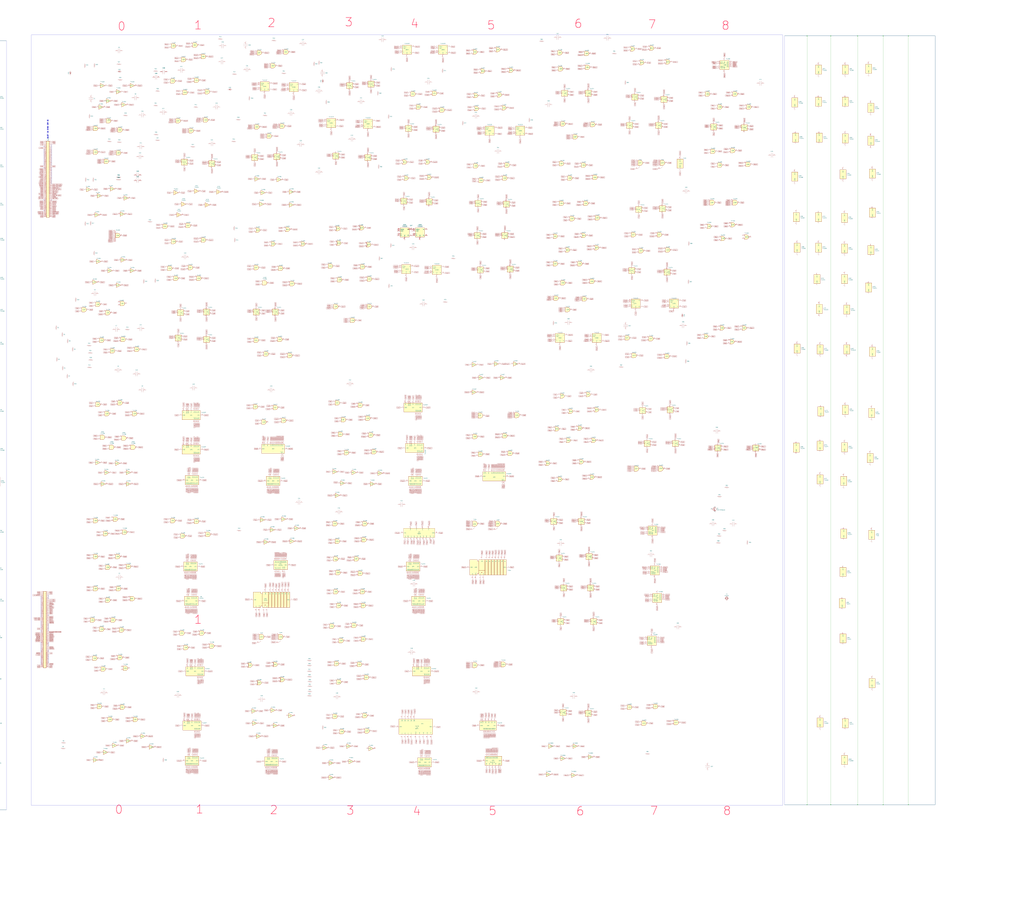
<source format=kicad_sch>
(kicad_sch (version 20230121) (generator eeschema)
  (paper "User" 1700 1500)
  (lib_symbols
    (symbol "74xx:74LS00" (pin_names (offset 1.016))
      (property "Reference" "U" (at 0 1.27 0))
      (property "Value" "74LS00" (at 0 -1.27 0))
      (symbol "74LS00_1_1"
        (pin input line (at -7.62 2.54 0) (length 3.81) (name "~") (number "1"))
        (pin input line (at -7.62 -2.54 0) (length 3.81) (name "~") (number "2"))
        (pin output inverted (at 7.62 0 180) (length 3.81) (name "~") (number "3"))
      )
      (symbol "74LS00_1_2"
        (pin input inverted (at -7.62 2.54 0) (length 4.318) (name "~") (number "1"))
        (pin input inverted (at -7.62 -2.54 0) (length 4.318) (name "~") (number "2"))
        (pin output line (at 7.62 0 180) (length 3.81) (name "~") (number "3"))
      )
      (symbol "74LS00_2_1"
        (pin input line (at -7.62 2.54 0) (length 3.81) (name "~") (number "4"))
        (pin input line (at -7.62 -2.54 0) (length 3.81) (name "~") (number "5"))
        (pin output inverted (at 7.62 0 180) (length 3.81) (name "~") (number "6"))
      )
      (symbol "74LS00_2_2"
        (pin input inverted (at -7.62 2.54 0) (length 4.318) (name "~") (number "4"))
        (pin input inverted (at -7.62 -2.54 0) (length 4.318) (name "~") (number "5"))
        (pin output line (at 7.62 0 180) (length 3.81) (name "~") (number "6"))
      )
      (symbol "74LS00_3_1"
        (pin input line (at -7.62 -2.54 0) (length 3.81) (name "~") (number "10"))
        (pin output inverted (at 7.62 0 180) (length 3.81) (name "~") (number "8"))
        (pin input line (at -7.62 2.54 0) (length 3.81) (name "~") (number "9"))
      )
      (symbol "74LS00_3_2"
        (pin input inverted (at -7.62 -2.54 0) (length 4.318) (name "~") (number "10"))
        (pin output line (at 7.62 0 180) (length 3.81) (name "~") (number "8"))
        (pin input inverted (at -7.62 2.54 0) (length 4.318) (name "~") (number "9"))
      )
      (symbol "74LS00_4_1"
        (pin output inverted (at 7.62 0 180) (length 3.81) (name "~") (number "11"))
        (pin input line (at -7.62 2.54 0) (length 3.81) (name "~") (number "12"))
        (pin input line (at -7.62 -2.54 0) (length 3.81) (name "~") (number "13"))
      )
      (symbol "74LS00_4_2"
        (pin output line (at 7.62 0 180) (length 3.81) (name "~") (number "11"))
        (pin input inverted (at -7.62 2.54 0) (length 4.318) (name "~") (number "12"))
        (pin input inverted (at -7.62 -2.54 0) (length 4.318) (name "~") (number "13"))
      )
      (symbol "74LS00_5_0"
        (pin power_in line (at 0 12.7 270) (length 5.08) (name "VCC") (number "14"))
        (pin power_in line (at 0 -12.7 90) (length 5.08) (name "GND") (number "7"))
      )
    )
    (symbol "74xx:74LS02" (pin_names (offset 1.016))
      (property "Reference" "U" (at 0 1.27 0))
      (property "Value" "74LS02" (at 0 -1.27 0))
      (symbol "74LS02_1_1"
        (pin output inverted (at 7.62 0 180) (length 3.81) (name "~") (number "1"))
        (pin input line (at -7.62 2.54 0) (length 4.318) (name "~") (number "2"))
        (pin input line (at -7.62 -2.54 0) (length 4.318) (name "~") (number "3"))
      )
      (symbol "74LS02_1_2"
        (pin output line (at 7.62 0 180) (length 3.81) (name "~") (number "1"))
        (pin input inverted (at -7.62 2.54 0) (length 3.81) (name "~") (number "2"))
        (pin input inverted (at -7.62 -2.54 0) (length 3.81) (name "~") (number "3"))
      )
      (symbol "74LS02_2_1"
        (pin output inverted (at 7.62 0 180) (length 3.81) (name "~") (number "4"))
        (pin input line (at -7.62 2.54 0) (length 4.318) (name "~") (number "5"))
        (pin input line (at -7.62 -2.54 0) (length 4.318) (name "~") (number "6"))
      )
      (symbol "74LS02_2_2"
        (pin output line (at 7.62 0 180) (length 3.81) (name "~") (number "4"))
        (pin input inverted (at -7.62 2.54 0) (length 3.81) (name "~") (number "5"))
        (pin input inverted (at -7.62 -2.54 0) (length 3.81) (name "~") (number "6"))
      )
      (symbol "74LS02_3_1"
        (pin output inverted (at 7.62 0 180) (length 3.81) (name "~") (number "10"))
        (pin input line (at -7.62 2.54 0) (length 4.318) (name "~") (number "8"))
        (pin input line (at -7.62 -2.54 0) (length 4.318) (name "~") (number "9"))
      )
      (symbol "74LS02_3_2"
        (pin output line (at 7.62 0 180) (length 3.81) (name "~") (number "10"))
        (pin input inverted (at -7.62 2.54 0) (length 3.81) (name "~") (number "8"))
        (pin input inverted (at -7.62 -2.54 0) (length 3.81) (name "~") (number "9"))
      )
      (symbol "74LS02_4_1"
        (pin input line (at -7.62 2.54 0) (length 4.318) (name "~") (number "11"))
        (pin input line (at -7.62 -2.54 0) (length 4.318) (name "~") (number "12"))
        (pin output inverted (at 7.62 0 180) (length 3.81) (name "~") (number "13"))
      )
      (symbol "74LS02_4_2"
        (pin input inverted (at -7.62 2.54 0) (length 3.81) (name "~") (number "11"))
        (pin input inverted (at -7.62 -2.54 0) (length 3.81) (name "~") (number "12"))
        (pin output line (at 7.62 0 180) (length 3.81) (name "~") (number "13"))
      )
      (symbol "74LS02_5_0"
        (pin power_in line (at 0 12.7 270) (length 5.08) (name "VCC") (number "14"))
        (pin power_in line (at 0 -12.7 90) (length 5.08) (name "GND") (number "7"))
      )
    )
    (symbol "74xx:74LS04"
      (property "Reference" "U" (at 0 1.27 0))
      (property "Value" "74LS04" (at 0 -1.27 0))
      (symbol "74LS04_1_0"
        (pin input line (at -7.62 0 0) (length 3.81) (name "~") (number "1"))
        (pin output inverted (at 7.62 0 180) (length 3.81) (name "~") (number "2"))
      )
      (symbol "74LS04_2_0"
        (pin input line (at -7.62 0 0) (length 3.81) (name "~") (number "3"))
        (pin output inverted (at 7.62 0 180) (length 3.81) (name "~") (number "4"))
      )
      (symbol "74LS04_3_0"
        (pin input line (at -7.62 0 0) (length 3.81) (name "~") (number "5"))
        (pin output inverted (at 7.62 0 180) (length 3.81) (name "~") (number "6"))
      )
      (symbol "74LS04_4_0"
        (pin output inverted (at 7.62 0 180) (length 3.81) (name "~") (number "8"))
        (pin input line (at -7.62 0 0) (length 3.81) (name "~") (number "9"))
      )
      (symbol "74LS04_5_0"
        (pin output inverted (at 7.62 0 180) (length 3.81) (name "~") (number "10"))
        (pin input line (at -7.62 0 0) (length 3.81) (name "~") (number "11"))
      )
      (symbol "74LS04_6_0"
        (pin output inverted (at 7.62 0 180) (length 3.81) (name "~") (number "12"))
        (pin input line (at -7.62 0 0) (length 3.81) (name "~") (number "13"))
      )
      (symbol "74LS04_7_0"
        (pin power_in line (at 0 12.7 270) (length 5.08) (name "VCC") (number "14"))
        (pin power_in line (at 0 -12.7 90) (length 5.08) (name "GND") (number "7"))
      )
    )
    (symbol "74xx:74LS06" (pin_names (offset 1.016))
      (property "Reference" "U" (at 0 1.27 0))
      (property "Value" "74LS06" (at 0 -1.27 0))
      (symbol "74LS06_1_0"
        (pin input line (at -7.62 0 0) (length 3.81) (name "~") (number "1"))
        (pin open_collector inverted (at 7.62 0 180) (length 3.81) (name "~") (number "2"))
      )
      (symbol "74LS06_2_0"
        (pin input line (at -7.62 0 0) (length 3.81) (name "~") (number "3"))
        (pin open_collector inverted (at 7.62 0 180) (length 3.81) (name "~") (number "4"))
      )
      (symbol "74LS06_3_0"
        (pin input line (at -7.62 0 0) (length 3.81) (name "~") (number "5"))
        (pin open_collector inverted (at 7.62 0 180) (length 3.81) (name "~") (number "6"))
      )
      (symbol "74LS06_4_0"
        (pin open_collector inverted (at 7.62 0 180) (length 3.81) (name "~") (number "8"))
        (pin input line (at -7.62 0 0) (length 3.81) (name "~") (number "9"))
      )
      (symbol "74LS06_5_0"
        (pin open_collector inverted (at 7.62 0 180) (length 3.81) (name "~") (number "10"))
        (pin input line (at -7.62 0 0) (length 3.81) (name "~") (number "11"))
      )
      (symbol "74LS06_6_0"
        (pin open_collector inverted (at 7.62 0 180) (length 3.81) (name "~") (number "12"))
        (pin input line (at -7.62 0 0) (length 3.81) (name "~") (number "13"))
      )
      (symbol "74LS06_7_0"
        (pin power_in line (at 0 12.7 270) (length 5.08) (name "VCC") (number "14"))
        (pin power_in line (at 0 -12.7 90) (length 5.08) (name "GND") (number "7"))
      )
    )
    (symbol "74xx:74LS06N" (pin_names (offset 1.016))
      (property "Reference" "U" (at 0 1.27 0))
      (property "Value" "74LS06N" (at 0 -1.27 0))
      (symbol "74LS06N_1_0"
        (pin input line (at -7.62 0 0) (length 3.81) (name "~") (number "1"))
        (pin open_collector inverted (at 7.62 0 180) (length 3.81) (name "~") (number "2"))
      )
      (symbol "74LS06N_2_0"
        (pin input line (at -7.62 0 0) (length 3.81) (name "~") (number "3"))
        (pin open_collector inverted (at 7.62 0 180) (length 3.81) (name "~") (number "4"))
      )
      (symbol "74LS06N_3_0"
        (pin input line (at -7.62 0 0) (length 3.81) (name "~") (number "5"))
        (pin open_collector inverted (at 7.62 0 180) (length 3.81) (name "~") (number "6"))
      )
      (symbol "74LS06N_4_0"
        (pin open_collector inverted (at 7.62 0 180) (length 3.81) (name "~") (number "8"))
        (pin input line (at -7.62 0 0) (length 3.81) (name "~") (number "9"))
      )
      (symbol "74LS06N_5_0"
        (pin open_collector inverted (at 7.62 0 180) (length 3.81) (name "~") (number "10"))
        (pin input line (at -7.62 0 0) (length 3.81) (name "~") (number "11"))
      )
      (symbol "74LS06N_6_0"
        (pin open_collector inverted (at 7.62 0 180) (length 3.81) (name "~") (number "12"))
        (pin input line (at -7.62 0 0) (length 3.81) (name "~") (number "13"))
      )
      (symbol "74LS06N_7_0"
        (pin power_in line (at 0 12.7 270) (length 5.08) (name "VCC") (number "14"))
        (pin power_in line (at 0 -12.7 90) (length 5.08) (name "GND") (number "7"))
      )
    )
    (symbol "74xx:74LS07" (pin_names (offset 1.016))
      (property "Reference" "U" (at 0 1.27 0))
      (property "Value" "74LS07" (at 0 -1.27 0))
      (symbol "74LS07_1_0"
        (pin input line (at -7.62 0 0) (length 3.81) (name "~") (number "1"))
        (pin open_collector line (at 7.62 0 180) (length 3.81) (name "~") (number "2"))
      )
      (symbol "74LS07_2_0"
        (pin input line (at -7.62 0 0) (length 3.81) (name "~") (number "3"))
        (pin open_collector line (at 7.62 0 180) (length 3.81) (name "~") (number "4"))
      )
      (symbol "74LS07_3_0"
        (pin input line (at -7.62 0 0) (length 3.81) (name "~") (number "5"))
        (pin open_collector line (at 7.62 0 180) (length 3.81) (name "~") (number "6"))
      )
      (symbol "74LS07_4_0"
        (pin open_collector line (at 7.62 0 180) (length 3.81) (name "~") (number "8"))
        (pin input line (at -7.62 0 0) (length 3.81) (name "~") (number "9"))
      )
      (symbol "74LS07_5_0"
        (pin open_collector line (at 7.62 0 180) (length 3.81) (name "~") (number "10"))
        (pin input line (at -7.62 0 0) (length 3.81) (name "~") (number "11"))
      )
      (symbol "74LS07_6_0"
        (pin open_collector line (at 7.62 0 180) (length 3.81) (name "~") (number "12"))
        (pin input line (at -7.62 0 0) (length 3.81) (name "~") (number "13"))
      )
      (symbol "74LS07_7_0"
        (pin power_in line (at 0 12.7 270) (length 5.08) (name "VCC") (number "14"))
        (pin power_in line (at 0 -12.7 90) (length 5.08) (name "GND") (number "7"))
      )
    )
    (symbol "74xx:74LS08" (pin_names (offset 1.016))
      (property "Reference" "U" (at 0 1.27 0))
      (property "Value" "74LS08" (at 0 -1.27 0))
      (symbol "74LS08_1_1"
        (pin input line (at -7.62 2.54 0) (length 3.81) (name "~") (number "1"))
        (pin input line (at -7.62 -2.54 0) (length 3.81) (name "~") (number "2"))
        (pin output line (at 7.62 0 180) (length 3.81) (name "~") (number "3"))
      )
      (symbol "74LS08_1_2"
        (pin input inverted (at -7.62 2.54 0) (length 4.318) (name "~") (number "1"))
        (pin input inverted (at -7.62 -2.54 0) (length 4.318) (name "~") (number "2"))
        (pin output inverted (at 7.62 0 180) (length 3.81) (name "~") (number "3"))
      )
      (symbol "74LS08_2_1"
        (pin input line (at -7.62 2.54 0) (length 3.81) (name "~") (number "4"))
        (pin input line (at -7.62 -2.54 0) (length 3.81) (name "~") (number "5"))
        (pin output line (at 7.62 0 180) (length 3.81) (name "~") (number "6"))
      )
      (symbol "74LS08_2_2"
        (pin input inverted (at -7.62 2.54 0) (length 4.318) (name "~") (number "4"))
        (pin input inverted (at -7.62 -2.54 0) (length 4.318) (name "~") (number "5"))
        (pin output inverted (at 7.62 0 180) (length 3.81) (name "~") (number "6"))
      )
      (symbol "74LS08_3_1"
        (pin input line (at -7.62 -2.54 0) (length 3.81) (name "~") (number "10"))
        (pin output line (at 7.62 0 180) (length 3.81) (name "~") (number "8"))
        (pin input line (at -7.62 2.54 0) (length 3.81) (name "~") (number "9"))
      )
      (symbol "74LS08_3_2"
        (pin input inverted (at -7.62 -2.54 0) (length 4.318) (name "~") (number "10"))
        (pin output inverted (at 7.62 0 180) (length 3.81) (name "~") (number "8"))
        (pin input inverted (at -7.62 2.54 0) (length 4.318) (name "~") (number "9"))
      )
      (symbol "74LS08_4_1"
        (pin output line (at 7.62 0 180) (length 3.81) (name "~") (number "11"))
        (pin input line (at -7.62 2.54 0) (length 3.81) (name "~") (number "12"))
        (pin input line (at -7.62 -2.54 0) (length 3.81) (name "~") (number "13"))
      )
      (symbol "74LS08_4_2"
        (pin output inverted (at 7.62 0 180) (length 3.81) (name "~") (number "11"))
        (pin input inverted (at -7.62 2.54 0) (length 4.318) (name "~") (number "12"))
        (pin input inverted (at -7.62 -2.54 0) (length 4.318) (name "~") (number "13"))
      )
      (symbol "74LS08_5_0"
        (pin power_in line (at 0 12.7 270) (length 5.08) (name "VCC") (number "14"))
        (pin power_in line (at 0 -12.7 90) (length 5.08) (name "GND") (number "7"))
      )
    )
    (symbol "74xx:74LS10" (pin_names (offset 1.016))
      (property "Reference" "U" (at 0 1.27 0))
      (property "Value" "74LS10" (at 0 -1.27 0))
      (symbol "74LS10_1_1"
        (pin input line (at -7.62 2.54 0) (length 3.81) (name "~") (number "1"))
        (pin output inverted (at 7.62 0 180) (length 3.81) (name "~") (number "12"))
        (pin input line (at -7.62 -2.54 0) (length 3.81) (name "~") (number "13"))
        (pin input line (at -7.62 0 0) (length 3.81) (name "~") (number "2"))
      )
      (symbol "74LS10_1_2"
        (pin input inverted (at -7.62 2.54 0) (length 4.318) (name "~") (number "1"))
        (pin output line (at 7.62 0 180) (length 3.81) (name "~") (number "12"))
        (pin input inverted (at -7.62 -2.54 0) (length 4.318) (name "~") (number "13"))
        (pin input inverted (at -7.62 0 0) (length 4.953) (name "~") (number "2"))
      )
      (symbol "74LS10_2_1"
        (pin input line (at -7.62 2.54 0) (length 3.81) (name "~") (number "3"))
        (pin input line (at -7.62 0 0) (length 3.81) (name "~") (number "4"))
        (pin input line (at -7.62 -2.54 0) (length 3.81) (name "~") (number "5"))
        (pin output inverted (at 7.62 0 180) (length 3.81) (name "~") (number "6"))
      )
      (symbol "74LS10_2_2"
        (pin input inverted (at -7.62 2.54 0) (length 4.318) (name "~") (number "3"))
        (pin input inverted (at -7.62 0 0) (length 4.953) (name "~") (number "4"))
        (pin input inverted (at -7.62 -2.54 0) (length 4.318) (name "~") (number "5"))
        (pin output line (at 7.62 0 180) (length 3.81) (name "~") (number "6"))
      )
      (symbol "74LS10_3_1"
        (pin input line (at -7.62 0 0) (length 3.81) (name "~") (number "10"))
        (pin input line (at -7.62 -2.54 0) (length 3.81) (name "~") (number "11"))
        (pin output inverted (at 7.62 0 180) (length 3.81) (name "~") (number "8"))
        (pin input line (at -7.62 2.54 0) (length 3.81) (name "~") (number "9"))
      )
      (symbol "74LS10_3_2"
        (pin input inverted (at -7.62 0 0) (length 4.953) (name "~") (number "10"))
        (pin input inverted (at -7.62 -2.54 0) (length 4.318) (name "~") (number "11"))
        (pin output line (at 7.62 0 180) (length 3.81) (name "~") (number "8"))
        (pin input inverted (at -7.62 2.54 0) (length 4.318) (name "~") (number "9"))
      )
      (symbol "74LS10_4_0"
        (pin power_in line (at 0 12.7 270) (length 5.08) (name "VCC") (number "14"))
        (pin power_in line (at 0 -12.7 90) (length 5.08) (name "GND") (number "7"))
      )
    )
    (symbol "74xx:74LS123" (pin_names (offset 1.016))
      (property "Reference" "U" (at -7.62 8.89 0))
      (property "Value" "74LS123" (at -7.62 -8.89 0))
      (symbol "74LS123_1_0"
        (pin input inverted (at -12.7 -2.54 0) (length 5.08) (name "A") (number "1"))
        (pin output line (at 12.7 5.08 180) (length 5.08) (name "Q") (number "13"))
        (pin input line (at -12.7 2.54 0) (length 5.08) (name "Cext") (number "14"))
        (pin input line (at -12.7 5.08 0) (length 5.08) (name "RCext") (number "15"))
        (pin input line (at -12.7 -5.08 0) (length 5.08) (name "B") (number "2"))
        (pin input inverted (at 0 -12.7 90) (length 5.08) (name "Clr") (number "3"))
        (pin output line (at 12.7 -5.08 180) (length 5.08) (name "~{Q}") (number "4"))
      )
      (symbol "74LS123_2_0"
        (pin input line (at -12.7 -5.08 0) (length 5.08) (name "B") (number "10"))
        (pin input inverted (at 0 -12.7 90) (length 5.08) (name "Clr") (number "11"))
        (pin output line (at 12.7 -5.08 180) (length 5.08) (name "~{Q}") (number "12"))
        (pin output line (at 12.7 5.08 180) (length 5.08) (name "Q") (number "5"))
        (pin input line (at -12.7 2.54 0) (length 5.08) (name "Cext") (number "6"))
        (pin input line (at -12.7 5.08 0) (length 5.08) (name "RCext") (number "7"))
        (pin input inverted (at -12.7 -2.54 0) (length 5.08) (name "A") (number "9"))
      )
      (symbol "74LS123_3_0"
        (pin power_in line (at 0 12.7 270) (length 5.08) (name "VCC") (number "16"))
        (pin power_in line (at 0 -12.7 90) (length 5.08) (name "GND") (number "8"))
      )
    )
    (symbol "74xx:74LS14" (pin_names (offset 1.016))
      (property "Reference" "U" (at 0 1.27 0))
      (property "Value" "74LS14" (at 0 -1.27 0))
      (symbol "74LS14_1_0"
        (pin input line (at -7.62 0 0) (length 3.81) (name "~") (number "1"))
        (pin output inverted (at 7.62 0 180) (length 3.81) (name "~") (number "2"))
      )
      (symbol "74LS14_2_0"
        (pin input line (at -7.62 0 0) (length 3.81) (name "~") (number "3"))
        (pin output inverted (at 7.62 0 180) (length 3.81) (name "~") (number "4"))
      )
      (symbol "74LS14_3_0"
        (pin input line (at -7.62 0 0) (length 3.81) (name "~") (number "5"))
        (pin output inverted (at 7.62 0 180) (length 3.81) (name "~") (number "6"))
      )
      (symbol "74LS14_4_0"
        (pin output inverted (at 7.62 0 180) (length 3.81) (name "~") (number "8"))
        (pin input line (at -7.62 0 0) (length 3.81) (name "~") (number "9"))
      )
      (symbol "74LS14_5_0"
        (pin output inverted (at 7.62 0 180) (length 3.81) (name "~") (number "10"))
        (pin input line (at -7.62 0 0) (length 3.81) (name "~") (number "11"))
      )
      (symbol "74LS14_6_0"
        (pin output inverted (at 7.62 0 180) (length 3.81) (name "~") (number "12"))
        (pin input line (at -7.62 0 0) (length 3.81) (name "~") (number "13"))
      )
      (symbol "74LS14_7_0"
        (pin power_in line (at 0 12.7 270) (length 5.08) (name "VCC") (number "14"))
        (pin power_in line (at 0 -12.7 90) (length 5.08) (name "GND") (number "7"))
      )
    )
    (symbol "74xx:74LS165"
      (property "Reference" "U" (at -7.62 19.05 0))
      (property "Value" "74LS165" (at -7.62 -21.59 0))
      (symbol "74LS165_1_0"
        (pin input line (at -12.7 -10.16 0) (length 5.08) (name "~{PL}") (number "1"))
        (pin input line (at -12.7 15.24 0) (length 5.08) (name "DS") (number "10"))
        (pin input line (at -12.7 12.7 0) (length 5.08) (name "D0") (number "11"))
        (pin input line (at -12.7 10.16 0) (length 5.08) (name "D1") (number "12"))
        (pin input line (at -12.7 7.62 0) (length 5.08) (name "D2") (number "13"))
        (pin input line (at -12.7 5.08 0) (length 5.08) (name "D3") (number "14"))
        (pin input line (at -12.7 -17.78 0) (length 5.08) (name "~{CE}") (number "15"))
        (pin power_in line (at 0 22.86 270) (length 5.08) (name "VCC") (number "16"))
        (pin input line (at -12.7 -15.24 0) (length 5.08) (name "CP") (number "2"))
        (pin input line (at -12.7 2.54 0) (length 5.08) (name "D4") (number "3"))
        (pin input line (at -12.7 0 0) (length 5.08) (name "D5") (number "4"))
        (pin input line (at -12.7 -2.54 0) (length 5.08) (name "D6") (number "5"))
        (pin input line (at -12.7 -5.08 0) (length 5.08) (name "D7") (number "6"))
        (pin output line (at 12.7 12.7 180) (length 5.08) (name "~{Q7}") (number "7"))
        (pin power_in line (at 0 -25.4 90) (length 5.08) (name "GND") (number "8"))
        (pin output line (at 12.7 15.24 180) (length 5.08) (name "Q7") (number "9"))
      )
    )
    (symbol "74xx:74LS175" (pin_names (offset 1.016))
      (property "Reference" "U" (at -7.62 13.97 0))
      (property "Value" "74LS175" (at -7.62 -16.51 0))
      (symbol "74LS175_1_0"
        (pin input line (at -12.7 -12.7 0) (length 5.08) (name "~{Mr}") (number "1"))
        (pin output line (at 12.7 0 180) (length 5.08) (name "Q2") (number "10"))
        (pin output line (at 12.7 -2.54 180) (length 5.08) (name "~{Q2}") (number "11"))
        (pin input line (at -12.7 0 0) (length 5.08) (name "D2") (number "12"))
        (pin input line (at -12.7 -5.08 0) (length 5.08) (name "D3") (number "13"))
        (pin output line (at 12.7 -7.62 180) (length 5.08) (name "~{Q3}") (number "14"))
        (pin output line (at 12.7 -5.08 180) (length 5.08) (name "Q3") (number "15"))
        (pin power_in line (at 0 17.78 270) (length 5.08) (name "VCC") (number "16"))
        (pin output line (at 12.7 10.16 180) (length 5.08) (name "Q0") (number "2"))
        (pin output line (at 12.7 7.62 180) (length 5.08) (name "~{Q0}") (number "3"))
        (pin input line (at -12.7 10.16 0) (length 5.08) (name "D0") (number "4"))
        (pin input line (at -12.7 5.08 0) (length 5.08) (name "D1") (number "5"))
        (pin output line (at 12.7 2.54 180) (length 5.08) (name "~{Q1}") (number "6"))
        (pin output line (at 12.7 5.08 180) (length 5.08) (name "Q1") (number "7"))
        (pin power_in line (at 0 -20.32 90) (length 5.08) (name "GND") (number "8"))
        (pin input clock (at -12.7 -10.16 0) (length 5.08) (name "Cp") (number "9"))
      )
    )
    (symbol "74xx:74LS197" (pin_names (offset 1.016))
      (property "Reference" "U" (at -7.62 16.51 0))
      (property "Value" "74LS197" (at -7.62 -16.51 0))
      (symbol "74LS197_1_0"
        (pin input inverted (at -12.7 0 0) (length 5.08) (name "Pl") (number "1"))
        (pin input line (at -12.7 10.16 0) (length 5.08) (name "P1") (number "10"))
        (pin input line (at -12.7 5.08 0) (length 5.08) (name "P3") (number "11"))
        (pin output line (at 12.7 5.08 180) (length 5.08) (name "Q3") (number "12"))
        (pin input inverted (at -12.7 -12.7 0) (length 5.08) (name "Mr") (number "13"))
        (pin power_in line (at 0 20.32 270) (length 5.08) (name "VCC") (number "14"))
        (pin output line (at 12.7 7.62 180) (length 5.08) (name "Q2") (number "2"))
        (pin input line (at -12.7 7.62 0) (length 5.08) (name "P2") (number "3"))
        (pin input line (at -12.7 12.7 0) (length 5.08) (name "P0") (number "4"))
        (pin output line (at 12.7 12.7 180) (length 5.08) (name "Q0") (number "5"))
        (pin input inverted_clock (at -12.7 -7.62 0) (length 5.08) (name "Cp1") (number "6"))
        (pin power_in line (at 0 -20.32 90) (length 5.08) (name "GND") (number "7"))
        (pin input inverted_clock (at -12.7 -5.08 0) (length 5.08) (name "Cp0") (number "8"))
        (pin output line (at 12.7 10.16 180) (length 5.08) (name "Q1") (number "9"))
      )
    )
    (symbol "74xx:74LS20" (pin_names (offset 1.016))
      (property "Reference" "U" (at 0 1.27 0))
      (property "Value" "74LS20" (at 0 -1.27 0))
      (symbol "74LS20_1_1"
        (pin input line (at -7.62 3.81 0) (length 3.81) (name "~") (number "1"))
        (pin input line (at -7.62 1.27 0) (length 3.81) (name "~") (number "2"))
        (pin input line (at -7.62 -1.27 0) (length 3.81) (name "~") (number "4"))
        (pin input line (at -7.62 -3.81 0) (length 3.81) (name "~") (number "5"))
        (pin output inverted (at 7.62 0 180) (length 3.81) (name "~") (number "6"))
      )
      (symbol "74LS20_1_2"
        (pin input inverted (at -7.62 3.81 0) (length 3.81) (name "~") (number "1"))
        (pin input inverted (at -7.62 1.27 0) (length 4.826) (name "~") (number "2"))
        (pin input inverted (at -7.62 -1.27 0) (length 4.826) (name "~") (number "4"))
        (pin input inverted (at -7.62 -3.81 0) (length 3.81) (name "~") (number "5"))
        (pin output line (at 7.62 0 180) (length 3.81) (name "~") (number "6"))
      )
      (symbol "74LS20_2_1"
        (pin input line (at -7.62 1.27 0) (length 3.81) (name "~") (number "10"))
        (pin input line (at -7.62 -1.27 0) (length 3.81) (name "~") (number "12"))
        (pin input line (at -7.62 -3.81 0) (length 3.81) (name "~") (number "13"))
        (pin output inverted (at 7.62 0 180) (length 3.81) (name "~") (number "8"))
        (pin input line (at -7.62 3.81 0) (length 3.81) (name "~") (number "9"))
      )
      (symbol "74LS20_2_2"
        (pin input inverted (at -7.62 1.27 0) (length 4.826) (name "~") (number "10"))
        (pin input inverted (at -7.62 -1.27 0) (length 4.826) (name "~") (number "12"))
        (pin input inverted (at -7.62 -3.81 0) (length 3.81) (name "~") (number "13"))
        (pin output line (at 7.62 0 180) (length 3.81) (name "~") (number "8"))
        (pin input inverted (at -7.62 3.81 0) (length 3.81) (name "~") (number "9"))
      )
      (symbol "74LS20_3_0"
        (pin power_in line (at 0 12.7 270) (length 5.08) (name "VCC") (number "14"))
        (pin power_in line (at 0 -12.7 90) (length 5.08) (name "GND") (number "7"))
      )
    )
    (symbol "74xx:74LS21" (pin_names (offset 1.016))
      (property "Reference" "U" (at 0 1.27 0))
      (property "Value" "74LS21" (at 0 -1.27 0))
      (symbol "74LS21_1_1"
        (pin input line (at -7.62 3.81 0) (length 3.81) (name "~") (number "1"))
        (pin input line (at -7.62 1.27 0) (length 3.81) (name "~") (number "2"))
        (pin input line (at -7.62 -1.27 0) (length 3.81) (name "~") (number "4"))
        (pin input line (at -7.62 -3.81 0) (length 3.81) (name "~") (number "5"))
        (pin output line (at 7.62 0 180) (length 3.81) (name "~") (number "6"))
      )
      (symbol "74LS21_1_2"
        (pin input inverted (at -7.62 3.81 0) (length 3.81) (name "~") (number "1"))
        (pin input inverted (at -7.62 1.27 0) (length 4.826) (name "~") (number "2"))
        (pin input inverted (at -7.62 -1.27 0) (length 4.826) (name "~") (number "4"))
        (pin input inverted (at -7.62 -3.81 0) (length 3.81) (name "~") (number "5"))
        (pin output inverted (at 7.62 0 180) (length 3.81) (name "~") (number "6"))
      )
      (symbol "74LS21_2_1"
        (pin input line (at -7.62 1.27 0) (length 3.81) (name "~") (number "10"))
        (pin input line (at -7.62 -1.27 0) (length 3.81) (name "~") (number "12"))
        (pin input line (at -7.62 -3.81 0) (length 3.81) (name "~") (number "13"))
        (pin output line (at 7.62 0 180) (length 3.81) (name "~") (number "8"))
        (pin input line (at -7.62 3.81 0) (length 3.81) (name "~") (number "9"))
      )
      (symbol "74LS21_2_2"
        (pin input inverted (at -7.62 1.27 0) (length 4.826) (name "~") (number "10"))
        (pin input inverted (at -7.62 -1.27 0) (length 4.826) (name "~") (number "12"))
        (pin input inverted (at -7.62 -3.81 0) (length 3.81) (name "~") (number "13"))
        (pin output inverted (at 7.62 0 180) (length 3.81) (name "~") (number "8"))
        (pin input inverted (at -7.62 3.81 0) (length 3.81) (name "~") (number "9"))
      )
      (symbol "74LS21_3_0"
        (pin power_in line (at 0 12.7 270) (length 5.08) (name "VCC") (number "14"))
        (pin power_in line (at 0 -12.7 90) (length 5.08) (name "GND") (number "7"))
      )
    )
    (symbol "74xx:74LS30" (pin_names (offset 1.016))
      (property "Reference" "U" (at 0 1.27 0))
      (property "Value" "74LS30" (at 0 -1.27 0))
      (symbol "74LS30_1_1"
        (pin input line (at -7.62 7.62 0) (length 3.81) (name "~") (number "1"))
        (pin input line (at -7.62 -7.62 0) (length 3.81) (name "~") (number "11"))
        (pin input line (at -7.62 -10.16 0) (length 3.81) (name "~") (number "12"))
        (pin input line (at -7.62 5.08 0) (length 3.81) (name "~") (number "2"))
        (pin input line (at -7.62 2.54 0) (length 3.81) (name "~") (number "3"))
        (pin input line (at -7.62 0 0) (length 3.81) (name "~") (number "4"))
        (pin input line (at -7.62 -2.54 0) (length 3.81) (name "~") (number "5"))
        (pin input line (at -7.62 -5.08 0) (length 3.81) (name "~") (number "6"))
        (pin output inverted (at 7.62 0 180) (length 3.81) (name "~") (number "8"))
      )
      (symbol "74LS30_1_2"
        (pin input inverted (at -7.62 7.62 0) (length 3.81) (name "~") (number "1"))
        (pin input inverted (at -7.62 -7.62 0) (length 3.81) (name "~") (number "11"))
        (pin input inverted (at -7.62 -10.16 0) (length 3.81) (name "~") (number "12"))
        (pin input inverted (at -7.62 5.08 0) (length 3.81) (name "~") (number "2"))
        (pin input inverted (at -7.62 2.54 0) (length 4.5466) (name "~") (number "3"))
        (pin input inverted (at -7.62 0 0) (length 5.08) (name "~") (number "4"))
        (pin input inverted (at -7.62 -2.54 0) (length 4.5466) (name "~") (number "5"))
        (pin input inverted (at -7.62 -5.08 0) (length 3.81) (name "~") (number "6"))
        (pin output line (at 7.62 0 180) (length 3.81) (name "~") (number "8"))
      )
      (symbol "74LS30_2_0"
        (pin power_in line (at 0 12.7 270) (length 5.08) (name "VCC") (number "14"))
        (pin power_in line (at 0 -12.7 90) (length 5.08) (name "GND") (number "7"))
      )
    )
    (symbol "74xx:74LS32" (pin_names (offset 1.016))
      (property "Reference" "U" (at 0 1.27 0))
      (property "Value" "74LS32" (at 0 -1.27 0))
      (symbol "74LS32_1_1"
        (pin input line (at -7.62 2.54 0) (length 4.318) (name "~") (number "1"))
        (pin input line (at -7.62 -2.54 0) (length 4.318) (name "~") (number "2"))
        (pin output line (at 7.62 0 180) (length 3.81) (name "~") (number "3"))
      )
      (symbol "74LS32_1_2"
        (pin input inverted (at -7.62 2.54 0) (length 3.81) (name "~") (number "1"))
        (pin input inverted (at -7.62 -2.54 0) (length 3.81) (name "~") (number "2"))
        (pin output inverted (at 7.62 0 180) (length 3.81) (name "~") (number "3"))
      )
      (symbol "74LS32_2_1"
        (pin input line (at -7.62 2.54 0) (length 4.318) (name "~") (number "4"))
        (pin input line (at -7.62 -2.54 0) (length 4.318) (name "~") (number "5"))
        (pin output line (at 7.62 0 180) (length 3.81) (name "~") (number "6"))
      )
      (symbol "74LS32_2_2"
        (pin input inverted (at -7.62 2.54 0) (length 3.81) (name "~") (number "4"))
        (pin input inverted (at -7.62 -2.54 0) (length 3.81) (name "~") (number "5"))
        (pin output inverted (at 7.62 0 180) (length 3.81) (name "~") (number "6"))
      )
      (symbol "74LS32_3_1"
        (pin input line (at -7.62 -2.54 0) (length 4.318) (name "~") (number "10"))
        (pin output line (at 7.62 0 180) (length 3.81) (name "~") (number "8"))
        (pin input line (at -7.62 2.54 0) (length 4.318) (name "~") (number "9"))
      )
      (symbol "74LS32_3_2"
        (pin input inverted (at -7.62 -2.54 0) (length 3.81) (name "~") (number "10"))
        (pin output inverted (at 7.62 0 180) (length 3.81) (name "~") (number "8"))
        (pin input inverted (at -7.62 2.54 0) (length 3.81) (name "~") (number "9"))
      )
      (symbol "74LS32_4_1"
        (pin output line (at 7.62 0 180) (length 3.81) (name "~") (number "11"))
        (pin input line (at -7.62 2.54 0) (length 4.318) (name "~") (number "12"))
        (pin input line (at -7.62 -2.54 0) (length 4.318) (name "~") (number "13"))
      )
      (symbol "74LS32_4_2"
        (pin output inverted (at 7.62 0 180) (length 3.81) (name "~") (number "11"))
        (pin input inverted (at -7.62 2.54 0) (length 3.81) (name "~") (number "12"))
        (pin input inverted (at -7.62 -2.54 0) (length 3.81) (name "~") (number "13"))
      )
      (symbol "74LS32_5_0"
        (pin power_in line (at 0 12.7 270) (length 5.08) (name "VCC") (number "14"))
        (pin power_in line (at 0 -12.7 90) (length 5.08) (name "GND") (number "7"))
      )
    )
    (symbol "74xx:74LS37" (pin_names (offset 1.016))
      (property "Reference" "U" (at 0 1.27 0))
      (property "Value" "74LS37" (at 0 -1.27 0))
      (symbol "74LS37_1_1"
        (pin input line (at -7.62 2.54 0) (length 3.81) (name "~") (number "1"))
        (pin input line (at -7.62 -2.54 0) (length 3.81) (name "~") (number "2"))
        (pin output inverted (at 7.62 0 180) (length 3.81) (name "~") (number "3"))
      )
      (symbol "74LS37_1_2"
        (pin input inverted (at -7.62 2.54 0) (length 4.318) (name "~") (number "1"))
        (pin input inverted (at -7.62 -2.54 0) (length 4.318) (name "~") (number "2"))
        (pin output line (at 7.62 0 180) (length 3.81) (name "~") (number "3"))
      )
      (symbol "74LS37_2_1"
        (pin input line (at -7.62 2.54 0) (length 3.81) (name "~") (number "4"))
        (pin input line (at -7.62 -2.54 0) (length 3.81) (name "~") (number "5"))
        (pin output inverted (at 7.62 0 180) (length 3.81) (name "~") (number "6"))
      )
      (symbol "74LS37_2_2"
        (pin input inverted (at -7.62 2.54 0) (length 4.318) (name "~") (number "4"))
        (pin input inverted (at -7.62 -2.54 0) (length 4.318) (name "~") (number "5"))
        (pin output line (at 7.62 0 180) (length 3.81) (name "~") (number "6"))
      )
      (symbol "74LS37_3_1"
        (pin input line (at -7.62 -2.54 0) (length 3.81) (name "~") (number "10"))
        (pin output inverted (at 7.62 0 180) (length 3.81) (name "~") (number "8"))
        (pin input line (at -7.62 2.54 0) (length 3.81) (name "~") (number "9"))
      )
      (symbol "74LS37_3_2"
        (pin input inverted (at -7.62 -2.54 0) (length 4.318) (name "~") (number "10"))
        (pin output line (at 7.62 0 180) (length 3.81) (name "~") (number "8"))
        (pin input inverted (at -7.62 2.54 0) (length 4.318) (name "~") (number "9"))
      )
      (symbol "74LS37_4_1"
        (pin output inverted (at 7.62 0 180) (length 3.81) (name "~") (number "11"))
        (pin input line (at -7.62 2.54 0) (length 3.81) (name "~") (number "12"))
        (pin input line (at -7.62 -2.54 0) (length 3.81) (name "~") (number "13"))
      )
      (symbol "74LS37_4_2"
        (pin output line (at 7.62 0 180) (length 3.81) (name "~") (number "11"))
        (pin input inverted (at -7.62 2.54 0) (length 4.318) (name "~") (number "12"))
        (pin input inverted (at -7.62 -2.54 0) (length 4.318) (name "~") (number "13"))
      )
      (symbol "74LS37_5_0"
        (pin power_in line (at 0 12.7 270) (length 5.08) (name "VCC") (number "14"))
        (pin power_in line (at 0 -12.7 90) (length 5.08) (name "GND") (number "7"))
      )
    )
    (symbol "74xx:74LS38" (pin_names (offset 1.016))
      (property "Reference" "U" (at 0 1.27 0))
      (property "Value" "74LS38" (at 0 -1.27 0))
      (symbol "74LS38_1_1"
        (pin input line (at -7.62 2.54 0) (length 3.81) (name "~") (number "1"))
        (pin input line (at -7.62 -2.54 0) (length 3.81) (name "~") (number "2"))
        (pin open_collector inverted (at 7.62 0 180) (length 3.81) (name "~") (number "3"))
      )
      (symbol "74LS38_1_2"
        (pin input inverted (at -7.62 2.54 0) (length 4.318) (name "~") (number "1"))
        (pin input inverted (at -7.62 -2.54 0) (length 4.318) (name "~") (number "2"))
        (pin open_collector line (at 7.62 0 180) (length 3.81) (name "~") (number "3"))
      )
      (symbol "74LS38_2_1"
        (pin input line (at -7.62 2.54 0) (length 3.81) (name "~") (number "4"))
        (pin input line (at -7.62 -2.54 0) (length 3.81) (name "~") (number "5"))
        (pin open_collector inverted (at 7.62 0 180) (length 3.81) (name "~") (number "6"))
      )
      (symbol "74LS38_2_2"
        (pin input inverted (at -7.62 2.54 0) (length 4.318) (name "~") (number "4"))
        (pin input inverted (at -7.62 -2.54 0) (length 4.318) (name "~") (number "5"))
        (pin open_collector line (at 7.62 0 180) (length 3.81) (name "~") (number "6"))
      )
      (symbol "74LS38_3_1"
        (pin input line (at -7.62 -2.54 0) (length 3.81) (name "~") (number "10"))
        (pin open_collector inverted (at 7.62 0 180) (length 3.81) (name "~") (number "8"))
        (pin input line (at -7.62 2.54 0) (length 3.81) (name "~") (number "9"))
      )
      (symbol "74LS38_3_2"
        (pin input inverted (at -7.62 -2.54 0) (length 4.318) (name "~") (number "10"))
        (pin open_collector line (at 7.62 0 180) (length 3.81) (name "~") (number "8"))
        (pin input inverted (at -7.62 2.54 0) (length 4.318) (name "~") (number "9"))
      )
      (symbol "74LS38_4_1"
        (pin open_collector inverted (at 7.62 0 180) (length 3.81) (name "~") (number "11"))
        (pin input line (at -7.62 2.54 0) (length 3.81) (name "~") (number "12"))
        (pin input line (at -7.62 -2.54 0) (length 3.81) (name "~") (number "13"))
      )
      (symbol "74LS38_4_2"
        (pin open_collector line (at 7.62 0 180) (length 3.81) (name "~") (number "11"))
        (pin input inverted (at -7.62 2.54 0) (length 4.318) (name "~") (number "12"))
        (pin input inverted (at -7.62 -2.54 0) (length 4.318) (name "~") (number "13"))
      )
      (symbol "74LS38_5_0"
        (pin power_in line (at 0 12.7 270) (length 5.08) (name "VCC") (number "14"))
        (pin power_in line (at 0 -12.7 90) (length 5.08) (name "GND") (number "7"))
      )
    )
    (symbol "74xx:74LS74" (pin_names (offset 1.016))
      (property "Reference" "U" (at -7.62 8.89 0))
      (property "Value" "74LS74" (at -7.62 -8.89 0))
      (symbol "74LS74_1_0"
        (pin input line (at 0 -7.62 90) (length 2.54) (name "~{R}") (number "1"))
        (pin input line (at -7.62 2.54 0) (length 2.54) (name "D") (number "2"))
        (pin input clock (at -7.62 0 0) (length 2.54) (name "C") (number "3"))
        (pin input line (at 0 7.62 270) (length 2.54) (name "~{S}") (number "4"))
        (pin output line (at 7.62 2.54 180) (length 2.54) (name "Q") (number "5"))
        (pin output line (at 7.62 -2.54 180) (length 2.54) (name "~{Q}") (number "6"))
      )
      (symbol "74LS74_2_0"
        (pin input line (at 0 7.62 270) (length 2.54) (name "~{S}") (number "10"))
        (pin input clock (at -7.62 0 0) (length 2.54) (name "C") (number "11"))
        (pin input line (at -7.62 2.54 0) (length 2.54) (name "D") (number "12"))
        (pin input line (at 0 -7.62 90) (length 2.54) (name "~{R}") (number "13"))
        (pin output line (at 7.62 -2.54 180) (length 2.54) (name "~{Q}") (number "8"))
        (pin output line (at 7.62 2.54 180) (length 2.54) (name "Q") (number "9"))
      )
      (symbol "74LS74_3_0"
        (pin power_in line (at 0 10.16 270) (length 2.54) (name "VCC") (number "14"))
        (pin power_in line (at 0 -10.16 90) (length 2.54) (name "GND") (number "7"))
      )
    )
    (symbol "74xx:74LS75" (pin_names (offset 1.016))
      (property "Reference" "U" (at -7.62 11.43 0))
      (property "Value" "74LS75" (at -7.62 -13.97 0))
      (symbol "74LS75_1_0"
        (pin output line (at 12.7 -2.54 180) (length 5.08) (name "~{Q0}") (number "1"))
        (pin output line (at 12.7 2.54 180) (length 5.08) (name "Q2") (number "10"))
        (pin output line (at 12.7 -7.62 180) (length 5.08) (name "~{Q2}") (number "11"))
        (pin power_in line (at 0 -17.78 90) (length 5.08) (name "GND") (number "12"))
        (pin input line (at -12.7 -5.08 0) (length 5.08) (name "E01") (number "13"))
        (pin output line (at 12.7 -5.08 180) (length 5.08) (name "~{Q1}") (number "14"))
        (pin output line (at 12.7 5.08 180) (length 5.08) (name "Q1") (number "15"))
        (pin output line (at 12.7 7.62 180) (length 5.08) (name "Q0") (number "16"))
        (pin input line (at -12.7 7.62 0) (length 5.08) (name "D0") (number "2"))
        (pin input line (at -12.7 5.08 0) (length 5.08) (name "D1") (number "3"))
        (pin input line (at -12.7 -7.62 0) (length 5.08) (name "E23") (number "4"))
        (pin power_in line (at 0 15.24 270) (length 5.08) (name "VCC") (number "5"))
        (pin input line (at -12.7 2.54 0) (length 5.08) (name "D2") (number "6"))
        (pin input line (at -12.7 0 0) (length 5.08) (name "D3") (number "7"))
        (pin output line (at 12.7 -10.16 180) (length 5.08) (name "~{Q3}") (number "8"))
        (pin output line (at 12.7 0 180) (length 5.08) (name "Q3") (number "9"))
      )
    )
    (symbol "74xx:74LS76" (pin_names (offset 1.016))
      (property "Reference" "U" (at -7.62 8.89 0))
      (property "Value" "74LS76" (at -7.62 -8.89 0))
      (symbol "74LS76_1_0"
        (pin input clock (at -7.62 0 0) (length 2.54) (name "C") (number "1"))
        (pin output line (at 7.62 -2.54 180) (length 2.54) (name "~{Q}") (number "14"))
        (pin output line (at 7.62 2.54 180) (length 2.54) (name "Q") (number "15"))
        (pin input line (at -7.62 -2.54 0) (length 2.54) (name "K") (number "16"))
        (pin input line (at 0 7.62 270) (length 2.54) (name "~{S}") (number "2"))
        (pin input line (at 0 -7.62 90) (length 2.54) (name "~{R}") (number "3"))
        (pin input line (at -7.62 2.54 0) (length 2.54) (name "J") (number "4"))
      )
      (symbol "74LS76_2_0"
        (pin output line (at 7.62 -2.54 180) (length 2.54) (name "~{Q}") (number "10"))
        (pin output line (at 7.62 2.54 180) (length 2.54) (name "Q") (number "11"))
        (pin input line (at -7.62 -2.54 0) (length 2.54) (name "K") (number "12"))
        (pin input clock (at -7.62 0 0) (length 2.54) (name "C") (number "6"))
        (pin input line (at 0 7.62 270) (length 2.54) (name "~{S}") (number "7"))
        (pin input line (at 0 -7.62 90) (length 2.54) (name "~{R}") (number "8"))
        (pin input line (at -7.62 2.54 0) (length 2.54) (name "J") (number "9"))
      )
      (symbol "74LS76_3_0"
        (pin power_in line (at 0 -10.16 90) (length 2.54) (name "GND") (number "13"))
        (pin power_in line (at 0 10.16 270) (length 2.54) (name "VCC") (number "5"))
      )
    )
    (symbol "74xx:74LS86" (pin_names (offset 1.016))
      (property "Reference" "U" (at 0 1.27 0))
      (property "Value" "74LS86" (at 0 -1.27 0))
      (symbol "74LS86_1_0"
        (pin input line (at -7.62 2.54 0) (length 4.445) (name "~") (number "1"))
        (pin input line (at -7.62 -2.54 0) (length 4.445) (name "~") (number "2"))
        (pin output line (at 7.62 0 180) (length 3.81) (name "~") (number "3"))
      )
      (symbol "74LS86_2_0"
        (pin input line (at -7.62 2.54 0) (length 4.445) (name "~") (number "4"))
        (pin input line (at -7.62 -2.54 0) (length 4.445) (name "~") (number "5"))
        (pin output line (at 7.62 0 180) (length 3.81) (name "~") (number "6"))
      )
      (symbol "74LS86_3_0"
        (pin input line (at -7.62 -2.54 0) (length 4.445) (name "~") (number "10"))
        (pin output line (at 7.62 0 180) (length 3.81) (name "~") (number "8"))
        (pin input line (at -7.62 2.54 0) (length 4.445) (name "~") (number "9"))
      )
      (symbol "74LS86_4_0"
        (pin output line (at 7.62 0 180) (length 3.81) (name "~") (number "11"))
        (pin input line (at -7.62 2.54 0) (length 4.445) (name "~") (number "12"))
        (pin input line (at -7.62 -2.54 0) (length 4.445) (name "~") (number "13"))
      )
      (symbol "74LS86_5_0"
        (pin power_in line (at 0 12.7 270) (length 5.08) (name "VCC") (number "14"))
        (pin power_in line (at 0 -12.7 90) (length 5.08) (name "GND") (number "7"))
      )
    )
    (symbol "74xx:74LS93" (pin_names (offset 1.016))
      (property "Reference" "U" (at -7.62 8.89 0))
      (property "Value" "74LS93" (at -7.62 -8.89 0))
      (symbol "74LS93_1_0"
        (pin input inverted_clock (at -12.7 2.54 0) (length 5.08) (name "CP1..3") (number "1"))
        (pin power_in line (at 0 -12.7 90) (length 5.08) (name "GND") (number "10"))
        (pin output line (at 12.7 -2.54 180) (length 5.08) (name "Q3") (number "11"))
        (pin output line (at 12.7 5.08 180) (length 5.08) (name "Q0") (number "12"))
        (pin input inverted_clock (at -12.7 5.08 0) (length 5.08) (name "CP0") (number "14"))
        (pin input line (at -12.7 -2.54 0) (length 5.08) (name "R0(1)") (number "2"))
        (pin input line (at -12.7 -5.08 0) (length 5.08) (name "R0(2)") (number "3"))
        (pin power_in line (at 0 12.7 270) (length 5.08) (name "VCC") (number "5"))
        (pin output line (at 12.7 0 180) (length 5.08) (name "Q2") (number "8"))
        (pin output line (at 12.7 2.54 180) (length 5.08) (name "Q1") (number "9"))
      )
    )
    (symbol "74xx_IEEE:74164" (pin_names (offset 1.016))
      (property "Reference" "U" (at 17.78 12.7 0))
      (property "Value" "74164" (at 12.7 -45.72 0))
      (symbol "74164_0_0"
        (text "&" (at -8.636 -2.032 0) (effects (font (size 1.524 1.524))))
      )
      (symbol "74164_1_1"
        (pin input line (at -20.32 0 0) (length 7.62) (name "A") (number "1"))
        (pin output line (at 20.32 -25.4 180) (length 7.62) (name "Qe") (number "10"))
        (pin output line (at 20.32 -30.48 180) (length 7.62) (name "Qf") (number "11"))
        (pin output line (at 20.32 -35.56 180) (length 7.62) (name "Qg") (number "12"))
        (pin output line (at 20.32 -40.64 180) (length 7.62) (name "Qh") (number "13"))
        (pin power_in line (at 0 22.86 270) (length 5.08) (name "VDD") (number "14"))
        (pin input line (at -20.32 -5.08 0) (length 7.62) (name "B") (number "2"))
        (pin output line (at 20.32 -2.54 180) (length 7.62) (name "Qa") (number "3"))
        (pin output line (at 20.32 -10.16 180) (length 7.62) (name "Qb") (number "4"))
        (pin output line (at 20.32 -15.24 180) (length 7.62) (name "Qc") (number "5"))
        (pin output line (at 20.32 -20.32 180) (length 7.62) (name "Qd") (number "6"))
        (pin power_in line (at 0 -48.26 90) (length 5.08) (name "VSS") (number "7"))
        (pin input clock (at -20.32 7.62 0) (length 7.62) (name "CK") (number "8"))
        (pin input line (at -20.32 12.7 0) (length 7.62) (name "~{R}") (number "9"))
      )
    )
    (symbol "Device:Crystal" (pin_numbers hide) (pin_names (offset 1.016) hide)
      (property "Reference" "Y" (at 0 3.81 0))
      (property "Value" "Crystal" (at 0 -3.81 0))
      (symbol "Crystal_1_1"
        (pin passive line (at -3.81 0 0) (length 1.27) (name "1") (number "1"))
        (pin passive line (at 3.81 0 180) (length 1.27) (name "2") (number "2"))
      )
    )
    (symbol "Device:R_US" (pin_numbers hide) (pin_names (offset 0))
      (property "Reference" "R" (at 2.54 0 90))
      (property "Value" "R_US" (at -2.54 0 90))
      (symbol "R_US_1_1"
        (pin passive line (at 0 3.81 270) (length 1.27) (name "~") (number "1"))
        (pin passive line (at 0 -3.81 90) (length 1.27) (name "~") (number "2"))
      )
    )
    (symbol "ForgottenMachines:1N4001_Entrex_PSU" (pin_numbers hide) (pin_names hide)
      (property "Reference" "CR" (at 0 2.54 0))
      (property "Value" "1N4001" (at 0 -2.54 0))
      (symbol "1N4001_Entrex_PSU_1_1"
        (pin passive line (at -3.81 0 0) (length 2.54) (name "K") (number "1"))
        (pin passive line (at 3.81 0 180) (length 2.54) (name "A") (number "2"))
      )
    )
    (symbol "ForgottenMachines:74179" (pin_names (offset 1.016))
      (property "Reference" "U" (at 0 -5.08 0))
      (property "Value" "74179\n or\n8271" (at 1.27 -11.43 0))
      (symbol "74179_0_1"
        (pin power_in line (at 0 33.02 270) (length 5.08) (name "VCC") (number "14"))
        (pin power_in line (at 0 -33.02 90) (length 5.08) (name "GND") (number "7"))
      )
      (symbol "74179_1_1"
        (pin input line (at -20.32 -6.35 0) (length 7.62) (name "Mr") (number "1"))
        (pin input line (at -20.32 -25.4 0) (length 7.62) (name "Ld") (number "10"))
        (pin output line (at 20.32 7.62 180) (length 7.62) (name "Qd") (number "11"))
        (pin output line (at 20.32 2.54 180) (length 7.62) (name "~{Qd}") (number "12"))
        (pin input line (at -20.32 -19.05 0) (length 7.62) (name "Sh") (number "13"))
        (pin input line (at -20.32 7.62 0) (length 7.62) (name "D") (number "14"))
        (pin input line (at -20.32 12.7 0) (length 7.62) (name "C") (number "15"))
        (pin input line (at -20.32 17.78 0) (length 7.62) (name "B") (number "2"))
        (pin input line (at -20.32 22.86 0) (length 7.62) (name "A") (number "3"))
        (pin input line (at -20.32 -12.7 0) (length 7.62) (name "Ds") (number "4"))
        (pin output line (at 20.32 22.86 180) (length 7.62) (name "Qa") (number "5"))
        (pin input clock (at -20.32 0 0) (length 7.62) (name "CLK") (number "6"))
        (pin output line (at 20.32 17.78 180) (length 7.62) (name "Qb") (number "7"))
        (pin output line (at 20.32 12.7 180) (length 7.62) (name "Qc") (number "9"))
      )
    )
    (symbol "ForgottenMachines:7425 - 74LS25" (pin_names (offset 1.016))
      (property "Reference" "U" (at 0 1.27 0))
      (property "Value" "7425" (at 0 -1.27 0))
      (symbol "7425 - 74LS25_1_1"
        (pin input line (at -7.62 3.81 0) (length 3.81) (name "~") (number "1"))
        (pin input line (at -7.62 1.27 0) (length 3.81) (name "~") (number "2"))
        (pin input line (at -8.255 -9.525 0) (length 3.81) (name "~") (number "3"))
        (pin input line (at -7.62 -1.27 0) (length 3.81) (name "~") (number "4"))
        (pin input line (at -7.62 -3.81 0) (length 3.81) (name "~") (number "5"))
        (pin output inverted (at 7.62 0 180) (length 3.81) (name "~") (number "6"))
      )
      (symbol "7425 - 74LS25_1_2"
        (pin input inverted (at -7.62 3.81 0) (length 3.81) (name "~") (number "1"))
        (pin input inverted (at -7.62 1.27 0) (length 4.826) (name "~") (number "2"))
        (pin input inverted (at -7.62 -1.27 0) (length 4.826) (name "~") (number "4"))
        (pin input inverted (at -7.62 -3.81 0) (length 3.81) (name "~") (number "5"))
        (pin output inverted (at 7.62 0 180) (length 3.81) (name "~") (number "6"))
      )
      (symbol "7425 - 74LS25_2_1"
        (pin input line (at -7.62 1.27 0) (length 3.81) (name "~") (number "10"))
        (pin input line (at -7.62 -9.525 0) (length 3.81) (name "~") (number "11"))
        (pin input line (at -7.62 -1.27 0) (length 3.81) (name "~") (number "12"))
        (pin input line (at -7.62 -3.81 0) (length 3.81) (name "~") (number "13"))
        (pin output inverted (at 7.62 0 180) (length 3.81) (name "~") (number "8"))
        (pin input line (at -7.62 3.81 0) (length 3.81) (name "~") (number "9"))
      )
      (symbol "7425 - 74LS25_2_2"
        (pin input inverted (at -7.62 1.27 0) (length 4.826) (name "~") (number "10"))
        (pin input inverted (at -7.62 -1.27 0) (length 4.826) (name "~") (number "12"))
        (pin input inverted (at -7.62 -3.81 0) (length 3.81) (name "~") (number "13"))
        (pin output inverted (at 7.62 0 180) (length 3.81) (name "~") (number "8"))
        (pin input inverted (at -7.62 3.81 0) (length 3.81) (name "~") (number "9"))
      )
      (symbol "7425 - 74LS25_3_0"
        (pin power_in line (at 0 12.7 270) (length 5.08) (name "VCC") (number "14"))
        (pin power_in line (at 0 -12.7 90) (length 5.08) (name "GND") (number "7"))
      )
    )
    (symbol "ForgottenMachines:CAP_Disc_Common_-_Entrex_Trapezoid" (pin_names (offset 0.254))
      (property "Reference" "C49" (at -1.27 0 0))
      (symbol "CAP_Disc_Common_-_Entrex_Trapezoid_1_1"
        (pin passive line (at 0 6.35 270) (length 5.08) (name "~") (number "1"))
        (pin passive line (at 0 -6.35 90) (length 5.08) (name "~") (number "2"))
      )
    )
    (symbol "ForgottenMachines:CAP_non-polarized_P25.00mm" (pin_names (offset 0.254))
      (property "Reference" "C14" (at -2.54 0 0))
      (symbol "CAP_non-polarized_P25.00mm_1_1"
        (pin passive line (at 0 6.35 270) (length 5.08) (name "~") (number "1"))
        (pin passive line (at 0 -6.35 90) (length 5.08) (name "~") (number "2"))
      )
    )
    (symbol "ForgottenMachines:N8266"
      (property "Reference" "U" (at 0 11.43 0))
      (property "Value" "8266" (at 1.27 8.89 0))
      (symbol "N8266_1_0"
        (pin power_in line (at 0 31.75 270) (length 5.08) (name "VCC") (number "16"))
        (pin power_in line (at 0 -30.48 90) (length 5.08) (name "GND") (number "8"))
      )
      (symbol "N8266_1_1"
        (pin input line (at -11.43 24.13 0) (length 3.81) (name "A0") (number "1"))
        (pin input line (at -11.43 3.81 0) (length 3.81) (name "A2") (number "10"))
        (pin input line (at -11.43 -1.27 0) (length 3.81) (name "B2") (number "11"))
        (pin output inverted (at 11.43 -5.08 180) (length 3.81) (name "F2") (number "12"))
        (pin output inverted (at 11.43 -15.24 180) (length 3.81) (name "F3") (number "13"))
        (pin input line (at -11.43 -11.43 0) (length 3.81) (name "D3") (number "14"))
        (pin input line (at -11.43 -6.35 0) (length 3.81) (name "A3") (number "15"))
        (pin input line (at -11.43 19.05 0) (length 3.81) (name "B0") (number "2"))
        (pin output inverted (at 11.43 15.24 180) (length 3.81) (name "F0") (number "3"))
        (pin output inverted (at 11.43 5.08 180) (length 3.81) (name "F1") (number "4"))
        (pin input line (at -11.43 8.89 0) (length 3.81) (name "B1") (number "5"))
        (pin input line (at -11.43 13.97 0) (length 3.81) (name "A1") (number "6"))
        (pin input line (at -11.43 -22.86 0) (length 3.81) (name "S1") (number "7"))
        (pin input line (at -11.43 -17.78 0) (length 3.81) (name "S0") (number "9"))
      )
    )
    (symbol "Simulation_SPICE:PNP" (pin_numbers hide) (pin_names (offset 0))
      (property "Reference" "Q" (at -2.54 7.62 0))
      (property "Value" "PNP" (at -2.54 5.08 0))
      (symbol "PNP_1_1"
        (pin open_collector line (at 2.54 5.08 270) (length 2.54) (name "C") (number "1"))
        (pin input line (at -5.08 0 0) (length 2.54) (name "B") (number "2"))
        (pin open_emitter line (at 2.54 -5.08 90) (length 2.54) (name "E") (number "3"))
      )
    )
    (symbol "_local:Slot_02x50_Odd_Even" (pin_names (offset 1.016) hide)
      (property "Reference" "J" (at 1.27 63.5 0))
      (property "Value" "Slot_02x50_Odd_Even" (at 0 -66.04 0))
      (symbol "Slot_02x50_Odd_Even_1_1"
        (pin passive line (at -5.08 60.96 0) (length 3.81) (name "Pin_1") (number "1"))
        (pin passive line (at 7.62 50.8 180) (length 3.81) (name "Pin_10") (number "10"))
        (pin passive line (at 7.62 -63.5 180) (length 3.81) (name "Pin_100") (number "100"))
        (pin passive line (at -5.08 48.26 0) (length 3.81) (name "Pin_11") (number "11"))
        (pin passive line (at 7.62 48.26 180) (length 3.81) (name "Pin_12") (number "12"))
        (pin passive line (at -5.08 45.72 0) (length 3.81) (name "Pin_13") (number "13"))
        (pin passive line (at 7.62 45.72 180) (length 3.81) (name "Pin_14") (number "14"))
        (pin passive line (at -5.08 43.18 0) (length 3.81) (name "Pin_15") (number "15"))
        (pin passive line (at 7.62 43.18 180) (length 3.81) (name "Pin_16") (number "16"))
        (pin passive line (at -5.08 40.64 0) (length 3.81) (name "Pin_17") (number "17"))
        (pin passive line (at 7.62 40.64 180) (length 3.81) (name "Pin_18") (number "18"))
        (pin passive line (at -5.08 38.1 0) (length 3.81) (name "Pin_19") (number "19"))
        (pin passive line (at 7.62 60.96 180) (length 3.81) (name "Pin_2") (number "2"))
        (pin passive line (at 7.62 38.1 180) (length 3.81) (name "Pin_20") (number "20"))
        (pin passive line (at -5.08 35.56 0) (length 3.81) (name "Pin_21") (number "21"))
        (pin passive line (at 7.62 35.56 180) (length 3.81) (name "Pin_22") (number "22"))
        (pin passive line (at -5.08 33.02 0) (length 3.81) (name "Pin_23") (number "23"))
        (pin passive line (at 7.62 33.02 180) (length 3.81) (name "Pin_24") (number "24"))
        (pin passive line (at -5.08 30.48 0) (length 3.81) (name "Pin_25") (number "25"))
        (pin passive line (at 7.62 30.48 180) (length 3.81) (name "Pin_26") (number "26"))
        (pin passive line (at -5.08 27.94 0) (length 3.81) (name "Pin_27") (number "27"))
        (pin passive line (at 7.62 27.94 180) (length 3.81) (name "Pin_28") (number "28"))
        (pin passive line (at -5.08 25.4 0) (length 3.81) (name "Pin_29") (number "29"))
        (pin passive line (at -5.08 58.42 0) (length 3.81) (name "Pin_3") (number "3"))
        (pin passive line (at 7.62 25.4 180) (length 3.81) (name "Pin_30") (number "30"))
        (pin passive line (at -5.08 22.86 0) (length 3.81) (name "Pin_31") (number "31"))
        (pin passive line (at 7.62 22.86 180) (length 3.81) (name "Pin_32") (number "32"))
        (pin passive line (at -5.08 20.32 0) (length 3.81) (name "Pin_33") (number "33"))
        (pin passive line (at 7.62 20.32 180) (length 3.81) (name "Pin_34") (number "34"))
        (pin passive line (at -5.08 17.78 0) (length 3.81) (name "Pin_35") (number "35"))
        (pin passive line (at 7.62 17.78 180) (length 3.81) (name "Pin_36") (number "36"))
        (pin passive line (at -5.08 15.24 0) (length 3.81) (name "Pin_37") (number "37"))
        (pin passive line (at 7.62 15.24 180) (length 3.81) (name "Pin_38") (number "38"))
        (pin passive line (at -5.08 12.7 0) (length 3.81) (name "Pin_39") (number "39"))
        (pin passive line (at 7.62 58.42 180) (length 3.81) (name "Pin_4") (number "4"))
        (pin passive line (at 7.62 12.7 180) (length 3.81) (name "Pin_40") (number "40"))
        (pin passive line (at -5.08 10.16 0) (length 3.81) (name "Pin_41") (number "41"))
        (pin passive line (at 7.62 10.16 180) (length 3.81) (name "Pin_42") (number "42"))
        (pin passive line (at -5.08 7.62 0) (length 3.81) (name "Pin_43") (number "43"))
        (pin passive line (at 7.62 7.62 180) (length 3.81) (name "Pin_44") (number "44"))
        (pin passive line (at -5.08 5.08 0) (length 3.81) (name "Pin_45") (number "45"))
        (pin passive line (at 7.62 5.08 180) (length 3.81) (name "Pin_46") (number "46"))
        (pin passive line (at -5.08 2.54 0) (length 3.81) (name "Pin_47") (number "47"))
        (pin passive line (at 7.62 2.54 180) (length 3.81) (name "Pin_48") (number "48"))
        (pin passive line (at -5.08 0 0) (length 3.81) (name "Pin_49") (number "49"))
        (pin passive line (at -5.08 55.88 0) (length 3.81) (name "Pin_5") (number "5"))
        (pin passive line (at 7.62 0 180) (length 3.81) (name "Pin_50") (number "50"))
        (pin passive line (at -5.08 -2.54 0) (length 3.81) (name "Pin_51") (number "51"))
        (pin passive line (at 7.62 -2.54 180) (length 3.81) (name "Pin_52") (number "52"))
        (pin passive line (at -5.08 -5.08 0) (length 3.81) (name "Pin_53") (number "53"))
        (pin passive line (at 7.62 -5.08 180) (length 3.81) (name "Pin_54") (number "54"))
        (pin passive line (at -5.08 -7.62 0) (length 3.81) (name "Pin_55") (number "55"))
        (pin passive line (at 7.62 -7.62 180) (length 3.81) (name "Pin_56") (number "56"))
        (pin passive line (at -5.08 -10.16 0) (length 3.81) (name "Pin_57") (number "57"))
        (pin passive line (at 7.62 -10.16 180) (length 3.81) (name "Pin_58") (number "58"))
        (pin passive line (at -5.08 -12.7 0) (length 3.81) (name "Pin_59") (number "59"))
        (pin passive line (at 7.62 55.88 180) (length 3.81) (name "Pin_6") (number "6"))
        (pin passive line (at 7.62 -12.7 180) (length 3.81) (name "Pin_60") (number "60"))
        (pin passive line (at -5.08 -15.24 0) (length 3.81) (name "Pin_61") (number "61"))
        (pin passive line (at 7.62 -15.24 180) (length 3.81) (name "Pin_62") (number "62"))
        (pin passive line (at -5.08 -17.78 0) (length 3.81) (name "Pin_63") (number "63"))
        (pin passive line (at 7.62 -17.78 180) (length 3.81) (name "Pin_64") (number "64"))
        (pin passive line (at -5.08 -20.32 0) (length 3.81) (name "Pin_65") (number "65"))
        (pin passive line (at 7.62 -20.32 180) (length 3.81) (name "Pin_66") (number "66"))
        (pin passive line (at -5.08 -22.86 0) (length 3.81) (name "Pin_67") (number "67"))
        (pin passive line (at 7.62 -22.86 180) (length 3.81) (name "Pin_68") (number "68"))
        (pin passive line (at -5.08 -25.4 0) (length 3.81) (name "Pin_69") (number "69"))
        (pin passive line (at -5.08 53.34 0) (length 3.81) (name "Pin_7") (number "7"))
        (pin passive line (at 7.62 -25.4 180) (length 3.81) (name "Pin_70") (number "70"))
        (pin passive line (at -5.08 -27.94 0) (length 3.81) (name "Pin_71") (number "71"))
        (pin passive line (at 7.62 -27.94 180) (length 3.81) (name "Pin_72") (number "72"))
        (pin passive line (at -5.08 -30.48 0) (length 3.81) (name "Pin_73") (number "73"))
        (pin passive line (at 7.62 -30.48 180) (length 3.81) (name "Pin_74") (number "74"))
        (pin passive line (at -5.08 -33.02 0) (length 3.81) (name "Pin_75") (number "75"))
        (pin passive line (at 7.62 -33.02 180) (length 3.81) (name "Pin_76") (number "76"))
        (pin passive line (at -5.08 -35.56 0) (length 3.81) (name "Pin_77") (number "77"))
        (pin passive line (at 7.62 -35.56 180) (length 3.81) (name "Pin_78") (number "78"))
        (pin passive line (at -5.08 -38.1 0) (length 3.81) (name "Pin_79") (number "79"))
        (pin passive line (at 7.62 53.34 180) (length 3.81) (name "Pin_8") (number "8"))
        (pin passive line (at 7.62 -38.1 180) (length 3.81) (name "Pin_80") (number "80"))
        (pin passive line (at -5.08 -40.64 0) (length 3.81) (name "Pin_81") (number "81"))
        (pin passive line (at 7.62 -40.64 180) (length 3.81) (name "Pin_82") (number "82"))
        (pin passive line (at -5.08 -43.18 0) (length 3.81) (name "Pin_83") (number "83"))
        (pin passive line (at 7.62 -43.18 180) (length 3.81) (name "Pin_84") (number "84"))
        (pin passive line (at -5.08 -45.72 0) (length 3.81) (name "Pin_85") (number "85"))
        (pin passive line (at 7.62 -45.72 180) (length 3.81) (name "Pin_86") (number "86"))
        (pin passive line (at -5.08 -48.26 0) (length 3.81) (name "Pin_87") (number "87"))
        (pin passive line (at 7.62 -48.26 180) (length 3.81) (name "Pin_88") (number "88"))
        (pin passive line (at -5.08 -50.8 0) (length 3.81) (name "Pin_89") (number "89"))
        (pin passive line (at -5.08 50.8 0) (length 3.81) (name "Pin_9") (number "9"))
        (pin passive line (at 7.62 -50.8 180) (length 3.81) (name "Pin_90") (number "90"))
        (pin passive line (at -5.08 -53.34 0) (length 3.81) (name "Pin_91") (number "91"))
        (pin passive line (at 7.62 -53.34 180) (length 3.81) (name "Pin_92") (number "92"))
        (pin passive line (at -5.08 -55.88 0) (length 3.81) (name "Pin_93") (number "93"))
        (pin passive line (at 7.62 -55.88 180) (length 3.81) (name "Pin_94") (number "94"))
        (pin passive line (at -5.08 -58.42 0) (length 3.81) (name "Pin_95") (number "95"))
        (pin passive line (at 7.62 -58.42 180) (length 3.81) (name "Pin_96") (number "96"))
        (pin passive line (at -5.08 -60.96 0) (length 3.81) (name "Pin_69") (number "97"))
        (pin passive line (at 7.62 -60.96 180) (length 3.81) (name "Pin_98") (number "98"))
        (pin passive line (at -5.08 -63.5 0) (length 3.81) (name "Pin_99") (number "99"))
      )
    )
  )
  (junction (at 1466.215 59.69))
  (junction (at 1466.215 1336.675))
  (junction (at 1423.67 59.69))
  (junction (at 1339.85 1336.675))
  (junction (at 1423.67 1336.675))
  (junction (at 1508.125 59.69))
  (junction (at 1379.22 1336.675))
  (junction (at -110.49 67.945))
  (junction (at -110.49 1344.93))
  (junction (at -26.67 67.945))
  (junction (at -26.67 1344.93))
  (junction (at -66.04 67.945))
  (junction (at 1339.85 59.69))
  (junction (at 1379.22 59.69))
  (junction (at -66.04 1344.93))
  (junction (at -153.035 67.945))
  (junction (at -153.035 1344.93))
  (junction (at -194.945 1344.93))
  (junction (at -194.945 67.945))
  (junction (at 1508.125 1336.675))
  (no_connect (at 85.725 240.665))
  (no_connect (at 80.645 1067.435))
  (no_connect (at 80.645 1021.715))
  (no_connect (at 85.725 260.985))
  (no_connect (at 80.645 1069.975))
  (no_connect (at 80.645 1082.675))
  (no_connect (at 67.945 991.235))
  (no_connect (at 73.025 248.285))
  (no_connect (at 85.725 273.685))
  (no_connect (at 67.945 993.775))
  (no_connect (at 85.725 268.605))
  (no_connect (at 67.945 1102.995))
  (no_connect (at 67.945 1075.055))
  (no_connect (at 73.025 258.445))
  (no_connect (at 67.945 1082.675))
  (no_connect (at 85.725 281.305))
  (no_connect (at 80.645 1044.575))
  (no_connect (at 80.645 1095.375))
  (no_connect (at 67.945 1021.715))
  (no_connect (at 85.725 283.845))
  (no_connect (at 73.025 332.105))
  (no_connect (at 73.025 253.365))
  (no_connect (at 67.945 1090.295))
  (no_connect (at 67.945 1092.835))
  (no_connect (at 85.725 286.385))
  (no_connect (at 85.725 258.445))
  (no_connect (at 80.645 1090.295))
  (no_connect (at 67.945 1014.095))
  (no_connect (at 80.645 1087.755))
  (no_connect (at 73.025 255.905))
  (no_connect (at 85.725 332.105))
  (no_connect (at 67.945 1009.015))
  (no_connect (at 85.725 299.085))
  (no_connect (at 80.645 988.695))
  (no_connect (at 67.945 1003.935))
  (no_connect (at 85.725 245.745))
  (no_connect (at 85.725 266.065))
  (no_connect (at 67.945 1039.495))
  (no_connect (at 67.945 1047.115))
  (no_connect (at 80.645 1097.915))
  (no_connect (at 85.725 301.625))
  (no_connect (at 67.945 1011.555))
  (no_connect (at 85.725 294.005))
  (no_connect (at 85.725 296.545))
  (no_connect (at 67.945 1034.415))
  (no_connect (at 67.945 1100.455))
  (no_connect (at 73.025 349.885))
  (no_connect (at 73.025 243.205))
  (no_connect (at 67.945 996.315))
  (no_connect (at 85.725 271.145))
  (no_connect (at 73.025 263.525))
  (no_connect (at 67.945 1019.175))
  (no_connect (at 67.945 1077.595))
  (no_connect (at 73.025 278.765))
  (no_connect (at 67.945 1024.255))
  (no_connect (at 67.945 1067.435))
  (no_connect (at 85.725 243.205))
  (no_connect (at 73.025 273.685))
  (no_connect (at 80.645 1047.115))
  (no_connect (at 85.725 263.525))
  (no_connect (at 85.725 250.825))
  (no_connect (at 80.645 993.775))
  (no_connect (at 73.025 271.145))
  (no_connect (at 85.725 278.765))
  (no_connect (at 67.945 1001.395))
  (no_connect (at 67.945 1069.975))
  (no_connect (at 67.945 1006.475))
  (no_connect (at 80.645 1092.835))
  (no_connect (at 67.945 1016.635))
  (no_connect (at 67.945 1031.875))
  (no_connect (at 80.645 1100.455))
  (no_connect (at 85.725 248.285))
  (no_connect (at 85.725 291.465))
  (no_connect (at 85.725 288.925))
  (no_connect (at 80.645 1039.495))
  (no_connect (at 85.725 304.165))
  (no_connect (at 85.725 255.905))
  (no_connect (at 67.945 1049.655))
  (no_connect (at 73.025 250.825))
  (no_connect (at 73.025 268.605))
  (no_connect (at 73.025 260.985))
  (no_connect (at 80.645 1080.135))
  (no_connect (at 67.945 1036.955))
  (no_connect (at 67.945 1095.375))
  (no_connect (at 80.645 1036.955))
  (no_connect (at 67.945 1080.135))
  (no_connect (at 67.945 998.855))
  (no_connect (at 67.945 1042.035))
  (no_connect (at 67.945 1097.915))
  (no_connect (at 67.945 1072.515))
  (no_connect (at 80.645 1042.035))
  (no_connect (at 73.025 266.065))
  (no_connect (at 85.725 253.365))
  (no_connect (at 80.645 1072.515))
  (no_connect (at 80.645 991.235))
  (wire (pts (xy 1466.215 1336.675) (xy 1508.125 1336.675)))
  (wire (pts (xy -66.04 1344.93) (xy -26.67 1344.93)))
  (wire (pts (xy 1423.67 1336.675) (xy 1423.67 59.69)))
  (wire (pts (xy 81.28 1016.635) (xy 80.645 1016.635)))
  (wire (pts (xy -110.49 1344.93) (xy -66.04 1344.93)))
  (wire (pts (xy 1339.85 1336.675) (xy 1339.85 59.69)))
  (wire (pts (xy 1339.85 59.69) (xy 1302.385 59.69)))
  (wire (pts (xy 1508.125 1336.675) (xy 1508.125 59.69)))
  (wire (pts (xy 1339.85 1336.675) (xy 1379.22 1336.675)))
  (wire (pts (xy 1379.22 1336.675) (xy 1423.67 1336.675)))
  (wire (pts (xy 1508.125 59.69) (xy 1466.215 59.69)))
  (wire (pts (xy 1302.385 1336.675) (xy 1339.85 1336.675)))
  (wire (pts (xy 1466.215 1336.675) (xy 1466.215 59.69)))
  (wire (pts (xy 81.28 1001.395) (xy 80.645 1001.395)))
  (wire (pts (xy 1466.215 59.69) (xy 1423.67 59.69)))
  (wire (pts (xy 81.28 1014.095) (xy 80.645 1014.095)))
  (wire (pts (xy 1552.575 1336.675) (xy 1552.575 59.69)))
  (wire (pts (xy -239.395 1344.93) (xy -194.945 1344.93)))
  (wire (pts (xy 1379.22 59.69) (xy 1339.85 59.69)))
  (wire (pts (xy 81.28 1011.555) (xy 80.645 1011.555)))
  (wire (pts (xy 461.01 212.09) (xy 461.01 209.55)))
  (wire (pts (xy -66.04 67.945) (xy -110.49 67.945)))
  (wire (pts (xy 1423.67 59.69) (xy 1379.22 59.69)))
  (wire (pts (xy -153.035 67.945) (xy -153.035 1344.93)))
  (wire (pts (xy -194.945 1344.93) (xy -153.035 1344.93)))
  (wire (pts (xy -194.945 67.945) (xy -239.395 67.945)))
  (wire (pts (xy -239.395 67.945) (xy -239.395 1344.93)))
  (wire (pts (xy 180.34 167.64) (xy 172.72 167.64)))
  (wire (pts (xy -110.49 67.945) (xy -110.49 1344.93)))
  (wire (pts (xy -153.035 1344.93) (xy -110.49 1344.93)))
  (wire (pts (xy -26.67 67.945) (xy -26.67 1344.93)))
  (wire (pts (xy -194.945 67.945) (xy -194.945 1344.93)))
  (wire (pts (xy 1379.22 1336.675) (xy 1379.22 59.69)))
  (wire (pts (xy -110.49 67.945) (xy -153.035 67.945)))
  (wire (pts (xy -26.67 1344.93) (xy 10.795 1344.93)))
  (wire (pts (xy 1423.67 1336.675) (xy 1466.215 1336.675)))
  (wire (pts (xy 10.795 67.945) (xy -26.67 67.945)))
  (wire (pts (xy 1552.575 59.69) (xy 1508.125 59.69)))
  (wire (pts (xy -66.04 67.945) (xy -66.04 1344.93)))
  (wire (pts (xy 177.8 142.24) (xy 179.07 142.24)))
  (wire (pts (xy -26.67 67.945) (xy -66.04 67.945)))
  (wire (pts (xy 1508.125 1336.675) (xy 1552.575 1336.675)))
  (wire (pts (xy -153.035 67.945) (xy -194.945 67.945)))
  (rectangle (start -239.395 67.945) (end 10.795 1344.93))
  (rectangle (start 1055.37 1190.625) (end 1055.37 1190.625))
  (rectangle (start 52.07 57.785) (end 1299.21 1337.945))
  (rectangle (start 1552.575 1336.675) (end 1302.385 59.69))
  (text "0" (at 204.47 1353.185 0) (effects (font (size 14 14) (thickness 0.6) bold) (justify right bottom)))
  (text "1" (at 338.455 1352.55 0) (effects (font (size 14 14) (thickness 0.6) bold) (justify right bottom)))
  (text "6" (at 965.835 1557.655 0) (effects (font (size 14 14) (thickness 0.6) bold) (justify right bottom)))
  (text "1" (at 334.01 1554.48 0) (effects (font (size 14 14) (thickness 0.6) bold) (justify right bottom)))
  (text "5" (at 820.42 1557.02 0) (effects (font (size 14 14) (thickness 0.6) bold) (justify right bottom)))
  (text "7" (at 1092.835 1355.09 0) (effects (font (size 14 14) (thickness 0.6) bold) (justify right bottom)))
  (text "6" (at 970.28 1355.725 0) (effects (font (size 14 14) (thickness 0.6) bold) (justify right bottom)))
  (text "3" (at 584.2 1556.385 0) (effects (font (size 14 14) (thickness 0.6) bold) (justify right bottom)))
  (text "1" (at 335.915 50.165 0) (effects (font (size 14 14) (thickness 0.6) bold) (justify right bottom)))
  (text "4" (at 694.69 1557.655 0) (effects (font (size 14 14) (thickness 0.6) bold) (justify right bottom)))
  (text "7" (at 1088.39 1557.02 0) (effects (font (size 14 14) (thickness 0.6) bold) (justify right bottom)))
  (text "5" (at 822.325 50.165 0) (effects (font (size 14 14) (thickness 0.6) bold) (justify right bottom)))
  (text "3" (at 588.645 1354.455 0) (effects (font (size 14 14) (thickness 0.6) bold) (justify right bottom)))
  (text "4" (at 699.135 1355.725 0) (effects (font (size 14 14) (thickness 0.6) bold) (justify right bottom)))
  (text "2" (at 457.2 1555.75 0) (effects (font (size 14 14) (thickness 0.6) bold) (justify right bottom)))
  (text "8" (at 1214.12 1355.09 0) (effects (font (size 14 14) (thickness 0.6) bold) (justify right bottom)))
  (text "8" (at 1209.675 1557.02 0) (effects (font (size 14 14) (thickness 0.6) bold) (justify right bottom)))
  (text "0" (at 200.025 1555.115 0) (effects (font (size 14 14) (thickness 0.6) bold) (justify right bottom)))
  (text "5" (at 824.865 1355.09 0) (effects (font (size 14 14) (thickness 0.6) bold) (justify right bottom)))
  (text "2" (at 461.645 1353.82 0) (effects (font (size 14 14) (thickness 0.6) bold) (justify right bottom)))
  (text "7" (at 1089.66 48.895 0) (effects (font (size 14 14) (thickness 0.6) bold) (justify right bottom)))
  (text "1" (at 335.915 1037.59 0) (effects (font (size 14 14) (thickness 0.6) bold) (justify right bottom)))
  (text "4" (at 695.325 47.625 0) (effects (font (size 14 14) (thickness 0.6) bold) (justify right bottom)))
  (text "SLOT 15 DISK OR IO" (at 80.645 198.755 90) (effects (font (size 2 2) (thickness 0.4) bold) (justify right bottom)))
  (text "6" (at 967.105 47.625 0) (effects (font (size 14 14) (thickness 0.6) bold) (justify right bottom)))
  (text "2" (at 457.835 46.355 0) (effects (font (size 14 14) (thickness 0.6) bold) (justify right bottom)))
  (text "0" (at 208.915 52.07 0) (effects (font (size 14 14) (thickness 0.6) bold) (justify right bottom)))
  (text "3" (at 586.105 45.085 0) (effects (font (size 14 14) (thickness 0.6) bold) (justify right bottom)))
  (text "8" (at 1211.58 50.8 0) (effects (font (size 14 14) (thickness 0.6) bold) (justify right bottom)))
  (global_label "D3p15" (shape input) (at 537.21 199.39 180) (property "Intersheetrefs" "${INTERSHEET_REFS}" (effects hide)))
  (global_label "G0p12" (shape input) (at 187.96 401.32 180) (property "Intersheetrefs" "${INTERSHEET_REFS}" (effects hide)))
  (global_label "B5p13" (shape input) (at 855.98 116.84 0) (property "Intersheetrefs" "${INTERSHEET_REFS}" (effects hide)))
  (global_label "T1p11" (shape input) (at 359.41 1073.15 0) (property "Intersheetrefs" "${INTERSHEET_REFS}" (effects hide)))
  (global_label "U1p8" (shape input) (at 318.77 1102.36 90) (property "Intersheetrefs" "${INTERSHEET_REFS}" (effects hide)))
  (global_label "DCHO" (shape input) (at 80.645 1024.255 0) (property "Intersheetrefs" "${INTERSHEET_REFS}" (effects hide)))
  (global_label "V1p13" (shape input) (at 306.07 1192.53 90) (property "Intersheetrefs" "${INTERSHEET_REFS}" (effects hide)))
  (global_label "T6p2" (shape input) (at 923.29 1029.97 180) (property "Intersheetrefs" "${INTERSHEET_REFS}" (effects hide)))
  (global_label "M5p8" (shape input) (at 854.71 753.11 0) (property "Intersheetrefs" "${INTERSHEET_REFS}" (effects hide)))
  (global_label "C5p9" (shape input) (at 821.69 160.02 180) (property "Intersheetrefs" "${INTERSHEET_REFS}" (effects hide)))
  (global_label "T7p2" (shape input) (at 1069.34 1066.8 180) (property "Intersheetrefs" "${INTERSHEET_REFS}" (effects hide)))
  (global_label "B6p1" (shape input) (at 922.02 85.09 180) (property "Intersheetrefs" "${INTERSHEET_REFS}" (effects hide)))
  (global_label "P1p10" (shape input) (at 318.77 868.68 180) (property "Intersheetrefs" "${INTERSHEET_REFS}" (effects hide)))
  (global_label "C7p8" (shape input) (at 1109.98 167.64 0) (property "Intersheetrefs" "${INTERSHEET_REFS}" (effects hide)))
  (global_label "D8p3" (shape input) (at 1177.29 210.82 180) (property "Intersheetrefs" "${INTERSHEET_REFS}" (effects hide)))
  (global_label "M5p10" (shape input) (at 839.47 755.65 180) (property "Intersheetrefs" "${INTERSHEET_REFS}" (effects hide)))
  (global_label "W5p8" (shape input) (at 838.2 1263.65 0) (property "Intersheetrefs" "${INTERSHEET_REFS}" (effects hide)))
  (global_label "N4p13" (shape input) (at 685.8 786.13 90) (property "Intersheetrefs" "${INTERSHEET_REFS}" (effects hide)))
  (global_label "F0p8" (shape input) (at 217.17 328.93 0) (property "Intersheetrefs" "${INTERSHEET_REFS}" (effects hide)))
  (global_label "D2p3" (shape input) (at 439.42 223.52 180) (property "Intersheetrefs" "${INTERSHEET_REFS}" (effects hide)))
  (global_label "P0p13" (shape input) (at 199.39 886.46 180) (property "Intersheetrefs" "${INTERSHEET_REFS}" (effects hide)))
  (global_label "C6p9" (shape input) (at 984.25 152.4 0) (property "Intersheetrefs" "${INTERSHEET_REFS}" (effects hide)))
  (global_label "V4p4" (shape input) (at 703.58 1228.09 270) (property "Intersheetrefs" "${INTERSHEET_REFS}" (effects hide)))
  (global_label "C5p3" (shape input) (at 782.32 161.29 180) (property "Intersheetrefs" "${INTERSHEET_REFS}" (effects hide)))
  (global_label "G8p8" (shape input) (at 1209.04 370.84 180) (property "Intersheetrefs" "${INTERSHEET_REFS}" (effects hide)))
  (global_label "V4p7" (shape input) (at 673.1 1186.18 90) (property "Intersheetrefs" "${INTERSHEET_REFS}" (effects hide)))
  (global_label "E7p8" (shape input) (at 1107.44 270.51 0) (property "Intersheetrefs" "${INTERSHEET_REFS}" (effects hide)))
  (global_label "S2p10" (shape input) (at 463.55 976.63 90) (property "Intersheetrefs" "${INTERSHEET_REFS}" (effects hide)))
  (global_label "W4p3" (shape input) (at 711.2 1253.49 90) (property "Intersheetrefs" "${INTERSHEET_REFS}" (effects hide)))
  (global_label "T7p9" (shape input) (at 1094.74 1061.72 0) (property "Intersheetrefs" "${INTERSHEET_REFS}" (effects hide)))
  (global_label "K0p3" (shape input) (at 176.53 565.15 0) (property "Intersheetrefs" "${INTERSHEET_REFS}" (effects hide)))
  (global_label "G0p6" (shape input) (at 187.96 396.24 180) (property "Intersheetrefs" "${INTERSHEET_REFS}" (effects hide)))
  (global_label "V7p12" (shape input) (at 1115.06 1197.61 180) (property "Intersheetrefs" "${INTERSHEET_REFS}" (effects hide)))
  (global_label "B1p10" (shape input) (at 316.23 77.47 180) (property "Intersheetrefs" "${INTERSHEET_REFS}" (effects hide)))
  (global_label "E3p3" (shape input) (at 549.91 259.08 180) (property "Intersheetrefs" "${INTERSHEET_REFS}" (effects hide)))
  (global_label "H3p8" (shape input) (at 609.6 443.23 0) (property "Intersheetrefs" "${INTERSHEET_REFS}" (effects hide)))
  (global_label "TRK2" (shape input) (at 85.725 344.805 0) (property "Intersheetrefs" "${INTERSHEET_REFS}" (effects hide)))
  (global_label "P4p1" (shape input) (at 671.83 896.62 270) (property "Intersheetrefs" "${INTERSHEET_REFS}" (effects hide)))
  (global_label "P4p3" (shape input) (at 681.99 873.76 90) (property "Intersheetrefs" "${INTERSHEET_REFS}" (effects hide)))
  (global_label "~{DATA6}" (shape input) (at 80.645 1102.995 0) (property "Intersheetrefs" "${INTERSHEET_REFS}" (effects hide)))
  (global_label "L1p13" (shape input) (at 304.8 676.91 90) (property "Intersheetrefs" "${INTERSHEET_REFS}" (effects hide)))
  (global_label "U5p4" (shape input) (at 781.05 1106.17 180) (property "Intersheetrefs" "${INTERSHEET_REFS}" (effects hide)))
  (global_label "B4p2" (shape input) (at 662.94 87.63 180) (property "Intersheetrefs" "${INTERSHEET_REFS}" (effects hide)))
  (global_label "M4p7" (shape input) (at 668.02 744.22 180) (property "Intersheetrefs" "${INTERSHEET_REFS}" (effects hide)))
  (global_label "R3p5" (shape input) (at 553.72 953.77 180) (property "Intersheetrefs" "${INTERSHEET_REFS}" (effects hide)))
  (global_label "K0p10" (shape input) (at 196.85 566.42 180) (property "Intersheetrefs" "${INTERSHEET_REFS}" (effects hide)))
  (global_label "M6p5" (shape input) (at 935.99 728.98 180) (property "Intersheetrefs" "${INTERSHEET_REFS}" (effects hide)))
  (global_label "J7p10" (shape input) (at 1106.17 509.27 180) (property "Intersheetrefs" "${INTERSHEET_REFS}" (effects hide)))
  (global_label "P7p10" (shape input) (at 1083.31 894.08 270) (property "Intersheetrefs" "${INTERSHEET_REFS}" (effects hide)))
  (global_label "C4p3" (shape input) (at 693.42 156.21 0) (property "Intersheetrefs" "${INTERSHEET_REFS}" (effects hide)))
  (global_label "U0p1" (shape input) (at 149.86 1090.93 180) (property "Intersheetrefs" "${INTERSHEET_REFS}" (effects hide)))
  (global_label "W2p5" (shape input) (at 467.36 1264.92 0) (property "Intersheetrefs" "${INTERSHEET_REFS}" (effects hide)))
  (global_label "N0p1" (shape input) (at 154.94 768.35 180) (property "Intersheetrefs" "${INTERSHEET_REFS}" (effects hide)))
  (global_label "B2p1" (shape input) (at 422.91 85.09 180) (property "Intersheetrefs" "${INTERSHEET_REFS}" (effects hide)))
  (global_label "W5p9" (shape input) (at 828.04 1276.35 270) (property "Intersheetrefs" "${INTERSHEET_REFS}" (effects hide)))
  (global_label "N1p15" (shape input) (at 325.12 810.26 270) (property "Intersheetrefs" "${INTERSHEET_REFS}" (effects hide)))
  (global_label "N5p11" (shape input) (at 834.39 778.51 90) (property "Intersheetrefs" "${INTERSHEET_REFS}" (effects hide)))
  (global_label "DISK0 ACT" (shape input) (at 85.725 311.785 0) (property "Intersheetrefs" "${INTERSHEET_REFS}" (effects hide)))
  (global_label "U1p3" (shape input) (at 331.47 1102.36 90) (property "Intersheetrefs" "${INTERSHEET_REFS}" (effects hide)))
  (global_label "D2p11" (shape input) (at 461.01 212.09 180) (property "Intersheetrefs" "${INTERSHEET_REFS}" (effects hide)))
  (global_label "H0p13" (shape input) (at 189.23 473.71 180) (property "Intersheetrefs" "${INTERSHEET_REFS}" (effects hide)))
  (global_label "L4p12" (shape input) (at 690.88 689.61 270) (property "Intersheetrefs" "${INTERSHEET_REFS}" (effects hide)))
  (global_label "W6p12" (shape input) (at 960.12 1287.78 0) (property "Intersheetrefs" "${INTERSHEET_REFS}" (effects hide)))
  (global_label "R4p15" (shape input) (at 692.15 953.77 270) (property "Intersheetrefs" "${INTERSHEET_REFS}" (effects hide)))
  (global_label "L7p13" (shape input) (at 1112.52 688.34 270) (property "Intersheetrefs" "${INTERSHEET_REFS}" (effects hide)))
  (global_label "U5p12" (shape input) (at 828.04 1104.9 180) (property "Intersheetrefs" "${INTERSHEET_REFS}" (effects hide)))
  (global_label "H3p10" (shape input) (at 594.36 445.77 180) (property "Intersheetrefs" "${INTERSHEET_REFS}" (effects hide)))
  (global_label "E7p9" (shape input) (at 1092.2 266.7 180) (property "Intersheetrefs" "${INTERSHEET_REFS}" (effects hide)))
  (global_label "-5V" (shape input) (at 80.645 1085.215 0) (property "Intersheetrefs" "${INTERSHEET_REFS}" (effects hide)))
  (global_label "E1p8" (shape input) (at 359.41 274.32 0) (property "Intersheetrefs" "${INTERSHEET_REFS}" (effects hide)))
  (global_label "M3p13" (shape input) (at 613.41 753.11 180) (property "Intersheetrefs" "${INTERSHEET_REFS}" (effects hide)))
  (global_label "F6p2" (shape input) (at 924.56 340.36 180) (property "Intersheetrefs" "${INTERSHEET_REFS}" (effects hide)))
  (global_label "P4p14" (shape input) (at 708.66 896.62 270) (property "Intersheetrefs" "${INTERSHEET_REFS}" (effects hide)))
  (global_label "W2p2" (shape input) (at 459.74 1252.22 90) (property "Intersheetrefs" "${INTERSHEET_REFS}" (effects hide)))
  (global_label "S0p13" (shape input) (at 212.09 996.95 180) (property "Intersheetrefs" "${INTERSHEET_REFS}" (effects hide)))
  (global_label "B7p1" (shape input) (at 1042.67 78.74 180) (property "Intersheetrefs" "${INTERSHEET_REFS}" (effects hide)))
  (global_label "W5p13" (shape input) (at 822.96 1276.35 270) (property "Intersheetrefs" "${INTERSHEET_REFS}" (effects hide)))
  (global_label "B6p8" (shape input) (at 981.71 88.9 0) (property "Intersheetrefs" "${INTERSHEET_REFS}" (effects hide)))
  (global_label "N0p2" (shape input) (at 170.18 768.35 0) (property "Intersheetrefs" "${INTERSHEET_REFS}" (effects hide)))
  (global_label "P1p12" (shape input) (at 337.82 885.19 180) (property "Intersheetrefs" "${INTERSHEET_REFS}" (effects hide)))
  (global_label "W2p14" (shape input) (at 447.04 1277.62 270) (property "Intersheetrefs" "${INTERSHEET_REFS}" (effects hide)))
  (global_label "P1p4" (shape input) (at 295.91 887.73 180) (property "Intersheetrefs" "${INTERSHEET_REFS}" (effects hide)))
  (global_label "S0p10" (shape input) (at 189.23 980.44 180) (property "Intersheetrefs" "${INTERSHEET_REFS}" (effects hide)))
  (global_label "D6p9" (shape input) (at 976.63 204.47 180) (property "Intersheetrefs" "${INTERSHEET_REFS}" (effects hide)))
  (global_label "H1p5" (shape input) (at 284.48 464.82 180) (property "Intersheetrefs" "${INTERSHEET_REFS}" (effects hide)))
  (global_label "~{DCHR}" (shape input) (at 80.645 1026.795 0) (property "Intersheetrefs" "${INTERSHEET_REFS}" (effects hide)))
  (global_label "U2p5" (shape input) (at 422.91 1136.65 180) (property "Intersheetrefs" "${INTERSHEET_REFS}" (effects hide)))
  (global_label "F7p5" (shape input) (at 1068.07 345.44 0) (property "Intersheetrefs" "${INTERSHEET_REFS}" (effects hide)))
  (global_label "F8p4" (shape input) (at 1174.75 337.82 180) (property "Intersheetrefs" "${INTERSHEET_REFS}" (effects hide)))
  (global_label "H4p1" (shape input) (at 661.67 449.58 180) (property "Intersheetrefs" "${INTERSHEET_REFS}" (effects hide)))
  (global_label "B4p5" (shape input) (at 748.03 77.47 0) (property "Intersheetrefs" "${INTERSHEET_REFS}" (effects hide)))
  (global_label "M6p12" (shape input) (at 977.9 734.06 180) (property "Intersheetrefs" "${INTERSHEET_REFS}" (effects hide)))
  (global_label "V3p1" (shape input) (at 548.64 1187.45 180) (property "Intersheetrefs" "${INTERSHEET_REFS}" (effects hide)))
  (global_label "P0p11" (shape input) (at 214.63 883.92 0) (property "Intersheetrefs" "${INTERSHEET_REFS}" (effects hide)))
  (global_label "J7p9" (shape input) (at 1106.17 506.73 180) (property "Intersheetrefs" "${INTERSHEET_REFS}" (effects hide)))
  (global_label "B2p2" (shape input) (at 422.91 87.63 180) (property "Intersheetrefs" "${INTERSHEET_REFS}" (effects hide)))
  (global_label "K0p9" (shape input) (at 196.85 561.34 180) (property "Intersheetrefs" "${INTERSHEET_REFS}" (effects hide)))
  (global_label "B6p5" (shape input) (at 923.29 116.84 180) (property "Intersheetrefs" "${INTERSHEET_REFS}" (effects hide)))
  (global_label "W3p2" (shape input) (at 547.37 1242.06 0) (property "Intersheetrefs" "${INTERSHEET_REFS}" (effects hide)))
  (global_label "U4p13" (shape input) (at 687.07 1102.36 90) (property "Intersheetrefs" "${INTERSHEET_REFS}" (effects hide)))
  (global_label "J7p13" (shape input) (at 1068.07 499.11 0) (property "Intersheetrefs" "${INTERSHEET_REFS}" (effects hide)))
  (global_label "W1p12" (shape input) (at 302.26 1263.65 180) (property "Intersheetrefs" "${INTERSHEET_REFS}" (effects hide)))
  (global_label "D5p14" (shape input) (at 800.1 214.63 180) (property "Intersheetrefs" "${INTERSHEET_REFS}" (effects hide)))
  (global_label "G6p6" (shape input) (at 949.96 415.29 0) (property "Intersheetrefs" "${INTERSHEET_REFS}" (effects hide)))
  (global_label "F1p10" (shape input) (at 370.84 318.77 0) (property "Intersheetrefs" "${INTERSHEET_REFS}" (effects hide)))
  (global_label "L3p11" (shape input) (at 618.49 694.69 0) (property "Intersheetrefs" "${INTERSHEET_REFS}" (effects hide)))
  (global_label "E3p8" (shape input) (at 618.49 264.16 0) (property "Intersheetrefs" "${INTERSHEET_REFS}" (effects hide)))
  (global_label "H5p6" (shape input) (at 805.18 450.85 0) (property "Intersheetrefs" "${INTERSHEET_REFS}" (effects hide)))
  (global_label "N7p4" (shape input) (at 1049.02 779.78 180) (property "Intersheetrefs" "${INTERSHEET_REFS}" (effects hide)))
  (global_label "R3p1" (shape input) (at 549.91 925.83 180) (property "Intersheetrefs" "${INTERSHEET_REFS}" (effects hide)))
  (global_label "F5p13" (shape input) (at 840.74 346.71 270) (property "Intersheetrefs" "${INTERSHEET_REFS}" (effects hide)))
  (global_label "V5p2" (shape input) (at 821.69 1217.93 270) (property "Intersheetrefs" "${INTERSHEET_REFS}" (effects hide)))
  (global_label "S1p5" (shape input) (at 334.01 998.22 0) (property "Intersheetrefs" "${INTERSHEET_REFS}" (effects hide)))
  (global_label "H4p2" (shape input) (at 661.67 452.12 180) (property "Intersheetrefs" "${INTERSHEET_REFS}" (effects hide)))
  (global_label "GND" (shape input) (at 67.945 1108.075 180) (property "Intersheetrefs" "${INTERSHEET_REFS}" (effects hide)))
  (global_label "L1p10" (shape input) (at 327.66 676.91 90) (property "Intersheetrefs" "${INTERSHEET_REFS}" (effects hide)))
  (global_label "W2p7" (shape input) (at 452.12 1252.22 90) (property "Intersheetrefs" "${INTERSHEET_REFS}" (effects hide)))
  (global_label "G8p3" (shape input) (at 1169.67 378.46 180) (property "Intersheetrefs" "${INTERSHEET_REFS}" (effects hide)))
  (global_label "C1p3" (shape input) (at 294.64 134.62 0) (property "Intersheetrefs" "${INTERSHEET_REFS}" (effects hide)))
  (global_label "U5p13" (shape input) (at 828.04 1107.44 180) (property "Intersheetrefs" "${INTERSHEET_REFS}" (effects hide)))
  (global_label "L0p11" (shape input) (at 231.14 687.07 0) (property "Intersheetrefs" "${INTERSHEET_REFS}" (effects hide)))
  (global_label "N1p8" (shape input) (at 309.88 810.26 270) (property "Intersheetrefs" "${INTERSHEET_REFS}" (effects hide)))
  (global_label "V5p5" (shape input) (at 816.61 1192.53 90) (property "Intersheetrefs" "${INTERSHEET_REFS}" (effects hide)))
  (global_label "C2p1" (shape input) (at 426.72 146.05 180) (property "Intersheetrefs" "${INTERSHEET_REFS}" (effects hide)))
  (global_label "E0p5" (shape input) (at 168.91 270.51 180) (property "Intersheetrefs" "${INTERSHEET_REFS}" (effects hide)))
  (global_label "M4p6" (shape input) (at 680.72 731.52 90) (property "Intersheetrefs" "${INTERSHEET_REFS}" (effects hide)))
  (global_label "S2p7" (shape input) (at 486.41 995.68 0) (property "Intersheetrefs" "${INTERSHEET_REFS}" (effects hide)))
  (global_label "DATOC" (shape input) (at 73.025 294.005 180) (property "Intersheetrefs" "${INTERSHEET_REFS}" (effects hide)))
  (global_label "N5p4" (shape input) (at 821.69 778.51 90) (property "Intersheetrefs" "${INTERSHEET_REFS}" (effects hide)))
  (global_label "K8p13" (shape input) (at 1243.33 544.83 0) (property "Intersheetrefs" "${INTERSHEET_REFS}" (effects hide)))
  (global_label "D4p12" (shape input) (at 716.28 212.09 180) (property "Intersheetrefs" "${INTERSHEET_REFS}" (effects hide)))
  (global_label "N7p12" (shape input) (at 1089.66 779.78 180) (property "Intersheetrefs" "${INTERSHEET_REFS}" (effects hide)))
  (global_label "M4p11" (shape input) (at 693.42 731.52 90) (property "Intersheetrefs" "${INTERSHEET_REFS}" (effects hide)))
  (global_label "S2p13" (shape input) (at 478.79 975.36 90) (property "Intersheetrefs" "${INTERSHEET_REFS}" (effects hide)))
  (global_label "V0p13" (shape input) (at 217.17 1197.61 180) (property "Intersheetrefs" "${INTERSHEET_REFS}" (effects hide)))
  (global_label "K5p3" (shape input) (at 791.21 627.38 180) (property "Intersheetrefs" "${INTERSHEET_REFS}" (effects hide)))
  (global_label "R5p10" (shape input) (at 822.96 922.02 90) (property "Intersheetrefs" "${INTERSHEET_REFS}" (effects hide)))
  (global_label "V5p4" (shape input) (at 821.69 1192.53 90) (property "Intersheetrefs" "${INTERSHEET_REFS}" (effects hide)))
  (global_label "C7p3" (shape input) (at 1046.48 161.29 180) (property "Intersheetrefs" "${INTERSHEET_REFS}" (effects hide)))
  (global_label "H7p12" (shape input) (at 1099.82 449.58 180) (property "Intersheetrefs" "${INTERSHEET_REFS}" (effects hide)))
  (global_label "E2p10" (shape input) (at 459.74 252.73 90) (property "Intersheetrefs" "${INTERSHEET_REFS}" (effects hide)))
  (global_label "F5p12" (shape input) (at 833.12 336.55 180) (property "Intersheetrefs" "${INTERSHEET_REFS}" (effects hide)))
  (global_label "G1p4" (shape input) (at 280.67 398.78 180) (property "Intersheetrefs" "${INTERSHEET_REFS}" (effects hide)))
  (global_label "M3p6" (shape input) (at 582.93 751.84 0) (property "Intersheetrefs" "${INTERSHEET_REFS}" (effects hide)))
  (global_label "C2p9" (shape input) (at 474.98 147.32 180) (property "Intersheetrefs" "${INTERSHEET_REFS}" (effects hide)))
  (global_label "G8p4" (shape input) (at 1207.77 396.24 0) (property "Intersheetrefs" "${INTERSHEET_REFS}" (effects hide)))
  (global_label "D0p13" (shape input) (at 151.13 215.9 180) (property "Intersheetrefs" "${INTERSHEET_REFS}" (effects hide)))
  (global_label "C7p2" (shape input) (at 1046.48 158.75 180) (property "Intersheetrefs" "${INTERSHEET_REFS}" (effects hide)))
  (global_label "N5p9" (shape input) (at 836.93 803.91 270) (property "Intersheetrefs" "${INTERSHEET_REFS}" (effects hide)))
  (global_label "C3p9" (shape input) (at 588.01 139.7 0) (property "Intersheetrefs" "${INTERSHEET_REFS}" (effects hide)))
  (global_label "N2p6" (shape input) (at 457.2 786.13 90) (property "Intersheetrefs" "${INTERSHEET_REFS}" (effects hide)))
  (global_label "V6p2" (shape input) (at 927.1 1179.83 180) (property "Intersheetrefs" "${INTERSHEET_REFS}" (effects hide)))
  (global_label "M7p2" (shape input) (at 1066.8 734.06 180) (property "Intersheetrefs" "${INTERSHEET_REFS}" (effects hide)))
  (global_label "C0p9" (shape input) (at 160.02 177.8 180) (property "Intersheetrefs" "${INTERSHEET_REFS}" (effects hide)))
  (global_label "E7p14" (shape input) (at 1129.03 259.08 90) (property "Intersheetrefs" "${INTERSHEET_REFS}" (effects hide)))
  (global_label "W5p6" (shape input) (at 815.34 1250.95 90) (property "Intersheetrefs" "${INTERSHEET_REFS}" (effects hide)))
  (global_label "E1p4" (shape input) (at 306.07 261.62 90) (property "Intersheetrefs" "${INTERSHEET_REFS}" (effects hide)))
  (global_label "M1p4" (shape input) (at 330.2 734.06 90) (property "Intersheetrefs" "${INTERSHEET_REFS}" (effects hide)))
  (global_label "B7p9" (shape input) (at 1074.42 77.47 180) (property "Intersheetrefs" "${INTERSHEET_REFS}" (effects hide)))
  (global_label "J2p5" (shape input) (at 433.07 515.62 0) (property "Intersheetrefs" "${INTERSHEET_REFS}" (effects hide)))
  (global_label "B6p3" (shape input) (at 937.26 87.63 0) (property "Intersheetrefs" "${INTERSHEET_REFS}" (effects hide)))
  (global_label "C5p13" (shape input) (at 844.55 179.07 0) (property "Intersheetrefs" "${INTERSHEET_REFS}" (effects hide)))
  (global_label "B4p10" (shape input) (at 722.63 87.63 180) (property "Intersheetrefs" "${INTERSHEET_REFS}" (effects hide)))
  (global_label "E4p4" (shape input) (at 681.99 295.91 0) (property "Intersheetrefs" "${INTERSHEET_REFS}" (effects hide)))
  (global_label "D5p11" (shape input) (at 863.6 229.87 270) (property "Intersheetrefs" "${INTERSHEET_REFS}" (effects hide)))
  (global_label "S6p5" (shape input) (at 943.61 974.09 0) (property "Intersheetrefs" "${INTERSHEET_REFS}" (effects hide)))
  (global_label "J7p1" (shape input) (at 1042.67 506.73 180) (property "Intersheetrefs" "${INTERSHEET_REFS}" (effects hide)))
  (global_label "D4p10" (shape input) (at 723.9 207.01 90) (property "Intersheetrefs" "${INTERSHEET_REFS}" (effects hide)))
  (global_label "H4p3" (shape input) (at 674.37 459.74 270) (property "Intersheetrefs" "${INTERSHEET_REFS}" (effects hide)))
  (global_label "P3p6" (shape input) (at 567.69 899.16 0) (property "Intersheetrefs" "${INTERSHEET_REFS}" (effects hide)))
  (global_label "N6p3" (shape input) (at 901.7 772.16 180) (property "Intersheetrefs" "${INTERSHEET_REFS}" (effects hide)))
  (global_label "C0p11" (shape input) (at 212.09 142.24 180) (property "Intersheetrefs" "${INTERSHEET_REFS}" (effects hide)))
  (global_label "L3p3" (shape input) (at 567.69 669.29 0) (property "Intersheetrefs" "${INTERSHEET_REFS}" (effects hide)))
  (global_label "L3p2" (shape input) (at 552.45 671.83 180) (property "Intersheetrefs" "${INTERSHEET_REFS}" (effects hide)))
  (global_label "G3p8" (shape input) (at 608.33 378.46 0) (property "Intersheetrefs" "${INTERSHEET_REFS}" (effects hide)))
  (global_label "P2p12" (shape input) (at 492.76 899.16 0) (property "Intersheetrefs" "${INTERSHEET_REFS}" (effects hide)))
  (global_label "R5p3" (shape input) (at 800.1 922.02 90) (property "Intersheetrefs" "${INTERSHEET_REFS}" (effects hide)))
  (global_label "V4p14" (shape input) (at 656.59 1206.5 180) (property "Intersheetrefs" "${INTERSHEET_REFS}" (effects hide)))
  (global_label "N2p15" (shape input) (at 459.74 811.53 270) (property "Intersheetrefs" "${INTERSHEET_REFS}" (effects hide)))
  (global_label "F5p5" (shape input) (at 801.37 335.28 0) (property "Intersheetrefs" "${INTERSHEET_REFS}" (effects hide)))
  (global_label "M0p11" (shape input) (at 228.6 742.95 0) (property "Intersheetrefs" "${INTERSHEET_REFS}" (effects hide)))
  (global_label "M5p6" (shape input) (at 805.18 754.38 0) (property "Intersheetrefs" "${INTERSHEET_REFS}" (effects hide)))
  (global_label "M8p4" (shape input) (at 1183.64 741.68 180) (property "Intersheetrefs" "${INTERSHEET_REFS}" (effects hide)))
  (global_label "D0p6" (shape input) (at 187.96 200.66 0) (property "Intersheetrefs" "${INTERSHEET_REFS}" (effects hide)))
  (global_label "N5p7" (shape input) (at 834.39 803.91 270) (property "Intersheetrefs" "${INTERSHEET_REFS}" (effects hide)))
  (global_label "M8p2" (shape input) (at 1192.53 736.6 90) (property "Intersheetrefs" "${INTERSHEET_REFS}" (effects hide)))
  (global_label "V0p11" (shape input) (at 232.41 1195.07 0) (property "Intersheetrefs" "${INTERSHEET_REFS}" (effects hide)))
  (global_label "G2p4" (shape input) (at 461.01 405.13 0) (property "Intersheetrefs" "${INTERSHEET_REFS}" (effects hide)))
  (global_label "P5p8" (shape input) (at 834.39 869.95 0) (property "Intersheetrefs" "${INTERSHEET_REFS}" (effects hide)))
  (global_label "L0p13" (shape input) (at 215.9 689.61 180) (property "Intersheetrefs" "${INTERSHEET_REFS}" (effects hide)))
  (global_label "B1p6" (shape input) (at 312.42 99.06 0) (property "Intersheetrefs" "${INTERSHEET_REFS}" (effects hide)))
  (global_label "G2p5" (shape input) (at 445.77 402.59 180) (property "Intersheetrefs" "${INTERSHEET_REFS}" (effects hide)))
  (global_label "D6p2" (shape input) (at 927.1 205.74 180) (property "Intersheetrefs" "${INTERSHEET_REFS}" (effects hide)))
  (global_label "C8p9" (shape input) (at 1212.85 153.67 180) (property "Intersheetrefs" "${INTERSHEET_REFS}" (effects hide)))
  (global_label "G1p12" (shape input) (at 330.2 396.24 180) (property "Intersheetrefs" "${INTERSHEET_REFS}" (effects hide)))
  (global_label "V4p15" (shape input) (at 678.18 1226.82 270) (property "Intersheetrefs" "${INTERSHEET_REFS}" (effects hide)))
  (global_label "L5p1" (shape input) (at 789.94 685.8 180) (property "Intersheetrefs" "${INTERSHEET_REFS}" (effects hide)))
  (global_label "K7p9" (shape input) (at 1073.15 560.07 180) (property "Intersheetrefs" "${INTERSHEET_REFS}" (effects hide)))
  (global_label "R1p3" (shape input) (at 322.58 928.37 90) (property "Intersheetrefs" "${INTERSHEET_REFS}" (effects hide)))
  (global_label "E4p2" (shape input) (at 664.21 266.7 180) (property "Intersheetrefs" "${INTERSHEET_REFS}" (effects hide)))
  (global_label "L5p13" (shape input) (at 850.9 693.42 180) (property "Intersheetrefs" "${INTERSHEET_REFS}" (effects hide)))
  (global_label "U2p12" (shape input) (at 461.01 1126.49 180) (property "Intersheetrefs" "${INTERSHEET_REFS}" (effects hide)))
  (global_label "F7p9" (shape input) (at 1107.44 344.17 0) (property "Intersheetrefs" "${INTERSHEET_REFS}" (effects hide)))
  (global_label "J6p5" (shape input) (at 934.72 516.89 180) (property "Intersheetrefs" "${INTERSHEET_REFS}" (effects hide)))
  (global_label "S2p1" (shape input) (at 438.15 1017.27 270) (property "Intersheetrefs" "${INTERSHEET_REFS}" (effects hide)))
  (global_label "H5p3" (shape input) (at 789.94 448.31 180) (property "Intersheetrefs" "${INTERSHEET_REFS}" (effects hide)))
  (global_label "H2p9" (shape input) (at 458.47 443.23 180) (property "Intersheetrefs" "${INTERSHEET_REFS}" (effects hide)))
  (global_label "N7p9" (shape input) (at 1089.66 774.7 180) (property "Intersheetrefs" "${INTERSHEET_REFS}" (effects hide)))
  (global_label "U0p9" (shape input) (at 191.77 1089.66 180) (property "Intersheetrefs" "${INTERSHEET_REFS}" (effects hide)))
  (global_label "G1p9" (shape input) (at 304.8 372.11 180) (property "Intersheetrefs" "${INTERSHEET_REFS}" (effects hide)))
  (global_label "G7p2" (shape input) (at 1043.94 392.43 180) (property "Intersheetrefs" "${INTERSHEET_REFS}" (effects hide)))
  (global_label "M4p8" (shape input) (at 683.26 731.52 90) (property "Intersheetrefs" "${INTERSHEET_REFS}" (effects hide)))
  (global_label "E2p13" (shape input) (at 459.74 267.97 270) (property "Intersheetrefs" "${INTERSHEET_REFS}" (effects hide)))
  (global_label "B8p2" (shape input) (at 1189.99 110.49 180) (property "Intersheetrefs" "${INTERSHEET_REFS}" (effects hide)))
  (global_label "R7p12" (shape input) (at 1099.82 942.34 0) (property "Intersheetrefs" "${INTERSHEET_REFS}" (effects hide)))
  (global_label "W4p2" (shape input) (at 713.74 1253.49 90) (property "Intersheetrefs" "${INTERSHEET_REFS}" (effects hide)))
  (global_label "G7p13" (shape input) (at 1101.09 417.83 180) (property "Intersheetrefs" "${INTERSHEET_REFS}" (effects hide)))
  (global_label "H7p6" (shape input) (at 1056.64 452.12 0) (property "Intersheetrefs" "${INTERSHEET_REFS}" (effects hide)))
  (global_label "F2p6" (shape input) (at 471.17 298.45 0) (property "Intersheetrefs" "${INTERSHEET_REFS}" (effects hide)))
  (global_label "G2p6" (shape input) (at 445.77 407.67 180) (property "Intersheetrefs" "${INTERSHEET_REFS}" (effects hide)))
  (global_label "P2p11" (shape input) (at 434.34 900.43 180) (property "Intersheetrefs" "${INTERSHEET_REFS}" (effects hide)))
  (global_label "F5p1" (shape input) (at 793.75 345.44 270) (property "Intersheetrefs" "${INTERSHEET_REFS}" (effects hide)))
  (global_label "H0p1" (shape input) (at 156.21 434.34 180) (property "Intersheetrefs" "${INTERSHEET_REFS}" (effects hide)))
  (global_label "V4p13" (shape input) (at 709.93 1228.09 270) (property "Intersheetrefs" "${INTERSHEET_REFS}" (effects hide)))
  (global_label "K2p5" (shape input) (at 434.34 590.55 180) (property "Intersheetrefs" "${INTERSHEET_REFS}" (effects hide)))
  (global_label "J1p12" (shape input) (at 335.28 515.62 180) (property "Intersheetrefs" "${INTERSHEET_REFS}" (effects hide)))
  (global_label "W2p10" (shape input) (at 454.66 1277.62 270) (property "Intersheetrefs" "${INTERSHEET_REFS}" (effects hide)))
  (global_label "L2p3" (shape input) (at 431.8 675.64 0) (property "Intersheetrefs" "${INTERSHEET_REFS}" (effects hide)))
  (global_label "W1p5" (shape input) (at 335.28 1263.65 0) (property "Intersheetrefs" "${INTERSHEET_REFS}" (effects hide)))
  (global_label "P1p9" (shape input) (at 318.77 863.6 180) (property "Intersheetrefs" "${INTERSHEET_REFS}" (effects hide)))
  (global_label "P7p5" (shape input) (at 1083.31 868.68 90) (property "Intersheetrefs" "${INTERSHEET_REFS}" (effects hide)))
  (global_label "N7p10" (shape input) (at 1089.66 777.24 180) (property "Intersheetrefs" "${INTERSHEET_REFS}" (effects hide)))
  (global_label "D7p8" (shape input) (at 1101.09 210.82 0) (property "Intersheetrefs" "${INTERSHEET_REFS}" (effects hide)))
  (global_label "M3p8" (shape input) (at 623.57 722.63 0) (property "Intersheetrefs" "${INTERSHEET_REFS}" (effects hide)))
  (global_label "T1p6" (shape input) (at 316.23 1075.69 0) (property "Intersheetrefs" "${INTERSHEET_REFS}" (effects hide)))
  (global_label "T2p9" (shape input) (at 458.47 1054.1 180) (property "Intersheetrefs" "${INTERSHEET_REFS}" (effects hide)))
  (global_label "K6p7" (shape input) (at 977.9 556.26 180) (property "Intersheetrefs" "${INTERSHEET_REFS}" (effects hide)))
  (global_label "R5p7" (shape input) (at 845.82 942.34 0) (property "Intersheetrefs" "${INTERSHEET_REFS}" (effects hide)))
  (global_label "C7p9" (shape input) (at 1109.98 162.56 0) (property "Intersheetrefs" "${INTERSHEET_REFS}" (effects hide)))
  (global_label "D0p9" (shape input) (at 191.77 213.36 180) (property "Intersheetrefs" "${INTERSHEET_REFS}" (effects hide)))
  (global_label "M8p10" (shape input) (at 1262.38 746.76 0) (property "Intersheetrefs" "${INTERSHEET_REFS}" (effects hide)))
  (global_label "F8p13" (shape input) (at 1212.85 340.36 180) (property "Intersheetrefs" "${INTERSHEET_REFS}" (effects hide)))
  (global_label "W4p16" (shape input) (at 713.74 1278.89 270) (property "Intersheetrefs" "${INTERSHEET_REFS}" (effects hide)))
  (global_label "M5p13" (shape input) (at 830.58 726.44 180) (property "Intersheetrefs" "${INTERSHEET_REFS}" (effects hide)))
  (global_label "R6p12" (shape input) (at 970.28 922.02 180) (property "Intersheetrefs" "${INTERSHEET_REFS}" (effects hide)))
  (global_label "V2p13" (shape input) (at 421.64 1223.01 180) (property "Intersheetrefs" "${INTERSHEET_REFS}" (effects hide)))
  (global_label "G5p9" (shape input) (at 845.82 388.62 0) (property "Intersheetrefs" "${INTERSHEET_REFS}" (effects hide)))
  (global_label "DISK0" (shape input) (at 85.725 321.945 0) (property "Intersheetrefs" "${INTERSHEET_REFS}" (effects hide)))
  (global_label "N2p16" (shape input) (at 462.28 811.53 270) (property "Intersheetrefs" "${INTERSHEET_REFS}" (effects hide)))
  (global_label "F2p1" (shape input) (at 419.1 297.18 180) (property "Intersheetrefs" "${INTERSHEET_REFS}" (effects hide)))
  (global_label "2G5p2" (shape input) (at 784.86 388.62 180) (property "Intersheetrefs" "${INTERSHEET_REFS}" (effects hide)))
  (global_label "C4p2" (shape input) (at 678.18 158.75 180) (property "Intersheetrefs" "${INTERSHEET_REFS}" (effects hide)))
  (global_label "W1p8" (shape input) (at 309.88 1276.35 270) (property "Intersheetrefs" "${INTERSHEET_REFS}" (effects hide)))
  (global_label "K7p13" (shape input) (at 1099.82 594.36 180) (property "Intersheetrefs" "${INTERSHEET_REFS}" (effects hide)))
  (global_label "H5p9" (shape input) (at 854.71 444.5 0) (property "Intersheetrefs" "${INTERSHEET_REFS}" (effects hide)))
  (global_label "C5p5" (shape input) (at 783.59 177.8 180) (property "Intersheetrefs" "${INTERSHEET_REFS}" (effects hide)))
  (global_label "H5p12" (shape input) (at 839.47 444.5 180) (property "Intersheetrefs" "${INTERSHEET_REFS}" (effects hide)))
  (global_label "G1p5" (shape input) (at 280.67 403.86 180) (property "Intersheetrefs" "${INTERSHEET_REFS}" (effects hide)))
  (global_label "T0p1" (shape input) (at 146.05 1027.43 180) (property "Intersheetrefs" "${INTERSHEET_REFS}" (effects hide)))
  (global_label "V6p9" (shape input) (at 984.25 1182.37 0) (property "Intersheetrefs" "${INTERSHEET_REFS}" (effects hide)))
  (global_label "F1p1" (shape input) (at 284.48 320.04 180) (property "Intersheetrefs" "${INTERSHEET_REFS}" (effects hide)))
  (global_label "DATOB" (shape input) (at 73.025 304.165 180) (property "Intersheetrefs" "${INTERSHEET_REFS}" (effects hide)))
  (global_label "N4p14" (shape input) (at 685.8 811.53 270) (property "Intersheetrefs" "${INTERSHEET_REFS}" (effects hide)))
  (global_label "DISK NEW REQ" (shape input) (at 85.725 309.245 0) (property "Intersheetrefs" "${INTERSHEET_REFS}" (effects hide)))
  (global_label "F2p9" (shape input) (at 476.25 318.77 180) (property "Intersheetrefs" "${INTERSHEET_REFS}" (effects hide)))
  (global_label "T3p12" (shape input) (at 595.63 1059.18 180) (property "Intersheetrefs" "${INTERSHEET_REFS}" (effects hide)))
  (global_label "K5p13" (shape input) (at 779.78 651.51 180) (property "Intersheetrefs" "${INTERSHEET_REFS}" (effects hide)))
  (global_label "L2p13" (shape input) (at 463.55 701.04 180) (property "Intersheetrefs" "${INTERSHEET_REFS}" (effects hide)))
  (global_label "D3p12" (shape input) (at 623.57 210.82 0) (property "Intersheetrefs" "${INTERSHEET_REFS}" (effects hide)))
  (global_label "G3p10" (shape input) (at 593.09 381 180) (property "Intersheetrefs" "${INTERSHEET_REFS}" (effects hide)))
  (global_label "E1p2" (shape input) (at 298.45 266.7 180) (property "Intersheetrefs" "${INTERSHEET_REFS}" (effects hide)))
  (global_label "N1p12" (shape input) (at 302.26 797.56 180) (property "Intersheetrefs" "${INTERSHEET_REFS}" (effects hide)))
  (global_label "C1p2" (shape input) (at 279.4 137.16 180) (property "Intersheetrefs" "${INTERSHEET_REFS}" (effects hide)))
  (global_label "B4p12" (shape input) (at 748.03 87.63 0) (property "Intersheetrefs" "${INTERSHEET_REFS}" (effects hide)))
  (global_label "L1p7" (shape input) (at 297.18 689.61 180) (property "Intersheetrefs" "${INTERSHEET_REFS}" (effects hide)))
  (global_label "T0p10" (shape input) (at 180.34 1032.51 180) (property "Intersheetrefs" "${INTERSHEET_REFS}" (effects hide)))
  (global_label "K1p12" (shape input) (at 335.28 561.34 180) (property "Intersheetrefs" "${INTERSHEET_REFS}" (effects hide)))
  (global_label "R1p16" (shape input) (at 325.12 953.77 270) (property "Intersheetrefs" "${INTERSHEET_REFS}" (effects hide)))
  (global_label "F5p4" (shape input) (at 793.75 330.2 90) (property "Intersheetrefs" "${INTERSHEET_REFS}" (effects hide)))
  (global_label "P7p1" (shape input) (at 1070.61 878.84 180) (property "Intersheetrefs" "${INTERSHEET_REFS}" (effects hide)))
  (global_label "F0p12" (shape input) (at 210.82 355.6 0) (property "Intersheetrefs" "${INTERSHEET_REFS}" (effects hide)))
  (global_label "U1p2" (shape input) (at 331.47 1129.03 270) (property "Intersheetrefs" "${INTERSHEET_REFS}" (effects hide)))
  (global_label "~{DATA4}" (shape input) (at 80.645 1059.815 0) (property "Intersheetrefs" "${INTERSHEET_REFS}" (effects hide)))
  (global_label "L4p2" (shape input) (at 693.42 689.61 270) (property "Intersheetrefs" "${INTERSHEET_REFS}" (effects hide)))
  (global_label "U1p12" (shape input) (at 328.93 1127.76 270) (property "Intersheetrefs" "${INTERSHEET_REFS}" (effects hide)))
  (global_label "V3p3" (shape input) (at 563.88 1189.99 0) (property "Intersheetrefs" "${INTERSHEET_REFS}" (effects hide)))
  (global_label "K8p2" (shape input) (at 1164.59 556.26 180) (property "Intersheetrefs" "${INTERSHEET_REFS}" (effects hide)))
  (global_label "E2p1" (shape input) (at 422.91 269.24 270) (property "Intersheetrefs" "${INTERSHEET_REFS}" (effects hide)))
  (global_label "D4p13" (shape input) (at 723.9 222.25 270) (property "Intersheetrefs" "${INTERSHEET_REFS}" (effects hide)))
  (global_label "S0p12" (shape input) (at 212.09 991.87 180) (property "Intersheetrefs" "${INTERSHEET_REFS}" (effects hide)))
  (global_label "U1p1" (shape input) (at 323.85 1102.36 90) (property "Intersheetrefs" "${INTERSHEET_REFS}" (effects hide)))
  (global_label "W1p3" (shape input) (at 325.12 1250.95 90) (property "Intersheetrefs" "${INTERSHEET_REFS}" (effects hide)))
  (global_label "T6p5" (shape input) (at 938.53 1029.97 0) (property "Intersheetrefs" "${INTERSHEET_REFS}" (effects hide)))
  (global_label "P4p8" (shape input) (at 727.71 885.19 0) (property "Intersheetrefs" "${INTERSHEET_REFS}" (effects hide)))
  (global_label "G5p3" (shape input) (at 784.86 391.16 180) (property "Intersheetrefs" "${INTERSHEET_REFS}" (effects hide)))
  (global_label "U2p1" (shape input) (at 407.67 1102.36 180) (property "Intersheetrefs" "${INTERSHEET_REFS}" (effects hide)))
  (global_label "L4p4" (shape input) (at 698.5 664.21 90) (property "Intersheetrefs" "${INTERSHEET_REFS}" (effects hide)))
  (global_label "B8p9" (shape input) (at 1215.39 105.41 0) (property "Intersheetrefs" "${INTERSHEET_REFS}" (effects hide)))
  (global_label "K7p11" (shape input) (at 1115.06 591.82 0) (property "Intersheetrefs" "${INTERSHEET_REFS}" (effects hide)))
  (global_label "M5p2" (shape input) (at 781.05 727.71 180) (property "Intersheetrefs" "${INTERSHEET_REFS}" (effects hide)))
  (global_label "T1p3" (shape input) (at 309.88 1051.56 0) (property "Intersheetrefs" "${INTERSHEET_REFS}" (effects hide)))
  (global_label "S4p6" (shape input) (at 698.5 985.52 90) (property "Intersheetrefs" "${INTERSHEET_REFS}" (effects hide)))
  (global_label "D1p8" (shape input) (at 349.25 199.39 0) (property "Intersheetrefs" "${INTERSHEET_REFS}" (effects hide)))
  (global_label "D8p1" (shape input) (at 1184.91 218.44 270) (property "Intersheetrefs" "${INTERSHEET_REFS}" (effects hide)))
  (global_label "D4p6" (shape input) (at 685.8 215.9 0) (property "Intersheetrefs" "${INTERSHEET_REFS}" (effects hide)))
  (global_label "D7p1" (shape input) (at 1045.21 215.9 270) (property "Intersheetrefs" "${INTERSHEET_REFS}" (effects hide)))
  (global_label "DISK1" (shape input) (at 85.725 342.265 0) (property "Intersheetrefs" "${INTERSHEET_REFS}" (effects hide)))
  (global_label "INTA" (shape input) (at 73.025 283.845 180) (property "Intersheetrefs" "${INTERSHEET_REFS}" (effects hide)))
  (global_label "S1p15" (shape input) (at 323.85 1010.92 270) (property "Intersheetrefs" "${INTERSHEET_REFS}" (effects hide)))
  (global_label "R6p8" (shape input) (at 985.52 927.1 0) (property "Intersheetrefs" "${INTERSHEET_REFS}" (effects hide)))
  (global_label "U2p3" (shape input) (at 422.91 1104.9 0) (property "Intersheetrefs" "${INTERSHEET_REFS}" (effects hide)))
  (global_label "P0p3" (shape input) (at 166.37 864.87 0) (property "Intersheetrefs" "${INTERSHEET_REFS}" (effects hide)))
  (global_label "F7p6" (shape input) (at 1068.07 350.52 0) (property "Intersheetrefs" "${INTERSHEET_REFS}" (effects hide)))
  (global_label "T3p2" (shape input) (at 543.56 1042.67 180) (property "Intersheetrefs" "${INTERSHEET_REFS}" (effects hide)))
  (global_label "D4p11" (shape input) (at 716.28 214.63 180) (property "Intersheetrefs" "${INTERSHEET_REFS}" (effects hide)))
  (global_label "U0p10" (shape input) (at 191.77 1094.74 180) (property "Intersheetrefs" "${INTERSHEET_REFS}" (effects hide)))
  (global_label "T6p6" (shape input) (at 938.53 1035.05 0) (property "Intersheetrefs" "${INTERSHEET_REFS}" (effects hide)))
  (global_label "J1p4" (shape input) (at 299.72 511.81 90) (property "Intersheetrefs" "${INTERSHEET_REFS}" (effects hide)))
  (global_label "W6p5" (shape input) (at 947.42 1239.52 180) (property "Intersheetrefs" "${INTERSHEET_REFS}" (effects hide)))
  (global_label "W1p11" (shape input) (at 312.42 1276.35 270) (property "Intersheetrefs" "${INTERSHEET_REFS}" (effects hide)))
  (global_label "P5p3" (shape input) (at 781.05 878.84 180) (property "Intersheetrefs" "${INTERSHEET_REFS}" (effects hide)))
  (global_label "H2p11" (shape input) (at 492.76 471.17 0) (property "Intersheetrefs" "${INTERSHEET_REFS}" (effects hide)))
  (global_label "D8p2" (shape input) (at 1177.29 208.28 180) (property "Intersheetrefs" "${INTERSHEET_REFS}" (effects hide)))
  (global_label "M6p11" (shape input) (at 977.9 728.98 180) (property "Intersheetrefs" "${INTERSHEET_REFS}" (effects hide)))
  (global_label "P4p5" (shape input) (at 687.07 896.62 270) (property "Intersheetrefs" "${INTERSHEET_REFS}" (effects hide)))
  (global_label "L1p11" (shape input) (at 322.58 676.91 90) (property "Intersheetrefs" "${INTERSHEET_REFS}" (effects hide)))
  (global_label "G0p4" (shape input) (at 187.96 391.16 180) (property "Intersheetrefs" "${INTERSHEET_REFS}" (effects hide)))
  (global_label "C7p4" (shape input) (at 1054.1 153.67 90) (property "Intersheetrefs" "${INTERSHEET_REFS}" (effects hide)))
  (global_label "T6p13" (shape input) (at 985.52 1040.13 270) (property "Intersheetrefs" "${INTERSHEET_REFS}" (effects hide)))
  (global_label "C8p6" (shape input) (at 1202.69 177.8 0) (property "Intersheetrefs" "${INTERSHEET_REFS}" (effects hide)))
  (global_label "+5V" (shape input) (at 85.725 357.505 0) (property "Intersheetrefs" "${INTERSHEET_REFS}" (effects hide)))
  (global_label "E8p6" (shape input) (at 1202.69 274.32 0) (property "Intersheetrefs" "${INTERSHEET_REFS}" (effects hide)))
  (global_label "V6p12" (shape input) (at 969.01 1182.37 180) (property "Intersheetrefs" "${INTERSHEET_REFS}" (effects hide)))
  (global_label "H0p11" (shape input) (at 149.86 468.63 180) (property "Intersheetrefs" "${INTERSHEET_REFS}" (effects hide)))
  (global_label "F6p3" (shape input) (at 939.8 337.82 0) (property "Intersheetrefs" "${INTERSHEET_REFS}" (effects hide)))
  (global_label "~{DATA1}" (shape input) (at 80.645 1064.895 0) (property "Intersheetrefs" "${INTERSHEET_REFS}" (effects hide)))
  (global_label "V0p6" (shape input) (at 190.5 1195.07 0) (property "Intersheetrefs" "${INTERSHEET_REFS}" (effects hide)))
  (global_label "S1p14" (shape input) (at 313.69 1010.92 270) (property "Intersheetrefs" "${INTERSHEET_REFS}" (effects hide)))
  (global_label "G1p6" (shape input) (at 295.91 401.32 0) (property "Intersheetrefs" "${INTERSHEET_REFS}" (effects hide)))
  (global_label "M2p8" (shape input) (at 429.26 745.49 180) (property "Intersheetrefs" "${INTERSHEET_REFS}" (effects hide)))
  (global_label "W1p2" (shape input) (at 327.66 1250.95 90) (property "Intersheetrefs" "${INTERSHEET_REFS}" (effects hide)))
  (global_label "S3p1" (shape input) (at 549.91 980.44 180) (property "Intersheetrefs" "${INTERSHEET_REFS}" (effects hide)))
  (global_label "E2p12" (shape input) (at 452.12 257.81 180) (property "Intersheetrefs" "${INTERSHEET_REFS}" (effects hide)))
  (global_label "L2p9" (shape input) (at 449.58 674.37 180) (property "Intersheetrefs" "${INTERSHEET_REFS}" (effects hide)))
  (global_label "V4p3" (shape input) (at 668.02 1228.09 270) (property "Intersheetrefs" "${INTERSHEET_REFS}" (effects hide)))
  (global_label "~{DATA5}" (shape input) (at 80.645 1054.735 0) (property "Intersheetrefs" "${INTERSHEET_REFS}" (effects hide)))
  (global_label "R1p15" (shape input) (at 322.58 953.77 270) (property "Intersheetrefs" "${INTERSHEET_REFS}" (effects hide)))
  (global_label "C4p10" (shape input) (at 713.74 157.48 180) (property "Intersheetrefs" "${INTERSHEET_REFS}" (effects hide)))
  (global_label "R3p8" (shape input) (at 599.44 928.37 0) (property "Intersheetrefs" "${INTERSHEET_REFS}" (effects hide)))
  (global_label "N0p9" (shape input) (at 205.74 784.86 180) (property "Intersheetrefs" "${INTERSHEET_REFS}" (effects hide)))
  (global_label "F2p3" (shape input) (at 429.26 320.04 180) (property "Intersheetrefs" "${INTERSHEET_REFS}" (effects hide)))
  (global_label "V7p3" (shape input) (at 1052.83 1174.75 0) (property "Intersheetrefs" "${INTERSHEET_REFS}" (effects hide)))
  (global_label "N2p12" (shape input) (at 436.88 798.83 180) (property "Intersheetrefs" "${INTERSHEET_REFS}" (effects hide)))
  (global_label "DCHI" (shape input) (at 80.645 1029.335 0) (property "Intersheetrefs" "${INTERSHEET_REFS}" (effects hide)))
  (global_label "D0p10" (shape input) (at 191.77 215.9 180) (property "Intersheetrefs" "${INTERSHEET_REFS}" (effects hide)))
  (global_label "P5p4" (shape input) (at 781.05 871.22 180) (property "Intersheetrefs" "${INTERSHEET_REFS}" (effects hide)))
  (global_label "E4p3" (shape input) (at 664.21 271.78 180) (property "Intersheetrefs" "${INTERSHEET_REFS}" (effects hide)))
  (global_label "R1p8" (shape input) (at 307.34 953.77 270) (property "Intersheetrefs" "${INTERSHEET_REFS}" (effects hide)))
  (global_label "B6p6" (shape input) (at 938.53 114.3 0) (property "Intersheetrefs" "${INTERSHEET_REFS}" (effects hide)))
  (global_label "D1p13" (shape input) (at 288.29 203.2 180) (property "Intersheetrefs" "${INTERSHEET_REFS}" (effects hide)))
  (global_label "N2p10" (shape input) (at 457.2 811.53 270) (property "Intersheetrefs" "${INTERSHEET_REFS}" (effects hide)))
  (global_label "GND" (shape input) (at 73.025 276.225 180) (property "Intersheetrefs" "${INTERSHEET_REFS}" (effects hide)))
  (global_label "B5p12" (shape input) (at 840.74 119.38 180) (property "Intersheetrefs" "${INTERSHEET_REFS}" (effects hide)))
  (global_label "E1p6" (shape input) (at 313.69 271.78 0) (property "Intersheetrefs" "${INTERSHEET_REFS}" (effects hide)))
  (global_label "E8p10" (shape input) (at 1209.04 252.73 180) (property "Intersheetrefs" "${INTERSHEET_REFS}" (effects hide)))
  (global_label "B7p3" (shape input) (at 1057.91 81.28 0) (property "Intersheetrefs" "${INTERSHEET_REFS}" (effects hide)))
  (global_label "E4p10" (shape input) (at 717.55 269.24 0) (property "Intersheetrefs" "${INTERSHEET_REFS}" (effects hide)))
  (global_label "P6p11" (shape input) (at 957.58 866.14 180) (property "Intersheetrefs" "${INTERSHEET_REFS}" (effects hide)))
  (global_label "T6p4" (shape input) (at 930.91 1024.89 90) (property "Intersheetrefs" "${INTERSHEET_REFS}" (effects hide)))
  (global_label "F6p12" (shape input) (at 984.25 359.41 180) (property "Intersheetrefs" "${INTERSHEET_REFS}" (effects hide)))
  (global_label "OVFLO" (shape input) (at 80.645 1031.875 0) (property "Intersheetrefs" "${INTERSHEET_REFS}" (effects hide)))
  (global_label "H5p10" (shape input) (at 847.09 439.42 90) (property "Intersheetrefs" "${INTERSHEET_REFS}" (effects hide)))
  (global_label "E3p5" (shape input) (at 565.15 256.54 0) (property "Intersheetrefs" "${INTERSHEET_REFS}" (effects hide)))
  (global_label "K6p13" (shape input) (at 942.34 556.26 0) (property "Intersheetrefs" "${INTERSHEET_REFS}" (effects hide)))
  (global_label "CLK RDR" (shape input) (at 67.945 1029.335 180) (property "Intersheetrefs" "${INTERSHEET_REFS}" (effects hide)))
  (global_label "R6p6" (shape input) (at 935.99 929.64 0) (property "Intersheetrefs" "${INTERSHEET_REFS}" (effects hide)))
  (global_label "C5p8" (shape input) (at 821.69 154.94 180) (property "Intersheetrefs" "${INTERSHEET_REFS}" (effects hide)))
  (global_label "K0p8" (shape input) (at 212.09 563.88 0) (property "Intersheetrefs" "${INTERSHEET_REFS}" (effects hide)))
  (global_label "W4p8" (shape input) (at 695.96 1278.89 270) (property "Intersheetrefs" "${INTERSHEET_REFS}" (effects hide)))
  (global_label "U1p5" (shape input) (at 336.55 1127.76 270) (property "Intersheetrefs" "${INTERSHEET_REFS}" (effects hide)))
  (global_label "D6p3" (shape input) (at 947.42 224.79 180) (property "Intersheetrefs" "${INTERSHEET_REFS}" (effects hide)))
  (global_label "H7p8" (shape input) (at 1115.06 454.66 0) (property "Intersheetrefs" "${INTERSHEET_REFS}" (effects hide)))
  (global_label "D3p11" (shape input) (at 610.87 218.44 270) (property "Intersheetrefs" "${INTERSHEET_REFS}" (effects hide)))
  (global_label "R3p9" (shape input) (at 584.2 925.83 180) (property "Intersheetrefs" "${INTERSHEET_REFS}" (effects hide)))
  (global_label "F2p13" (shape input) (at 476.25 340.36 180) (property "Intersheetrefs" "${INTERSHEET_REFS}" (effects hide)))
  (global_label "L7p12" (shape input) (at 1104.9 678.18 180) (property "Intersheetrefs" "${INTERSHEET_REFS}" (effects hide)))
  (global_label "F0p3" (shape input) (at 157.48 325.12 180) (property "Intersheetrefs" "${INTERSHEET_REFS}" (effects hide)))
  (global_label "P1p3" (shape input) (at 294.64 864.87 0) (property "Intersheetrefs" "${INTERSHEET_REFS}" (effects hide)))
  (global_label "B7p2" (shape input) (at 1042.67 83.82 180) (property "Intersheetrefs" "${INTERSHEET_REFS}" (effects hide)))
  (global_label "G2p10" (shape input) (at 485.14 381 0) (property "Intersheetrefs" "${INTERSHEET_REFS}" (effects hide)))
  (global_label "M2p7" (shape input) (at 467.36 758.19 270) (property "Intersheetrefs" "${INTERSHEET_REFS}" (effects hide)))
  (global_label "L4p14" (shape input) (at 706.12 676.91 0) (property "Intersheetrefs" "${INTERSHEET_REFS}" (effects hide)))
  (global_label "D5p13" (shape input) (at 825.5 212.09 0) (property "Intersheetrefs" "${INTERSHEET_REFS}" (effects hide)))
  (global_label "N6p4" (shape input) (at 937.26 796.29 0) (property "Intersheetrefs" "${INTERSHEET_REFS}" (effects hide)))
  (global_label "K2p8" (shape input) (at 472.44 563.88 0) (property "Intersheetrefs" "${INTERSHEET_REFS}" (effects hide)))
  (global_label "B6p4" (shape input) (at 923.29 111.76 180) (property "Intersheetrefs" "${INTERSHEET_REFS}" (effects hide)))
  (global_label "H0p2" (shape input) (at 171.45 434.34 0) (property "Intersheetrefs" "${INTERSHEET_REFS}" (effects hide)))
  (global_label "WALLOUT" (shape input) (at 85.725 316.865 0) (property "Intersheetrefs" "${INTERSHEET_REFS}" (effects hide)))
  (global_label "W0p10" (shape input) (at 245.11 1223.01 0) (property "Intersheetrefs" "${INTERSHEET_REFS}" (effects hide)))
  (global_label "V3p2" (shape input) (at 548.64 1192.53 180) (property "Intersheetrefs" "${INTERSHEET_REFS}" (effects hide)))
  (global_label "GND" (shape input) (at 85.725 276.225 0) (property "Intersheetrefs" "${INTERSHEET_REFS}" (effects hide)))
  (global_label "W1p7" (shape input) (at 320.04 1250.95 90) (property "Intersheetrefs" "${INTERSHEET_REFS}" (effects hide)))
  (global_label "U3p8" (shape input) (at 604.52 1103.63 0) (property "Intersheetrefs" "${INTERSHEET_REFS}" (effects hide)))
  (global_label "~{DS0}" (shape input) (at 73.025 324.485 180) (property "Intersheetrefs" "${INTERSHEET_REFS}" (effects hide)))
  (global_label "R2p13" (shape input) (at 469.9 951.23 270) (property "Intersheetrefs" "${INTERSHEET_REFS}" (effects hide)))
  (global_label "P2p4" (shape input) (at 459.74 880.11 0) (property "Intersheetrefs" "${INTERSHEET_REFS}" (effects hide)))
  (global_label "-5 REMOTE" (shape input) (at 67.945 988.695 180) (property "Intersheetrefs" "${INTERSHEET_REFS}" (effects hide)))
  (global_label "M3p9" (shape input) (at 608.33 720.09 180) (property "Intersheetrefs" "${INTERSHEET_REFS}" (effects hide)))
  (global_label "D7p6" (shape input) (at 1052.83 210.82 0) (property "Intersheetrefs" "${INTERSHEET_REFS}" (effects hide)))
  (global_label "K8p6" (shape input) (at 1191.26 547.37 180) (property "Intersheetrefs" "${INTERSHEET_REFS}" (effects hide)))
  (global_label "H6p3" (shape input) (at 929.64 438.15 0) (property "Intersheetrefs" "${INTERSHEET_REFS}" (effects hide)))
  (global_label "G2p2" (shape input) (at 420.37 379.73 180) (property "Intersheetrefs" "${INTERSHEET_REFS}" (effects hide)))
  (global_label "K5p6" (shape input) (at 831.85 604.52 0) (property "Intersheetrefs" "${INTERSHEET_REFS}" (effects hide)))
  (global_label "H2p3" (shape input) (at 433.07 444.5 0) (property "Intersheetrefs" "${INTERSHEET_REFS}" (effects hide)))
  (global_label "F6p5" (shape input) (at 942.34 365.76 180) (property "Intersheetrefs" "${INTERSHEET_REFS}" (effects hide)))
  (global_label "H2p4" (shape input) (at 431.8 467.36 180) (property "Intersheetrefs" "${INTERSHEET_REFS}" (effects hide)))
  (global_label "U0p2" (shape input) (at 149.86 1096.01 180) (property "Intersheetrefs" "${INTERSHEET_REFS}" (effects hide)))
  (global_label "C0p8" (shape input) (at 175.26 177.8 0) (property "Intersheetrefs" "${INTERSHEET_REFS}" (effects hide)))
  (global_label "N7p2" (shape input) (at 1049.02 777.24 180) (property "Intersheetrefs" "${INTERSHEET_REFS}" (effects hide)))
  (global_label "F8p12" (shape input) (at 1212.85 337.82 180) (property "Intersheetrefs" "${INTERSHEET_REFS}" (effects hide)))
  (global_label "M4p5" (shape input) (at 701.04 756.92 270) (property "Intersheetrefs" "${INTERSHEET_REFS}" (effects hide)))
  (global_label "D1p5" (shape input) (at 309.88 219.71 180) (property "Intersheetrefs" "${INTERSHEET_REFS}" (effects hide)))
  (global_label "S4p4" (shape input) (at 688.34 985.52 90) (property "Intersheetrefs" "${INTERSHEET_REFS}" (effects hide)))
  (global_label "M2p12" (shape input) (at 464.82 732.79 90) (property "Intersheetrefs" "${INTERSHEET_REFS}" (effects hide)))
  (global_label "N2p4" (shape input) (at 447.04 786.13 90) (property "Intersheetrefs" "${INTERSHEET_REFS}" (effects hide)))
  (global_label "F8p5" (shape input) (at 1174.75 340.36 180) (property "Intersheetrefs" "${INTERSHEET_REFS}" (effects hide)))
  (global_label "W3p5" (shape input) (at 571.5 1239.52 180) (property "Intersheetrefs" "${INTERSHEET_REFS}" (effects hide)))
  (global_label "P6p3" (shape input) (at 911.86 866.14 180) (property "Intersheetrefs" "${INTERSHEET_REFS}" (effects hide)))
  (global_label "R1p11" (shape input) (at 309.88 953.77 270) (property "Intersheetrefs" "${INTERSHEET_REFS}" (effects hide)))
  (global_label "K6p5" (shape input) (at 1003.3 556.26 0) (property "Intersheetrefs" "${INTERSHEET_REFS}" (effects hide)))
  (global_label "~{DCHM0}" (shape input) (at 80.645 1003.935 0) (property "Intersheetrefs" "${INTERSHEET_REFS}" (effects hide)))
  (global_label "C4p12" (shape input) (at 726.44 180.34 180) (property "Intersheetrefs" "${INTERSHEET_REFS}" (effects hide)))
  (global_label "L7p11" (shape input) (at 1104.9 680.72 180) (property "Intersheetrefs" "${INTERSHEET_REFS}" (effects hide)))
  (global_label "G5p6" (shape input) (at 800.1 393.7 0) (property "Intersheetrefs" "${INTERSHEET_REFS}" (effects hide)))
  (global_label "T0p2" (shape input) (at 146.05 1032.51 180) (property "Intersheetrefs" "${INTERSHEET_REFS}" (effects hide)))
  (global_label "R3p2" (shape input) (at 549.91 930.91 180) (property "Intersheetrefs" "${INTERSHEET_REFS}" (effects hide)))
  (global_label "H4p15" (shape input) (at 661.67 441.96 180) (property "Intersheetrefs" "${INTERSHEET_REFS}" (effects hide)))
  (global_label "N5p1" (shape input) (at 811.53 778.51 90) (property "Intersheetrefs" "${INTERSHEET_REFS}" (effects hide)))
  (global_label "E5p12" (shape input) (at 830.58 293.37 180) (property "Intersheetrefs" "${INTERSHEET_REFS}" (effects hide)))
  (global_label "D4p4" (shape input) (at 678.18 205.74 90) (property "Intersheetrefs" "${INTERSHEET_REFS}" (effects hide)))
  (global_label "OS2" (shape input) (at 73.025 347.345 180) (property "Intersheetrefs" "${INTERSHEET_REFS}" (effects hide)))
  (global_label "W0p3" (shape input) (at 167.64 1249.68 180) (property "Intersheetrefs" "${INTERSHEET_REFS}" (effects hide)))
  (global_label "J1p10" (shape input) (at 342.9 510.54 90) (property "Intersheetrefs" "${INTERSHEET_REFS}" (effects hide)))
  (global_label "F5p8" (shape input) (at 848.36 341.63 0) (property "Intersheetrefs" "${INTERSHEET_REFS}" (effects hide)))
  (global_label "D5p12" (shape input) (at 876.3 222.25 0) (property "Intersheetrefs" "${INTERSHEET_REFS}" (effects hide)))
  (global_label "K7p6" (shape input) (at 1060.45 590.55 0) (property "Intersheetrefs" "${INTERSHEET_REFS}" (effects hide)))
  (global_label "P7p12" (shape input) (at 1096.01 876.3 0) (property "Intersheetrefs" "${INTERSHEET_REFS}" (effects hide)))
  (global_label "V7p2" (shape input) (at 1037.59 1177.29 180) (property "Intersheetrefs" "${INTERSHEET_REFS}" (effects hide)))
  (global_label "E3p2" (shape input) (at 549.91 256.54 180) (property "Intersheetrefs" "${INTERSHEET_REFS}" (effects hide)))
  (global_label "V2p1" (shape input) (at 414.02 1181.1 180) (property "Intersheetrefs" "${INTERSHEET_REFS}" (effects hide)))
  (global_label "C1p4" (shape input) (at 299.72 151.13 180) (property "Intersheetrefs" "${INTERSHEET_REFS}" (effects hide)))
  (global_label "V5p1" (shape input) (at 798.83 1192.53 90) (property "Intersheetrefs" "${INTERSHEET_REFS}" (effects hide)))
  (global_label "N5p10" (shape input) (at 836.93 778.51 90) (property "Intersheetrefs" "${INTERSHEET_REFS}" (effects hide)))
  (global_label "W5p10" (shape input) (at 817.88 1250.95 90) (property "Intersheetrefs" "${INTERSHEET_REFS}" (effects hide)))
  (global_label "K7p1" (shape input) (at 1033.78 558.8 180) (property "Intersheetrefs" "${INTERSHEET_REFS}" (effects hide)))
  (global_label "K8p11" (shape input) (at 1228.09 542.29 180) (property "Intersheetrefs" "${INTERSHEET_REFS}" (effects hide)))
  (global_label "GND" (shape input) (at 67.945 983.615 180) (property "Intersheetrefs" "${INTERSHEET_REFS}" (effects hide)))
  (global_label "J7p6" (shape input) (at 1106.17 501.65 180) (property "Intersheetrefs" "${INTERSHEET_REFS}" (effects hide)))
  (global_label "C2p6" (shape input) (at 474.98 142.24 180) (property "Intersheetrefs" "${INTERSHEET_REFS}" (effects hide)))
  (global_label "J2p9" (shape input) (at 464.82 515.62 0) (property "Intersheetrefs" "${INTERSHEET_REFS}" (effects hide)))
  (global_label "S4p1" (shape input) (at 693.42 1010.92 270) (property "Intersheetrefs" "${INTERSHEET_REFS}" (effects hide)))
  (global_label "C5p6" (shape input) (at 783.59 182.88 180) (property "Intersheetrefs" "${INTERSHEET_REFS}" (effects hide)))
  (global_label "E7p2" (shape input) (at 1055.37 269.24 180) (property "Intersheetrefs" "${INTERSHEET_REFS}" (effects hide)))
  (global_label "T3p13" (shape input) (at 595.63 1064.26 180) (property "Intersheetrefs" "${INTERSHEET_REFS}" (effects hide)))
  (global_label "G1p2" (shape input) (at 266.7 378.46 180) (property "Intersheetrefs" "${INTERSHEET_REFS}" (effects hide)))
  (global_label "R6p3" (shape input) (at 920.75 927.1 180) (property "Intersheetrefs" "${INTERSHEET_REFS}" (effects hide)))
  (global_label "M1p3" (shape input) (at 325.12 734.06 90) (property "Intersheetrefs" "${INTERSHEET_REFS}" (effects hide)))
  (global_label "F8p1" (shape input) (at 1174.75 332.74 180) (property "Intersheetrefs" "${INTERSHEET_REFS}" (effects hide)))
  (global_label "V7p9" (shape input) (at 1080.77 1170.94 180) (property "Intersheetrefs" "${INTERSHEET_REFS}" (effects hide)))
  (global_label "B7p6" (shape input) (at 1073.15 104.14 0) (property "Intersheetrefs" "${INTERSHEET_REFS}" (effects hide)))
  (global_label "P4p4" (shape input) (at 690.88 873.76 90) (property "Intersheetrefs" "${INTERSHEET_REFS}" (effects hide)))
  (global_label "U4p9" (shape input) (at 709.93 1127.76 270) (property "Intersheetrefs" "${INTERSHEET_REFS}" (effects hide)))
  (global_label "C4p13" (shape input) (at 726.44 185.42 180) (property "Intersheetrefs" "${INTERSHEET_REFS}" (effects hide)))
  (global_label "H5p2" (shape input) (at 789.94 445.77 180) (property "Intersheetrefs" "${INTERSHEET_REFS}" (effects hide)))
  (global_label "B8p14" (shape input) (at 1189.99 102.87 180) (property "Intersheetrefs" "${INTERSHEET_REFS}" (effects hide)))
  (global_label "N5p5" (shape input) (at 819.15 778.51 90) (property "Intersheetrefs" "${INTERSHEET_REFS}" (effects hide)))
  (global_label "V5p15" (shape input) (at 806.45 1217.93 270) (property "Intersheetrefs" "${INTERSHEET_REFS}" (effects hide)))
  (global_label "~{DS4}" (shape input) (at 73.025 311.785 180) (property "Intersheetrefs" "${INTERSHEET_REFS}" (effects hide)))
  (global_label "V4p7" (shape input) (at 723.9 1207.77 0) (property "Intersheetrefs" "${INTERSHEET_REFS}" (effects hide)))
  (global_label "H3p6" (shape input) (at 571.5 464.82 0) (property "Intersheetrefs" "${INTERSHEET_REFS}" (effects hide)))
  (global_label "C2p5" (shape input) (at 500.38 139.7 0) (property "Intersheetrefs" "${INTERSHEET_REFS}" (effects hide)))
  (global_label "W5p7" (shape input) (at 812.8 1250.95 90) (property "Intersheetrefs" "${INTERSHEET_REFS}" (effects hide)))
  (global_label "T1p8" (shape input) (at 342.9 1051.56 0) (property "Intersheetrefs" "${INTERSHEET_REFS}" (effects hide)))
  (global_label "D5p5" (shape input) (at 876.3 212.09 0) (property "Intersheetrefs" "${INTERSHEET_REFS}" (effects hide)))
  (global_label "P4p10" (shape input) (at 693.42 896.62 270) (property "Intersheetrefs" "${INTERSHEET_REFS}" (effects hide)))
  (global_label "F6p1" (shape input) (at 924.56 335.28 180) (property "Intersheetrefs" "${INTERSHEET_REFS}" (effects hide)))
  (global_label "V5p7" (shape input) (at 816.61 1217.93 270) (property "Intersheetrefs" "${INTERSHEET_REFS}" (effects hide)))
  (global_label "K7p4" (shape input) (at 1045.21 588.01 180) (property "Intersheetrefs" "${INTERSHEET_REFS}" (effects hide)))
  (global_label "H4p11" (shape input) (at 725.17 461.01 270) (property "Intersheetrefs" "${INTERSHEET_REFS}" (effects hide)))
  (global_label "U4p14" (shape input) (at 720.09 1115.06 0) (property "Intersheetrefs" "${INTERSHEET_REFS}" (effects hide)))
  (global_label "L4p3" (shape input) (at 693.42 664.21 90) (property "Intersheetrefs" "${INTERSHEET_REFS}" (effects hide)))
  (global_label "N5p13" (shape input) (at 829.31 778.51 90) (property "Intersheetrefs" "${INTERSHEET_REFS}" (effects hide)))
  (global_label "D6p8" (shape input) (at 991.87 207.01 0) (property "Intersheetrefs" "${INTERSHEET_REFS}" (effects hide)))
  (global_label "D5p10" (shape input) (at 850.9 222.25 180) (property "Intersheetrefs" "${INTERSHEET_REFS}" (effects hide)))
  (global_label "K1p5" (shape input) (at 303.53 558.8 0) (property "Intersheetrefs" "${INTERSHEET_REFS}" (effects hide)))
  (global_label "N0p8" (shape input) (at 220.98 784.86 0) (property "Intersheetrefs" "${INTERSHEET_REFS}" (effects hide)))
  (global_label "R4p9" (shape input) (at 687.07 953.77 270) (property "Intersheetrefs" "${INTERSHEET_REFS}" (effects hide)))
  (global_label "V6p5" (shape input) (at 942.34 1181.1 0) (property "Intersheetrefs" "${INTERSHEET_REFS}" (effects hide)))
  (global_label "B8p3" (shape input) (at 1189.99 113.03 180) (property "Intersheetrefs" "${INTERSHEET_REFS}" (effects hide)))
  (global_label "+5V" (shape input) (at 73.025 238.125 180) (property "Intersheetrefs" "${INTERSHEET_REFS}" (effects hide)))
  (global_label "W0p2" (shape input) (at 163.83 1262.38 0) (property "Intersheetrefs" "${INTERSHEET_REFS}" (effects hide)))
  (global_label "V3p12" (shape input) (at 601.98 1211.58 180) (property "Intersheetrefs" "${INTERSHEET_REFS}" (effects hide)))
  (global_label "K7p3" (shape input) (at 1049.02 561.34 0) (property "Intersheetrefs" "${INTERSHEET_REFS}" (effects hide)))
  (global_label "C2p10" (shape input) (at 474.98 149.86 180) (property "Intersheetrefs" "${INTERSHEET_REFS}" (effects hide)))
  (global_label "B7p8" (shape input) (at 1089.66 80.01 0) (property "Intersheetrefs" "${INTERSHEET_REFS}" (effects hide)))
  (global_label "B6p13" (shape input) (at 967.74 114.3 180) (property "Intersheetrefs" "${INTERSHEET_REFS}" (effects hide)))
  (global_label "M7p10" (shape input) (at 1121.41 728.98 90) (property "Intersheetrefs" "${INTERSHEET_REFS}" (effects hide)))
  (global_label "M2p14" (shape input) (at 459.74 732.79 90) (property "Intersheetrefs" "${INTERSHEET_REFS}" (effects hide)))
  (global_label "B19" (shape input) (at 80.645 1006.475 0) (property "Intersheetrefs" "${INTERSHEET_REFS}" (effects hide)))
  (global_label "R7p5" (shape input) (at 1087.12 934.72 90) (property "Intersheetrefs" "${INTERSHEET_REFS}" (effects hide)))
  (global_label "R2p9" (shape input) (at 464.82 925.83 90) (property "Intersheetrefs" "${INTERSHEET_REFS}" (effects hide)))
  (global_label "C2p15" (shape input) (at 426.72 138.43 180) (property "Intersheetrefs" "${INTERSHEET_REFS}" (effects hide)))
  (global_label "N3p3" (shape input) (at 561.34 801.37 180) (property "Intersheetrefs" "${INTERSHEET_REFS}" (effects hide)))
  (global_label "T7p5" (shape input) (at 1082.04 1051.56 90) (property "Intersheetrefs" "${INTERSHEET_REFS}" (effects hide)))
  (global_label "B4p13" (shape input) (at 688.34 77.47 0) (property "Intersheetrefs" "${INTERSHEET_REFS}" (effects hide)))
  (global_label "U2p9" (shape input) (at 449.58 1101.09 180) (property "Intersheetrefs" "${INTERSHEET_REFS}" (effects hide)))
  (global_label "J3p6" (shape input) (at 593.09 532.13 0) (property "Intersheetrefs" "${INTERSHEET_REFS}" (effects hide)))
  (global_label "L6p8" (shape input) (at 984.25 655.32 0) (property "Intersheetrefs" "${INTERSHEET_REFS}" (effects hide)))
  (global_label "M8p11" (shape input) (at 1262.38 741.68 0) (property "Intersheetrefs" "${INTERSHEET_REFS}" (effects hide)))
  (global_label "E8p4" (shape input) (at 1187.45 271.78 180) (property "Intersheetrefs" "${INTERSHEET_REFS}" (effects hide)))
  (global_label "D7p11" (shape input) (at 1085.85 208.28 180) (property "Intersheetrefs" "${INTERSHEET_REFS}" (effects hide)))
  (global_label "H1p11" (shape input) (at 337.82 462.28 0) (property "Intersheetrefs" "${INTERSHEET_REFS}" (effects hide)))
  (global_label "G8p9" (shape input) (at 1209.04 375.92 180) (property "Intersheetrefs" "${INTERSHEET_REFS}" (effects hide)))
  (global_label "C0p2" (shape input) (at 179.07 142.24 0) (property "Intersheetrefs" "${INTERSHEET_REFS}" (effects hide)))
  (global_label "E2p4" (shape input) (at 422.91 254 90) (property "Intersheetrefs" "${INTERSHEET_REFS}" (effects hide)))
  (global_label "N2p5" (shape input) (at 469.9 798.83 0) (property "Intersheetrefs" "${INTERSHEET_REFS}" (effects hide)))
  (global_label "D2p6" (shape input) (at 454.66 226.06 0) (property "Intersheetrefs" "${INTERSHEET_REFS}" (effects hide)))
  (global_label "R4p7" (shape input) (at 687.07 928.37 90) (property "Intersheetrefs" "${INTERSHEET_REFS}" (effects hide)))
  (global_label "E4p13" (shape input) (at 720.09 294.64 0) (property "Intersheetrefs" "${INTERSHEET_REFS}" (effects hide)))
  (global_label "T0p4" (shape input) (at 161.29 1042.67 180) (property "Intersheetrefs" "${INTERSHEET_REFS}" (effects hide)))
  (global_label "N3p13" (shape input) (at 552.45 822.96 180) (property "Intersheetrefs" "${INTERSHEET_REFS}" (effects hide)))
  (global_label "W4p13" (shape input) (at 701.04 1253.49 90) (property "Intersheetrefs" "${INTERSHEET_REFS}" (effects hide)))
  (global_label "T0p3" (shape input) (at 161.29 1029.97 0) (property "Intersheetrefs" "${INTERSHEET_REFS}" (effects hide)))
  (global_label "D6p4" (shape input) (at 947.42 227.33 180) (property "Intersheetrefs" "${INTERSHEET_REFS}" (effects hide)))
  (global_label "W6p3" (shape input) (at 927.1 1259.84 180) (property "Intersheetrefs" "${INTERSHEET_REFS}" (effects hide)))
  (global_label "V7p5" (shape input) (at 1061.72 1203.96 180) (property "Intersheetrefs" "${INTERSHEET_REFS}" (effects hide)))
  (global_label "R5p6" (shape input) (at 817.88 922.02 90) (property "Intersheetrefs" "${INTERSHEET_REFS}" (effects hide)))
  (global_label "R2p3" (shape input) (at 459.74 951.23 270) (property "Intersheetrefs" "${INTERSHEET_REFS}" (effects hide)))
  (global_label "U0p5" (shape input) (at 163.83 1113.79 180) (property "Intersheetrefs" "${INTERSHEET_REFS}" (effects hide)))
  (global_label "H0p10" (shape input) (at 165.1 468.63 0) (property "Intersheetrefs" "${INTERSHEET_REFS}" (effects hide)))
  (global_label "F1p12" (shape input) (at 304.8 356.87 0) (property "Intersheetrefs" "${INTERSHEET_REFS}" (effects hide)))
  (global_label "R6p10" (shape input) (at 977.9 916.94 90) (property "Intersheetrefs" "${INTERSHEET_REFS}" (effects hide)))
  (global_label "W0p12" (shape input) (at 259.08 1240.79 0) (property "Intersheetrefs" "${INTERSHEET_REFS}" (effects hide)))
  (global_label "N4p9" (shape input) (at 690.88 811.53 270) (property "Intersheetrefs" "${INTERSHEET_REFS}" (effects hide)))
  (global_label "H6p9" (shape input) (at 955.04 435.61 180) (property "Intersheetrefs" "${INTERSHEET_REFS}" (effects hide)))
  (global_label "P0p12" (shape input) (at 199.39 881.38 180) (property "Intersheetrefs" "${INTERSHEET_REFS}" (effects hide)))
  (global_label "L1p2" (shape input) (at 325.12 702.31 270) (property "Intersheetrefs" "${INTERSHEET_REFS}" (effects hide)))
  (global_label "R3p3" (shape input) (at 565.15 928.37 0) (property "Intersheetrefs" "${INTERSHEET_REFS}" (effects hide)))
  (global_label "T6p8" (shape input) (at 993.14 1035.05 0) (property "Intersheetrefs" "${INTERSHEET_REFS}" (effects hide)))
  (global_label "~{DATA2}" (shape input) (at 67.945 1085.215 180) (property "Intersheetrefs" "${INTERSHEET_REFS}" (effects hide)))
  (global_label "+5V" (shape input) (at 67.945 1105.535 180) (property "Intersheetrefs" "${INTERSHEET_REFS}" (effects hide)))
  (global_label "W6p6" (shape input) (at 962.66 1239.52 0) (property "Intersheetrefs" "${INTERSHEET_REFS}" (effects hide)))
  (global_label "C0p4" (shape input) (at 204.47 152.4 0) (property "Intersheetrefs" "${INTERSHEET_REFS}" (effects hide)))
  (global_label "U1p10" (shape input) (at 334.01 1102.36 90) (property "Intersheetrefs" "${INTERSHEET_REFS}" (effects hide)))
  (global_label "L7p3" (shape input) (at 1059.18 681.99 180) (property "Intersheetrefs" "${INTERSHEET_REFS}" (effects hide)))
  (global_label "S2p12" (shape input) (at 473.71 975.36 90) (property "Intersheetrefs" "${INTERSHEET_REFS}" (effects hide)))
  (global_label "M7p5" (shape input) (at 1082.04 734.06 0) (property "Intersheetrefs" "${INTERSHEET_REFS}" (effects hide)))
  (global_label "M5p4" (shape input) (at 789.94 751.84 180) (property "Intersheetrefs" "${INTERSHEET_REFS}" (effects hide)))
  (global_label "E7p4" (shape input) (at 1055.37 271.78 180) (property "Intersheetrefs" "${INTERSHEET_REFS}" (effects hide)))
  (global_label "H6p11" (shape input) (at 990.6 467.36 0) (property "Intersheetrefs" "${INTERSHEET_REFS}" (effects hide)))
  (global_label "D3p13" (shape input) (at 562.61 199.39 0) (property "Intersheetrefs" "${INTERSHEET_REFS}" (effects hide)))
  (global_label "K8p9" (shape input) (at 1207.77 570.23 180) (property "Intersheetrefs" "${INTERSHEET_REFS}" (effects hide)))
  (global_label "U4p11" (shape input) (at 704.85 1102.36 90) (property "Intersheetrefs" "${INTERSHEET_REFS}" (effects hide)))
  (global_label "V6p6" (shape input) (at 942.34 1186.18 0) (property "Intersheetrefs" "${INTERSHEET_REFS}" (effects hide)))
  (global_label "P5p11" (shape input) (at 819.15 878.84 180) (property "Intersheetrefs" "${INTERSHEET_REFS}" (effects hide)))
  (global_label "U1p7" (shape input) (at 303.53 1115.06 180) (property "Intersheetrefs" "${INTERSHEET_REFS}" (effects hide)))
  (global_label "E7p3" (shape input) (at 1054.1 280.67 180) (property "Intersheetrefs" "${INTERSHEET_REFS}" (effects hide)))
  (global_label "L6p2" (shape input) (at 925.83 660.4 180) (property "Intersheetrefs" "${INTERSHEET_REFS}" (effects hide)))
  (global_label "N7p8" (shape input) (at 1104.9 778.51 0) (property "Intersheetrefs" "${INTERSHEET_REFS}" (effects hide)))
  (global_label "V3p5" (shape input) (at 560.07 1217.93 180) (property "Intersheetrefs" "${INTERSHEET_REFS}" (effects hide)))
  (global_label "R3p11" (shape input) (at 605.79 952.5 0) (property "Intersheetrefs" "${INTERSHEET_REFS}" (effects hide)))
  (global_label "C3p6" (shape input) (at 623.57 142.24 0) (property "Intersheetrefs" "${INTERSHEET_REFS}" (effects hide)))
  (global_label "N0p3" (shape input) (at 170.18 784.86 180) (property "Intersheetrefs" "${INTERSHEET_REFS}" (effects hide)))
  (global_label "W2p12" (shape input) (at 434.34 1264.92 180) (property "Intersheetrefs" "${INTERSHEET_REFS}" (effects hide)))
  (global_label "TRK3" (shape input) (at 85.725 339.725 0) (property "Intersheetrefs" "${INTERSHEET_REFS}" (effects hide)))
  (global_label "C1p6" (shape input) (at 314.96 153.67 0) (property "Intersheetrefs" "${INTERSHEET_REFS}" (effects hide)))
  (global_label "P4p13" (shape input) (at 712.47 873.76 90) (property "Intersheetrefs" "${INTERSHEET_REFS}" (effects hide)))
  (global_label "N5p3" (shape input) (at 824.23 778.51 90) (property "Intersheetrefs" "${INTERSHEET_REFS}" (effects hide)))
  (global_label "K0p5" (shape input) (at 179.07 585.47 180) (property "Intersheetrefs" "${INTERSHEET_REFS}" (effects hide)))
  (global_label "V1p12" (shape input) (at 323.85 1217.93 270) (property "Intersheetrefs" "${INTERSHEET_REFS}" (effects hide)))
  (global_label "F5p11" (shape input) (at 833.12 339.09 180) (property "Intersheetrefs" "${INTERSHEET_REFS}" (effects hide)))
  (global_label "P6p4" (shape input) (at 919.48 858.52 90) (property "Intersheetrefs" "${INTERSHEET_REFS}" (effects hide)))
  (global_label "GND" (shape input) (at 85.725 235.585 0) (property "Intersheetrefs" "${INTERSHEET_REFS}" (effects hide)))
  (global_label "P5p9" (shape input) (at 819.15 866.14 180) (property "Intersheetrefs" "${INTERSHEET_REFS}" (effects hide)))
  (global_label "M0p8" (shape input) (at 213.36 727.71 0) (property "Intersheetrefs" "${INTERSHEET_REFS}" (effects hide)))
  (global_label "G6p1" (shape input) (at 914.4 389.89 180) (property "Intersheetrefs" "${INTERSHEET_REFS}" (effects hide)))
  (global_label "R0p1" (shape input) (at 151.13 922.02 180) (property "Intersheetrefs" "${INTERSHEET_REFS}" (effects hide)))
  (global_label "K0p6" (shape input) (at 194.31 582.93 0) (property "Intersheetrefs" "${INTERSHEET_REFS}" (effects hide)))
  (global_label "G5p12" (shape input) (at 830.58 388.62 180) (property "Intersheetrefs" "${INTERSHEET_REFS}" (effects hide)))
  (global_label "L0p10" (shape input) (at 191.77 671.83 180) (property "Intersheetrefs" "${INTERSHEET_REFS}" (effects hide)))
  (global_label "K1p2" (shape input) (at 288.29 558.8 180) (property "Intersheetrefs" "${INTERSHEET_REFS}" (effects hide)))
  (global_label "S7p3" (shape input) (at 1078.23 998.22 180) (property "Intersheetrefs" "${INTERSHEET_REFS}" (effects hide)))
  (global_label "S3p10" (shape input) (at 594.36 985.52 180) (property "Intersheetrefs" "${INTERSHEET_REFS}" (effects hide)))
  (global_label "S7p2" (shape input) (at 1078.23 995.68 180) (property "Intersheetrefs" "${INTERSHEET_REFS}" (effects hide)))
  (global_label "C0p5" (shape input) (at 172.72 167.64 180) (property "Intersheetrefs" "${INTERSHEET_REFS}" (effects hide)))
  (global_label "E3p6" (shape input) (at 565.15 261.62 0) (property "Intersheetrefs" "${INTERSHEET_REFS}" (effects hide)))
  (global_label "E1p9" (shape input) (at 359.41 269.24 0) (property "Intersheetrefs" "${INTERSHEET_REFS}" (effects hide)))
  (global_label "J3p5" (shape input) (at 577.85 534.67 180) (property "Intersheetrefs" "${INTERSHEET_REFS}" (effects hide)))
  (global_label "S1p16" (shape input) (at 326.39 1010.92 270) (property "Intersheetrefs" "${INTERSHEET_REFS}" (effects hide)))
  (global_label "D1p4" (shape input) (at 309.88 217.17 180) (property "Intersheetrefs" "${INTERSHEET_REFS}" (effects hide)))
  (global_label "H4p13" (shape input) (at 687.07 441.96 0) (property "Intersheetrefs" "${INTERSHEET_REFS}" (effects hide)))
  (global_label "D2p5" (shape input) (at 439.42 228.6 180) (property "Intersheetrefs" "${INTERSHEET_REFS}" (effects hide)))
  (global_label "D0p8" (shape input) (at 207.01 215.9 0) (property "Intersheetrefs" "${INTERSHEET_REFS}" (effects hide)))
  (global_label "E6p12" (shape input) (at 980.44 292.1 180) (property "Intersheetrefs" "${INTERSHEET_REFS}" (effects hide)))
  (global_label "M0p12" (shape input) (at 213.36 740.41 180) (property "Intersheetrefs" "${INTERSHEET_REFS}" (effects hide)))
  (global_label "U4p5" (shape input) (at 712.47 1127.76 270) (property "Intersheetrefs" "${INTERSHEET_REFS}" (effects hide)))
  (global_label "E6p3" (shape input) (at 939.8 271.78 0) (property "Intersheetrefs" "${INTERSHEET_REFS}" (effects hide)))
  (global_label "W6p4" (shape input) (at 942.34 1259.84 0) (property "Intersheetrefs" "${INTERSHEET_REFS}" (effects hide)))
  (global_label "N6p12" (shape input) (at 975.36 795.02 180) (property "Intersheetrefs" "${INTERSHEET_REFS}" (effects hide)))
  (global_label "G6p3" (shape input) (at 929.64 392.43 0) (property "Intersheetrefs" "${INTERSHEET_REFS}" (effects hide)))
  (global_label "F1p11" (shape input) (at 355.6 318.77 180) (property "Intersheetrefs" "${INTERSHEET_REFS}" (effects hide)))
  (global_label "P1p13" (shape input) (at 337.82 890.27 180) (property "Intersheetrefs" "${INTERSHEET_REFS}" (effects hide)))
  (global_label "D5p7" (shape input) (at 850.9 212.09 180) (property "Intersheetrefs" "${INTERSHEET_REFS}" (effects hide)))
  (global_label "G1p8" (shape input) (at 320.04 374.65 0) (property "Intersheetrefs" "${INTERSHEET_REFS}" (effects hide)))
  (global_label "J1p9" (shape input) (at 350.52 515.62 0) (property "Intersheetrefs" "${INTERSHEET_REFS}" (effects hide)))
  (global_label "N7p6" (shape input) (at 1064.26 778.51 0) (property "Intersheetrefs" "${INTERSHEET_REFS}" (effects hide)))
  (global_label "V7p10" (shape input) (at 1080.77 1176.02 180) (property "Intersheetrefs" "${INTERSHEET_REFS}" (effects hide)))
  (global_label "DATIB" (shape input) (at 73.025 286.385 180) (property "Intersheetrefs" "${INTERSHEET_REFS}" (effects hide)))
  (global_label "B5p6" (shape input) (at 793.75 120.65 180) (property "Intersheetrefs" "${INTERSHEET_REFS}" (effects hide)))
  (global_label "L4p13" (shape input) (at 673.1 664.21 90) (property "Intersheetrefs" "${INTERSHEET_REFS}" (effects hide)))
  (global_label "R7p1" (shape input) (at 1074.42 944.88 180) (property "Intersheetrefs" "${INTERSHEET_REFS}" (effects hide)))
  (global_label "M0p6" (shape input) (at 193.04 742.95 0) (property "Intersheetrefs" "${INTERSHEET_REFS}" (effects hide)))
  (global_label "W5p2" (shape input) (at 807.72 1250.95 90) (property "Intersheetrefs" "${INTERSHEET_REFS}" (effects hide)))
  (global_label "U0p6" (shape input) (at 179.07 1111.25 0) (property "Intersheetrefs" "${INTERSHEET_REFS}" (effects hide)))
  (global_label "D4p1" (shape input) (at 678.18 220.98 270) (property "Intersheetrefs" "${INTERSHEET_REFS}" (effects hide)))
  (global_label "N3p12" (shape input) (at 567.69 822.96 0) (property "Intersheetrefs" "${INTERSHEET_REFS}" (effects hide)))
  (global_label "H6p6" (shape input) (at 942.34 469.9 0) (property "Intersheetrefs" "${INTERSHEET_REFS}" (effects hide)))
  (global_label "N5p8" (shape input) (at 796.29 791.21 180) (property "Intersheetrefs" "${INTERSHEET_REFS}" (effects hide)))
  (global_label "W5p15" (shape input) (at 822.96 1250.95 90) (property "Intersheetrefs" "${INTERSHEET_REFS}" (effects hide)))
  (global_label "K1p8" (shape input) (at 350.52 566.42 0) (property "Intersheetrefs" "${INTERSHEET_REFS}" (effects hide)))
  (global_label "P5p12" (shape input) (at 819.15 871.22 180) (property "Intersheetrefs" "${INTERSHEET_REFS}" (effects hide)))
  (global_label "U4p3" (shape input) (at 707.39 1102.36 90) (property "Intersheetrefs" "${INTERSHEET_REFS}" (effects hide)))
  (global_label "R5p4" (shape input) (at 807.72 922.02 90) (property "Intersheetrefs" "${INTERSHEET_REFS}" (effects hide)))
  (global_label "D8p11" (shape input) (at 1228.09 212.09 180) (property "Intersheetrefs" "${INTERSHEET_REFS}" (effects hide)))
  (global_label "B1p11" (shape input) (at 345.44 93.98 0) (property "Intersheetrefs" "${INTERSHEET_REFS}" (effects hide)))
  (global_label "~{DS3}" (shape input) (at 73.025 291.465 180) (property "Intersheetrefs" "${INTERSHEET_REFS}" (effects hide)))
  (global_label "L0p8" (shape input) (at 207.01 669.29 0) (property "Intersheetrefs" "${INTERSHEET_REFS}" (effects hide)))
  (global_label "F2p8" (shape input) (at 491.49 318.77 0) (property "Intersheetrefs" "${INTERSHEET_REFS}" (effects hide)))
  (global_label "W5p11" (shape input) (at 820.42 1250.95 90) (property "Intersheetrefs" "${INTERSHEET_REFS}" (effects hide)))
  (global_label "K6p11" (shape input) (at 990.6 574.04 270) (property "Intersheetrefs" "${INTERSHEET_REFS}" (effects hide)))
  (global_label "M5p9" (shape input) (at 839.47 750.57 180) (property "Intersheetrefs" "${INTERSHEET_REFS}" (effects hide)))
  (global_label "R3p12" (shape input) (at 590.55 949.96 180) (property "Intersheetrefs" "${INTERSHEET_REFS}" (effects hide)))
  (global_label "H4p5" (shape input) (at 737.87 443.23 0) (property "Intersheetrefs" "${INTERSHEET_REFS}" (effects hide)))
  (global_label "D4p9" (shape input) (at 731.52 212.09 0) (property "Intersheetrefs" "${INTERSHEET_REFS}" (effects hide)))
  (global_label "M7p9" (shape input) (at 1129.03 734.06 0) (property "Intersheetrefs" "${INTERSHEET_REFS}" (effects hide)))
  (global_label "L2p10" (shape input) (at 449.58 679.45 180) (property "Intersheetrefs" "${INTERSHEET_REFS}" (effects hide)))
  (global_label "P0p8" (shape input) (at 199.39 862.33 0) (property "Intersheetrefs" "${INTERSHEET_REFS}" (effects hide)))
  (global_label "S1p13" (shape input) (at 313.69 985.52 90) (property "Intersheetrefs" "${INTERSHEET_REFS}" (effects hide)))
  (global_label "W0p9" (shape input) (at 205.74 1230.63 180) (property "Intersheetrefs" "${INTERSHEET_REFS}" (effects hide)))
  (global_label "T3p8" (shape input) (at 595.63 1038.86 0) (property "Intersheetrefs" "${INTERSHEET_REFS}" (effects hide)))
  (global_label "H0p9" (shape input) (at 212.09 449.58 180) (property "Intersheetrefs" "${INTERSHEET_REFS}" (effects hide)))
  (global_label "N6p13" (shape input) (at 990.6 792.48 0) (property "Intersheetrefs" "${INTERSHEET_REFS}" (effects hide)))
  (global_label "T2p6" (shape input) (at 441.96 1057.91 0) (property "Intersheetrefs" "${INTERSHEET_REFS}" (effects hide)))
  (global_label "W1p9" (shape input) (at 320.04 1276.35 270) (property "Intersheetrefs" "${INTERSHEET_REFS}" (effects hide)))
  (global_label "P5p6" (shape input) (at 796.29 869.95 0) (property "Intersheetrefs" "${INTERSHEET_REFS}" (effects hide)))
  (global_label "E6p10" (shape input) (at 961.39 276.86 180) (property "Intersheetrefs" "${INTERSHEET_REFS}" (effects hide)))
  (global_label "S2p14" (shape input) (at 415.29 995.68 180) (property "Intersheetrefs" "${INTERSHEET_REFS}" (effects hide)))
  (global_label "S1p6" (shape input) (at 321.31 985.52 90) (property "Intersheetrefs" "${INTERSHEET_REFS}" (effects hide)))
  (global_label "C6p5" (shape input) (at 944.88 152.4 0) (property "Intersheetrefs" "${INTERSHEET_REFS}" (effects hide)))
  (global_label "V1p1" (shape input) (at 318.77 1192.53 90) (property "Intersheetrefs" "${INTERSHEET_REFS}" (effects hide)))
  (global_label "G3p12" (shape input) (at 604.52 403.86 180) (property "Intersheetrefs" "${INTERSHEET_REFS}" (effects hide)))
  (global_label "V4p12" (shape input) (at 688.34 1186.18 90) (property "Intersheetrefs" "${INTERSHEET_REFS}" (effects hide)))
  (global_label "B27" (shape input) (at 81.28 1016.635 0) (property "Intersheetrefs" "${INTERSHEET_REFS}" (effects hide)))
  (global_label "H1p10" (shape input) (at 308.61 447.04 180) (property "Intersheetrefs" "${INTERSHEET_REFS}" (effects hide)))
  (global_label "F8p10" (shape input) (at 1212.85 335.28 180) (property "Intersheetrefs" "${INTERSHEET_REFS}" (effects hide)))
  (global_label "M1p10" (shape input) (at 327.66 734.06 90) (property "Intersheetrefs" "${INTERSHEET_REFS}" (effects hide)))
  (global_label "G3p5" (shape input) (at 554.99 406.4 180) (property "Intersheetrefs" "${INTERSHEET_REFS}" (effects hide)))
  (global_label "~{SELB}" (shape input) (at 73.025 337.185 180) (property "Intersheetrefs" "${INTERSHEET_REFS}" (effects hide)))
  (global_label "R2p6" (shape input) (at 462.28 951.23 270) (property "Intersheetrefs" "${INTERSHEET_REFS}" (effects hide)))
  (global_label "K5p5" (shape input) (at 816.61 604.52 180) (property "Intersheetrefs" "${INTERSHEET_REFS}" (effects hide)))
  (global_label "W2p11" (shape input) (at 444.5 1277.62 270) (property "Intersheetrefs" "${INTERSHEET_REFS}" (effects hide)))
  (global_label "J6p1" (shape input) (at 915.67 492.76 180) (property "Intersheetrefs" "${INTERSHEET_REFS}" (effects hide)))
  (global_label "M3p10" (shape input) (at 608.33 725.17 180) (property "Intersheetrefs" "${INTERSHEET_REFS}" (effects hide)))
  (global_label "P1p2" (shape input) (at 279.4 867.41 180) (property "Intersheetrefs" "${INTERSHEET_REFS}" (effects hide)))
  (global_label "D3p3" (shape input) (at 549.91 217.17 270) (property "Intersheetrefs" "${INTERSHEET_REFS}" (effects hide)))
  (global_label "N6p9" (shape input) (at 957.58 769.62 180) (property "Intersheetrefs" "${INTERSHEET_REFS}" (effects hide)))
  (global_label "C6p3" (shape input) (at 929.64 154.94 180) (property "Intersheetrefs" "${INTERSHEET_REFS}" (effects hide)))
  (global_label "C2p12" (shape input) (at 500.38 149.86 0) (property "Intersheetrefs" "${INTERSHEET_REFS}" (effects hide)))
  (global_label "U5p10" (shape input) (at 828.04 1102.36 180) (property "Intersheetrefs" "${INTERSHEET_REFS}" (effects hide)))
  (global_label "H7p9" (shape input) (at 1115.06 449.58 0) (property "Intersheetrefs" "${INTERSHEET_REFS}" (effects hide)))
  (global_label "M2p13" (shape input) (at 462.28 732.79 90) (property "Intersheetrefs" "${INTERSHEET_REFS}" (effects hide)))
  (global_label "W6p1" (shape input) (at 906.78 1239.52 180) (property "Intersheetrefs" "${INTERSHEET_REFS}" (effects hide)))
  (global_label "S3p4" (shape input) (at 554.99 1003.3 180) (property "Intersheetrefs" "${INTERSHEET_REFS}" (effects hide)))
  (global_label "R6p5" (shape input) (at 935.99 924.56 0) (property "Intersheetrefs" "${INTERSHEET_REFS}" (effects hide)))
  (global_label "C4p6" (shape input) (at 702.31 177.8 0) (property "Intersheetrefs" "${INTERSHEET_REFS}" (effects hide)))
  (global_label "W6p2" (shape input) (at 922.02 1239.52 0) (property "Intersheetrefs" "${INTERSHEET_REFS}" (effects hide)))
  (global_label "B1p4" (shape input) (at 297.18 96.52 180) (property "Intersheetrefs" "${INTERSHEET_REFS}" (effects hide)))
  (global_label "P6p13" (shape input) (at 965.2 873.76 270) (property "Intersheetrefs" "${INTERSHEET_REFS}" (effects hide)))
  (global_label "J0p4" (shape input) (at 154.94 502.92 180) (property "Intersheetrefs" "${INTERSHEET_REFS}" (effects hide)))
  (global_label "U3p2" (shape input) (at 551.18 1104.9 180) (property "Intersheetrefs" "${INTERSHEET_REFS}" (effects hide)))
  (global_label "~{DATA3}" (shape input) (at 80.645 1075.055 0) (property "Intersheetrefs" "${INTERSHEET_REFS}" (effects hide)))
  (global_label "E3p10" (shape input) (at 610.87 254 90) (property "Intersheetrefs" "${INTERSHEET_REFS}" (effects hide)))
  (global_label "G0p3" (shape input) (at 187.96 388.62 180) (property "Intersheetrefs" "${INTERSHEET_REFS}" (effects hide)))
  (global_label "N5p12" (shape input) (at 831.85 778.51 90) (property "Intersheetrefs" "${INTERSHEET_REFS}" (effects hide)))
  (global_label "M1p12" (shape input) (at 322.58 759.46 270) (property "Intersheetrefs" "${INTERSHEET_REFS}" (effects hide)))
  (global_label "L1p3" (shape input) (at 325.12 676.91 90) (property "Intersheetrefs" "${INTERSHEET_REFS}" (effects hide)))
  (global_label "B6p2" (shape input) (at 922.02 90.17 180) (property "Intersheetrefs" "${INTERSHEET_REFS}" (effects hide)))
  (global_label "B2p12" (shape input) (at 438.15 87.63 0) (property "Intersheetrefs" "${INTERSHEET_REFS}" (effects hide)))
  (global_label "P7p3" (shape input) (at 1070.61 886.46 180) (property "Intersheetrefs" "${INTERSHEET_REFS}" (effects hide)))
  (global_label "V5p14" (shape input) (at 803.91 1217.93 270) (property "Intersheetrefs" "${INTERSHEET_REFS}" (effects hide)))
  (global_label "U3p5" (shape input) (at 554.99 1135.38 180) (property "Intersheetrefs" "${INTERSHEET_REFS}" (effects hide)))
  (global_label "U1p9" (shape input) (at 334.01 1127.76 270) (property "Intersheetrefs" "${INTERSHEET_REFS}" (effects hide)))
  (global_label "L7p9" (shape input) (at 1120.14 678.18 0) (property "Intersheetrefs" "${INTERSHEET_REFS}" (effects hide)))
  (global_label "H2p12" (shape input) (at 477.52 468.63 180) (property "Intersheetrefs" "${INTERSHEET_REFS}" (effects hide)))
  (global_label "L0p12" (shape input) (at 215.9 684.53 180) (property "Intersheetrefs" "${INTERSHEET_REFS}" (effects hide)))
  (global_label "L4p10" (shape input) (at 695.96 664.21 90) (property "Intersheetrefs" "${INTERSHEET_REFS}" (effects hide)))
  (global_label "C4p1" (shape input) (at 678.18 153.67 180) (property "Intersheetrefs" "${INTERSHEET_REFS}" (effects hide)))
  (global_label "M0p13" (shape input) (at 213.36 745.49 180) (property "Intersheetrefs" "${INTERSHEET_REFS}" (effects hide)))
  (global_label "G8p2" (shape input) (at 1169.67 373.38 180) (property "Intersheetrefs" "${INTERSHEET_REFS}" (effects hide)))
  (global_label "R4p4" (shape input) (at 679.45 928.37 90) (property "Intersheetrefs" "${INTERSHEET_REFS}" (effects hide)))
  (global_label "G5p4" (shape input) (at 792.48 383.54 90) (property "Intersheetrefs" "${INTERSHEET_REFS}" (effects hide)))
  (global_label "M2p9" (shape input) (at 469.9 758.19 270) (property "Intersheetrefs" "${INTERSHEET_REFS}" (effects hide)))
  (global_label "F2p11" (shape input) (at 426.72 339.09 180) (property "Intersheetrefs" "${INTERSHEET_REFS}" (effects hide)))
  (global_label "M7p1" (shape input) (at 1074.42 744.22 270) (property "Intersheetrefs" "${INTERSHEET_REFS}" (effects hide)))
  (global_label "S4p3" (shape input) (at 701.04 985.52 90) (property "Intersheetrefs" "${INTERSHEET_REFS}" (effects hide)))
  (global_label "V2p5" (shape input) (at 445.77 1179.83 180) (property "Intersheetrefs" "${INTERSHEET_REFS}" (effects hide)))
  (global_label "B5p5" (shape input) (at 793.75 115.57 180) (property "Intersheetrefs" "${INTERSHEET_REFS}" (effects hide)))
  (global_label "L6p10" (shape input) (at 969.01 657.86 180) (property "Intersheetrefs" "${INTERSHEET_REFS}" (effects hide)))
  (global_label "C7p5" (shape input) (at 1061.72 158.75 0) (property "Intersheetrefs" "${INTERSHEET_REFS}" (effects hide)))
  (global_label "R5p8" (shape input) (at 789.94 962.66 270) (property "Intersheetrefs" "${INTERSHEET_REFS}" (effects hide)))
  (global_label "GND" (shape input) (at 67.945 1044.575 180) (property "Intersheetrefs" "${INTERSHEET_REFS}" (effects hide)))
  (global_label "D3p10" (shape input) (at 598.17 210.82 180) (property "Intersheetrefs" "${INTERSHEET_REFS}" (effects hide)))
  (global_label "S3p8" (shape input) (at 609.6 982.98 0) (property "Intersheetrefs" "${INTERSHEET_REFS}" (effects hide)))
  (global_label "~{DS1}" (shape input) (at 73.025 319.405 180) (property "Intersheetrefs" "${INTERSHEET_REFS}" (effects hide)))
  (global_label "GND" (shape input) (at 80.645 983.615 0) (property "Intersheetrefs" "${INTERSHEET_REFS}" (effects hide)))
  (global_label "H1p9" (shape input) (at 308.61 441.96 180) (property "Intersheetrefs" "${INTERSHEET_REFS}" (effects hide)))
  (global_label "C6p10" (shape input) (at 976.63 147.32 90) (property "Intersheetrefs" "${INTERSHEET_REFS}" (effects hide)))
  (global_label "S0p5" (shape input) (at 171.45 999.49 180) (property "Intersheetrefs" "${INTERSHEET_REFS}" (effects hide)))
  (global_label "G0p2" (shape input) (at 187.96 386.08 180) (property "Intersheetrefs" "${INTERSHEET_REFS}" (effects hide)))
  (global_label "G7p3" (shape input) (at 1059.18 389.89 0) (property "Intersheetrefs" "${INTERSHEET_REFS}" (effects hide)))
  (global_label "N4p11" (shape input) (at 683.26 811.53 270) (property "Intersheetrefs" "${INTERSHEET_REFS}" (effects hide)))
  (global_label "W3p3" (shape input) (at 542.29 1267.46 180) (property "Intersheetrefs" "${INTERSHEET_REFS}" (effects hide)))
  (global_label "B7p11" (shape input) (at 1116.33 102.87 0) (property "Intersheetrefs" "${INTERSHEET_REFS}" (effects hide)))
  (global_label "R4p16" (shape input) (at 694.69 953.77 270) (property "Intersheetrefs" "${INTERSHEET_REFS}" (effects hide)))
  (global_label "T2p11" (shape input) (at 458.47 1066.8 180) (property "Intersheetrefs" "${INTERSHEET_REFS}" (effects hide)))
  (global_label "R1p14" (shape input) (at 312.42 953.77 270) (property "Intersheetrefs" "${INTERSHEET_REFS}" (effects hide)))
  (global_label "H5p4" (shape input) (at 797.56 440.69 90) (property "Intersheetrefs" "${INTERSHEET_REFS}" (effects hide)))
  (global_label "L1p6" (shape input) (at 309.88 676.91 90) (property "Intersheetrefs" "${INTERSHEET_REFS}" (effects hide)))
  (global_label "S0p11" (shape input) (at 227.33 994.41 0) (property "Intersheetrefs" "${INTERSHEET_REFS}" (effects hide)))
  (global_label "H6p5" (shape input) (at 927.1 472.44 180) (property "Intersheetrefs" "${INTERSHEET_REFS}" (effects hide)))
  (global_label "H3p1" (shape input) (at 541.02 439.42 180) (property "Intersheetrefs" "${INTERSHEET_REFS}" (effects hide)))
  (global_label "V2p8" (shape input) (at 464.82 1205.23 0) (property "Intersheetrefs" "${INTERSHEET_REFS}" (effects hide)))
  (global_label "T0p8" (shape input) (at 195.58 1029.97 0) (property "Intersheetrefs" "${INTERSHEET_REFS}" (effects hide)))
  (global_label "N2p14" (shape input) (at 449.58 811.53 270) (property "Intersheetrefs" "${INTERSHEET_REFS}" (effects hide)))
  (global_label "E2p3" (shape input) (at 415.29 261.62 180) (property "Intersheetrefs" "${INTERSHEET_REFS}" (effects hide)))
  (global_label "K6p10" (shape input) (at 977.9 566.42 180) (property "Intersheetrefs" "${INTERSHEET_REFS}" (effects hide)))
  (global_label "U0p4" (shape input) (at 163.83 1108.71 180) (property "Intersheetrefs" "${INTERSHEET_REFS}" (effects hide)))
  (global_label "K8p5" (shape input) (at 1191.26 542.29 180) (property "Intersheetrefs" "${INTERSHEET_REFS}" (effects hide)))
  (global_label "E7p13" (shape input) (at 1092.2 274.32 180) (property "Intersheetrefs" "${INTERSHEET_REFS}" (effects hide)))
  (global_label "R6p11" (shape input) (at 970.28 924.56 180) (property "Intersheetrefs" "${INTERSHEET_REFS}" (effects hide)))
  (global_label "S6p12" (shape input) (at 972.82 974.09 180) (property "Intersheetrefs" "${INTERSHEET_REFS}" (effects hide)))
  (global_label "G8p6" (shape input) (at 1192.53 398.78 180) (property "Intersheetrefs" "${INTERSHEET_REFS}" (effects hide)))
  (global_label "V7p11" (shape input) (at 1130.3 1200.15 0) (property "Intersheetrefs" "${INTERSHEET_REFS}" (effects hide)))
  (global_label "M1p2" (shape input) (at 325.12 759.46 270) (property "Intersheetrefs" "${INTERSHEET_REFS}" (effects hide)))
  (global_label "S0p9" (shape input) (at 189.23 975.36 180) (property "Intersheetrefs" "${INTERSHEET_REFS}" (effects hide)))
  (global_label "L6p11" (shape input) (at 998.22 680.72 0) (property "Intersheetrefs" "${INTERSHEET_REFS}" (effects hide)))
  (global_label "J7p5" (shape input) (at 1131.57 499.11 0) (property "Intersheetrefs" "${INTERSHEET_REFS}" (effects hide)))
  (global_label "H7p1" (shape input) (at 1049.02 457.2 270) (property "Intersheetrefs" "${INTERSHEET_REFS}" (effects hide)))
  (global_label "GND" (shape input) (at 73.025 360.045 180) (property "Intersheetrefs" "${INTERSHEET_REFS}" (effects hide)))
  (global_label "T3p1" (shape input) (at 543.56 1037.59 180) (property "Intersheetrefs" "${INTERSHEET_REFS}" (effects hide)))
  (global_label "W4p14" (shape input) (at 701.04 1278.89 270) (property "Intersheetrefs" "${INTERSHEET_REFS}" (effects hide)))
  (global_label "C2p3" (shape input) (at 439.42 156.21 270) (property "Intersheetrefs" "${INTERSHEET_REFS}" (effects hide)))
  (global_label "M6p10" (shape input) (at 970.28 711.2 0) (property "Intersheetrefs" "${INTERSHEET_REFS}" (effects hide)))
  (global_label "C2p4" (shape input) (at 452.12 148.59 0) (property "Intersheetrefs" "${INTERSHEET_REFS}" (effects hide)))
  (global_label "TRK0" (shape input) (at 73.025 339.725 180) (property "Intersheetrefs" "${INTERSHEET_REFS}" (effects hide)))
  (global_label "V7p8" (shape input) (at 1096.01 1173.48 0) (property "Intersheetrefs" "${INTERSHEET_REFS}" (effects hide)))
  (global_label "C1p5" (shape input) (at 299.72 156.21 180) (property "Intersheetrefs" "${INTERSHEET_REFS}" (effects hide)))
  (global_label "L0p3" (shape input) (at 170.18 671.83 0) (property "Intersheetrefs" "${INTERSHEET_REFS}" (effects hide)))
  (global_label "P5p1" (shape input) (at 781.05 866.14 180) (property "Intersheetrefs" "${INTERSHEET_REFS}" (effects hide)))
  (global_label "V1p3" (shape input) (at 326.39 1192.53 90) (property "Intersheetrefs" "${INTERSHEET_REFS}" (effects hide)))
  (global_label "F0p10" (shape input) (at 168.91 356.87 0) (property "Intersheetrefs" "${INTERSHEET_REFS}" (effects hide)))
  (global_label "L7p10" (shape input) (at 1112.52 673.1 90) (property "Intersheetrefs" "${INTERSHEET_REFS}" (effects hide)))
  (global_label "B5p1" (shape input) (at 796.29 86.36 0) (property "Intersheetrefs" "${INTERSHEET_REFS}" (effects hide)))
  (global_label "D6p13" (shape input) (at 927.1 208.28 180) (property "Intersheetrefs" "${INTERSHEET_REFS}" (effects hide)))
  (global_label "N4p15" (shape input) (at 695.96 811.53 270) (property "Intersheetrefs" "${INTERSHEET_REFS}" (effects hide)))
  (global_label "M5p3" (shape input) (at 796.29 725.17 0) (property "Intersheetrefs" "${INTERSHEET_REFS}" (effects hide)))
  (global_label "R3p4" (shape input) (at 553.72 948.69 180) (property "Intersheetrefs" "${INTERSHEET_REFS}" (effects hide)))
  (global_label "F1p5" (shape input) (at 318.77 317.5 180) (property "Intersheetrefs" "${INTERSHEET_REFS}" (effects hide)))
  (global_label "W4p5" (shape input) (at 721.36 1266.19 0) (property "Intersheetrefs" "${INTERSHEET_REFS}" (effects hide)))
  (global_label "D7p9" (shape input) (at 1101.09 205.74 0) (property "Intersheetrefs" "${INTERSHEET_REFS}" (effects hide)))
  (global_label "N0p12" (shape input) (at 220.98 803.91 0) (property "Intersheetrefs" "${INTERSHEET_REFS}" (effects hide)))
  (global_label "W2p9" (shape input) (at 452.12 1277.62 270) (property "Intersheetrefs" "${INTERSHEET_REFS}" (effects hide)))
  (global_label "T7p11" (shape input) (at 1094.74 1066.8 0) (property "Intersheetrefs" "${INTERSHEET_REFS}" (effects hide)))
  (global_label "V2p9" (shape input) (at 449.58 1205.23 180) (property "Intersheetrefs" "${INTERSHEET_REFS}" (effects hide)))
  (global_label "U4p2" (shape input) (at 707.39 1127.76 270) (property "Intersheetrefs" "${INTERSHEET_REFS}" (effects hide)))
  (global_label "V6p8" (shape input) (at 984.25 1187.45 0) (property "Intersheetrefs" "${INTERSHEET_REFS}" (effects hide)))
  (global_label "P0p2" (shape input) (at 151.13 867.41 180) (property "Intersheetrefs" "${INTERSHEET_REFS}" (effects hide)))
  (global_label "F8p6" (shape input) (at 1189.99 336.55 0) (property "Intersheetrefs" "${INTERSHEET_REFS}" (effects hide)))
  (global_label "C5p2" (shape input) (at 782.32 156.21 180) (property "Intersheetrefs" "${INTERSHEET_REFS}" (effects hide)))
  (global_label "H2p6" (shape input) (at 447.04 469.9 0) (property "Intersheetrefs" "${INTERSHEET_REFS}" (effects hide)))
  (global_label "J3p1" (shape input) (at 549.91 506.73 180) (property "Intersheetrefs" "${INTERSHEET_REFS}" (effects hide)))
  (global_label "B5p2" (shape input) (at 781.05 83.82 180) (property "Intersheetrefs" "${INTERSHEET_REFS}" (effects hide)))
  (global_label "M1p5" (shape input) (at 330.2 759.46 270) (property "Intersheetrefs" "${INTERSHEET_REFS}" (effects hide)))
  (global_label "R4p5" (shape input) (at 702.31 941.07 0) (property "Intersheetrefs" "${INTERSHEET_REFS}" (effects hide)))
  (global_label "F2p4" (shape input) (at 444.5 320.04 0) (property "Intersheetrefs" "${INTERSHEET_REFS}" (effects hide)))
  (global_label "G0p5" (shape input) (at 187.96 393.7 180) (property "Intersheetrefs" "${INTERSHEET_REFS}" (effects hide)))
  (global_label "N4p16" (shape input) (at 698.5 811.53 270) (property "Intersheetrefs" "${INTERSHEET_REFS}" (effects hide)))
  (global_label "F7p3" (shape input) (at 1052.83 347.98 180) (property "Intersheetrefs" "${INTERSHEET_REFS}" (effects hide)))
  (global_label "R2p12" (shape input) (at 482.6 938.53 0) (property "Intersheetrefs" "${INTERSHEET_REFS}" (effects hide)))
  (global_label "E4p12" (shape input) (at 704.85 297.18 180) (property "Intersheetrefs" "${INTERSHEET_REFS}" (effects hide)))
  (global_label "L3p1" (shape input) (at 552.45 666.75 180) (property "Intersheetrefs" "${INTERSHEET_REFS}" (effects hide)))
  (global_label "T6p11" (shape input) (at 977.9 1032.51 180) (property "Intersheetrefs" "${INTERSHEET_REFS}" (effects hide)))
  (global_label "H7p10" (shape input) (at 1107.44 444.5 90) (property "Intersheetrefs" "${INTERSHEET_REFS}" (effects hide)))
  (global_label "G5p13" (shape input) (at 845.82 393.7 0) (property "Intersheetrefs" "${INTERSHEET_REFS}" (effects hide)))
  (global_label "U5p6" (shape input) (at 796.29 1104.9 0) (property "Intersheetrefs" "${INTERSHEET_REFS}" (effects hide)))
  (global_label "D5p6" (shape input) (at 850.9 214.63 180) (property "Intersheetrefs" "${INTERSHEET_REFS}" (effects hide)))
  (global_label "K7p2" (shape input) (at 1033.78 563.88 180) (property "Intersheetrefs" "${INTERSHEET_REFS}" (effects hide)))
  (global_label "~{INTP IN}" (shape input) (at 73.025 354.965 180) (property "Intersheetrefs" "${INTERSHEET_REFS}" (effects hide)))
  (global_label "H1p2" (shape input) (at 274.32 448.31 180) (property "Intersheetrefs" "${INTERSHEET_REFS}" (effects hide)))
  (global_label "N1p6" (shape input) (at 322.58 784.86 90) (property "Intersheetrefs" "${INTERSHEET_REFS}" (effects hide)))
  (global_label "G2p9" (shape input) (at 469.9 383.54 180) (property "Intersheetrefs" "${INTERSHEET_REFS}" (effects hide)))
  (global_label "V5p9" (shape input) (at 801.37 1192.53 90) (property "Intersheetrefs" "${INTERSHEET_REFS}" (effects hide)))
  (global_label "E1p12" (shape input) (at 344.17 269.24 180) (property "Intersheetrefs" "${INTERSHEET_REFS}" (effects hide)))
  (global_label "P3p12" (shape input) (at 596.9 894.08 180) (property "Intersheetrefs" "${INTERSHEET_REFS}" (effects hide)))
  (global_label "V1p4" (shape input) (at 331.47 1192.53 90) (property "Intersheetrefs" "${INTERSHEET_REFS}" (effects hide)))
  (global_label "C8p13" (shape input) (at 1235.71 180.34 180) (property "Intersheetrefs" "${INTERSHEET_REFS}" (effects hide)))
  (global_label "T0p9" (shape input) (at 180.34 1027.43 180) (property "Intersheetrefs" "${INTERSHEET_REFS}" (effects hide)))
  (global_label "M6p3" (shape input) (at 916.94 715.01 180) (property "Intersheetrefs" "${INTERSHEET_REFS}" (effects hide)))
  (global_label "C6p2" (shape input) (at 929.64 152.4 180) (property "Intersheetrefs" "${INTERSHEET_REFS}" (effects hide)))
  (global_label "C5p11" (shape input) (at 829.31 176.53 180) (property "Intersheetrefs" "${INTERSHEET_REFS}" (effects hide)))
  (global_label "T0p12" (shape input) (at 194.31 1043.94 180) (property "Intersheetrefs" "${INTERSHEET_REFS}" (effects hide)))
  (global_label "H6p12" (shape input) (at 975.36 464.82 180) (property "Intersheetrefs" "${INTERSHEET_REFS}" (effects hide)))
  (global_label "W0p4" (shape input) (at 182.88 1249.68 0) (property "Intersheetrefs" "${INTERSHEET_REFS}" (effects hide)))
  (global_label "R4p3" (shape input) (at 692.15 928.37 90) (property "Intersheetrefs" "${INTERSHEET_REFS}" (effects hide)))
  (global_label "P4p16" (shape input) (at 664.21 885.19 180) (property "Intersheetrefs" "${INTERSHEET_REFS}" (effects hide)))
  (global_label "K2p4" (shape input) (at 434.34 585.47 180) (property "Intersheetrefs" "${INTERSHEET_REFS}" (effects hide)))
  (global_label "J6p4" (shape input) (at 934.72 514.35 180) (property "Intersheetrefs" "${INTERSHEET_REFS}" (effects hide)))
  (global_label "N1p1" (shape input) (at 317.5 810.26 270) (property "Intersheetrefs" "${INTERSHEET_REFS}" (effects hide)))
  (global_label "W3p1" (shape input) (at 532.13 1242.06 180) (property "Intersheetrefs" "${INTERSHEET_REFS}" (effects hide)))
  (global_label "E0p1" (shape input) (at 151.13 250.19 180) (property "Intersheetrefs" "${INTERSHEET_REFS}" (effects hide)))
  (global_label "E5p2" (shape input) (at 782.32 278.13 180) (property "Intersheetrefs" "${INTERSHEET_REFS}" (effects hide)))
  (global_label "M6p9" (shape input) (at 955.04 713.74 180) (property "Intersheetrefs" "${INTERSHEET_REFS}" (effects hide)))
  (global_label "~{DATA8}" (shape input) (at 67.945 1057.275 180) (property "Intersheetrefs" "${INTERSHEET_REFS}" (effects hide)))
  (global_label "E8p2" (shape input) (at 1176.02 254 180) (property "Intersheetrefs" "${INTERSHEET_REFS}" (effects hide)))
  (global_label "L2p4" (shape input) (at 430.53 698.5 180) (property "Intersheetrefs" "${INTERSHEET_REFS}" (effects hide)))
  (global_label "W1p15" (shape input) (at 325.12 1276.35 270) (property "Intersheetrefs" "${INTERSHEET_REFS}" (effects hide)))
  (global_label "T2p8" (shape input) (at 473.71 1057.91 0) (property "Intersheetrefs" "${INTERSHEET_REFS}" (effects hide)))
  (global_label "H1p8" (shape input) (at 323.85 444.5 0) (property "Intersheetrefs" "${INTERSHEET_REFS}" (effects hide)))
  (global_label "V0p10" (shape input) (at 195.58 1177.29 180) (property "Intersheetrefs" "${INTERSHEET_REFS}" (effects hide)))
  (global_label "W4p4" (shape input) (at 698.5 1253.49 90) (property "Intersheetrefs" "${INTERSHEET_REFS}" (effects hide)))
  (global_label "K6p3" (shape input) (at 929.64 574.04 270) (property "Intersheetrefs" "${INTERSHEET_REFS}" (effects hide)))
  (global_label "K7p5" (shape input) (at 1045.21 593.09 180) (property "Intersheetrefs" "${INTERSHEET_REFS}" (effects hide)))
  (global_label "T3p9" (shape input) (at 580.39 1036.32 180) (property "Intersheetrefs" "${INTERSHEET_REFS}" (effects hide)))
  (global_label "W1p14" (shape input) (at 314.96 1276.35 270) (property "Intersheetrefs" "${INTERSHEET_REFS}" (effects hide)))
  (global_label "R6p2" (shape input) (at 920.75 924.56 180) (property "Intersheetrefs" "${INTERSHEET_REFS}" (effects hide)))
  (global_label "E0p3" (shape input) (at 168.91 265.43 180) (property "Intersheetrefs" "${INTERSHEET_REFS}" (effects hide)))
  (global_label "P7p14" (shape input) (at 1070.61 876.3 180) (property "Intersheetrefs" "${INTERSHEET_REFS}" (effects hide)))
  (global_label "F4p2" (shape input) (at 662.94 331.47 180) (property "Intersheetrefs" "${INTERSHEET_REFS}" (effects hide)))
  (global_label "T6p9" (shape input) (at 993.14 1029.97 0) (property "Intersheetrefs" "${INTERSHEET_REFS}" (effects hide)))
  (global_label "H2p8" (shape input) (at 473.71 445.77 0) (property "Intersheetrefs" "${INTERSHEET_REFS}" (effects hide)))
  (global_label "K5p10" (shape input) (at 863.6 604.52 0) (property "Intersheetrefs" "${INTERSHEET_REFS}" (effects hide)))
  (global_label "P4p6" (shape input) (at 683.26 896.62 270) (property "Intersheetrefs" "${INTERSHEET_REFS}" (effects hide)))
  (global_label "GND" (shape input) (at 80.645 1108.075 0) (property "Intersheetrefs" "${INTERSHEET_REFS}" (effects hide)))
  (global_label "N1p10" (shape input) (at 322.58 810.26 270) (property "Intersheetrefs" "${INTERSHEET_REFS}" (effects hide)))
  (global_label "P6p9" (shape input) (at 972.82 863.6 0) (property "Intersheetrefs" "${INTERSHEET_REFS}" (effects hide)))
  (global_label "D7p13" (shape input) (at 1093.47 215.9 270) (property "Intersheetrefs" "${INTERSHEET_REFS}" (effects hide)))
  (global_label "F8p2" (shape input) (at 1174.75 335.28 180) (property "Intersheetrefs" "${INTERSHEET_REFS}" (effects hide)))
  (global_label "S4p9" (shape input) (at 695.96 1010.92 270) (property "Intersheetrefs" "${INTERSHEET_REFS}" (effects hide)))
  (global_label "V5p11" (shape input) (at 808.99 1217.93 270) (property "Intersheetrefs" "${INTERSHEET_REFS}" (effects hide)))
  (global_label "V4p1" (shape input) (at 697.23 1228.09 270) (property "Intersheetrefs" "${INTERSHEET_REFS}" (effects hide)))
  (global_label "M4p14" (shape input) (at 708.66 744.22 0) (property "Intersheetrefs" "${INTERSHEET_REFS}" (effects hide)))
  (global_label "N7p5" (shape input) (at 1049.02 782.32 180) (property "Intersheetrefs" "${INTERSHEET_REFS}" (effects hide)))
  (global_label "U2p2" (shape input) (at 407.67 1107.44 180) (property "Intersheetrefs" "${INTERSHEET_REFS}" (effects hide)))
  (global_label "J2p2" (shape input) (at 417.83 515.62 180) (property "Intersheetrefs" "${INTERSHEET_REFS}" (effects hide)))
  (global_label "K2p11" (shape input) (at 488.95 590.55 0) (property "Intersheetrefs" "${INTERSHEET_REFS}" (effects hide)))
  (global_label "V0p9" (shape input) (at 195.58 1172.21 180) (property "Intersheetrefs" "${INTERSHEET_REFS}" (effects hide)))
  (global_label "D7p5" (shape input) (at 1052.83 205.74 0) (property "Intersheetrefs" "${INTERSHEET_REFS}" (effects hide)))
  (global_label "R6p9" (shape input) (at 985.52 922.02 0) (property "Intersheetrefs" "${INTERSHEET_REFS}" (effects hide)))
  (global_label "W4p9" (shape input) (at 706.12 1278.89 270) (property "Intersheetrefs" "${INTERSHEET_REFS}" (effects hide)))
  (global_label "P7p8" (shape input) (at 1096.01 881.38 0) (property "Intersheetrefs" "${INTERSHEET_REFS}" (effects hide)))
  (global_label "N5p15" (shape input) (at 803.91 778.51 90) (property "Intersheetrefs" "${INTERSHEET_REFS}" (effects hide)))
  (global_label "P0p5" (shape input) (at 167.64 889 180) (property "Intersheetrefs" "${INTERSHEET_REFS}" (effects hide)))
  (global_label "K2p6" (shape input) (at 449.58 588.01 0) (property "Intersheetrefs" "${INTERSHEET_REFS}" (effects hide)))
  (global_label "S1p3" (shape input) (at 323.85 985.52 90) (property "Intersheetrefs" "${INTERSHEET_REFS}" (effects hide)))
  (global_label "B7p10" (shape input) (at 1074.42 82.55 180) (property "Intersheetrefs" "${INTERSHEET_REFS}" (effects hide)))
  (global_label "N3p1" (shape input) (at 548.64 783.59 180) (property "Intersheetrefs" "${INTERSHEET_REFS}" (effects hide)))
  (global_label "R5p13" (shape input) (at 838.2 922.02 90) (property "Intersheetrefs" "${INTERSHEET_REFS}" (effects hide)))
  (global_label "W5p5" (shape input) (at 812.8 1276.35 270) (property "Intersheetrefs" "${INTERSHEET_REFS}" (effects hide)))
  (global_label "H7p3" (shape input) (at 1041.4 449.58 180) (property "Intersheetrefs" "${INTERSHEET_REFS}" (effects hide)))
  (global_label "S7p10" (shape input) (at 1090.93 1005.84 270) (property "Intersheetrefs" "${INTERSHEET_REFS}" (effects hide)))
  (global_label "J2p13" (shape input) (at 457.2 525.78 270) (property "Intersheetrefs" "${INTERSHEET_REFS}" (effects hide)))
  (global_label "W0p6" (shape input) (at 198.12 1238.25 0) (property "Intersheetrefs" "${INTERSHEET_REFS}" (effects hide)))
  (global_label "N7p1" (shape input) (at 1049.02 774.7 180) (property "Intersheetrefs" "${INTERSHEET_REFS}" (effects hide)))
  (global_label "L4p1" (shape input) (at 685.8 664.21 90) (property "Intersheetrefs" "${INTERSHEET_REFS}" (effects hide)))
  (global_label "P3p13" (shape input) (at 596.9 899.16 180) (property "Intersheetrefs" "${INTERSHEET_REFS}" (effects hide)))
  (global_label "D0p4" (shape input) (at 172.72 200.66 180) (property "Intersheetrefs" "${INTERSHEET_REFS}" (effects hide)))
  (global_label "G3p13" (shape input) (at 604.52 408.94 180) (property "Intersheetrefs" "${INTERSHEET_REFS}" (effects hide)))
  (global_label "~{DATA11}" (shape input) (at 67.945 1054.735 180) (property "Intersheetrefs" "${INTERSHEET_REFS}" (effects hide)))
  (global_label "P1p11" (shape input) (at 353.06 887.73 0) (property "Intersheetrefs" "${INTERSHEET_REFS}" (effects hide)))
  (global_label "G6p4" (shape input) (at 934.72 412.75 180) (property "Intersheetrefs" "${INTERSHEET_REFS}" (effects hide)))
  (global_label "C8p2" (shape input) (at 1167.13 158.75 180) (property "Intersheetrefs" "${INTERSHEET_REFS}" (effects hide)))
  (global_label "N3p2" (shape input) (at 563.88 783.59 0) (property "Intersheetrefs" "${INTERSHEET_REFS}" (effects hide)))
  (global_label "H0p4" (shape input) (at 190.5 449.58 0) (property "Intersheetrefs" "${INTERSHEET_REFS}" (effects hide)))
  (global_label "C8p4" (shape input) (at 1187.45 175.26 180) (property "Intersheetrefs" "${INTERSHEET_REFS}" (effects hide)))
  (global_label "B6p12" (shape input) (at 967.74 109.22 180) (property "Intersheetrefs" "${INTERSHEET_REFS}" (effects hide)))
  (global_label "F1p9" (shape input) (at 336.55 340.36 180) (property "Intersheetrefs" "${INTERSHEET_REFS}" (effects hide)))
  (global_label "C6p4" (shape input) (at 937.26 147.32 90) (property "Intersheetrefs" "${INTERSHEET_REFS}" (effects hide)))
  (global_label "D6p11" (shape input) (at 976.63 209.55 180) (property "Intersheetrefs" "${INTERSHEET_REFS}" (effects hide)))
  (global_label "T0p13" (shape input) (at 194.31 1049.02 180) (property "Intersheetrefs" "${INTERSHEET_REFS}" (effects hide)))
  (global_label "E2p5" (shape input) (at 430.53 259.08 0) (property "Intersheetrefs" "${INTERSHEET_REFS}" (effects hide)))
  (global_label "R5p5" (shape input) (at 812.8 922.02 90) (property "Intersheetrefs" "${INTERSHEET_REFS}" (effects hide)))
  (global_label "W4p6" (shape input) (at 708.66 1253.49 90) (property "Intersheetrefs" "${INTERSHEET_REFS}" (effects hide)))
  (global_label "G3p4" (shape input) (at 554.99 401.32 180) (property "Intersheetrefs" "${INTERSHEET_REFS}" (effects hide)))
  (global_label "D1p12" (shape input) (at 303.53 200.66 0) (property "Intersheetrefs" "${INTERSHEET_REFS}" (effects hide)))
  (global_label "K6p15" (shape input) (at 916.94 556.26 180) (property "Intersheetrefs" "${INTERSHEET_REFS}" (effects hide)))
  (global_label "V5p12" (shape input) (at 811.53 1192.53 90) (property "Intersheetrefs" "${INTERSHEET_REFS}" (effects hide)))
  (global_label "J7p2" (shape input) (at 1042.67 509.27 180) (property "Intersheetrefs" "${INTERSHEET_REFS}" (effects hide)))
  (global_label "L7p8" (shape input) (at 1120.14 683.26 0) (property "Intersheetrefs" "${INTERSHEET_REFS}" (effects hide)))
  (global_label "B1p12" (shape input) (at 330.2 91.44 180) (property "Intersheetrefs" "${INTERSHEET_REFS}" (effects hide)))
  (global_label "C8p10" (shape input) (at 1212.85 158.75 180) (property "Intersheetrefs" "${INTERSHEET_REFS}" (effects hide)))
  (global_label "R1p7" (shape input) (at 317.5 928.37 90) (property "Intersheetrefs" "${INTERSHEET_REFS}" (effects hide)))
  (global_label "L4p8" (shape input) (at 680.72 664.21 90) (property "Intersheetrefs" "${INTERSHEET_REFS}" (effects hide)))
  (global_label "J1p1" (shape input) (at 299.72 527.05 270) (property "Intersheetrefs" "${INTERSHEET_REFS}" (effects hide)))
  (global_label "N4p1" (shape input) (at 688.34 811.53 270) (property "Intersheetrefs" "${INTERSHEET_REFS}" (effects hide)))
  (global_label "C6p1" (shape input) (at 937.26 162.56 270) (property "Intersheetrefs" "${INTERSHEET_REFS}" (effects hide)))
  (global_label "H4p9" (shape input) (at 712.47 450.85 180) (property "Intersheetrefs" "${INTERSHEET_REFS}" (effects hide)))
  (global_label "M8p15" (shape input) (at 1200.15 741.68 0) (property "Intersheetrefs" "${INTERSHEET_REFS}" (effects hide)))
  (global_label "V5p6" (shape input) (at 814.07 1217.93 270) (property "Intersheetrefs" "${INTERSHEET_REFS}" (effects hide)))
  (global_label "~{DS2}" (shape input) (at 73.025 316.865 180) (property "Intersheetrefs" "${INTERSHEET_REFS}" (effects hide)))
  (global_label "L0p5" (shape input) (at 170.18 689.61 180) (property "Intersheetrefs" "${INTERSHEET_REFS}" (effects hide)))
  (global_label "R4p6" (shape input) (at 689.61 928.37 90) (property "Intersheetrefs" "${INTERSHEET_REFS}" (effects hide)))
  (global_label "B23" (shape input) (at 81.28 1011.555 0) (property "Intersheetrefs" "${INTERSHEET_REFS}" (effects hide)))
  (global_label "L4p7" (shape input) (at 665.48 676.91 180) (property "Intersheetrefs" "${INTERSHEET_REFS}" (effects hide)))
  (global_label "GND" (shape input) (at 73.025 235.585 180) (property "Intersheetrefs" "${INTERSHEET_REFS}" (effects hide)))
  (global_label "R0p8" (shape input) (at 203.2 924.56 0) (property "Intersheetrefs" "${INTERSHEET_REFS}" (effects hide)))
  (global_label "R5p9" (shape input) (at 784.86 962.66 270) (property "Intersheetrefs" "${INTERSHEET_REFS}" (effects hide)))
  (global_label "S1p1" (shape input) (at 316.23 1010.92 270) (property "Intersheetrefs" "${INTERSHEET_REFS}" (effects hide)))
  (global_label "S6p4" (shape input) (at 935.99 967.74 90) (property "Intersheetrefs" "${INTERSHEET_REFS}" (effects hide)))
  (global_label "C4p9" (shape input) (at 713.74 152.4 180) (property "Intersheetrefs" "${INTERSHEET_REFS}" (effects hide)))
  (global_label "L3p13" (shape input) (at 603.25 697.23 180) (property "Intersheetrefs" "${INTERSHEET_REFS}" (effects hide)))
  (global_label "N5p16" (shape input) (at 844.55 791.21 0) (property "Intersheetrefs" "${INTERSHEET_REFS}" (effects hide)))
  (global_label "D0p3" (shape input) (at 172.72 198.12 180) (property "Intersheetrefs" "${INTERSHEET_REFS}" (effects hide)))
  (global_label "S7p8" (shape input) (at 1103.63 993.14 0) (property "Intersheetrefs" "${INTERSHEET_REFS}" (effects hide)))
  (global_label "~{DATA15}" (shape input) (at 67.945 1064.895 180) (property "Intersheetrefs" "${INTERSHEET_REFS}" (effects hide)))
  (global_label "TRK1" (shape input) (at 73.025 342.265 180) (property "Intersheetrefs" "${INTERSHEET_REFS}" (effects hide)))
  (global_label "~{MSKO}" (shape input) (at 73.025 281.305 180) (property "Intersheetrefs" "${INTERSHEET_REFS}" (effects hide)))
  (global_label "S7p1" (shape input) (at 1078.23 990.6 180) (property "Intersheetrefs" "${INTERSHEET_REFS}" (effects hide)))
  (global_label "V5p16" (shape input) (at 829.31 1205.23 0) (property "Intersheetrefs" "${INTERSHEET_REFS}" (effects hide)))
  (global_label "J6p13" (shape input) (at 915.67 497.84 180) (property "Intersheetrefs" "${INTERSHEET_REFS}" (effects hide)))
  (global_label "N6p1" (shape input) (at 916.94 769.62 0) (property "Intersheetrefs" "${INTERSHEET_REFS}" (effects hide)))
  (global_label "B8p1" (shape input) (at 1189.99 105.41 180) (property "Intersheetrefs" "${INTERSHEET_REFS}" (effects hide)))
  (global_label "F8p8" (shape input) (at 1228.09 336.55 0) (property "Intersheetrefs" "${INTERSHEET_REFS}" (effects hide)))
  (global_label "S0p4" (shape input) (at 171.45 994.41 180) (property "Intersheetrefs" "${INTERSHEET_REFS}" (effects hide)))
  (global_label "P0p9" (shape input) (at 182.88 859.79 180) (property "Intersheetrefs" "${INTERSHEET_REFS}" (effects hide)))
  (global_label "E5p6" (shape input) (at 806.45 299.72 0) (property "Intersheetrefs" "${INTERSHEET_REFS}" (effects hide)))
  (global_label "D5p15" (shape input) (at 800.1 212.09 180) (property "Intersheetrefs" "${INTERSHEET_REFS}" (effects hide)))
  (global_label "S6p2" (shape input) (at 928.37 974.09 180) (property "Intersheetrefs" "${INTERSHEET_REFS}" (effects hide)))
  (global_label "T2p4" (shape input) (at 426.72 1059.18 180) (property "Intersheetrefs" "${INTERSHEET_REFS}" (effects hide)))
  (global_label "U0p8" (shape input) (at 207.01 1092.2 0) (property "Intersheetrefs" "${INTERSHEET_REFS}" (effects hide)))
  (global_label "J7p7" (shape input) (at 1106.17 499.11 180) (property "Intersheetrefs" "${INTERSHEET_REFS}" (effects hide)))
  (global_label "P5p5" (shape input) (at 781.05 873.76 180) (property "Intersheetrefs" "${INTERSHEET_REFS}" (effects hide)))
  (global_label "D4p5" (shape input) (at 685.8 210.82 0) (property "Intersheetrefs" "${INTERSHEET_REFS}" (effects hide)))
  (global_label "C7p13" (shape input) (at 1102.36 172.72 270) (property "Intersheetrefs" "${INTERSHEET_REFS}" (effects hide)))
  (global_label "G0p8" (shape input) (at 203.2 391.16 0) (property "Intersheetrefs" "${INTERSHEET_REFS}" (effects hide)))
  (global_label "T1p12" (shape input) (at 344.17 1070.61 180) (property "Intersheetrefs" "${INTERSHEET_REFS}" (effects hide)))
  (global_label "B4p14" (shape input) (at 662.94 80.01 180) (property "Intersheetrefs" "${INTERSHEET_REFS}" (effects hide)))
  (global_label "R1p5" (shape input) (at 332.74 941.07 0) (property "Intersheetrefs" "${INTERSHEET_REFS}" (effects hide)))
  (global_label "M5p11" (shape input) (at 845.82 723.9 0) (property "Intersheetrefs" "${INTERSHEET_REFS}" (effects hide)))
  (global_label "U5p2" (shape input) (at 781.05 1103.63 180) (property "Intersheetrefs" "${INTERSHEET_REFS}" (effects hide)))
  (global_label "E0p2" (shape input) (at 151.13 252.73 180) (property "Intersheetrefs" "${INTERSHEET_REFS}" (effects hide)))
  (global_label "W1p16" (shape input) (at 327.66 1276.35 270) (property "Intersheetrefs" "${INTERSHEET_REFS}" (effects hide)))
  (global_label "G8p5" (shape input) (at 1192.53 393.7 180) (property "Intersheetrefs" "${INTERSHEET_REFS}" (effects hide)))
  (global_label "U2p10" (shape input) (at 449.58 1106.17 180) (property "Intersheetrefs" "${INTERSHEET_REFS}" (effects hide)))
  (global_label "K0p11" (shape input) (at 234.95 580.39 0) (property "Intersheetrefs" "${INTERSHEET_REFS}" (effects hide)))
  (global_label "P3p8" (shape input) (at 613.41 869.95 0) (property "Intersheetrefs" "${INTERSHEET_REFS}" (effects hide)))
  (global_label "C1p10" (shape input) (at 318.77 135.89 180) (property "Intersheetrefs" "${INTERSHEET_REFS}" (effects hide)))
  (global_label "B7p4" (shape input) (at 1057.91 101.6 180) (property "Intersheetrefs" "${INTERSHEET_REFS}" (effects hide)))
  (global_label "G7p8" (shape input) (at 1102.36 389.89 0) (property "Intersheetrefs" "${INTERSHEET_REFS}" (effects hide)))
  (global_label "T6p1" (shape input) (at 930.91 1040.13 270) (property "Intersheetrefs" "${INTERSHEET_REFS}" (effects hide)))
  (global_label "P7p2" (shape input) (at 1070.61 883.92 180) (property "Intersheetrefs" "${INTERSHEET_REFS}" (effects hide)))
  (global_label "W5p12" (shape input) (at 817.88 1276.35 270) (property "Intersheetrefs" "${INTERSHEET_REFS}" (effects hide)))
  (global_label "V1p7" (shape input) (at 298.45 1205.23 180) (property "Intersheetrefs" "${INTERSHEET_REFS}" (effects hide)))
  (global_label "R5p2" (shape input) (at 802.64 962.66 270) (property "Intersheetrefs" "${INTERSHEET_REFS}" (effects hide)))
  (global_label "M6p1" (shape input) (at 932.18 712.47 0) (property "Intersheetrefs" "${INTERSHEET_REFS}" (effects hide)))
  (global_label "M2p15" (shape input) (at 436.88 732.79 90) (property "Intersheetrefs" "${INTERSHEET_REFS}" (effects hide)))
  (global_label "U1p4" (shape input) (at 336.55 1102.36 90) (property "Intersheetrefs" "${INTERSHEET_REFS}" (effects hide)))
  (global_label "V6p3" (shape input) (at 927.1 1183.64 180) (property "Intersheetrefs" "${INTERSHEET_REFS}" (effects hide)))
  (global_label "E6p2" (shape input) (at 924.56 274.32 180) (property "Intersheetrefs" "${INTERSHEET_REFS}" (effects hide)))
  (global_label "V0p1" (shape input) (at 157.48 1170.94 180) (property "Intersheetrefs" "${INTERSHEET_REFS}" (effects hide)))
  (global_label "R2p14" (shape input) (at 469.9 925.83 90) (property "Intersheetrefs" "${INTERSHEET_REFS}" (effects hide)))
  (global_label "D8p9" (shape input) (at 1243.33 209.55 0) (property "Intersheetrefs" "${INTERSHEET_REFS}" (effects hide)))
  (global_label "IO PLS" (shape input) (at 73.025 327.025 180) (property "Intersheetrefs" "${INTERSHEET_REFS}" (effects hide)))
  (global_label "C7p6" (shape input) (at 1061.72 163.83 0) (property "Intersheetrefs" "${INTERSHEET_REFS}" (effects hide)))
  (global_label "M0p5" (shape input) (at 177.8 745.49 180) (property "Intersheetrefs" "${INTERSHEET_REFS}" (effects hide)))
  (global_label "D3p14" (shape input) (at 537.21 201.93 180) (property "Intersheetrefs" "${INTERSHEET_REFS}" (effects hide)))
  (global_label "F4p3" (shape input) (at 662.94 334.01 180) (property "Intersheetrefs" "${INTERSHEET_REFS}" (effects hide)))
  (global_label "B6p9" (shape input) (at 967.74 86.36 180) (property "Intersheetrefs" "${INTERSHEET_REFS}" (effects hide)))
  (global_label "J6p8" (shape input) (at 977.9 496.57 0) (property "Intersheetrefs" "${INTERSHEET_REFS}" (effects hide)))
  (global_label "E8p5" (shape input) (at 1187.45 276.86 180) (property "Intersheetrefs" "${INTERSHEET_REFS}" (effects hide)))
  (global_label "N0p6" (shape input) (at 203.2 769.62 0) (property "Intersheetrefs" "${INTERSHEET_REFS}" (effects hide)))
  (global_label "M5p5" (shape input) (at 789.94 756.92 180) (property "Intersheetrefs" "${INTERSHEET_REFS}" (effects hide)))
  (global_label "J6p3" (shape input) (at 934.72 511.81 180) (property "Intersheetrefs" "${INTERSHEET_REFS}" (effects hide)))
  (global_label "J7p4" (shape input) (at 1068.07 509.27 0) (property "Intersheetrefs" "${INTERSHEET_REFS}" (effects hide)))
  (global_label "P5p13" (shape input) (at 819.15 873.76 180) (property "Intersheetrefs" "${INTERSHEET_REFS}" (effects hide)))
  (global_label "U1p6" (shape input) (at 316.23 1102.36 90) (property "Intersheetrefs" "${INTERSHEET_REFS}" (effects hide)))
  (global_label "L1p14" (shape input) (at 337.82 689.61 0) (property "Intersheetrefs" "${INTERSHEET_REFS}" (effects hide)))
  (global_label "V1p10" (shape input) (at 328.93 1192.53 90) (property "Intersheetrefs" "${INTERSHEET_REFS}" (effects hide)))
  (global_label "B8p10" (shape input) (at 1202.69 120.65 270) (property "Intersheetrefs" "${INTERSHEET_REFS}" (effects hide)))
  (global_label "J2p1" (shape input) (at 425.45 525.78 270) (property "Intersheetrefs" "${INTERSHEET_REFS}" (effects hide)))
  (global_label "P2p13" (shape input) (at 477.52 899.16 180) (property "Intersheetrefs" "${INTERSHEET_REFS}" (effects hide)))
  (global_label "S1p12" (shape input) (at 300.99 998.22 180) (property "Intersheetrefs" "${INTERSHEET_REFS}" (effects hide)))
  (global_label "B4p11" (shape input) (at 735.33 95.25 270) (property "Intersheetrefs" "${INTERSHEET_REFS}" (effects hide)))
  (global_label "N1p9" (shape input) (at 320.04 810.26 270) (property "Intersheetrefs" "${INTERSHEET_REFS}" (effects hide)))
  (global_label "U4p10" (shape input) (at 709.93 1102.36 90) (property "Intersheetrefs" "${INTERSHEET_REFS}" (effects hide)))
  (global_label "U2p8" (shape input) (at 464.82 1103.63 0) (property "Intersheetrefs" "${INTERSHEET_REFS}" (effects hide)))
  (global_label "B4p15" (shape input) (at 662.94 77.47 180) (property "Intersheetrefs" "${INTERSHEET_REFS}" (effects hide)))
  (global_label "D5p9" (shape input) (at 850.9 219.71 180) (property "Intersheetrefs" "${INTERSHEET_REFS}" (effects hide)))
  (global_label "K5p4" (shape input) (at 806.45 627.38 0) (property "Intersheetrefs" "${INTERSHEET_REFS}" (effects hide)))
  (global_label "F2p10" (shape input) (at 441.96 339.09 0) (property "Intersheetrefs" "${INTERSHEET_REFS}" (effects hide)))
  (global_label "W3p9" (shape input) (at 575.31 1264.92 180) (property "Intersheetrefs" "${INTERSHEET_REFS}" (effects hide)))
  (global_label "P0p4" (shape input) (at 167.64 883.92 180) (property "Intersheetrefs" "${INTERSHEET_REFS}" (effects hide)))
  (global_label "L6p13" (shape input) (at 982.98 683.26 180) (property "Intersheetrefs" "${INTERSHEET_REFS}" (effects hide)))
  (global_label "M6p13" (shape input) (at 993.14 731.52 0) (property "Intersheetrefs" "${INTERSHEET_REFS}" (effects hide)))
  (global_label "L3p6" (shape input) (at 577.85 697.23 0) (property "Intersheetrefs" "${INTERSHEET_REFS}" (effects hide)))
  (global_label "H4p12" (shape input) (at 737.87 453.39 0) (property "Intersheetrefs" "${INTERSHEET_REFS}" (effects hide)))
  (global_label "D8p6" (shape input) (at 1192.53 213.36 0) (property "Intersheetrefs" "${INTERSHEET_REFS}" (effects hide)))
  (global_label "R0p6" (shape input) (at 186.69 942.34 0) (property "Intersheetrefs" "${INTERSHEET_REFS}" (effects hide)))
  (global_label "F0p1" (shape input) (at 139.7 314.96 180) (property "Intersheetrefs" "${INTERSHEET_REFS}" (effects hide)))
  (global_label "E7p11" (shape input) (at 1092.2 280.67 180) (property "Intersheetrefs" "${INTERSHEET_REFS}" (effects hide)))
  (global_label "P3p5" (shape input) (at 552.45 901.7 180) (property "Intersheetrefs" "${INTERSHEET_REFS}" (effects hide)))
  (global_label "H6p1" (shape input) (at 914.4 435.61 180) (property "Intersheetrefs" "${INTERSHEET_REFS}" (effects hide)))
  (global_label "N7p13" (shape input) (at 1089.66 782.32 180) (property "Intersheetrefs" "${INTERSHEET_REFS}" (effects hide)))
  (global_label "DATOA" (shape input) (at 73.025 306.705 180) (property "Intersheetrefs" "${INTERSHEET_REFS}" (effects hide)))
  (global_label "V5p3" (shape input) (at 819.15 1217.93 270) (property "Intersheetrefs" "${INTERSHEET_REFS}" (effects hide)))
  (global_label "E1p1" (shape input) (at 306.07 276.86 270) (property "Intersheetrefs" "${INTERSHEET_REFS}" (effects hide)))
  (global_label "P3p9" (shape input) (at 598.17 867.41 180) (property "Intersheetrefs" "${INTERSHEET_REFS}" (effects hide)))
  (global_label "K2p12" (shape input) (at 473.71 588.01 180) (property "Intersheetrefs" "${INTERSHEET_REFS}" (effects hide)))
  (global_label "U3p6" (shape input) (at 570.23 1132.84 0) (property "Intersheetrefs" "${INTERSHEET_REFS}" (effects hide)))
  (global_label "L6p6" (shape input) (at 955.04 683.26 0) (property "Intersheetrefs" "${INTERSHEET_REFS}" (effects hide)))
  (global_label "V4p5" (shape input) (at 668.02 1186.18 90) (property "Intersheetrefs" "${INTERSHEET_REFS}" (effects hide)))
  (global_label "E7p10" (shape input) (at 1092.2 269.24 180) (property "Intersheetrefs" "${INTERSHEET_REFS}" (effects hide)))
  (global_label "G6p8" (shape input) (at 976.63 391.16 0) (property "Intersheetrefs" "${INTERSHEET_REFS}" (effects hide)))
  (global_label "U4p1" (shape input) (at 699.77 1102.36 90) (property "Intersheetrefs" "${INTERSHEET_REFS}" (effects hide)))
  (global_label "F0p5" (shape input) (at 179.07 313.69 180) (property "Intersheetrefs" "${INTERSHEET_REFS}" (effects hide)))
  (global_label "E3p13" (shape input) (at 610.87 269.24 270) (property "Intersheetrefs" "${INTERSHEET_REFS}" (effects hide)))
  (global_label "G7p4" (shape input) (at 1056.64 414.02 180) (property "Intersheetrefs" "${INTERSHEET_REFS}" (effects hide)))
  (global_label "B1p13" (shape input) (at 330.2 96.52 180) (property "Intersheetrefs" "${INTERSHEET_REFS}" (effects hide)))
  (global_label "E3p9" (shape input) (at 618.49 259.08 0) (property "Intersheetrefs" "${INTERSHEET_REFS}" (effects hide)))
  (global_label "C8p3" (shape input) (at 1182.37 156.21 0) (property "Intersheetrefs" "${INTERSHEET_REFS}" (effects hide)))
  (global_label "R1p6" (shape input) (at 320.04 928.37 90) (property "Intersheetrefs" "${INTERSHEET_REFS}" (effects hide)))
  (global_label "F5p9" (shape input) (at 848.36 336.55 0) (property "Intersheetrefs" "${INTERSHEET_REFS}" (effects hide)))
  (global_label "N6p10" (shape input) (at 972.82 767.08 0) (property "Intersheetrefs" "${INTERSHEET_REFS}" (effects hide)))
  (global_label "F5p10" (shape input) (at 840.74 331.47 90) (property "Intersheetrefs" "${INTERSHEET_REFS}" (effects hide)))
  (global_label "P7p11" (shape input) (at 1096.01 883.92 0) (property "Intersheetrefs" "${INTERSHEET_REFS}" (effects hide)))
  (global_label "E5p10" (shape input) (at 834.39 276.86 180) (property "Intersheetrefs" "${INTERSHEET_REFS}" (effects hide)))
  (global_label "S1p7" (shape input) (at 318.77 985.52 90) (property "Intersheetrefs" "${INTERSHEET_REFS}" (effects hide)))
  (global_label "P0p10" (shape input) (at 184.15 864.87 180) (property "Intersheetrefs" "${INTERSHEET_REFS}" (effects hide)))
  (global_label "L4p11" (shape input) (at 690.88 664.21 90) (property "Intersheetrefs" "${INTERSHEET_REFS}" (effects hide)))
  (global_label "R0p3" (shape input) (at 166.37 924.56 0) (property "Intersheetrefs" "${INTERSHEET_REFS}" (effects hide)))
  (global_label "C0p10" (shape input) (at 227.33 142.24 0) (property "Intersheetrefs" "${INTERSHEET_REFS}" (effects hide)))
  (global_label "C0p12" (shape input) (at 213.36 173.99 0) (property "Intersheetrefs" "${INTERSHEET_REFS}" (effects hide)))
  (global_label "T2p10" (shape input) (at 458.47 1056.64 180) (property "Intersheetrefs" "${INTERSHEET_REFS}" (effects hide)))
  (global_label "C1p12" (shape input) (at 336.55 149.86 180) (property "Intersheetrefs" "${INTERSHEET_REFS}" (effects hide)))
  (global_label "E4p11" (shape input) (at 704.85 292.1 180) (property "Intersheetrefs" "${INTERSHEET_REFS}" (effects hide)))
  (global_label "F1p2" (shape input) (at 299.72 320.04 0) (property "Intersheetrefs" "${INTERSHEET_REFS}" (effects hide)))
  (global_label "S3p6" (shape input) (at 570.23 1005.84 0) (property "Intersheetrefs" "${INTERSHEET_REFS}" (effects hide)))
  (global_label "+5V" (shape input) (at 85.725 238.125 0) (property "Intersheetrefs" "${INTERSHEET_REFS}" (effects hide)))
  (global_label "W1p1" (shape input) (at 317.5 1276.35 270) (property "Intersheetrefs" "${INTERSHEET_REFS}" (effects hide)))
  (global_label "J3p4" (shape input) (at 577.85 532.13 180) (property "Intersheetrefs" "${INTERSHEET_REFS}" (effects hide)))
  (global_label "N3p9" (shape input) (at 610.87 803.91 180) (property "Intersheetrefs" "${INTERSHEET_REFS}" (effects hide)))
  (global_label "C2p13" (shape input) (at 452.12 138.43 0) (property "Intersheetrefs" "${INTERSHEET_REFS}" (effects hide)))
  (global_label "+5V" (shape input) (at 73.025 357.505 180) (property "Intersheetrefs" "${INTERSHEET_REFS}" (effects hide)))
  (global_label "G7p10" (shape input) (at 1087.12 392.43 180) (property "Intersheetrefs" "${INTERSHEET_REFS}" (effects hide)))
  (global_label "J1p8" (shape input) (at 350.52 520.7 0) (property "Intersheetrefs" "${INTERSHEET_REFS}" (effects hide)))
  (global_label "R1p10" (shape input) (at 320.04 953.77 270) (property "Intersheetrefs" "${INTERSHEET_REFS}" (effects hide)))
  (global_label "S4p13" (shape input) (at 690.88 985.52 90) (property "Intersheetrefs" "${INTERSHEET_REFS}" (effects hide)))
  (global_label "N4p6" (shape input) (at 693.42 786.13 90) (property "Intersheetrefs" "${INTERSHEET_REFS}" (effects hide)))
  (global_label "W4p11" (shape input) (at 698.5 1278.89 270) (property "Intersheetrefs" "${INTERSHEET_REFS}" (effects hide)))
  (global_label "L0p1" (shape input) (at 154.94 669.29 180) (property "Intersheetrefs" "${INTERSHEET_REFS}" (effects hide)))
  (global_label "S2p3" (shape input) (at 440.69 976.63 90) (property "Intersheetrefs" "${INTERSHEET_REFS}" (effects hide)))
  (global_label "C3p8" (shape input) (at 588.01 144.78 0) (property "Intersheetrefs" "${INTERSHEET_REFS}" (effects hide)))
  (global_label "W0p11" (shape input) (at 229.87 1223.01 180) (property "Intersheetrefs" "${INTERSHEET_REFS}" (effects hide)))
  (global_label "C3p5" (shape input) (at 623.57 137.16 0) (property "Intersheetrefs" "${INTERSHEET_REFS}" (effects hide)))
  (global_label "W1p4" (shape input) (at 312.42 1250.95 90) (property "Intersheetrefs" "${INTERSHEET_REFS}" (effects hide)))
  (global_label "N1p5" (shape input) (at 335.28 797.56 0) (property "Intersheetrefs" "${INTERSHEET_REFS}" (effects hide)))
  (global_label "K1p9" (shape input) (at 350.52 561.34 0) (property "Intersheetrefs" "${INTERSHEET_REFS}" (effects hide)))
  (global_label "K8p1" (shape input) (at 1179.83 558.8 0) (property "Intersheetrefs" "${INTERSHEET_REFS}" (effects hide)))
  (global_label "M0p3" (shape input) (at 177.8 726.44 0) (property "Intersheetrefs" "${INTERSHEET_REFS}" (effects hide)))
  (global_label "W2p6" (shape input) (at 454.66 1252.22 90) (property "Intersheetrefs" "${INTERSHEET_REFS}" (effects hide)))
  (global_label "N2p7" (shape input) (at 454.66 786.13 90) (property "Intersheetrefs" "${INTERSHEET_REFS}" (effects hide)))
  (global_label "E0p12" (shape input) (at 166.37 252.73 0) (property "Intersheetrefs" "${INTERSHEET_REFS}" (effects hide)))
  (global_label "K5p12" (shape input) (at 795.02 651.51 0) (property "Intersheetrefs" "${INTERSHEET_REFS}" (effects hide)))
  (global_label "E5p3" (shape input) (at 797.56 275.59 0) (property "Intersheetrefs" "${INTERSHEET_REFS}" (effects hide)))
  (global_label "C5p12" (shape input) (at 829.31 181.61 180) (property "Intersheetrefs" "${INTERSHEET_REFS}" (effects hide)))
  (global_label "U4p8" (shape input) (at 694.69 1102.36 90) (property "Intersheetrefs" "${INTERSHEET_REFS}" (effects hide)))
  (global_label "J1p3" (shape input) (at 292.1 519.43 180) (property "Intersheetrefs" "${INTERSHEET_REFS}" (effects hide)))
  (global_label "R3p13" (shape input) (at 590.55 955.04 180) (property "Intersheetrefs" "${INTERSHEET_REFS}" (effects hide)))
  (global_label "R0p4" (shape input) (at 171.45 939.8 180) (property "Intersheetrefs" "${INTERSHEET_REFS}" (effects hide)))
  (global_label "P7p9" (shape input) (at 1096.01 878.84 0) (property "Intersheetrefs" "${INTERSHEET_REFS}" (effects hide)))
  (global_label "V7p1" (shape input) (at 1037.59 1172.21 180) (property "Intersheetrefs" "${INTERSHEET_REFS}" (effects hide)))
  (global_label "DISK PRES REQ" (shape input) (at 85.725 306.705 0) (property "Intersheetrefs" "${INTERSHEET_REFS}" (effects hide)))
  (global_label "T1p2" (shape input) (at 294.64 1054.1 180) (property "Intersheetrefs" "${INTERSHEET_REFS}" (effects hide)))
  (global_label "H7p4" (shape input) (at 1049.02 441.96 90) (property "Intersheetrefs" "${INTERSHEET_REFS}" (effects hide)))
  (global_label "K1p6" (shape input) (at 303.53 563.88 0) (property "Intersheetrefs" "${INTERSHEET_REFS}" (effects hide)))
  (global_label "DATA RDR" (shape input) (at 67.945 1026.795 180) (property "Intersheetrefs" "${INTERSHEET_REFS}" (effects hide)))
  (global_label "C0p3" (shape input) (at 189.23 152.4 180) (property "Intersheetrefs" "${INTERSHEET_REFS}" (effects hide)))
  (global_label "H7p2" (shape input) (at 1041.4 447.04 180) (property "Intersheetrefs" "${INTERSHEET_REFS}" (effects hide)))
  (global_label "F4p4" (shape input) (at 670.56 326.39 90) (property "Intersheetrefs" "${INTERSHEET_REFS}" (effects hide)))
  (global_label "E2p6" (shape input) (at 430.53 264.16 0) (property "Intersheetrefs" "${INTERSHEET_REFS}" (effects hide)))
  (global_label "W2p15" (shape input) (at 457.2 1277.62 270) (property "Intersheetrefs" "${INTERSHEET_REFS}" (effects hide)))
  (global_label "G7p5" (shape input) (at 1056.64 419.1 180) (property "Intersheetrefs" "${INTERSHEET_REFS}" (effects hide)))
  (global_label "~{DATA14}" (shape input) (at 67.945 1052.195 180) (property "Intersheetrefs" "${INTERSHEET_REFS}" (effects hide)))
  (global_label "P4p15" (shape input) (at 703.58 896.62 270) (property "Intersheetrefs" "${INTERSHEET_REFS}" (effects hide)))
  (global_label "S7p14" (shape input) (at 1078.23 988.06 180) (property "Intersheetrefs" "${INTERSHEET_REFS}" (effects hide)))
  (global_label "H7p13" (shape input) (at 1107.44 459.74 270) (property "Intersheetrefs" "${INTERSHEET_REFS}" (effects hide)))
  (global_label "E3p1" (shape input) (at 557.53 266.7 270) (property "Intersheetrefs" "${INTERSHEET_REFS}" (effects hide)))
  (global_label "K5p2" (shape input) (at 795.02 605.79 0) (property "Intersheetrefs" "${INTERSHEET_REFS}" (effects hide)))
  (global_label "F1p3" (shape input) (at 297.18 339.09 180) (property "Intersheetrefs" "${INTERSHEET_REFS}" (effects hide)))
  (global_label "B6p10" (shape input) (at 967.74 91.44 180) (property "Intersheetrefs" "${INTERSHEET_REFS}" (effects hide)))
  (global_label "M3p11" (shape input) (at 628.65 750.57 0) (property "Intersheetrefs" "${INTERSHEET_REFS}" (effects hide)))
  (global_label "N2p3" (shape input) (at 459.74 786.13 90) (property "Intersheetrefs" "${INTERSHEET_REFS}" (effects hide)))
  (global_label "G1p1" (shape input) (at 266.7 373.38 180) (property "Intersheetrefs" "${INTERSHEET_REFS}" (effects hide)))
  (global_label "R0p10" (shape input) (at 187.96 927.1 180) (property "Intersheetrefs" "${INTERSHEET_REFS}" (effects hide)))
  (global_label "M7p12" (shape input) (at 1113.79 734.06 180) (property "Intersheetrefs" "${INTERSHEET_REFS}" (effects hide)))
  (global_label "C4p4" (shape input) (at 687.07 175.26 180) (property "Intersheetrefs" "${INTERSHEET_REFS}" (effects hide)))
  (global_label "S2p9" (shape input) (at 425.45 1017.27 270) (property "Intersheetrefs" "${INTERSHEET_REFS}" (effects hide)))
  (global_label "P5p10" (shape input) (at 819.15 868.68 180) (property "Intersheetrefs" "${INTERSHEET_REFS}" (effects hide)))
  (global_label "F7p13" (shape input) (at 1099.82 354.33 270) (property "Intersheetrefs" "${INTERSHEET_REFS}" (effects hide)))
  (global_label "R0p12" (shape input) (at 205.74 938.53 180) (property "Intersheetrefs" "${INTERSHEET_REFS}" (effects hide)))
  (global_label "W2p4" (shape input) (at 444.5 1252.22 90) (property "Intersheetrefs" "${INTERSHEET_REFS}" (effects hide)))
  (global_label "V3p10" (shape input) (at 598.17 1191.26 180) (property "Intersheetrefs" "${INTERSHEET_REFS}" (effects hide)))
  (global_label "L1p1" (shape input) (at 317.5 676.91 90) (property "Intersheetrefs" "${INTERSHEET_REFS}" (effects hide)))
  (global_label "D5p4" (shape input) (at 825.5 222.25 0) (property "Intersheetrefs" "${INTERSHEET_REFS}" (effects hide)))
  (global_label "S4p5" (shape input) (at 711.2 998.22 0) (property "Intersheetrefs" "${INTERSHEET_REFS}" (effects hide)))
  (global_label "G5p1" (shape input) (at 792.48 398.78 270) (property "Intersheetrefs" "${INTERSHEET_REFS}" (effects hide)))
  (global_label "M3p2" (shape input) (at 557.53 723.9 180) (property "Intersheetrefs" "${INTERSHEET_REFS}" (effects hide)))
  (global_label "D3p9" (shape input) (at 598.17 208.28 180) (property "Intersheetrefs" "${INTERSHEET_REFS}" (effects hide)))
  (global_label "H1p4" (shape input) (at 284.48 459.74 180) (property "Intersheetrefs" "${INTERSHEET_REFS}" (effects hide)))
  (global_label "T2p3" (shape input) (at 425.45 1068.07 180) (property "Intersheetrefs" "${INTERSHEET_REFS}" (effects hide)))
  (global_label "G0p11" (shape input) (at 187.96 398.78 180) (property "Intersheetrefs" "${INTERSHEET_REFS}" (effects hide)))
  (global_label "J2p12" (shape input) (at 449.58 515.62 180) (property "Intersheetrefs" "${INTERSHEET_REFS}" (effects hide)))
  (global_label "T3p5" (shape input) (at 558.8 1066.8 180) (property "Intersheetrefs" "${INTERSHEET_REFS}" (effects hide)))
  (global_label "P3p11" (shape input) (at 612.14 896.62 0) (property "Intersheetrefs" "${INTERSHEET_REFS}" (effects hide)))
  (global_label "C8p5" (shape input) (at 1187.45 180.34 180) (property "Intersheetrefs" "${INTERSHEET_REFS}" (effects hide)))
  (global_label "S7p12" (shape input) (at 1103.63 988.06 0) (property "Intersheetrefs" "${INTERSHEET_REFS}" (effects hide)))
  (global_label "E5p1" (shape input) (at 782.32 273.05 180) (property "Intersheetrefs" "${INTERSHEET_REFS}" (effects hide)))
  (global_label "B1p8" (shape input) (at 331.47 74.93 0) (property "Intersheetrefs" "${INTERSHEET_REFS}" (effects hide)))
  (global_label "C1p1" (shape input) (at 279.4 132.08 180) (property "Intersheetrefs" "${INTERSHEET_REFS}" (effects hide)))
  (global_label "M1p8" (shape input) (at 312.42 734.06 90) (property "Intersheetrefs" "${INTERSHEET_REFS}" (effects hide)))
  (global_label "V4p14" (shape input) (at 683.26 1228.09 270) (property "Intersheetrefs" "${INTERSHEET_REFS}" (effects hide)))
  (global_label "R5p12" (shape input) (at 833.12 922.02 90) (property "Intersheetrefs" "${INTERSHEET_REFS}" (effects hide)))
  (global_label "H0p5" (shape input) (at 196.85 431.8 180) (property "Intersheetrefs" "${INTERSHEET_REFS}" (effects hide)))
  (global_label "J3p9" (shape input) (at 605.79 506.73 180) (property "Intersheetrefs" "${INTERSHEET_REFS}" (effects hide)))
  (global_label "F0p11" (shape input) (at 153.67 356.87 180) (property "Intersheetrefs" "${INTERSHEET_REFS}" (effects hide)))
  (global_label "U5p8" (shape input) (at 843.28 1103.63 0) (property "Intersheetrefs" "${INTERSHEET_REFS}" (effects hide)))
  (global_label "U3p1" (shape input) (at 551.18 1099.82 180) (property "Intersheetrefs" "${INTERSHEET_REFS}" (effects hide)))
  (global_label "R2p4" (shape input) (at 472.44 951.23 270) (property "Intersheetrefs" "${INTERSHEET_REFS}" (effects hide)))
  (global_label "U0p3" (shape input) (at 165.1 1093.47 0) (property "Intersheetrefs" "${INTERSHEET_REFS}" (effects hide)))
  (global_label "V5p8" (shape input) (at 791.21 1205.23 180) (property "Intersheetrefs" "${INTERSHEET_REFS}" (effects hide)))
  (global_label "L2p5" (shape input) (at 430.53 703.58 180) (property "Intersheetrefs" "${INTERSHEET_REFS}" (effects hide)))
  (global_label "M4p10" (shape input) (at 698.5 731.52 90) (property "Intersheetrefs" "${INTERSHEET_REFS}" (effects hide)))
  (global_label "E0p4" (shape input) (at 168.91 267.97 180) (property "Intersheetrefs" "${INTERSHEET_REFS}" (effects hide)))
  (global_label "S3p9" (shape input) (at 594.36 980.44 180) (property "Intersheetrefs" "${INTERSHEET_REFS}" (effects hide)))
  (global_label "M6p4" (shape input) (at 951.23 731.52 0) (property "Intersheetrefs" "${INTERSHEET_REFS}" (effects hide)))
  (global_label "P4p7" (shape input) (at 720.09 896.62 270) (property "Intersheetrefs" "${INTERSHEET_REFS}" (effects hide)))
  (global_label "F4p6" (shape input) (at 678.18 336.55 0) (property "Intersheetrefs" "${INTERSHEET_REFS}" (effects hide)))
  (global_label "V3p4" (shape input) (at 560.07 1212.85 180) (property "Intersheetrefs" "${INTERSHEET_REFS}" (effects hide)))
  (global_label "N0p13" (shape input) (at 205.74 803.91 180) (property "Intersheetrefs" "${INTERSHEET_REFS}" (effects hide)))
  (global_label "C0p1" (shape input) (at 162.56 142.24 180) (property "Intersheetrefs" "${INTERSHEET_REFS}" (effects hide)))
  (global_label "S3p5" (shape input) (at 554.99 1008.38 180) (property "Intersheetrefs" "${INTERSHEET_REFS}" (effects hide)))
  (global_label "V6p10" (shape input) (at 976.63 1177.29 90) (property "Intersheetrefs" "${INTERSHEET_REFS}" (effects hide)))
  (global_label "~{DATA12}" (shape input) (at 80.645 1057.275 0) (property "Intersheetrefs" "${INTERSHEET_REFS}" (effects hide)))
  (global_label "F2p5" (shape input) (at 455.93 298.45 180) (property "Intersheetrefs" "${INTERSHEET_REFS}" (effects hide)))
  (global_label "T3p3" (shape input) (at 558.8 1040.13 0) (property "Intersheetrefs" "${INTERSHEET_REFS}" (effects hide)))
  (global_label "V3p11" (shape input) (at 617.22 1214.12 0) (property "Intersheetrefs" "${INTERSHEET_REFS}" (effects hide)))
  (global_label "R0p13" (shape input) (at 205.74 943.61 180) (property "Intersheetrefs" "${INTERSHEET_REFS}" (effects hide)))
  (global_label "H0p8" (shape input) (at 227.33 449.58 0) (property "Intersheetrefs" "${INTERSHEET_REFS}" (effects hide)))
  (global_label "F4p11" (shape input) (at 704.85 335.28 180) (property "Intersheetrefs" "${INTERSHEET_REFS}" (effects hide)))
  (global_label "H0p6" (shape input) (at 212.09 431.8 0) (property "Intersheetrefs" "${INTERSHEET_REFS}" (effects hide)))
  (global_label "D7p2" (shape input) (at 1037.59 205.74 180) (property "Intersheetrefs" "${INTERSHEET_REFS}" (effects hide)))
  (global_label "N2p9" (shape input) (at 454.66 811.53 270) (property "Intersheetrefs" "${INTERSHEET_REFS}" (effects hide)))
  (global_label "K0p2" (shape input) (at 161.29 567.69 180) (property "Intersheetrefs" "${INTERSHEET_REFS}" (effects hide)))
  (global_label "H1p13" (shape input) (at 322.58 464.82 180) (property "Intersheetrefs" "${INTERSHEET_REFS}" (effects hide)))
  (global_label "K8p8" (shape input) (at 1207.77 565.15 180) (property "Intersheetrefs" "${INTERSHEET_REFS}" (effects hide)))
  (global_label "V2p12" (shape input) (at 436.88 1223.01 0) (property "Intersheetrefs" "${INTERSHEET_REFS}" (effects hide)))
  (global_label "M2p3" (shape input) (at 457.2 732.79 90) (property "Intersheetrefs" "${INTERSHEET_REFS}" (effects hide)))
  (global_label "R2p10" (shape input) (at 462.28 925.83 90) (property "Intersheetrefs" "${INTERSHEET_REFS}" (effects hide)))
  (global_label "S6p10" (shape input) (at 980.44 969.01 90) (property "Intersheetrefs" "${INTERSHEET_REFS}" (effects hide)))
  (global_label "H1p12" (shape input) (at 322.58 459.74 180) (property "Intersheetrefs" "${INTERSHEET_REFS}" (effects hide)))
  (global_label "L6p9" (shape input) (at 969.01 652.78 180) (property "Intersheetrefs" "${INTERSHEET_REFS}" (effects hide)))
  (global_label "D2p2" (shape input) (at 419.1 210.82 180) (property "Intersheetrefs" "${INTERSHEET_REFS}" (effects hide)))
  (global_label "M7p13" (shape input) (at 1121.41 744.22 270) (property "Intersheetrefs" "${INTERSHEET_REFS}" (effects hide)))
  (global_label "D1p10" (shape input) (at 334.01 199.39 180) (property "Intersheetrefs" "${INTERSHEET_REFS}" (effects hide)))
  (global_label "R6p1" (shape input) (at 928.37 934.72 270) (property "Intersheetrefs" "${INTERSHEET_REFS}" (effects hide)))
  (global_label "K6p1" (shape input) (at 916.94 563.88 180) (property "Intersheetrefs" "${INTERSHEET_REFS}" (effects hide)))
  (global_label "T7p10" (shape input) (at 1082.04 1076.96 270) (property "Intersheetrefs" "${INTERSHEET_REFS}" (effects hide)))
  (global_label "K1p1" (shape input) (at 295.91 568.96 270) (property "Intersheetrefs" "${INTERSHEET_REFS}" (effects hide)))
  (global_label "N2p2" (shape input) (at 462.28 786.13 90) (property "Intersheetrefs" "${INTERSHEET_REFS}" (effects hide)))
  (global_label "W4p12" (shape input) (at 688.34 1266.19 180) (property "Intersheetrefs" "${INTERSHEET_REFS}" (effects hide)))
  (global_label "E6p13" (shape input) (at 980.44 297.18 180) (property "Intersheetrefs" "${INTERSHEET_REFS}" (effects hide)))
  (global_label "G2p1" (shape input) (at 435.61 382.27 0) (property "Intersheetrefs" "${INTERSHEET_REFS}" (effects hide)))
  (global_label "J3p11" (shape input) (at 605.79 511.81 180) (property "Intersheetrefs" "${INTERSHEET_REFS}" (effects hide)))
  (global_label "H5p13" (shape input) (at 847.09 454.66 270) (property "Intersheetrefs" "${INTERSHEET_REFS}" (effects hide)))
  (global_label "K2p10" (shape input) (at 457.2 566.42 180) (property "Intersheetrefs" "${INTERSHEET_REFS}" (effects hide)))
  (global_label "D6p12" (shape input) (at 942.34 205.74 0) (property "Intersheetrefs" "${INTERSHEET_REFS}" (effects hide)))
  (global_label "R0p5" (shape input) (at 171.45 944.88 180) (property "Intersheetrefs" "${INTERSHEET_REFS}" (effects hide)))
  (global_label "G8p1" (shape input) (at 1184.91 375.92 0) (property "Intersheetrefs" "${INTERSHEET_REFS}" (effects hide)))
  (global_label "~{RQENB}" (shape input) (at 80.645 1034.415 0) (property "Intersheetrefs" "${INTERSHEET_REFS}" (effects hide)))
  (global_label "E6p8" (shape input) (at 976.63 274.32 0) (property "Intersheetrefs" "${INTERSHEET_REFS}" (effects hide)))
  (global_label "G6p9" (shape input) (at 961.39 388.62 180) (property "Intersheetrefs" "${INTERSHEET_REFS}" (effects hide)))
  (global_label "B2p10" (shape input) (at 467.36 86.36 180) (property "Intersheetrefs" "${INTERSHEET_REFS}" (effects hide)))
  (global_label "DISK WR DATA" (shape input) (at 85.725 324.485 0) (property "Intersheetrefs" "${INTERSHEET_REFS}" (effects hide)))
  (global_label "L3p12" (shape input) (at 603.25 692.15 180) (property "Intersheetrefs" "${INTERSHEET_REFS}" (effects hide)))
  (global_label "M8p9" (shape input) (at 1247.14 741.68 180) (property "Intersheetrefs" "${INTERSHEET_REFS}" (effects hide)))
  (global_label "K6p2" (shape input) (at 916.94 566.42 180) (property "Intersheetrefs" "${INTERSHEET_REFS}" (effects hide)))
  (global_label "E0p10" (shape input) (at 189.23 254 180) (property "Intersheetrefs" "${INTERSHEET_REFS}" (effects hide)))
  (global_label "P2p8" (shape input) (at 500.38 877.57 0) (property "Intersheetrefs" "${INTERSHEET_REFS}" (effects hide)))
  (global_label "R6p13" (shape input) (at 977.9 932.18 270) (property "Intersheetrefs" "${INTERSHEET_REFS}" (effects hide)))
  (global_label "L3p5" (shape input) (at 562.61 699.77 180) (property "Intersheetrefs" "${INTERSHEET_REFS}" (effects hide)))
  (global_label "M3p12" (shape input) (at 613.41 748.03 180) (property "Intersheetrefs" "${INTERSHEET_REFS}" (effects hide)))
  (global_label "W2p8" (shape input) (at 441.96 1277.62 270) (property "Intersheetrefs" "${INTERSHEET_REFS}" (effects hide)))
  (global_label "E1p3" (shape input) (at 298.45 269.24 180) (property "Intersheetrefs" "${INTERSHEET_REFS}" (effects hide)))
  (global_label "H6p2" (shape input) (at 914.4 440.69 180) (property "Intersheetrefs" "${INTERSHEET_REFS}" (effects hide)))
  (global_label "K0p13" (shape input) (at 219.71 582.93 180) (property "Intersheetrefs" "${INTERSHEET_REFS}" (effects hide)))
  (global_label "V0p2" (shape input) (at 157.48 1176.02 180) (property "Intersheetrefs" "${INTERSHEET_REFS}" (effects hide)))
  (global_label "E6p6" (shape input) (at 953.77 295.91 0) (property "Intersheetrefs" "${INTERSHEET_REFS}" (effects hide)))
  (global_label "K0p1" (shape input) (at 161.29 562.61 180) (property "Intersheetrefs" "${INTERSHEET_REFS}" (effects hide)))
  (global_label "E5p4" (shape input) (at 791.21 297.18 180) (property "Intersheetrefs" "${INTERSHEET_REFS}" (effects hide)))
  (global_label "M8p1" (shape input) (at 1183.64 744.22 180) (property "Intersheetrefs" "${INTERSHEET_REFS}" (effects hide)))
  (global_label "V2p2" (shape input) (at 429.26 1181.1 0) (property "Intersheetrefs" "${INTERSHEET_REFS}" (effects hide)))
  (global_label "C6p13" (shape input) (at 976.63 162.56 270) (property "Intersheetrefs" "${INTERSHEET_REFS}" (effects hide)))
  (global_label "B4p9" (shape input) (at 722.63 85.09 180) (property "Intersheetrefs" "${INTERSHEET_REFS}" (effects hide)))
  (global_label "S6p11" (shape input) (at 972.82 976.63 180) (property "Intersheetrefs" "${INTERSHEET_REFS}" (effects hide)))
  (global_label "W1p13" (shape input) (at 314.96 1250.95 90) (property "Intersheetrefs" "${INTERSHEET_REFS}" (effects hide)))
  (global_label "E6p11" (shape input) (at 995.68 294.64 0) (property "Intersheetrefs" "${INTERSHEET_REFS}" (effects hide)))
  (global_label "D8p4" (shape input) (at 1184.91 203.2 90) (property "Intersheetrefs" "${INTERSHEET_REFS}" (effects hide)))
  (global_label "L0p6" (shape input) (at 185.42 687.07 0) (property "Intersheetrefs" "${INTERSHEET_REFS}" (effects hide)))
  (global_label "D1p1" (shape input) (at 288.29 198.12 180) (property "Intersheetrefs" "${INTERSHEET_REFS}" (effects hide)))
  (global_label "M7p8" (shape input) (at 1129.03 739.14 0) (property "Intersheetrefs" "${INTERSHEET_REFS}" (effects hide)))
  (global_label "M1p1" (shape input) (at 317.5 734.06 90) (property "Intersheetrefs" "${INTERSHEET_REFS}" (effects hide)))
  (global_label "B2p4" (shape input) (at 445.77 109.22 180) (property "Intersheetrefs" "${INTERSHEET_REFS}" (effects hide)))
  (global_label "M0p10" (shape input) (at 198.12 730.25 180) (property "Intersheetrefs" "${INTERSHEET_REFS}" (effects hide)))
  (global_label "J6p9" (shape input) (at 962.66 494.03 180) (property "Intersheetrefs" "${INTERSHEET_REFS}" (effects hide)))
  (global_label "N1p14" (shape input) (at 314.96 810.26 270) (property "Intersheetrefs" "${INTERSHEET_REFS}" (effects hide)))
  (global_label "D3p4" (shape input) (at 562.61 209.55 0) (property "Intersheetrefs" "${INTERSHEET_REFS}" (effects hide)))
  (global_label "~{DATA10}" (shape input) (at 80.645 1077.595 0) (property "Intersheetrefs" "${INTERSHEET_REFS}" (effects hide)))
  (global_label "J3p12" (shape input) (at 565.15 509.27 0) (property "Intersheetrefs" "${INTERSHEET_REFS}" (effects hide)))
  (global_label "B5p4" (shape input) (at 808.99 118.11 0) (property "Intersheetrefs" "${INTERSHEET_REFS}" (effects hide)))
  (global_label "GND" (shape input) (at 85.725 360.045 0) (property "Intersheetrefs" "${INTERSHEET_REFS}" (effects hide)))
  (global_label "J0p10" (shape input) (at 171.45 521.97 180) (property "Intersheetrefs" "${INTERSHEET_REFS}" (effects hide)))
  (global_label "SPARE" (shape input) (at 85.725 334.645 0) (property "Intersheetrefs" "${INTERSHEET_REFS}" (effects hide)))
  (global_label "N3p5" (shape input) (at 580.39 784.86 180) (property "Intersheetrefs" "${INTERSHEET_REFS}" (effects hide)))
  (global_label "W4p1" (shape input) (at 703.58 1278.89 270) (property "Intersheetrefs" "${INTERSHEET_REFS}" (effects hide)))
  (global_label "K6p6" (shape input) (at 977.9 558.8 180) (property "Intersheetrefs" "${INTERSHEET_REFS}" (effects hide)))
  (global_label "T2p5" (shape input) (at 426.72 1061.72 180) (property "Intersheetrefs" "${INTERSHEET_REFS}" (effects hide)))
  (global_label "M2p10" (shape input) (at 469.9 732.79 90) (property "Intersheetrefs" "${INTERSHEET_REFS}" (effects hide)))
  (global_label "M0p4" (shape input) (at 177.8 740.41 180) (property "Intersheetrefs" "${INTERSHEET_REFS}" (effects hide)))
  (global_label "K6p4" (shape input) (at 942.34 566.42 0) (property "Intersheetrefs" "${INTERSHEET_REFS}" (effects hide)))
  (global_label "L5p8" (shape input) (at 866.14 689.61 0) (property "Intersheetrefs" "${INTERSHEET_REFS}" (effects hide)))
  (global_label "F4p9" (shape input) (at 720.09 332.74 0) (property "Intersheetrefs" "${INTERSHEET_REFS}" (effects hide)))
  (global_label "R7p11" (shape input) (at 1099.82 949.96 0) (property "Intersheetrefs" "${INTERSHEET_REFS}" (effects hide)))
  (global_label "G3p9" (shape input) (at 593.09 375.92 180) (property "Intersheetrefs" "${INTERSHEET_REFS}" (effects hide)))
  (global_label "P5p2" (shape input) (at 781.05 868.68 180) (property "Intersheetrefs" "${INTERSHEET_REFS}" (effects hide)))
  (global_label "D7p3" (shape input) (at 1037.59 208.28 180) (property "Intersheetrefs" "${INTERSHEET_REFS}" (effects hide)))
  (global_label "D8p5" (shape input) (at 1192.53 208.28 0) (property "Intersheetrefs" "${INTERSHEET_REFS}" (effects hide)))
  (global_label "N4p10" (shape input) (at 693.42 811.53 270) (property "Intersheetrefs" "${INTERSHEET_REFS}" (effects hide)))
  (global_label "M0p9" (shape input) (at 198.12 725.17 180) (property "Intersheetrefs" "${INTERSHEET_REFS}" (effects hide)))
  (global_label "G1p3" (shape input) (at 281.94 375.92 0) (property "Intersheetrefs" "${INTERSHEET_REFS}" (effects hide)))
  (global_label "V5p10" (shape input) (at 811.53 1217.93 270) (property "Intersheetrefs" "${INTERSHEET_REFS}" (effects hide)))
  (global_label "U4p12" (shape input) (at 704.85 1127.76 270) (property "Intersheetrefs" "${INTERSHEET_REFS}" (effects hide)))
  (global_label "B2p9" (shape input) (at 467.36 83.82 180) (property "Intersheetrefs" "${INTERSHEET_REFS}" (effects hide)))
  (global_label "S4p14" (shape input) (at 690.88 1010.92 270) (property "Intersheetrefs" "${INTERSHEET_REFS}" (effects hide)))
  (global_label "W2p1" (shape input) (at 449.58 1277.62 270) (property "Intersheetrefs" "${INTERSHEET_REFS}" (effects hide)))
  (global_label "D4p2" (shape input) (at 670.56 210.82 180) (property "Intersheetrefs" "${INTERSHEET_REFS}" (effects hide)))
  (global_label "R1p13" (shape input) (at 312.42 928.37 90) (property "Intersheetrefs" "${INTERSHEET_REFS}" (effects hide)))
  (global_label "R0p2" (shape input) (at 151.13 927.1 180) (property "Intersheetrefs" "${INTERSHEET_REFS}" (effects hide)))
  (global_label "D2p4" (shape input) (at 439.42 226.06 180) (property "Intersheetrefs" "${INTERSHEET_REFS}" (effects hide)))
  (global_label "L4p5" (shape input) (at 698.5 689.61 270) (property "Intersheetrefs" "${INTERSHEET_REFS}" (effects hide)))
  (global_label "H3p3" (shape input) (at 556.26 441.96 0) (property "Intersheetrefs" "${INTERSHEET_REFS}" (effects hide)))
  (global_label "T6p10" (shape input) (at 985.52 1024.89 90) (property "Intersheetrefs" "${INTERSHEET_REFS}" (effects hide)))
  (global_label "B4p6" (shape input) (at 722.63 80.01 180) (property "Intersheetrefs" "${INTERSHEET_REFS}" (effects hide)))
  (global_label "N0p11" (shape input) (at 163.83 803.91 180) (property "Intersheetrefs" "${INTERSHEET_REFS}" (effects hide)))
  (global_label "F7p10" (shape input) (at 1099.82 339.09 90) (property "Intersheetrefs" "${INTERSHEET_REFS}" (effects hide)))
  (global_label "L6p4" (shape input) (at 939.8 680.72 180) (property "Intersheetrefs" "${INTERSHEET_REFS}" (effects hide)))
  (global_label "H3p5" (shape input) (at 556.26 467.36 180) (property "Intersheetrefs" "${INTERSHEET_REFS}" (effects hide)))
  (global_label "C5p1" (shape input) (at 797.56 158.75 0) (property "Intersheetrefs" "${INTERSHEET_REFS}" (effects hide)))
  (global_label "C3p1" (shape input) (at 615.95 147.32 270) (property "Intersheetrefs" "${INTERSHEET_REFS}" (effects hide)))
  (global_label "B8p5" (shape input) (at 1202.69 95.25 90) (property "Intersheetrefs" "${INTERSHEET_REFS}" (effects hide)))
  (global_label "C7p1" (shape input) (at 1054.1 168.91 270) (property "Intersheetrefs" "${INTERSHEET_REFS}" (effects hide)))
  (global_label "M4p13" (shape input) (at 675.64 731.52 90) (property "Intersheetrefs" "${INTERSHEET_REFS}" (effects hide)))
  (global_label "B7p5" (shape input) (at 1057.91 106.68 180) (property "Intersheetrefs" "${INTERSHEET_REFS}" (effects hide)))
  (global_label "U5p1" (shape input) (at 781.05 1101.09 180) (property "Intersheetrefs" "${INTERSHEET_REFS}" (effects hide)))
  (global_label "U4p7" (shape input) (at 679.45 1115.06 180) (property "Intersheetrefs" "${INTERSHEET_REFS}" (effects hide)))
  (global_label "G3p11" (shape input) (at 619.76 406.4 0) (property "Intersheetrefs" "${INTERSHEET_REFS}" (effects hide)))
  (global_label "D3p7" (shape input) (at 598.17 200.66 180) (property "Intersheetrefs" "${INTERSHEET_REFS}" (effects hide)))
  (global_label "S0p2" (shape input) (at 151.13 980.44 180) (property "Intersheetrefs" "${INTERSHEET_REFS}" (effects hide)))
  (global_label "N6p6" (shape input) (at 922.02 798.83 180) (property "Intersheetrefs" "${INTERSHEET_REFS}" (effects hide)))
  (global_label "F6p13" (shape input) (at 984.25 364.49 180) (property "Intersheetrefs" "${INTERSHEET_REFS}" (effects hide)))
  (global_label "L1p5" (shape input) (at 330.2 702.31 270) (property "Intersheetrefs" "${INTERSHEET_REFS}" (effects hide)))
  (global_label "F4p5" (shape input) (at 678.18 331.47 0) (property "Intersheetrefs" "${INTERSHEET_REFS}" (effects hide)))
  (global_label "L5p12" (shape input) (at 850.9 690.88 180) (property "Intersheetrefs" "${INTERSHEET_REFS}" (effects hide)))
  (global_label "U3p9" (shape input) (at 589.28 1101.09 180) (property "Intersheetrefs" "${INTERSHEET_REFS}" (effects hide)))
  (global_label "~{SELD}" (shape input) (at 73.025 334.645 180) (property "Intersheetrefs" "${INTERSHEET_REFS}" (effects hide)))
  (global_label "T0p5" (shape input) (at 161.29 1047.75 180) (property "Intersheetrefs" "${INTERSHEET_REFS}" (effects hide)))
  (global_label "K6p12" (shape input) (at 1003.3 566.42 0) (property "Intersheetrefs" "${INTERSHEET_REFS}" (effects hide)))
  (global_label "J3p10" (shape input) (at 605.79 509.27 180) (property "Intersheetrefs" "${INTERSHEET_REFS}" (effects hide)))
  (global_label "R4p13" (shape input) (at 681.99 928.37 90) (property "Intersheetrefs" "${INTERSHEET_REFS}" (effects hide)))
  (global_label "H6p8" (shape input) (at 970.28 438.15 0) (property "Intersheetrefs" "${INTERSHEET_REFS}" (effects hide)))
  (global_label "F4p10" (shape input) (at 712.47 327.66 90) (property "Intersheetrefs" "${INTERSHEET_REFS}" (effects hide)))
  (global_label "F0p9" (shape input) (at 201.93 328.93 180) (property "Intersheetrefs" "${INTERSHEET_REFS}" (effects hide)))
  (global_label "D8p12" (shape input) (at 1228.09 209.55 180) (property "Intersheetrefs" "${INTERSHEET_REFS}" (effects hide)))
  (global_label "N3p11" (shape input) (at 623.57 786.13 180) (property "Intersheetrefs" "${INTERSHEET_REFS}" (effects hide)))
  (global_label "STRT" (shape input) (at 73.025 299.085 180) (property "Intersheetrefs" "${INTERSHEET_REFS}" (effects hide)))
  (global_label "S6p1" (shape input) (at 935.99 984.25 270) (property "Intersheetrefs" "${INTERSHEET_REFS}" (effects hide)))
  (global_label "G3p2" (shape input) (at 553.72 382.27 180) (property "Intersheetrefs" "${INTERSHEET_REFS}" (effects hide)))
  (global_label "L5p5" (shape input) (at 789.94 693.42 180) (property "Intersheetrefs" "${INTERSHEET_REFS}" (effects hide)))
  (global_label "U3p4" (shape input) (at 554.99 1130.3 180) (property "Intersheetrefs" "${INTERSHEET_REFS}" (effects hide)))
  (global_label "H3p4" (shape input) (at 556.26 462.28 180) (property "Intersheetrefs" "${INTERSHEET_REFS}" (effects hide)))
  (global_label "J1p5" (shape input) (at 307.34 516.89 0) (property "Intersheetrefs" "${INTERSHEET_REFS}" (effects hide)))
  (global_label "F8p9" (shape input) (at 1212.85 332.74 180) (property "Intersheetrefs" "${INTERSHEET_REFS}" (effects hide)))
  (global_label "K2p13" (shape input) (at 473.71 593.09 180) (property "Intersheetrefs" "${INTERSHEET_REFS}" (effects hide)))
  (global_label "N2p1" (shape input) (at 452.12 811.53 270) (property "Intersheetrefs" "${INTERSHEET_REFS}" (effects hide)))
  (global_label "V0p12" (shape input) (at 217.17 1192.53 180) (property "Intersheetrefs" "${INTERSHEET_REFS}" (effects hide)))
  (global_label "C6p8" (shape input) (at 984.25 157.48 0) (property "Intersheetrefs" "${INTERSHEET_REFS}" (effects hide)))
  (global_label "W5p4" (shape input) (at 807.72 1276.35 270) (property "Intersheetrefs" "${INTERSHEET_REFS}" (effects hide)))
  (global_label "L5p4" (shape input) (at 789.94 690.88 180) (property "Intersheetrefs" "${INTERSHEET_REFS}" (effects hide)))
  (global_label "L6p3" (shape input) (at 941.07 657.86 0) (property "Intersheetrefs" "${INTERSHEET_REFS}" (effects hide)))
  (global_label "G3p3" (shape input) (at 568.96 379.73 0) (property "Intersheetrefs" "${INTERSHEET_REFS}" (effects hide)))
  (global_label "G2p12" (shape input) (at 495.3 407.67 180) (property "Intersheetrefs" "${INTERSHEET_REFS}" (effects hide)))
  (global_label "M4p3" (shape input) (at 695.96 731.52 90) (property "Intersheetrefs" "${INTERSHEET_REFS}" (effects hide)))
  (global_label "J6p10" (shape input) (at 962.66 496.57 180) (property "Intersheetrefs" "${INTERSHEET_REFS}" (effects hide)))
  (global_label "B8p8" (shape input) (at 1215.39 107.95 0) (property "Intersheetrefs" "${INTERSHEET_REFS}" (effects hide)))
  (global_label "K5p1" (shape input) (at 779.78 605.79 180) (property "Intersheetrefs" "${INTERSHEET_REFS}" (effects hide)))
  (global_label "D3p2" (shape input) (at 537.21 209.55 180) (property "Intersheetrefs" "${INTERSHEET_REFS}" (effects hide)))
  (global_label "L3p8" (shape input) (at 605.79 673.1 0) (property "Intersheetrefs" "${INTERSHEET_REFS}" (effects hide)))
  (global_label "L0p9" (shape input) (at 191.77 666.75 180) (property "Intersheetrefs" "${INTERSHEET_REFS}" (effects hide)))
  (global_label "C3p12" (shape input) (at 572.77 139.7 180) (property "Intersheetrefs" "${INTERSHEET_REFS}" (effects hide)))
  (global_label "K7p12" (shape input) (at 1099.82 589.28 180) (property "Intersheetrefs" "${INTERSHEET_REFS}" (effects hide)))
  (global_label "E5p11" (shape input) (at 845.82 295.91 0) (property "Intersheetrefs" "${INTERSHEET_REFS}" (effects hide)))
  (global_label "K7p10" (shape input) (at 1073.15 565.15 180) (property "Intersheetrefs" "${INTERSHEET_REFS}" (effects hide)))
  (global_label "N3p8" (shape input) (at 626.11 803.91 0) (property "Intersheetrefs" "${INTERSHEET_REFS}" (effects hide)))
  (global_label "V1p6" (shape input) (at 311.15 1192.53 90) (property "Intersheetrefs" "${INTERSHEET_REFS}" (effects hide)))
  (global_label "V7p6" (shape input) (at 1076.96 1201.42 0) (property "Intersheetrefs" "${INTERSHEET_REFS}" (effects hide)))
  (global_label "P0p1" (shape input) (at 151.13 862.33 180) (property "Intersheetrefs" "${INTERSHEET_REFS}" (effects hide)))
  (global_label "N0p4" (shape input) (at 185.42 784.86 0) (property "Intersheetrefs" "${INTERSHEET_REFS}" (effects hide)))
  (global_label "S4p15" (shape input) (at 701.04 1010.92 270) (property "Intersheetrefs" "${INTERSHEET_REFS}" (effects hide)))
  (global_label "P6p10" (shape input) (at 965.2 858.52 90) (property "Intersheetrefs" "${INTERSHEET_REFS}" (effects hide)))
  (global_label "V6p1" (shape input) (at 934.72 1191.26 270) (property "Intersheetrefs" "${INTERSHEET_REFS}" (effects hide)))
  (global_label "J0p2" (shape input) (at 132.08 516.89 180) (property "Intersheetrefs" "${INTERSHEET_REFS}" (effects hide)))
  (global_label "DISK2" (shape input) (at 85.725 337.185 0) (property "Intersheetrefs" "${INTERSHEET_REFS}" (effects hide)))
  (global_label "G6p10" (shape input) (at 961.39 393.7 180) (property "Intersheetrefs" "${INTERSHEET_REFS}" (effects hide)))
  (global_label "DSK ~{RST}" (shape input) (at 85.725 329.565 0) (property "Intersheetrefs" "${INTERSHEET_REFS}" (effects hide)))
  (global_label "M4p12" (shape input) (at 693.42 756.92 270) (property "Intersheetrefs" "${INTERSHEET_REFS}" (effects hide)))
  (global_label "N3p10" (shape input) (at 638.81 786.13 0) (property "Intersheetrefs" "${INTERSHEET_REFS}" (effects hide)))
  (global_label "M3p4" (shape input) (at 567.69 749.3 180) (property "Intersheetrefs" "${INTERSHEET_REFS}" (effects hide)))
  (global_label "L7p6" (shape input) (at 1074.42 684.53 0) (property "Intersheetrefs" "${INTERSHEET_REFS}" (effects hide)))
  (global_label "C2p14" (shape input) (at 426.72 140.97 180) (property "Intersheetrefs" "${INTERSHEET_REFS}" (effects hide)))
  (global_label "L0p2" (shape input) (at 154.94 674.37 180) (property "Intersheetrefs" "${INTERSHEET_REFS}" (effects hide)))
  (global_label "E2p8" (shape input) (at 467.36 262.89 0) (property "Intersheetrefs" "${INTERSHEET_REFS}" (effects hide)))
  (global_label "K2p1" (shape input) (at 417.83 562.61 180) (property "Intersheetrefs" "${INTERSHEET_REFS}" (effects hide)))
  (global_label "B25" (shape input) (at 81.28 1014.095 0) (property "Intersheetrefs" "${INTERSHEET_REFS}" (effects hide)))
  (global_label "P2p5" (shape input) (at 463.55 862.33 180) (property "Intersheetrefs" "${INTERSHEET_REFS}" (effects hide)))
  (global_label "S2p11" (shape input) (at 468.63 975.36 90) (property "Intersheetrefs" "${INTERSHEET_REFS}" (effects hide)))
  (global_label "J2p6" (shape input) (at 433.07 520.7 0) (property "Intersheetrefs" "${INTERSHEET_REFS}" (effects hide)))
  (global_label "~{DATA13}" (shape input) (at 67.945 1062.355 180) (property "Intersheetrefs" "${INTERSHEET_REFS}" (effects hide)))
  (global_label "V1p2" (shape input) (at 326.39 1217.93 270) (property "Intersheetrefs" "${INTERSHEET_REFS}" (effects hide)))
  (global_label "S4p11" (shape input) (at 688.34 1010.92 270) (property "Intersheetrefs" "${INTERSHEET_REFS}" (effects hide)))
  (global_label "J6p11" (shape input) (at 962.66 499.11 180) (property "Intersheetrefs" "${INTERSHEET_REFS}" (effects hide)))
  (global_label "V6p11" (shape input) (at 969.01 1184.91 180) (property "Intersheetrefs" "${INTERSHEET_REFS}" (effects hide)))
  (global_label "L5p9" (shape input) (at 850.9 685.8 180) (property "Intersheetrefs" "${INTERSHEET_REFS}" (effects hide)))
  (global_label "D0p1" (shape input) (at 151.13 210.82 180) (property "Intersheetrefs" "${INTERSHEET_REFS}" (effects hide)))
  (global_label "S0p3" (shape input) (at 166.37 977.9 0) (property "Intersheetrefs" "${INTERSHEET_REFS}" (effects hide)))
  (global_label "U5p5" (shape input) (at 781.05 1108.71 180) (property "Intersheetrefs" "${INTERSHEET_REFS}" (effects hide)))
  (global_label "F6p4" (shape input) (at 942.34 360.68 180) (property "Intersheetrefs" "${INTERSHEET_REFS}" (effects hide)))
  (global_label "S1p4" (shape input) (at 311.15 985.52 90) (property "Intersheetrefs" "${INTERSHEET_REFS}" (effects hide)))
  (global_label "U1p14" (shape input) (at 344.17 1115.06 0) (property "Intersheetrefs" "${INTERSHEET_REFS}" (effects hide)))
  (global_label "+V TERM" (shape input) (at 80.645 998.855 0) (property "Intersheetrefs" "${INTERSHEET_REFS}" (effects hide)))
  (global_label "M1p9" (shape input) (at 327.66 759.46 270) (property "Intersheetrefs" "${INTERSHEET_REFS}" (effects hide)))
  (global_label "M1p14" (shape input) (at 337.82 746.76 0) (property "Intersheetrefs" "${INTERSHEET_REFS}" (effects hide)))
  (global_label "J1p11" (shape input) (at 335.28 518.16 180) (property "Intersheetrefs" "${INTERSHEET_REFS}" (effects hide)))
  (global_label "T1p4" (shape input) (at 300.99 1073.15 180) (property "Intersheetrefs" "${INTERSHEET_REFS}" (effects hide)))
  (global_label "S1p8" (shape input) (at 308.61 1010.92 270) (property "Intersheetrefs" "${INTERSHEET_REFS}" (effects hide)))
  (global_label "~{DS5}" (shape input) (at 73.025 314.325 180) (property "Intersheetrefs" "${INTERSHEET_REFS}" (effects hide)))
  (global_label "G5p5" (shape input) (at 800.1 388.62 0) (property "Intersheetrefs" "${INTERSHEET_REFS}" (effects hide)))
  (global_label "~{DCHM1}" (shape input) (at 80.645 1009.015 0) (property "Intersheetrefs" "${INTERSHEET_REFS}" (effects hide)))
  (global_label "F7p4" (shape input) (at 1060.45 340.36 90) (property "Intersheetrefs" "${INTERSHEET_REFS}" (effects hide)))
  (global_label "L1p8" (shape input) (at 312.42 676.91 90) (property "Intersheetrefs" "${INTERSHEET_REFS}" (effects hide)))
  (global_label "E6p4" (shape input) (at 938.53 293.37 180) (property "Intersheetrefs" "${INTERSHEET_REFS}" (effects hide)))
  (global_label "V0p4" (shape input) (at 175.26 1192.53 180) (property "Intersheetrefs" "${INTERSHEET_REFS}" (effects hide)))
  (global_label "~{DCHP OUT}" (shape input) (at 85.725 352.425 0) (property "Intersheetrefs" "${INTERSHEET_REFS}" (effects hide)))
  (global_label "C7p11" (shape input) (at 1094.74 165.1 180) (property "Intersheetrefs" "${INTERSHEET_REFS}" (effects hide)))
  (global_label "D0p2" (shape input) (at 151.13 213.36 180) (property "Intersheetrefs" "${INTERSHEET_REFS}" (effects hide)))
  (global_label "T6p12" (shape input) (at 977.9 1029.97 180) (property "Intersheetrefs" "${INTERSHEET_REFS}" (effects hide)))
  (global_label "K8p12" (shape input) (at 1228.09 547.37 180) (property "Intersheetrefs" "${INTERSHEET_REFS}" (effects hide)))
  (global_label "M1p7" (shape input) (at 297.18 746.76 180) (property "Intersheetrefs" "${INTERSHEET_REFS}" (effects hide)))
  (global_label "K1p3" (shape input) (at 288.29 561.34 180) (property "Intersheetrefs" "${INTERSHEET_REFS}" (effects hide)))
  (global_label "V0p3" (shape input) (at 172.72 1173.48 0) (property "Intersheetrefs" "${INTERSHEET_REFS}" (effects hide)))
  (global_label "N5p6" (shape input) (at 816.61 778.51 90) (property "Intersheetrefs" "${INTERSHEET_REFS}" (effects hide)))
  (global_label "J6p2" (shape input) (at 915.67 495.3 180) (property "Intersheetrefs" "${INTERSHEET_REFS}" (effects hide)))
  (global_label "B5p10" (shape input) (at 834.39 82.55 0) (property "Intersheetrefs" "${INTERSHEET_REFS}" (effects hide)))
  (global_label "F0p13" (shape input) (at 195.58 355.6 180) (property "Intersheetrefs" "${INTERSHEET_REFS}" (effects hide)))
  (global_label "J0p6" (shape input) (at 170.18 505.46 0) (property "Intersheetrefs" "${INTERSHEET_REFS}" (effects hide)))
  (global_label "B1p1" (shape input) (at 280.67 73.66 180) (property "Intersheetrefs" "${INTERSHEET_REFS}" (effects hide)))
  (global_label "E8p3" (shape input) (at 1191.26 251.46 0) (property "Intersheetrefs" "${INTERSHEET_REFS}" (effects hide)))
  (global_label "H1p1" (shape input) (at 274.32 443.23 180) (property "Intersheetrefs" "${INTERSHEET_REFS}" (effects hide)))
  (global_label "E1p5" (shape input) (at 313.69 266.7 0) (property "Intersheetrefs" "${INTERSHEET_REFS}" (effects hide)))
  (global_label "V6p4" (shape input) (at 934.72 1176.02 90) (property "Intersheetrefs" "${INTERSHEET_REFS}" (effects hide)))
  (global_label "W0p1" (shape input) (at 151.13 1262.38 180) (property "Intersheetrefs" "${INTERSHEET_REFS}" (effects hide)))
  (global_label "U3p3" (shape input) (at 566.42 1102.36 0) (property "Intersheetrefs" "${INTERSHEET_REFS}" (effects hide)))
  (global_label "K2p2" (shape input) (at 417.83 567.69 180) (property "Intersheetrefs" "${INTERSHEET_REFS}" (effects hide)))
  (global_label "+5V" (shape input) (at 80.645 986.155 0) (property "Intersheetrefs" "${INTERSHEET_REFS}" (effects hide)))
  (global_label "W2p3" (shape input) (at 457.2 1252.22 90) (property "Intersheetrefs" "${INTERSHEET_REFS}" (effects hide)))
  (global_label "D3p5" (shape input) (at 623.57 200.66 0) (property "Intersheetrefs" "${INTERSHEET_REFS}" (effects hide)))
  (global_label "J3p13" (shape input) (at 549.91 511.81 180) (property "Intersheetrefs" "${INTERSHEET_REFS}" (effects hide)))
  (global_label "N2p13" (shape input) (at 449.58 786.13 90) (property "Intersheetrefs" "${INTERSHEET_REFS}" (effects hide)))
  (global_label "K0p4" (shape input) (at 179.07 580.39 180) (property "Intersheetrefs" "${INTERSHEET_REFS}" (effects hide)))
  (global_label "E8p1" (shape input) (at 1176.02 248.92 180) (property "Intersheetrefs" "${INTERSHEET_REFS}" (effects hide)))
  (global_label "T2p12" (shape input) (at 458.47 1059.18 180) (property "Intersheetrefs" "${INTERSHEET_REFS}" (effects hide)))
  (global_label "V3p8" (shape input) (at 613.41 1188.72 0) (property "Intersheetrefs" "${INTERSHEET_REFS}" (effects hide)))
  (global_label "J6p6" (shape input) (at 949.96 514.35 0) (property "Intersheetrefs" "${INTERSHEET_REFS}" (effects hide)))
  (global_label "T7p14" (shape input) (at 1069.34 1059.18 180) (property "Intersheetrefs" "${INTERSHEET_REFS}" (effects hide)))
  (global_label "B5p3" (shape input) (at 781.05 88.9 180) (property "Intersheetrefs" "${INTERSHEET_REFS}" (effects hide)))
  (global_label "+VINH" (shape input) (at 73.025 245.745 180) (property "Intersheetrefs" "${INTERSHEET_REFS}" (effects hide)))
  (global_label "N4p7" (shape input) (at 690.88 786.13 90) (property "Intersheetrefs" "${INTERSHEET_REFS}" (effects hide)))
  (global_label "G7p12" (shape input) (at 1101.09 412.75 180) (property "Intersheetrefs" "${INTERSHEET_REFS}" (effects hide)))
  (global_label "T3p10" (shape input) (at 580.39 1041.4 180) (property "Intersheetrefs" "${INTERSHEET_REFS}" (effects hide)))
  (global_label "M3p1" (shape input) (at 557.53 718.82 180) (property "Intersheetrefs" "${INTERSHEET_REFS}" (effects hide)))
  (global_label "P1p8" (shape input) (at 334.01 866.14 0) (property "Intersheetrefs" "${INTERSHEET_REFS}" (effects hide)))
  (global_label "G6p11" (shape input) (at 998.22 411.48 0) (property "Intersheetrefs" "${INTERSHEET_REFS}" (effects hide)))
  (global_label "J7p11" (shape input) (at 1118.87 516.89 180) (property "Intersheetrefs" "${INTERSHEET_REFS}" (effects hide)))
  (global_label "P1p6" (shape input) (at 311.15 890.27 0) (property "Intersheetrefs" "${INTERSHEET_REFS}" (effects hide)))
  (global_label "U3p10" (shape input) (at 589.28 1106.17 180) (property "Intersheetrefs" "${INTERSHEET_REFS}" (effects hide)))
  (global_label "J7p15" (shape input) (at 1042.67 499.11 180) (property "Intersheetrefs" "${INTERSHEET_REFS}" (effects hide)))
  (global_label "C1p9" (shape input) (at 318.77 130.81 180) (property "Intersheetrefs" "${INTERSHEET_REFS}" (effects hide)))
  (global_label "V1p9" (shape input) (at 328.93 1217.93 270) (property "Intersheetrefs" "${INTERSHEET_REFS}" (effects hide)))
  (global_label "J7p3" (shape input) (at 1055.37 516.89 270) (property "Intersheetrefs" "${INTERSHEET_REFS}" (effects hide)))
  (global_label "-5V" (shape input) (at 73.025 240.665 180) (property "Intersheetrefs" "${INTERSHEET_REFS}" (effects hide)))
  (global_label "E5p9" (shape input) (at 834.39 271.78 180) (property "Intersheetrefs" "${INTERSHEET_REFS}" (effects hide)))
  (global_label "B1p5" (shape input) (at 297.18 101.6 180) (property "Intersheetrefs" "${INTERSHEET_REFS}" (effects hide)))
  (global_label "W4p15" (shape input) (at 711.2 1278.89 270) (property "Intersheetrefs" "${INTERSHEET_REFS}" (effects hide)))
  (global_label "H4p6" (shape input) (at 712.47 445.77 180) (property "Intersheetrefs" "${INTERSHEET_REFS}" (effects hide)))
  (global_label "~{INTR}" (shape input) (at 80.645 1019.175 0) (property "Intersheetrefs" "${INTERSHEET_REFS}" (effects hide)))
  (global_label "U3p13" (shape input) (at 600.71 1127.76 180) (property "Intersheetrefs" "${INTERSHEET_REFS}" (effects hide)))
  (global_label "V1p8" (shape input) (at 313.69 1192.53 90) (property "Intersheetrefs" "${INTERSHEET_REFS}" (effects hide)))
  (global_label "D1p2" (shape input) (at 288.29 200.66 180) (property "Intersheetrefs" "${INTERSHEET_REFS}" (effects hide)))
  (global_label "C8p12" (shape input) (at 1235.71 175.26 180) (property "Intersheetrefs" "${INTERSHEET_REFS}" (effects hide)))
  (global_label "C7p10" (shape input) (at 1102.36 157.48 90) (property "Intersheetrefs" "${INTERSHEET_REFS}" (effects hide)))
  (global_label "J3p3" (shape input) (at 577.85 529.59 180) (property "Intersheetrefs" "${INTERSHEET_REFS}" (effects hide)))
  (global_label "J0p1" (shape input) (at 132.08 511.81 180) (property "Intersheetrefs" "${INTERSHEET_REFS}" (effects hide)))
  (global_label "P4p11" (shape input) (at 697.23 896.62 270) (property "Intersheetrefs" "${INTERSHEET_REFS}" (effects hide)))
  (global_label "R2p11" (shape input) (at 472.44 925.83 90) (property "Intersheetrefs" "${INTERSHEET_REFS}" (effects hide)))
  (global_label "C6p11" (shape input) (at 969.01 154.94 180) (property "Intersheetrefs" "${INTERSHEET_REFS}" (effects hide)))
  (global_label "S4p8" (shape input) (at 685.8 1010.92 270) (property "Intersheetrefs" "${INTERSHEET_REFS}" (effects hide)))
  (global_label "T1p10" (shape input) (at 327.66 1054.1 180) (property "Intersheetrefs" "${INTERSHEET_REFS}" (effects hide)))
  (global_label "W0p13" (shape input) (at 243.84 1240.79 180) (property "Intersheetrefs" "${INTERSHEET_REFS}" (effects hide)))
  (global_label "D2p13" (shape input) (at 419.1 213.36 180) (property "Intersheetrefs" "${INTERSHEET_REFS}" (effects hide)))
  (global_label "G2p11" (shape input) (at 495.3 402.59 180) (property "Intersheetrefs" "${INTERSHEET_REFS}" (effects hide)))
  (global_label "S0p6" (shape input) (at 186.69 996.95 0) (property "Intersheetrefs" "${INTERSHEET_REFS}" (effects hide)))
  (global_label "H2p2" (shape input) (at 417.83 447.04 180) (property "Intersheetrefs" "${INTERSHEET_REFS}" (effects hide)))
  (global_label "K0p12" (shape input) (at 219.71 577.85 180) (property "Intersheetrefs" "${INTERSHEET_REFS}" (effects hide)))
  (global_label "W6p8" (shape input) (at 988.06 1257.3 0) (property "Intersheetrefs" "${INTERSHEET_REFS}" (effects hide)))
  (global_label "C1p13" (shape input) (at 336.55 154.94 180) (property "Intersheetrefs" "${INTERSHEET_REFS}" (effects hide)))
  (global_label "V1p14" (shape input) (at 339.09 1205.23 0) (property "Intersheetrefs" "${INTERSHEET_REFS}" (effects hide)))
  (global_label "M7p4" (shape input) (at 1074.42 728.98 90) (property "Intersheetrefs" "${INTERSHEET_REFS}" (effects hide)))
  (global_label "R1p2" (shape input) (at 325.12 928.37 90) (property "Intersheetrefs" "${INTERSHEET_REFS}" (effects hide)))
  (global_label "M8p3" (shape input) (at 1191.26 751.84 270) (property "Intersheetrefs" "${INTERSHEET_REFS}" (effects hide)))
  (global_label "C1p11" (shape input) (at 351.79 152.4 0) (property "Intersheetrefs" "${INTERSHEET_REFS}" (effects hide)))
  (global_label "S6p8" (shape input) (at 988.06 979.17 0) (property "Intersheetrefs" "${INTERSHEET_REFS}" (effects hide)))
  (global_label "W6p9" (shape input) (at 972.82 1257.3 180) (property "Intersheetrefs" "${INTERSHEET_REFS}" (effects hide)))
  (global_label "R7p3" (shape input) (at 1074.42 952.5 180) (property "Intersheetrefs" "${INTERSHEET_REFS}" (effects hide)))
  (global_label "P3p2" (shape input) (at 548.64 872.49 180) (property "Intersheetrefs" "${INTERSHEET_REFS}" (effects hide)))
  (global_label "S2p2" (shape input) (at 443.23 1017.27 270) (property "Intersheetrefs" "${INTERSHEET_REFS}" (effects hide)))
  (global_label "G6p5" (shape input) (at 934.72 417.83 180) (property "Intersheetrefs" "${INTERSHEET_REFS}" (effects hide)))
  (global_label "~{DCHA}" (shape input) (at 73.025 309.245 180) (property "Intersheetrefs" "${INTERSHEET_REFS}" (effects hide)))
  (global_label "B8p11" (shape input) (at 1215.39 110.49 0) (property "Intersheetrefs" "${INTERSHEET_REFS}" (effects hide)))
  (global_label "WRT" (shape input) (at 73.025 344.805 180) (property "Intersheetrefs" "${INTERSHEET_REFS}" (effects hide)))
  (global_label "B8p12" (shape input) (at 1215.39 102.87 0) (property "Intersheetrefs" "${INTERSHEET_REFS}" (effects hide)))
  (global_label "P3p3" (shape input) (at 563.88 869.95 0) (property "Intersheetrefs" "${INTERSHEET_REFS}" (effects hide)))
  (global_label "K7p8" (shape input) (at 1088.39 562.61 0) (property "Intersheetrefs" "${INTERSHEET_REFS}" (effects hide)))
  (global_label "J3p2" (shape input) (at 549.91 509.27 180) (property "Intersheetrefs" "${INTERSHEET_REFS}" (effects hide)))
  (global_label "R3p10" (shape input) (at 584.2 930.91 180) (property "Intersheetrefs" "${INTERSHEET_REFS}" (effects hide)))
  (global_label "L6p1" (shape input) (at 925.83 655.32 180) (property "Intersheetrefs" "${INTERSHEET_REFS}" (effects hide)))
  (global_label "S4p12" (shape input) (at 678.18 998.22 180) (property "Intersheetrefs" "${INTERSHEET_REFS}" (effects hide)))
  (global_label "S7p11" (shape input) (at 1103.63 995.68 0) (property "Intersheetrefs" "${INTERSHEET_REFS}" (effects hide)))
  (global_label "L2p8" (shape input) (at 464.82 676.91 0) (property "Intersheetrefs" "${INTERSHEET_REFS}" (effects hide)))
  (global_label "R4p2" (shape input) (at 694.69 928.37 90) (property "Intersheetrefs" "${INTERSHEET_REFS}" (effects hide)))
  (global_label "L5p10" (shape input) (at 850.9 688.34 180) (property "Intersheetrefs" "${INTERSHEET_REFS}" (effects hide)))
  (global_label "K1p13" (shape input) (at 342.9 571.5 270) (property "Intersheetrefs" "${INTERSHEET_REFS}" (effects hide)))
  (global_label "W4p10" (shape input) (at 708.66 1278.89 270) (property "Intersheetrefs" "${INTERSHEET_REFS}" (effects hide)))
  (global_label "C8p1" (shape input) (at 1167.13 153.67 180) (property "Intersheetrefs" "${INTERSHEET_REFS}" (effects hide)))
  (global_label "E8p12" (shape input) (at 1234.44 270.51 180) (property "Intersheetrefs" "${INTERSHEET_REFS}" (effects hide)))
  (global_label "L5p6" (shape input) (at 805.18 690.88 0) (property "Intersheetrefs" "${INTERSHEET_REFS}" (effects hide)))
  (global_label "B4p7" (shape input) (at 722.63 77.47 180) (property "Intersheetrefs" "${INTERSHEET_REFS}" (effects hide)))
  (global_label "K8p4" (shape input) (at 1206.5 544.83 0) (property "Intersheetrefs" "${INTERSHEET_REFS}" (effects hide)))
  (global_label "H4p7" (shape input) (at 712.47 443.23 180) (property "Intersheetrefs" "${INTERSHEET_REFS}" (effects hide)))
  (global_label "D3p1" (shape input) (at 537.21 207.01 180) (property "Intersheetrefs" "${INTERSHEET_REFS}" (effects hide)))
  (global_label "H5p8" (shape input) (at 854.71 449.58 0) (property "Intersheetrefs" "${INTERSHEET_REFS}" (effects hide)))
  (global_label "L1p4" (shape input) (at 330.2 676.91 90) (property "Intersheetrefs" "${INTERSHEET_REFS}" (effects hide)))
  (global_label "M7p11" (shape input) (at 1113.79 736.6 180) (property "Intersheetrefs" "${INTERSHEET_REFS}" (effects hide)))
  (global_label "M6p8" (shape input) (at 955.04 708.66 180) (property "Intersheetrefs" "${INTERSHEET_REFS}" (effects hide)))
  (global_label "S4p2" (shape input) (at 703.58 985.52 90) (property "Intersheetrefs" "${INTERSHEET_REFS}" (effects hide)))
  (global_label "DSK SEL" (shape input) (at 85.725 319.405 0) (property "Intersheetrefs" "${INTERSHEET_REFS}" (effects hide)))
  (global_label "R7p2" (shape input) (at 1074.42 949.96 180) (property "Intersheetrefs" "${INTERSHEET_REFS}" (effects hide)))
  (global_label "T1p5" (shape input) (at 300.99 1078.23 180) (property "Intersheetrefs" "${INTERSHEET_REFS}" (effects hide)))
  (global_label "SEL EN" (shape input) (at 73.025 329.565 180) (property "Intersheetrefs" "${INTERSHEET_REFS}" (effects hide)))
  (global_label "M8p16" (shape input) (at 1183.64 746.76 180) (property "Intersheetrefs" "${INTERSHEET_REFS}" (effects hide)))
  (global_label "L2p1" (shape input) (at 416.56 673.1 180) (property "Intersheetrefs" "${INTERSHEET_REFS}" (effects hide)))
  (global_label "J0p9" (shape input) (at 171.45 516.89 180) (property "Intersheetrefs" "${INTERSHEET_REFS}" (effects hide)))
  (global_label "N6p5" (shape input) (at 922.02 793.75 180) (property "Intersheetrefs" "${INTERSHEET_REFS}" (effects hide)))
  (global_label "F6p8" (shape input) (at 980.44 337.82 0) (property "Intersheetrefs" "${INTERSHEET_REFS}" (effects hide)))
  (global_label "E0p9" (shape input) (at 189.23 251.46 180) (property "Intersheetrefs" "${INTERSHEET_REFS}" (effects hide)))
  (global_label "C5p10" (shape input) (at 836.93 157.48 0) (property "Intersheetrefs" "${INTERSHEET_REFS}" (effects hide)))
  (global_label "S2p8" (shape input) (at 430.53 1017.27 270) (property "Intersheetrefs" "${INTERSHEET_REFS}" (effects hide)))
  (global_label "V4p10" (shape input) (at 716.28 1228.09 270) (property "Intersheetrefs" "${INTERSHEET_REFS}" (effects hide)))
  (global_label "S4p16" (shape input) (at 703.58 1010.92 270) (property "Intersheetrefs" "${INTERSHEET_REFS}" (effects hide)))
  (global_label "DATIC" (shape input) (at 73.025 301.625 180) (property "Intersheetrefs" "${INTERSHEET_REFS}" (effects hide)))
  (global_label "M7p6" (shape input) (at 1082.04 739.14 0) (property "Intersheetrefs" "${INTERSHEET_REFS}" (effects hide)))
  (global_label "R0p11" (shape input) (at 220.98 941.07 0) (property "Intersheetrefs" "${INTERSHEET_REFS}" (effects hide)))
  (global_label "L5p2" (shape input) (at 789.94 688.34 180) (property "Intersheetrefs" "${INTERSHEET_REFS}" (effects hide)))
  (global_label "E0p13" (shape input) (at 151.13 255.27 180) (property "Intersheetrefs" "${INTERSHEET_REFS}" (effects hide)))
  (global_label "~{INTP OUT}" (shape input) (at 85.725 354.965 0) (property "Intersheetrefs" "${INTERSHEET_REFS}" (effects hide)))
  (global_label "K8p3" (shape input) (at 1164.59 561.34 180) (property "Intersheetrefs" "${INTERSHEET_REFS}" (effects hide)))
  (global_label "V2p6" (shape input) (at 461.01 1179.83 0) (property "Intersheetrefs" "${INTERSHEET_REFS}" (effects hide)))
  (global_label "L6p5" (shape input) (at 939.8 685.8 180) (property "Intersheetrefs" "${INTERSHEET_REFS}" (effects hide)))
  (global_label "H4p4" (shape input) (at 687.07 452.12 0) (property "Intersheetrefs" "${INTERSHEET_REFS}" (effects hide)))
  (global_label "T7p8" (shape input) (at 1094.74 1064.26 0) (property "Intersheetrefs" "${INTERSHEET_REFS}" (effects hide)))
  (global_label "W6p11" (shape input) (at 902.97 1286.51 180) (property "Intersheetrefs" "${INTERSHEET_REFS}" (effects hide)))
  (global_label "H6p10" (shape input) (at 955.04 440.69 180) (property "Intersheetrefs" "${INTERSHEET_REFS}" (effects hide)))
  (global_label "E8p13" (shape input) (at 1234.44 275.59 180) (property "Intersheetrefs" "${INTERSHEET_REFS}" (effects hide)))
  (global_label "R1p12" (shape input) (at 299.72 941.07 180) (property "Intersheetrefs" "${INTERSHEET_REFS}" (effects hide)))
  (global_label "H5p11" (shape input) (at 839.47 447.04 180) (property "Intersheetrefs" "${INTERSHEET_REFS}" (effects hide)))
  (global_label "D7p12" (shape input) (at 1085.85 205.74 180) (property "Intersheetrefs" "${INTERSHEET_REFS}" (effects hide)))
  (global_label "M0p1" (shape input) (at 162.56 723.9 180) (property "Intersheetrefs" "${INTERSHEET_REFS}" (effects hide)))
  (global_label "G2p3" (shape input) (at 420.37 384.81 180) (property "Intersheetrefs" "${INTERSHEET_REFS}" (effects hide)))
  (global_label "W5p1" (shape input) (at 830.58 1276.35 270) (property "Intersheetrefs" "${INTERSHEET_REFS}" (effects hide)))
  (global_label "W1p6" (shape input) (at 322.58 1250.95 90) (property "Intersheetrefs" "${INTERSHEET_REFS}" (effects hide)))
  (global_label "W3p12" (shape input) (at 557.53 1291.59 0) (property "Intersheetrefs" "${INTERSHEET_REFS}" (effects hide)))
  (global_label "V5p13" (shape input) (at 806.45 1192.53 90) (property "Intersheetrefs" "${INTERSHEET_REFS}" (effects hide)))
  (global_label "R5p11" (shape input) (at 828.04 922.02 90) (property "Intersheetrefs" "${INTERSHEET_REFS}" (effects hide)))
  (global_label "D2p12" (shape input) (at 434.34 210.82 0) (property "Intersheetrefs" "${INTERSHEET_REFS}" (effects hide)))
  (global_label "H4p14" (shape input) (at 661.67 444.5 180) (property "Intersheetrefs" "${INTERSHEET_REFS}" (effects hide)))
  (global_label "N1p3" (shape input) (at 325.12 784.86 90) (property "Intersheetrefs" "${INTERSHEET_REFS}" (effects hide)))
  (global_label "G7p9" (shape input) (at 1087.12 387.35 180) (property "Intersheetrefs" "${INTERSHEET_REFS}" (effects hide)))
  (global_label "D2p1" (shape input) (at 419.1 208.28 180) (property "Intersheetrefs" "${INTERSHEET_REFS}" (effects hide)))
  (global_label "E6p5" (shape input) (at 938.53 298.45 180) (property "Intersheetrefs" "${INTERSHEET_REFS}" (effects hide)))
  (global_label "S6p6" (shape input) (at 943.61 979.17 0) (property "Intersheetrefs" "${INTERSHEET_REFS}" (effects hide)))
  (global_label "B4p1" (shape input) (at 662.94 85.09 180) (property "Intersheetrefs" "${INTERSHEET_REFS}" (effects hide)))
  (global_label "P2p6" (shape input) (at 478.79 862.33 0) (property "Intersheetrefs" "${INTERSHEET_REFS}" (effects hide)))
  (global_label "H7p5" (shape input) (at 1056.64 447.04 0) (property "Intersheetrefs" "${INTERSHEET_REFS}" (effects hide)))
  (global_label "B5p11" (shape input) (at 840.74 114.3 180) (property "Intersheetrefs" "${INTERSHEET_REFS}" (effects hide)))
  (global_label "TRK5" (shape input) (at 85.725 349.885 0) (property "Intersheetrefs" "${INTERSHEET_REFS}" (effects hide)))
  (global_label "K2p9" (shape input) (at 457.2 561.34 180) (property "Intersheetrefs" "${INTERSHEET_REFS}" (effects hide)))
  (global_label "B1p2" (shape input) (at 280.67 78.74 180) (property "Intersheetrefs" "${INTERSHEET_REFS}" (effects hide)))
  (global_label "N4p2" (shape input) (at 698.5 786.13 90) (property "Intersheetrefs" "${INTERSHEET_REFS}" (effects hide)))
  (global_label "P2p10" (shape input) (at 449.58 900.43 0) (property "Intersheetrefs" "${INTERSHEET_REFS}" (effects hide)))
  (global_label "N1p16" (shape input) (at 327.66 810.26 270) (property "Intersheetrefs" "${INTERSHEET_REFS}" (effects hide)))
  (global_label "N6p2" (shape input) (at 901.7 767.08 180) (property "Intersheetrefs" "${INTERSHEET_REFS}" (effects hide)))
  (global_label "F4p1" (shape input) (at 670.56 341.63 270) (property "Intersheetrefs" "${INTERSHEET_REFS}" (effects hide)))
  (global_label "E5p5" (shape input) (at 791.21 300.99 180) (property "Intersheetrefs" "${INTERSHEET_REFS}" (effects hide)))
  (global_label "L2p12" (shape input) (at 463.55 695.96 180) (property "Intersheetrefs" "${INTERSHEET_REFS}" (effects hide)))
  (global_label "G7p6" (shape input) (at 1071.88 416.56 0) (property "Intersheetrefs" "${INTERSHEET_REFS}" (effects hide)))
  (global_label "E0p11" (shape input) (at 189.23 256.54 180) (property "Intersheetrefs" "${INTERSHEET_REFS}" (effects hide)))
  (global_label "D0p12" (shape input) (at 166.37 213.36 0) (property "Intersheetrefs" "${INTERSHEET_REFS}" (effects hide)))
  (global_label "C3p4" (shape input) (at 615.95 132.08 90) (property "Intersheetrefs" "${INTERSHEET_REFS}" (effects hide)))
  (global_label "N6p8" (shape input) (at 957.58 764.54 180) (property "Intersheetrefs" "${INTERSHEET_REFS}" (effects hide)))
  (global_label "F6p9" (shape input) (at 965.2 335.28 180) (property "Intersheetrefs" "${INTERSHEET_REFS}" (effects hide)))
  (global_label "V0p8" (shape input) (at 210.82 1174.75 0) (property "Intersheetrefs" "${INTERSHEET_REFS}" (effects hide)))
  (global_label "M0p2" (shape input) (at 162.56 728.98 180) (property "Intersheetrefs" "${INTERSHEET_REFS}" (effects hide)))
  (global_label "L2p11" (shape input) (at 478.79 698.5 0) (property "Intersheetrefs" "${INTERSHEET_REFS}" (effects hide)))
  (global_label "V1p5" (shape input) (at 331.47 1217.93 270) (property "Intersheetrefs" "${INTERSHEET_REFS}" (effects hide)))
  (global_label "D5p1" (shape input) (at 800.1 219.71 180) (property "Intersheetrefs" "${INTERSHEET_REFS}" (effects hide)))
  (global_label "N3p4" (shape input) (at 576.58 802.64 0) (property "Intersheetrefs" "${INTERSHEET_REFS}" (effects hide)))
  (global_label "V7p13" (shape input) (at 1115.06 1202.69 180) (property "Intersheetrefs" "${INTERSHEET_REFS}" (effects hide)))
  (global_label "P2p2" (shape input) (at 443.23 863.6 0) (property "Intersheetrefs" "${INTERSHEET_REFS}" (effects hide)))
  (global_label "E7p12" (shape input) (at 1092.2 271.78 180) (property "Intersheetrefs" "${INTERSHEET_REFS}" (effects hide)))
  (global_label "J0p8" (shape input) (at 186.69 519.43 0) (property "Intersheetrefs" "${INTERSHEET_REFS}" (effects hide)))
  (global_label "G5p11" (shape input) (at 830.58 391.16 180) (property "Intersheetrefs" "${INTERSHEET_REFS}" (effects hide)))
  (global_label "H4p10" (shape input) (at 712.47 453.39 180) (property "Intersheetrefs" "${INTERSHEET_REFS}" (effects hide)))
  (global_label "E4p5" (shape input) (at 666.75 293.37 180) (property "Intersheetrefs" "${INTERSHEET_REFS}" (effects hide)))
  (global_label "F6p6" (shape input) (at 957.58 363.22 0) (property "Intersheetrefs" "${INTERSHEET_REFS}" (effects hide)))
  (global_label "F4p8" (shape input) (at 720.09 337.82 0) (property "Intersheetrefs" "${INTERSHEET_REFS}" (effects hide)))
  (global_label "E0p8" (shape input) (at 204.47 254 0) (property "Intersheetrefs" "${INTERSHEET_REFS}" (effects hide)))
  (global_label "D0p11" (shape input) (at 191.77 218.44 180) (property "Intersheetrefs" "${INTERSHEET_REFS}" (effects hide)))
  (global_label "P6p6" (shape input) (at 927.1 868.68 0) (property "Intersheetrefs" "${INTERSHEET_REFS}" (effects hide)))
  (global_label "G2p8" (shape input) (at 469.9 378.46 180) (property "Intersheetrefs" "${INTERSHEET_REFS}" (effects hide)))
  (global_label "R1p1" (shape input) (at 314.96 953.77 270) (property "Intersheetrefs" "${INTERSHEET_REFS}" (effects hide)))
  (global_label "C3p2" (shape input) (at 608.33 137.16 180) (property "Intersheetrefs" "${INTERSHEET_REFS}" (effects hide)))
  (global_label "E1p10" (shape input) (at 351.79 264.16 90) (property "Intersheetrefs" "${INTERSHEET_REFS}" (effects hide)))
  (global_label "D3p6" (shape input) (at 598.17 203.2 180) (property "Intersheetrefs" "${INTERSHEET_REFS}" (effects hide)))
  (global_label "M2p1" (shape input) (at 444.5 732.79 90) (property "Intersheetrefs" "${INTERSHEET_REFS}" (effects hide)))
  (global_label "N3p6" (shape input) (at 595.63 784.86 0) (property "Intersheetrefs" "${INTERSHEET_REFS}" (effects hide)))
  (global_label "L3p10" (shape input) (at 590.55 675.64 180) (property "Intersheetrefs" "${INTERSHEET_REFS}" (effects hide)))
  (global_label "U3p11" (shape input) (at 615.95 1125.22 0) (property "Intersheetrefs" "${INTERSHEET_REFS}" (effects hide)))
  (global_label "E2p9" (shape input) (at 467.36 257.81 0) (property "Intersheetrefs" "${INTERSHEET_REFS}" (effects hide)))
  (global_label "N6p11" (shape input) (at 975.36 789.94 180) (property "Intersheetrefs" "${INTERSHEET_REFS}" (effects hide)))
  (global_label "~{DATA9}" (shape input) (at 80.645 1062.355 0) (property "Intersheetrefs" "${INTERSHEET_REFS}" (effects hide)))
  (global_label "E5p8" (shape input) (at 849.63 274.32 0) (property "Intersheetrefs" "${INTERSHEET_REFS}" (effects hide)))
  (global_label "E2p2" (shape input) (at 415.29 259.08 180) (property "Intersheetrefs" "${INTERSHEET_REFS}" (effects hide)))
  (global_label "E4p1" (shape input) (at 679.45 269.24 0) (property "Intersheetrefs" "${INTERSHEET_REFS}" (effects hide)))
  (global_label "W2p13" (shape input) (at 447.04 1252.22 90) (property "Intersheetrefs" "${INTERSHEET_REFS}" (effects hide)))
  (global_label "+5V" (shape input) (at 80.645 1105.535 0) (property "Intersheetrefs" "${INTERSHEET_REFS}" (effects hide)))
  (global_label "R1p9" (shape input) (at 317.5 953.77 270) (property "Intersheetrefs" "${INTERSHEET_REFS}" (effects hide)))
  (global_label "H5p1" (shape input) (at 797.56 455.93 270) (property "Intersheetrefs" "${INTERSHEET_REFS}" (effects hide)))
  (global_label "G7p1" (shape input) (at 1043.94 387.35 180) (property "Intersheetrefs" "${INTERSHEET_REFS}" (effects hide)))
  (global_label "E5p13" (shape input) (at 830.58 298.45 180) (property "Intersheetrefs" "${INTERSHEET_REFS}" (effects hide)))
  (global_label "M1p11" (shape input) (at 322.58 734.06 90) (property "Intersheetrefs" "${INTERSHEET_REFS}" (effects hide)))
  (global_label "K6p9" (shape input) (at 977.9 563.88 180) (property "Intersheetrefs" "${INTERSHEET_REFS}" (effects hide)))
  (global_label "C8p11" (shape input) (at 1250.95 177.8 0) (property "Intersheetrefs" "${INTERSHEET_REFS}" (effects hide)))
  (global_label "C3p13" (shape input) (at 580.39 149.86 270) (property "Intersheetrefs" "${INTERSHEET_REFS}" (effects hide)))
  (global_label "K5p8" (shape input) (at 842.01 627.38 0) (property "Intersheetrefs" "${INTERSHEET_REFS}" (effects hide)))
  (global_label "M2p6" (shape input) (at 449.58 732.79 90) (property "Intersheetrefs" "${INTERSHEET_REFS}" (effects hide)))
  (global_label "H1p6" (shape input) (at 299.72 462.28 0) (property "Intersheetrefs" "${INTERSHEET_REFS}" (effects hide)))
  (global_label "F1p13" (shape input) (at 289.56 356.87 180) (property "Intersheetrefs" "${INTERSHEET_REFS}" (effects hide)))
  (global_label "R7p14" (shape input) (at 1074.42 942.34 180) (property "Intersheetrefs" "${INTERSHEET_REFS}" (effects hide)))
  (global_label "~{DATA7}" (shape input) (at 80.645 1052.195 0) (property "Intersheetrefs" "${INTERSHEET_REFS}" (effects hide)))
  (global_label "C5p4" (shape input) (at 798.83 180.34 0) (property "Intersheetrefs" "${INTERSHEET_REFS}" (effects hide)))
  (global_label "D1p9" (shape input) (at 334.01 196.85 180) (property "Intersheetrefs" "${INTERSHEET_REFS}" (effects hide)))
  (global_label "V4p2" (shape input) (at 673.1 1228.09 270) (property "Intersheetrefs" "${INTERSHEET_REFS}" (effects hide)))
  (global_label "M8p12" (shape input) (at 1247.14 746.76 180) (property "Intersheetrefs" "${INTERSHEET_REFS}" (effects hide)))
  (global_label "V4p9" (shape input) (at 678.18 1186.18 90) (property "Intersheetrefs" "${INTERSHEET_REFS}" (effects hide)))
  (global_label "D7p4" (shape input) (at 1045.21 200.66 90) (property "Intersheetrefs" "${INTERSHEET_REFS}" (effects hide)))
  (global_label "P4p2" (shape input) (at 676.91 896.62 270) (property "Intersheetrefs" "${INTERSHEET_REFS}" (effects hide)))
  (global_label "U4p4" (shape input) (at 712.47 1102.36 90) (property "Intersheetrefs" "${INTERSHEET_REFS}" (effects hide)))
  (global_label "F6p10" (shape input) (at 965.2 340.36 180) (property "Intersheetrefs" "${INTERSHEET_REFS}" (effects hide)))
  (global_label "M5p1" (shape input) (at 781.05 722.63 180) (property "Intersheetrefs" "${INTERSHEET_REFS}" (effects hide)))
  (global_label "M4p9" (shape input) (at 698.5 756.92 270) (property "Intersheetrefs" "${INTERSHEET_REFS}" (effects hide)))
  (global_label "V1p11" (shape input) (at 323.85 1192.53 90) (property "Intersheetrefs" "${INTERSHEET_REFS}" (effects hide)))
  (global_label "G5p10" (shape input) (at 838.2 383.54 90) (property "Intersheetrefs" "${INTERSHEET_REFS}" (effects hide)))
  (global_label "C4p5" (shape input) (at 687.07 180.34 180) (property "Intersheetrefs" "${INTERSHEET_REFS}" (effects hide)))
  (global_label "P1p5" (shape input) (at 295.91 892.81 180) (property "Intersheetrefs" "${INTERSHEET_REFS}" (effects hide)))
  (global_label "R6p4" (shape input) (at 928.37 919.48 90) (property "Intersheetrefs" "${INTERSHEET_REFS}" (effects hide)))
  (global_label "D6p5" (shape input) (at 947.42 229.87 180) (property "Intersheetrefs" "${INTERSHEET_REFS}" (effects hide)))
  (global_label "P3p10" (shape input) (at 598.17 872.49 180) (property "Intersheetrefs" "${INTERSHEET_REFS}" (effects hide)))
  (global_label "F5p6" (shape input) (at 801.37 340.36 0) (property "Intersheetrefs" "${INTERSHEET_REFS}" (effects hide)))
  (global_label "S3p12" (shape input) (at 595.63 1003.3 180) (property "Intersheetrefs" "${INTERSHEET_REFS}" (effects hide)))
  (global_label "W2p16" (shape input) (at 459.74 1277.62 270) (property "Intersheetrefs" "${INTERSHEET_REFS}" (effects hide)))
  (global_label "D5p2" (shape input) (at 800.1 222.25 180) (property "Intersheetrefs" "${INTERSHEET_REFS}" (effects hide)))
  (global_label "N4p8" (shape input) (at 680.72 811.53 270) (property "Intersheetrefs" "${INTERSHEET_REFS}" (effects hide)))
  (global_label "T3p11" (shape input) (at 610.87 1061.72 0) (property "Intersheetrefs" "${INTERSHEET_REFS}" (effects hide)))
  (global_label "TRK6" (shape input) (at 85.725 327.025 0) (property "Intersheetrefs" "${INTERSHEET_REFS}" (effects hide)))
  (global_label "C7p12" (shape input) (at 1094.74 162.56 180) (property "Intersheetrefs" "${INTERSHEET_REFS}" (effects hide)))
  (global_label "L1p12" (shape input) (at 322.58 702.31 270) (property "Intersheetrefs" "${INTERSHEET_REFS}" (effects hide)))
  (global_label "S1p11" (shape input) (at 311.15 1010.92 270) (property "Intersheetrefs" "${INTERSHEET_REFS}" (effects hide)))
  (global_label "M6p2" (shape input) (at 916.94 709.93 180) (property "Intersheetrefs" "${INTERSHEET_REFS}" (effects hide)))
  (global_label "+V TERM" (shape input) (at 80.645 996.315 0) (property "Intersheetrefs" "${INTERSHEET_REFS}" (effects hide)))
  (global_label "B4p3" (shape input) (at 675.64 95.25 270) (property "Intersheetrefs" "${INTERSHEET_REFS}" (effects hide)))
  (global_label "J2p11" (shape input) (at 449.58 518.16 180) (property "Intersheetrefs" "${INTERSHEET_REFS}" (effects hide)))
  (global_label "V0p5" (shape input) (at 175.26 1197.61 180) (property "Intersheetrefs" "${INTERSHEET_REFS}" (effects hide)))
  (global_label "W4p7" (shape input) (at 706.12 1253.49 90) (property "Intersheetrefs" "${INTERSHEET_REFS}" (effects hide)))
  (global_label "G6p2" (shape input) (at 914.4 394.97 180) (property "Intersheetrefs" "${INTERSHEET_REFS}" (effects hide)))
  (global_label "P1p1" (shape input) (at 279.4 862.33 180) (property "Intersheetrefs" "${INTERSHEET_REFS}" (effects hide)))
  (global_label "D0p5" (shape input) (at 172.72 203.2 180) (property "Intersheetrefs" "${INTERSHEET_REFS}" (effects hide)))
  (global_label "H1p3" (shape input) (at 289.56 445.77 0) (property "Intersheetrefs" "${INTERSHEET_REFS}" (effects hide)))
  (global_label "N1p4" (shape input) (at 312.42 784.86 90) (property "Intersheetrefs" "${INTERSHEET_REFS}" (effects hide)))
  (global_label "N2p11" (shape input) (at 447.04 811.53 270) (property "Intersheetrefs" "${INTERSHEET_REFS}" (effects hide)))
  (global_label "R4p8" (shape input) (at 676.91 953.77 270) (property "Intersheetrefs" "${INTERSHEET_REFS}" (effects hide)))
  (global_label "J7p14" (shape input) (at 1042.67 501.65 180) (property "Intersheetrefs" "${INTERSHEET_REFS}" (effects hide)))
  (global_label "H2p10" (shape input) (at 458.47 448.31 180) (property "Intersheetrefs" "${INTERSHEET_REFS}" (effects hide)))
  (global_label "H3p12" (shape input) (at 605.79 461.01 180) (property "Intersheetrefs" "${INTERSHEET_REFS}" (effects hide)))
  (global_label "C1p8" (shape input) (at 334.01 133.35 0) (property "Intersheetrefs" "${INTERSHEET_REFS}" (effects hide)))
  (global_label "B2p8" (shape input) (at 482.6 86.36 0) (property "Intersheetrefs" "${INTERSHEET_REFS}" (effects hide)))
  (global_label "N4p12" (shape input) (at 673.1 798.83 180) (property "Intersheetrefs" "${INTERSHEET_REFS}" (effects hide)))
  (global_label "F7p1" (shape input) (at 1060.45 355.6 270) (property "Intersheetrefs" "${INTERSHEET_REFS}" (effects hide)))
  (global_label "U2p4" (shape input) (at 422.91 1131.57 180) (property "Intersheetrefs" "${INTERSHEET_REFS}" (effects hide)))
  (global_label "R5p14" (shape input) (at 774.7 942.34 180) (property "Intersheetrefs" "${INTERSHEET_REFS}" (effects hide)))
  (global_label "H5p5" (shape input) (at 805.18 445.77 0) (property "Intersheetrefs" "${INTERSHEET_REFS}" (effects hide)))
  (global_label "T3p6" (shape input) (at 574.04 1064.26 0) (property "Intersheetrefs" "${INTERSHEET_REFS}" (effects hide)))
  (global_label "L4p9" (shape input) (at 695.96 689.61 270) (property "Intersheetrefs" "${INTERSHEET_REFS}" (effects hide)))
  (global_label "G0p1" (shape input) (at 187.96 383.54 180) (property "Intersheetrefs" "${INTERSHEET_REFS}" (effects hide)))
  (global_label "D2p10" (shape input) (at 461.01 209.55 180) (property "Intersheetrefs" "${INTERSHEET_REFS}" (effects hide)))
  (global_label "F4p12" (shape input) (at 704.85 332.74 180) (property "Intersheetrefs" "${INTERSHEET_REFS}" (effects hide)))
  (global_label "C2p11" (shape input) (at 487.68 157.48 270) (property "Intersheetrefs" "${INTERSHEET_REFS}" (effects hide)))
  (global_label "N5p14" (shape input) (at 826.77 778.51 90) (property "Intersheetrefs" "${INTERSHEET_REFS}" (effects hide)))
  (global_label "K1p10" (shape input) (at 342.9 556.26 90) (property "Intersheetrefs" "${INTERSHEET_REFS}" (effects hide)))
  (global_label "D6p10" (shape input) (at 976.63 207.01 180) (property "Intersheetrefs" "${INTERSHEET_REFS}" (effects hide)))
  (global_label "H7p11" (shape input) (at 1099.82 452.12 180) (property "Intersheetrefs" "${INTERSHEET_REFS}" (effects hide)))
  (global_label "W0p5" (shape input) (at 182.88 1238.25 180) (property "Intersheetrefs" "${INTERSHEET_REFS}" (effects hide)))
  (global_label "G7p11" (shape input) (at 1116.33 415.29 0) (property "Intersheetrefs" "${INTERSHEET_REFS}" (effects hide)))
  (global_label "B2p3" (shape input) (at 445.77 106.68 180) (property "Intersheetrefs" "${INTERSHEET_REFS}" (effects hide)))
  (global_label "F5p3" (shape input) (at 786.13 337.82 180) (property "Intersheetrefs" "${INTERSHEET_REFS}" (effects hide)))
  (global_label "C8p8" (shape input) (at 1228.09 156.21 0) (property "Intersheetrefs" "${INTERSHEET_REFS}" (effects hide)))
  (global_label "T1p13" (shape input) (at 344.17 1075.69 180) (property "Intersheetrefs" "${INTERSHEET_REFS}" (effects hide)))
  (global_label "C0p6" (shape input) (at 187.96 167.64 0) (property "Intersheetrefs" "${INTERSHEET_REFS}" (effects hide)))
  (global_label "T7p3" (shape input) (at 1069.34 1069.34 180) (property "Intersheetrefs" "${INTERSHEET_REFS}" (effects hide)))
  (global_label "R7p8" (shape input) (at 1099.82 947.42 0) (property "Intersheetrefs" "${INTERSHEET_REFS}" (effects hide)))
  (global_label "S2p5" (shape input) (at 453.39 975.36 90) (property "Intersheetrefs" "${INTERSHEET_REFS}" (effects hide)))
  (global_label "V2p4" (shape input) (at 430.53 1201.42 0) (property "Intersheetrefs" "${INTERSHEET_REFS}" (effects hide)))
  (global_label "T0p11" (shape input) (at 209.55 1046.48 0) (property "Intersheetrefs" "${INTERSHEET_REFS}" (effects hide)))
  (global_label "TRK4" (shape input) (at 85.725 347.345 0) (property "Intersheetrefs" "${INTERSHEET_REFS}" (effects hide)))
  (global_label "~{DCHP IN}" (shape input) (at 73.025 352.425 180) (property "Intersheetrefs" "${INTERSHEET_REFS}" (effects hide)))
  (global_label "R0p9" (shape input) (at 187.96 922.02 180) (property "Intersheetrefs" "${INTERSHEET_REFS}" (effects hide)))
  (global_label "T0p6" (shape input) (at 176.53 1045.21 0) (property "Intersheetrefs" "${INTERSHEET_REFS}" (effects hide)))
  (global_label "F1p4" (shape input) (at 312.42 339.09 0) (property "Intersheetrefs" "${INTERSHEET_REFS}" (effects hide)))
  (global_label "D7p10" (shape input) (at 1093.47 200.66 90) (property "Intersheetrefs" "${INTERSHEET_REFS}" (effects hide)))
  (global_label "E1p11" (shape input) (at 344.17 271.78 180) (property "Intersheetrefs" "${INTERSHEET_REFS}" (effects hide)))
  (global_label "W3p8" (shape input) (at 590.55 1264.92 0) (property "Intersheetrefs" "${INTERSHEET_REFS}" (effects hide)))
  (global_label "L0p4" (shape input) (at 170.18 684.53 180) (property "Intersheetrefs" "${INTERSHEET_REFS}" (effects hide)))
  (global_label "R2p16" (shape input) (at 457.2 925.83 90) (property "Intersheetrefs" "${INTERSHEET_REFS}" (effects hide)))
  (global_label "E0p6" (shape input) (at 184.15 267.97 0) (property "Intersheetrefs" "${INTERSHEET_REFS}" (effects hide)))
  (global_label "P3p4" (shape input) (at 552.45 896.62 180) (property "Intersheetrefs" "${INTERSHEET_REFS}" (effects hide)))
  (global_label "F2p2" (shape input) (at 434.34 297.18 0) (property "Intersheetrefs" "${INTERSHEET_REFS}" (effects hide)))
  (global_label "E8p9" (shape input) (at 1209.04 247.65 180) (property "Intersheetrefs" "${INTERSHEET_REFS}" (effects hide)))
  (global_label "G1p13" (shape input) (at 330.2 401.32 180) (property "Intersheetrefs" "${INTERSHEET_REFS}" (effects hide)))
  (global_label "C3p10" (shape input) (at 580.39 134.62 90) (property "Intersheetrefs" "${INTERSHEET_REFS}" (effects hide)))
  (global_label "H3p2" (shape input) (at 541.02 444.5 180) (property "Intersheetrefs" "${INTERSHEET_REFS}" (effects hide)))
  (global_label "K8p10" (shape input) (at 1223.01 567.69 0) (property "Intersheetrefs" "${INTERSHEET_REFS}" (effects hide)))
  (global_label "V4p11" (shape input) (at 683.26 1187.45 90) (property "Intersheetrefs" "${INTERSHEET_REFS}" (effects hide)))
  (global_label "K5p11" (shape input) (at 847.09 604.52 180) (property "Intersheetrefs" "${INTERSHEET_REFS}" (effects hide)))
  (global_label "B2p11" (shape input) (at 467.36 88.9 180) (property "Intersheetrefs" "${INTERSHEET_REFS}" (effects hide)))
  (global_label "E4p6" (shape input) (at 666.75 298.45 180) (property "Intersheetrefs" "${INTERSHEET_REFS}" (effects hide)))
  (global_label "T1p1" (shape input) (at 294.64 1049.02 180) (property "Intersheetrefs" "${INTERSHEET_REFS}" (effects hide)))
  (global_label "W1p10" (shape input) (at 322.58 1276.35 270) (property "Intersheetrefs" "${INTERSHEET_REFS}" (effects hide)))
  (global_label "C6p12" (shape input) (at 969.01 152.4 180) (property "Intersheetrefs" "${INTERSHEET_REFS}" (effects hide)))
  (global_label "U4p6" (shape input) (at 692.15 1102.36 90) (property "Intersheetrefs" "${INTERSHEET_REFS}" (effects hide)))
  (global_label "K2p3" (shape input) (at 433.07 565.15 0) (property "Intersheetrefs" "${INTERSHEET_REFS}" (effects hide)))
  (global_label "T2p2" (shape input) (at 426.72 1056.64 180) (property "Intersheetrefs" "${INTERSHEET_REFS}" (effects hide)))
  (global_label "L3p9" (shape input) (at 590.55 670.56 180) (property "Intersheetrefs" "${INTERSHEET_REFS}" (effects hide)))
  (global_label "J1p2" (shape input) (at 292.1 516.89 180) (property "Intersheetrefs" "${INTERSHEET_REFS}" (effects hide)))
  (global_label "N2p8" (shape input) (at 444.5 811.53 270) (property "Intersheetrefs" "${INTERSHEET_REFS}" (effects hide)))
  (global_label "F1p6" (shape input) (at 334.01 317.5 0) (property "Intersheetrefs" "${INTERSHEET_REFS}" (effects hide)))
  (global_label "F7p2" (shape input) (at 1052.83 345.44 180) (property "Intersheetrefs" "${INTERSHEET_REFS}" (effects hide)))
  (global_label "L3p4" (shape input) (at 562.61 694.69 180) (property "Intersheetrefs" "${INTERSHEET_REFS}" (effects hide)))
  (global_label "P2p3" (shape input) (at 444.5 880.11 180) (property "Intersheetrefs" "${INTERSHEET_REFS}" (effects hide)))
  (global_label "L4p6" (shape input) (at 678.18 664.21 90) (property "Intersheetrefs" "${INTERSHEET_REFS}" (effects hide)))
  (global_label "E2p11" (shape input) (at 452.12 260.35 180) (property "Intersheetrefs" "${INTERSHEET_REFS}" (effects hide)))
  (global_label "U3p12" (shape input) (at 600.71 1122.68 180) (property "Intersheetrefs" "${INTERSHEET_REFS}" (effects hide)))
  (global_label "D6p6" (shape input) (at 962.66 227.33 0) (property "Intersheetrefs" "${INTERSHEET_REFS}" (effects hide)))
  (global_label "G8p10" (shape input) (at 1224.28 373.38 0) (property "Intersheetrefs" "${INTERSHEET_REFS}" (effects hide)))
  (global_label "R4p14" (shape input) (at 681.99 953.77 270) (property "Intersheetrefs" "${INTERSHEET_REFS}" (effects hide)))
  (global_label "G6p13" (shape input) (at 982.98 414.02 180) (property "Intersheetrefs" "${INTERSHEET_REFS}" (effects hide)))
  (global_label "C2p7" (shape input) (at 474.98 139.7 180) (property "Intersheetrefs" "${INTERSHEET_REFS}" (effects hide)))
  (global_label "L2p2" (shape input) (at 416.56 678.18 180) (property "Intersheetrefs" "${INTERSHEET_REFS}" (effects hide)))
  (global_label "K6p14" (shape input) (at 916.94 558.8 180) (property "Intersheetrefs" "${INTERSHEET_REFS}" (effects hide)))
  (global_label "L7p2" (shape input) (at 1059.18 679.45 180) (property "Intersheetrefs" "${INTERSHEET_REFS}" (effects hide)))
  (global_label "U2p11" (shape input) (at 476.25 1129.03 0) (property "Intersheetrefs" "${INTERSHEET_REFS}" (effects hide)))
  (global_label "E6p9" (shape input) (at 961.39 271.78 180) (property "Intersheetrefs" "${INTERSHEET_REFS}" (effects hide)))
  (global_label "C0p13" (shape input) (at 198.12 173.99 180) (property "Intersheetrefs" "${INTERSHEET_REFS}" (effects hide)))
  (global_label "B2p13" (shape input) (at 422.91 90.17 180) (property "Intersheetrefs" "${INTERSHEET_REFS}" (effects hide)))
  (global_label "V6p13" (shape input) (at 976.63 1192.53 270) (property "Intersheetrefs" "${INTERSHEET_REFS}" (effects hide)))
  (global_label "B7p12" (shape input) (at 1101.09 100.33 180) (property "Intersheetrefs" "${INTERSHEET_REFS}" (effects hide)))
  (global_label "M4p4" (shape input) (at 701.04 731.52 90) (property "Intersheetrefs" "${INTERSHEET_REFS}" (effects hide)))
  (global_label "F0p2" (shape input) (at 154.94 314.96 0) (property "Intersheetrefs" "${INTERSHEET_REFS}" (effects hide)))
  (global_label "J2p3" (shape input) (at 417.83 518.16 180) (property "Intersheetrefs" "${INTERSHEET_REFS}" (effects hide)))
  (global_label "DISK WR DATA" (shape input) (at 85.725 314.325 0) (property "Intersheetrefs" "${INTERSHEET_REFS}" (effects hide)))
  (global_label "S4p7" (shape input) (at 695.96 985.52 90) (property "Intersheetrefs" "${INTERSHEET_REFS}" (effects hide)))
  (global_label "E7p6" (shape input) (at 1070.61 270.51 0) (property "Intersheetrefs" "${INTERSHEET_REFS}" (effects hide)))
  (global_label "G6p12" (shape input) (at 982.98 408.94 180) (property "Intersheetrefs" "${INTERSHEET_REFS}" (effects hide)))
  (global_label "H3p13" (shape input) (at 605.79 466.09 180) (property "Intersheetrefs" "${INTERSHEET_REFS}" (effects hide)))
  (global_label "F7p8" (shape input) (at 1107.44 349.25 0) (property "Intersheetrefs" "${INTERSHEET_REFS}" (effects hide)))
  (global_label "C4p8" (shape input) (at 728.98 154.94 0) (property "Intersheetrefs" "${INTERSHEET_REFS}" (effects hide)))
  (global_label "W3p6" (shape input) (at 586.74 1239.52 0) (property "Intersheetrefs" "${INTERSHEET_REFS}" (effects hide)))
  (global_label "D8p10" (shape input) (at 1235.71 204.47 90) (property "Intersheetrefs" "${INTERSHEET_REFS}" (effects hide)))
  (global_label "R4p10" (shape input) (at 689.61 953.77 270) (property "Intersheetrefs" "${INTERSHEET_REFS}" (effects hide)))
  (global_label "N4p4" (shape input) (at 683.26 786.13 90) (property "Intersheetrefs" "${INTERSHEET_REFS}" (effects hide)))
  (global_label "M4p2" (shape input) (at 695.96 756.92 270) (property "Intersheetrefs" "${INTERSHEET_REFS}" (effects hide)))
  (global_label "S6p9" (shape input) (at 988.06 974.09 0) (property "Intersheetrefs" "${INTERSHEET_REFS}" (effects hide)))
  (global_label "S0p8" (shape input) (at 204.47 977.9 0) (property "Intersheetrefs" "${INTERSHEET_REFS}" (effects hide)))
  (global_label "N1p13" (shape input) (at 314.96 784.86 90) (property "Intersheetrefs" "${INTERSHEET_REFS}" (effects hide)))
  (global_label "G1p10" (shape input) (at 304.8 377.19 180) (property "Intersheetrefs" "${INTERSHEET_REFS}" (effects hide)))
  (global_label "J7p12" (shape input) (at 1131.57 509.27 0) (property "Intersheetrefs" "${INTERSHEET_REFS}" (effects hide)))
  (global_label "B7p13" (shape input) (at 1101.09 105.41 180) (property "Intersheetrefs" "${INTERSHEET_REFS}" (effects hide)))
  (global_label "P4p12" (shape input) (at 701.04 873.76 90) (property "Intersheetrefs" "${INTERSHEET_REFS}" (effects hide)))
  (global_label "T2p13" (shape input) (at 458.47 1061.72 180) (property "Intersheetrefs" "${INTERSHEET_REFS}" (effects hide)))
  (global_label "D6p1" (shape input) (at 927.1 203.2 180) (property "Intersheetrefs" "${INTERSHEET_REFS}" (effects hide)))
  (global_label "E4p9" (shape input) (at 702.31 271.78 180) (property "Intersheetrefs" "${INTERSHEET_REFS}" (effects hide)))
  (global_label "R7p10" (shape input) (at 1087.12 960.12 270) (property "Intersheetrefs" "${INTERSHEET_REFS}" (effects hide)))
  (global_label "T3p4" (shape input) (at 558.8 1061.72 180) (property "Intersheetrefs" "${INTERSHEET_REFS}" (effects hide)))
  (global_label "F1p8" (shape input) (at 351.79 340.36 0) (property "Intersheetrefs" "${INTERSHEET_REFS}" (effects hide)))
  (global_label "J2p8" (shape input) (at 464.82 520.7 0) (property "Intersheetrefs" "${INTERSHEET_REFS}" (effects hide)))
  (global_label "H0p12" (shape input) (at 204.47 473.71 0) (property "Intersheetrefs" "${INTERSHEET_REFS}" (effects hide)))
  (global_label "D2p9" (shape input) (at 461.01 207.01 180) (property "Intersheetrefs" "${INTERSHEET_REFS}" (effects hide)))
  (global_label "H3p9" (shape input) (at 594.36 440.69 180) (property "Intersheetrefs" "${INTERSHEET_REFS}" (effects hide)))
  (global_label "R3p6" (shape input) (at 568.96 951.23 0) (property "Intersheetrefs" "${INTERSHEET_REFS}" (effects hide)))
  (global_label "S1p10" (shape input) (at 321.31 1010.92 270) (property "Intersheetrefs" "${INTERSHEET_REFS}" (effects hide)))
  (global_label "M7p3" (shape input) (at 1066.8 736.6 180) (property "Intersheetrefs" "${INTERSHEET_REFS}" (effects hide)))
  (global_label "M6p6" (shape input) (at 935.99 734.06 180) (property "Intersheetrefs" "${INTERSHEET_REFS}" (effects hide)))
  (global_label "Entrex Backplane S01B53 to S13B53" (shape input) (at 80.645 1049.655 0) (effects (font (size 0.7 0.7))) (property "Intersheetrefs" "${INTERSHEET_REFS}" (effects hide)))
  (global_label "IO RST" (shape input) (at 73.025 321.945 180) (property "Intersheetrefs" "${INTERSHEET_REFS}" (effects hide)))
  (global_label "S4p10" (shape input) (at 698.5 1010.92 270) (property "Intersheetrefs" "${INTERSHEET_REFS}" (effects hide)))
  (global_label "R2p15" (shape input) (at 459.74 925.83 90) (property "Intersheetrefs" "${INTERSHEET_REFS}" (effects hide)))
  (global_label "V4p6" (shape input) (at 690.88 1228.09 270) (property "Intersheetrefs" "${INTERSHEET_REFS}" (effects hide)))
  (global_label "J0p5" (shape input) (at 154.94 508 180) (property "Intersheetrefs" "${INTERSHEET_REFS}" (effects hide)))
  (global_label "G1p11" (shape input) (at 345.44 398.78 0) (property "Intersheetrefs" "${INTERSHEET_REFS}" (effects hide)))
  (global_label "L1p9" (shape input) (at 327.66 702.31 270) (property "Intersheetrefs" "${INTERSHEET_REFS}" (effects hide)))
  (global_label "S3p11" (shape input) (at 610.87 1005.84 0) (property "Intersheetrefs" "${INTERSHEET_REFS}" (effects hide)))
  (global_label "S2p4" (shape input) (at 448.31 975.36 90) (property "Intersheetrefs" "${INTERSHEET_REFS}" (effects hide)))
  (global_label "E8p8" (shape input) (at 1224.28 250.19 0) (property "Intersheetrefs" "${INTERSHEET_REFS}" (effects hide)))
  (global_label "N1p7" (shape input) (at 320.04 784.86 90) (property "Intersheetrefs" "${INTERSHEET_REFS}" (effects hide)))
  (global_label "B1p3" (shape input) (at 295.91 76.2 0) (property "Intersheetrefs" "${INTERSHEET_REFS}" (effects hide)))
  (global_label "K1p11" (shape input) (at 335.28 563.88 180) (property "Intersheetrefs" "${INTERSHEET_REFS}" (effects hide)))
  (global_label "L7p1" (shape input) (at 1066.8 689.61 270) (property "Intersheetrefs" "${INTERSHEET_REFS}" (effects hide)))
  (global_label "F5p2" (shape input) (at 786.13 335.28 180) (property "Intersheetrefs" "${INTERSHEET_REFS}" (effects hide)))
  (global_label "N4p5" (shape input) (at 706.12 798.83 0) (property "Intersheetrefs" "${INTERSHEET_REFS}" (effects hide)))
  (global_label "R7p9" (shape input) (at 1099.82 944.88 0) (property "Intersheetrefs" "${INTERSHEET_REFS}" (effects hide)))
  (global_label "J6p12" (shape input) (at 930.91 495.3 0) (property "Intersheetrefs" "${INTERSHEET_REFS}" (effects hide)))
  (global_label "CLR" (shape input) (at 73.025 296.545 180) (property "Intersheetrefs" "${INTERSHEET_REFS}" (effects hide)))
  (global_label "H6p4" (shape input) (at 927.1 467.36 180) (property "Intersheetrefs" "${INTERSHEET_REFS}" (effects hide)))
  (global_label "N0p5" (shape input) (at 187.96 769.62 180) (property "Intersheetrefs" "${INTERSHEET_REFS}" (effects hide)))
  (global_label "D1p11" (shape input) (at 334.01 201.93 180) (property "Intersheetrefs" "${INTERSHEET_REFS}" (effects hide)))
  (global_label "V3p13" (shape input) (at 601.98 1216.66 180) (property "Intersheetrefs" "${INTERSHEET_REFS}" (effects hide)))
  (global_label "W3p4" (shape input) (at 557.53 1267.46 0) (property "Intersheetrefs" "${INTERSHEET_REFS}" (effects hide)))
  (global_label "H6p13" (shape input) (at 975.36 469.9 180) (property "Intersheetrefs" "${INTERSHEET_REFS}" (effects hide)))
  (global_label "W5p16" (shape input) (at 800.1 1263.65 180) (property "Intersheetrefs" "${INTERSHEET_REFS}" (effects hide)))
  (global_label "L6p12" (shape input) (at 982.98 678.18 180) (property "Intersheetrefs" "${INTERSHEET_REFS}" (effects hide)))
  (global_label "R2p8" (shape input) (at 474.98 925.83 90) (property "Intersheetrefs" "${INTERSHEET_REFS}" (effects hide)))
  (global_label "F2p12" (shape input) (at 491.49 340.36 0) (property "Intersheetrefs" "${INTERSHEET_REFS}" (effects hide)))
  (global_label "D1p3" (shape input) (at 309.88 214.63 180) (property "Intersheetrefs" "${INTERSHEET_REFS}" (effects hide)))
  (global_label "D8p8" (shape input) (at 1243.33 214.63 0) (property "Intersheetrefs" "${INTERSHEET_REFS}" (effects hide)))
  (global_label "DATIA" (shape input) (at 73.025 288.925 180) (property "Intersheetrefs" "${INTERSHEET_REFS}" (effects hide)))
  (global_label "U1p13" (shape input) (at 311.15 1102.36 90) (property "Intersheetrefs" "${INTERSHEET_REFS}" (effects hide)))
  (global_label "B1p9" (shape input) (at 316.23 72.39 180) (property "Intersheetrefs" "${INTERSHEET_REFS}" (effects hide)))
  (global_label "M2p5" (shape input) (at 452.12 732.79 90) (property "Intersheetrefs" "${INTERSHEET_REFS}" (effects hide)))
  (global_label "K1p4" (shape input) (at 295.91 553.72 90) (property "Intersheetrefs" "${INTERSHEET_REFS}" (effects hide)))
  (global_label "M8p6" (shape input) (at 1247.14 744.22 180) (property "Intersheetrefs" "${INTERSHEET_REFS}" (effects hide)))
  (global_label "J1p13" (shape input) (at 342.9 525.78 270) (property "Intersheetrefs" "${INTERSHEET_REFS}" (effects hide)))
  (global_label "H0p3" (shape input) (at 175.26 449.58 180) (property "Intersheetrefs" "${INTERSHEET_REFS}" (effects hide)))
  (global_label "R2p2" (shape input) (at 457.2 951.23 270) (property "Intersheetrefs" "${INTERSHEET_REFS}" (effects hide)))
  (global_label "E7p1" (shape input) (at 1055.37 266.7 180) (property "Intersheetrefs" "${INTERSHEET_REFS}" (effects hide)))
  (global_label "M3p5" (shape input) (at 567.69 754.38 180) (property "Intersheetrefs" "${INTERSHEET_REFS}" (effects hide)))
  (global_label "M8p14" (shape input) (at 1200.15 746.76 0) (property "Intersheetrefs" "${INTERSHEET_REFS}" (effects hide)))
  (global_label "C3p11" (shape input) (at 572.77 142.24 180) (property "Intersheetrefs" "${INTERSHEET_REFS}" (effects hide)))
  (global_label "B6p11" (shape input) (at 982.98 111.76 0) (property "Intersheetrefs" "${INTERSHEET_REFS}" (effects hide)))
  (global_label "M1p6" (shape input) (at 309.88 734.06 90) (property "Intersheetrefs" "${INTERSHEET_REFS}" (effects hide)))
  (global_label "M3p3" (shape input) (at 572.77 721.36 0) (property "Intersheetrefs" "${INTERSHEET_REFS}" (effects hide)))
  (global_label "R2p7" (shape input) (at 464.82 951.23 270) (property "Intersheetrefs" "${INTERSHEET_REFS}" (effects hide)))
  (global_label "F7p12" (shape input) (at 1092.2 344.17 180) (property "Intersheetrefs" "${INTERSHEET_REFS}" (effects hide)))
  (global_label "C4p11" (shape input) (at 741.68 182.88 0) (property "Intersheetrefs" "${INTERSHEET_REFS}" (effects hide)))
  (global_label "B5p8" (shape input) (at 819.15 80.01 180) (property "Intersheetrefs" "${INTERSHEET_REFS}" (effects hide)))
  (global_label "W0p8" (shape input) (at 220.98 1230.63 0) (property "Intersheetrefs" "${INTERSHEET_REFS}" (effects hide)))
  (global_label "E1p13" (shape input) (at 351.79 279.4 270) (property "Intersheetrefs" "${INTERSHEET_REFS}" (effects hide)))
  (global_label "M4p1" (shape input) (at 688.34 731.52 90) (property "Intersheetrefs" "${INTERSHEET_REFS}" (effects hide)))
  (global_label "S1p9" (shape input) (at 318.77 1010.92 270) (property "Intersheetrefs" "${INTERSHEET_REFS}" (effects hide)))
  (global_label "P6p5" (shape input) (at 927.1 863.6 0) (property "Intersheetrefs" "${INTERSHEET_REFS}" (effects hide)))
  (global_label "N1p2" (shape input) (at 327.66 784.86 90) (property "Intersheetrefs" "${INTERSHEET_REFS}" (effects hide)))
  (global_label "C3p3" (shape input) (at 608.33 139.7 180) (property "Intersheetrefs" "${INTERSHEET_REFS}" (effects hide)))
  (global_label "F0p4" (shape input) (at 172.72 325.12 0) (property "Intersheetrefs" "${INTERSHEET_REFS}" (effects hide)))
  (global_label "E3p12" (shape input) (at 603.25 259.08 180) (property "Intersheetrefs" "${INTERSHEET_REFS}" (effects hide)))
  (global_label "S6p13" (shape input) (at 980.44 984.25 270) (property "Intersheetrefs" "${INTERSHEET_REFS}" (effects hide)))
  (global_label "L7p5" (shape input) (at 1074.42 679.45 0) (property "Intersheetrefs" "${INTERSHEET_REFS}" (effects hide)))
  (global_label "R4p1" (shape input) (at 684.53 953.77 270) (property "Intersheetrefs" "${INTERSHEET_REFS}" (effects hide)))
  (global_label "V3p9" (shape input) (at 598.17 1186.18 180) (property "Intersheetrefs" "${INTERSHEET_REFS}" (effects hide)))
  (global_label "J3p8" (shape input) (at 621.03 509.27 0) (property "Intersheetrefs" "${INTERSHEET_REFS}" (effects hide)))
  (global_label "S7p9" (shape input) (at 1103.63 990.6 0) (property "Intersheetrefs" "${INTERSHEET_REFS}" (effects hide)))
  (global_label "+VINH" (shape input) (at 67.945 1087.755 180) (property "Intersheetrefs" "${INTERSHEET_REFS}" (effects hide)))
  (global_label "G2p13" (shape input) (at 510.54 405.13 0) (property "Intersheetrefs" "${INTERSHEET_REFS}" (effects hide)))
  (global_label "~{DATA0}" (shape input) (at 67.945 1059.815 180) (property "Intersheetrefs" "${INTERSHEET_REFS}" (effects hide)))
  (global_label "R4p11" (shape input) (at 679.45 953.77 270) (property "Intersheetrefs" "${INTERSHEET_REFS}" (effects hide)))
  (global_label "K5p9" (shape input) (at 826.77 627.38 180) (property "Intersheetrefs" "${INTERSHEET_REFS}" (effects hide)))
  (global_label "T7p12" (shape input) (at 1094.74 1059.18 0) (property "Intersheetrefs" "${INTERSHEET_REFS}" (effects hide)))
  (global_label "M8p8" (shape input) (at 1254.76 751.84 270) (property "Intersheetrefs" "${INTERSHEET_REFS}" (effects hide)))
  (global_label "J0p3" (shape input) (at 147.32 514.35 0) (property "Intersheetrefs" "${INTERSHEET_REFS}" (effects hide)))
  (global_label "T2p1" (shape input) (at 426.72 1054.1 180) (property "Intersheetrefs" "${INTERSHEET_REFS}" (effects hide)))
  (global_label "P0p6" (shape input) (at 182.88 886.46 0) (property "Intersheetrefs" "${INTERSHEET_REFS}" (effects hide)))
  (global_label "M2p16" (shape input) (at 477.52 745.49 0) (property "Intersheetrefs" "${INTERSHEET_REFS}" (effects hide)))
  (global_label "L7p4" (shape input) (at 1066.8 674.37 90) (property "Intersheetrefs" "${INTERSHEET_REFS}" (effects hide)))
  (global_label "S3p13" (shape input) (at 595.63 1008.38 180) (property "Intersheetrefs" "${INTERSHEET_REFS}" (effects hide)))
  (global_label "M5p12" (shape input) (at 830.58 721.36 180) (property "Intersheetrefs" "${INTERSHEET_REFS}" (effects hide)))
  (global_label "S3p3" (shape input) (at 565.15 982.98 0) (property "Intersheetrefs" "${INTERSHEET_REFS}" (effects hide)))
  (global_label "J2p4" (shape input) (at 425.45 510.54 90) (property "Intersheetrefs" "${INTERSHEET_REFS}" (effects hide)))
  (global_label "P3p1" (shape input) (at 548.64 867.41 180) (property "Intersheetrefs" "${INTERSHEET_REFS}" (effects hide)))
  (global_label "R2p5" (shape input) (at 449.58 938.53 180) (property "Intersheetrefs" "${INTERSHEET_REFS}" (effects hide)))
  (global_label "G3p6" (shape input) (at 570.23 403.86 0) (property "Intersheetrefs" "${INTERSHEET_REFS}" (effects hide)))
  (global_label "P6p8" (shape input) (at 972.82 868.68 0) (property "Intersheetrefs" "${INTERSHEET_REFS}" (effects hide)))
  (global_label "H2p5" (shape input) (at 431.8 472.44 180) (property "Intersheetrefs" "${INTERSHEET_REFS}" (effects hide)))
  (global_label "M2p4" (shape input) (at 454.66 732.79 90) (property "Intersheetrefs" "${INTERSHEET_REFS}" (effects hide)))
  (global_label "F6p11" (shape input) (at 999.49 361.95 0) (property "Intersheetrefs" "${INTERSHEET_REFS}" (effects hide)))
  (global_label "P4p9" (shape input) (at 715.01 895.35 270) (property "Intersheetrefs" "${INTERSHEET_REFS}" (effects hide)))
  (global_label "S0p1" (shape input) (at 151.13 975.36 180) (property "Intersheetrefs" "${INTERSHEET_REFS}" (effects hide)))
  (global_label "S1p2" (shape input) (at 326.39 985.52 90) (property "Intersheetrefs" "${INTERSHEET_REFS}" (effects hide)))
  (global_label "G3p1" (shape input) (at 553.72 377.19 180) (property "Intersheetrefs" "${INTERSHEET_REFS}" (effects hide)))
  (global_label "P6p12" (shape input) (at 957.58 863.6 180) (property "Intersheetrefs" "${INTERSHEET_REFS}" (effects hide)))
  (global_label "E8p11" (shape input) (at 1249.68 273.05 0) (property "Intersheetrefs" "${INTERSHEET_REFS}" (effects hide)))
  (global_label "C6p6" (shape input) (at 944.88 157.48 0) (property "Intersheetrefs" "${INTERSHEET_REFS}" (effects hide)))
  (global_label "T7p1" (shape input) (at 1069.34 1061.72 180) (property "Intersheetrefs" "${INTERSHEET_REFS}" (effects hide)))
  (global_label "H2p13" (shape input) (at 477.52 473.71 180) (property "Intersheetrefs" "${INTERSHEET_REFS}" (effects hide)))
  (global_label "P6p1" (shape input) (at 919.48 873.76 270) (property "Intersheetrefs" "${INTERSHEET_REFS}" (effects hide)))
  (global_label "B15" (shape input) (at 81.28 1001.395 0) (property "Intersheetrefs" "${INTERSHEET_REFS}" (effects hide)))
  (global_label "N5p2" (shape input) (at 806.45 778.51 90) (property "Intersheetrefs" "${INTERSHEET_REFS}" (effects hide)))
  (global_label "F0p6" (shape input) (at 194.31 313.69 0) (property "Intersheetrefs" "${INTERSHEET_REFS}" (effects hide)))
  (global_label "M1p13" (shape input) (at 304.8 734.06 90) (property "Intersheetrefs" "${INTERSHEET_REFS}" (effects hide)))
  (global_label "B2p5" (shape input) (at 445.77 111.76 180) (property "Intersheetrefs" "${INTERSHEET_REFS}" (effects hide)))
  (global_label "D4p8" (shape input) (at 731.52 217.17 0) (property "Intersheetrefs" "${INTERSHEET_REFS}" (effects hide)))
  (global_label "U2p13" (shape input) (at 461.01 1131.57 180) (property "Intersheetrefs" "${INTERSHEET_REFS}" (effects hide)))
  (global_label "U5p9" (shape input) (at 828.04 1099.82 180) (property "Intersheetrefs" "${INTERSHEET_REFS}" (effects hide)))
  (global_label "J1p6" (shape input) (at 307.34 521.97 0) (property "Intersheetrefs" "${INTERSHEET_REFS}" (effects hide)))
  (global_label "W5p14" (shape input) (at 825.5 1250.95 90) (property "Intersheetrefs" "${INTERSHEET_REFS}" (effects hide)))
  (global_label "V2p3" (shape input) (at 415.29 1201.42 180) (property "Intersheetrefs" "${INTERSHEET_REFS}" (effects hide)))
  (global_label "D1p6" (shape input) (at 325.12 217.17 0) (property "Intersheetrefs" "${INTERSHEET_REFS}" (effects hide)))
  (global_label "J2p10" (shape input) (at 457.2 510.54 90) (property "Intersheetrefs" "${INTERSHEET_REFS}" (effects hide)))
  (global_label "V7p4" (shape input) (at 1061.72 1198.88 180) (property "Intersheetrefs" "${INTERSHEET_REFS}" (effects hide)))
  (global_label "H3p11" (shape input) (at 621.03 463.55 0) (property "Intersheetrefs" "${INTERSHEET_REFS}" (effects hide)))
  (global_label "U2p6" (shape input) (at 438.15 1134.11 0) (property "Intersheetrefs" "${INTERSHEET_REFS}" (effects hide)))
  (global_label "N0p10" (shape input) (at 179.07 803.91 0) (property "Intersheetrefs" "${INTERSHEET_REFS}" (effects hide)))
  (global_label "B5p9" (shape input) (at 819.15 85.09 180) (property "Intersheetrefs" "${INTERSHEET_REFS}" (effects hide)))
  (global_label "N4p3" (shape input) (at 695.96 786.13 90) (property "Intersheetrefs" "${INTERSHEET_REFS}" (effects hide)))
  (global_label "E3p11" (shape input) (at 603.25 261.62 180) (property "Intersheetrefs" "${INTERSHEET_REFS}" (effects hide)))
  (global_label "P2p1" (shape input) (at 427.99 863.6 180) (property "Intersheetrefs" "${INTERSHEET_REFS}" (effects hide)))
  (global_label "M2p2" (shape input) (at 439.42 732.79 90) (property "Intersheetrefs" "${INTERSHEET_REFS}" (effects hide)))
  (global_label "S2p6" (shape input) (at 458.47 976.63 90) (property "Intersheetrefs" "${INTERSHEET_REFS}" (effects hide)))
  (global_label "E4p8" (shape input) (at 702.31 266.7 180) (property "Intersheetrefs" "${INTERSHEET_REFS}" (effects hide)))
  (global_label "T6p3" (shape input) (at 923.29 1032.51 180) (property "Intersheetrefs" "${INTERSHEET_REFS}" (effects hide)))
  (global_label "R1p4" (shape input) (at 309.88 928.37 90) (property "Intersheetrefs" "${INTERSHEET_REFS}" (effects hide)))
  (global_label "P2p9" (shape input) (at 485.14 877.57 180) (property "Intersheetrefs" "${INTERSHEET_REFS}" (effects hide)))
  (global_label "D2p8" (shape input) (at 476.25 209.55 0) (property "Intersheetrefs" "${INTERSHEET_REFS}" (effects hide)))
  (global_label "B2p6" (shape input) (at 461.01 109.22 0) (property "Intersheetrefs" "${INTERSHEET_REFS}" (effects hide)))
  (global_label "S3p2" (shape input) (at 549.91 985.52 180) (property "Intersheetrefs" "${INTERSHEET_REFS}" (effects hide)))
  (global_label "D5p3" (shape input) (at 812.8 229.87 270) (property "Intersheetrefs" "${INTERSHEET_REFS}" (effects hide)))
  (global_label "W3p13" (shape input) (at 542.29 1291.59 180) (property "Intersheetrefs" "${INTERSHEET_REFS}" (effects hide)))
  (global_label "U1p11" (shape input) (at 328.93 1102.36 90) (property "Intersheetrefs" "${INTERSHEET_REFS}" (effects hide)))
  (global_label "R4p12" (shape input) (at 669.29 941.07 180) (property "Intersheetrefs" "${INTERSHEET_REFS}" (effects hide)))
  (global_label "N1p11" (shape input) (at 312.42 810.26 270) (property "Intersheetrefs" "${INTERSHEET_REFS}" (effects hide)))
  (global_label "R5p1" (shape input) (at 797.56 962.66 270) (property "Intersheetrefs" "${INTERSHEET_REFS}" (effects hide)))
  (global_label "H2p1" (shape input) (at 417.83 441.96 180) (property "Intersheetrefs" "${INTERSHEET_REFS}" (effects hide)))
  (global_label "C2p2" (shape input) (at 426.72 148.59 180) (property "Intersheetrefs" "${INTERSHEET_REFS}" (effects hide)))
  (global_label "T1p9" (shape input) (at 327.66 1049.02 180) (property "Intersheetrefs" "${INTERSHEET_REFS}" (effects hide)))
  (global_label "V3p6" (shape input) (at 575.31 1215.39 0) (property "Intersheetrefs" "${INTERSHEET_REFS}" (effects hide)))
  (global_label "W6p13" (shape input) (at 944.88 1287.78 180) (property "Intersheetrefs" "${INTERSHEET_REFS}" (effects hide)))
  (global_label "E7p7" (shape input) (at 1129.03 284.48 270) (property "Intersheetrefs" "${INTERSHEET_REFS}" (effects hide)))
  (global_label "+5V" (shape input) (at 67.945 986.155 180) (property "Intersheetrefs" "${INTERSHEET_REFS}" (effects hide)))
  (global_label "M2p11" (shape input) (at 467.36 732.79 90) (property "Intersheetrefs" "${INTERSHEET_REFS}" (effects hide)))
  (global_label "P6p2" (shape input) (at 911.86 863.6 180) (property "Intersheetrefs" "${INTERSHEET_REFS}" (effects hide)))
  (global_label "F7p11" (shape input) (at 1092.2 346.71 180) (property "Intersheetrefs" "${INTERSHEET_REFS}" (effects hide)))
  (global_label "E6p1" (shape input) (at 924.56 269.24 180) (property "Intersheetrefs" "${INTERSHEET_REFS}" (effects hide)))
  (global_label "S6p3" (shape input) (at 928.37 976.63 180) (property "Intersheetrefs" "${INTERSHEET_REFS}" (effects hide)))
  (global_label "D4p3" (shape input) (at 670.56 213.36 180) (property "Intersheetrefs" "${INTERSHEET_REFS}" (effects hide)))
  (global_label "R2p1" (shape input) (at 467.36 925.83 90) (property "Intersheetrefs" "${INTERSHEET_REFS}" (effects hide)))
  (global_label "W6p10" (shape input) (at 918.21 1286.51 0) (property "Intersheetrefs" "${INTERSHEET_REFS}" (effects hide)))
  (global_label "E7p5" (shape input) (at 1055.37 274.32 180) (property "Intersheetrefs" "${INTERSHEET_REFS}" (effects hide)))
  (global_label "W5p3" (shape input) (at 810.26 1250.95 90) (property "Intersheetrefs" "${INTERSHEET_REFS}" (effects hide)))
  (global_label "B4p4" (shape input) (at 688.34 87.63 0) (property "Intersheetrefs" "${INTERSHEET_REFS}" (effects hide)))
  (symbol (lib_id "74xx:74LS123") (at 990.6 561.34 0) (unit 2)
    (property "Reference" "UK6" (at 990.6 561.34 0))
    (property "Value" "74LS123" (at 990.6 552.45 0))
    (property "Footprint" "Package_DIP:DIP-16_W7.62mm" (effects hide))
    (property "Datasheet" "http://www.ti.com/lit/gpn/sn74LS123" (effects hide))
  )
  (symbol (lib_id "74xx:74LS123") (at 1405.89 580.39 0) (unit 3)
    (property "Reference" "UK6" (at 1412.24 579.12 0) (effects (justify left)))
    (property "Value" "74LS123" (at 1412.24 581.66 0) (effects (justify left)))
    (property "Footprint" "Package_DIP:DIP-16_W7.62mm" (effects hide))
    (property "Datasheet" "http://www.ti.com/lit/gpn/sn74LS123" (effects hide))
  )
  (symbol (lib_id "ForgottenMachines:CAP_Disc_Common_-_Entrex_Trapezoid") (at 584.2 231.14 90) (unit 1)
    (property "Reference" "C43" (at 584.2 224.79 90))
    (property "Value" "CAP_Disc_Common_-_Entrex_Trapezoid" (effects hide))
    (property "Footprint" "Forgotten Machines:Disc Capacitor Common Entrex Trapezoid" (effects hide))
  )
  (symbol (lib_id "74xx:74LS74") (at -128.27 275.59 0) (unit 3)
    (property "Reference" "UE3" (at -121.92 274.32 0) (effects (justify left)))
    (property "Value" "74LS74" (at -121.92 276.86 0) (effects (justify left)))
    (property "Footprint" "Package_DIP:DIP-14_W7.62mm" (effects hide))
    (property "Datasheet" "74xx/74hc_hct74.pdf" (effects hide))
  )
  (symbol (lib_id "74xx:74LS197") (at 323.85 1115.06 270) (unit 1)
    (property "Reference" "UU1" (at 323.85 1115.06 90))
    (property "Value" "74LS197" (at 344.17 1110.6719 90))
    (property "Footprint" "Package_DIP:DIP-14_W7.62mm" (effects hide))
    (property "Datasheet" "http://www.ti.com/lit/gpn/sn74LS197" (effects hide))
  )
  (symbol (lib_id "74xx:74LS00") (at 1195.07 177.8 0) (unit 2)
    (property "Reference" "UC8" (at 1195.07 177.8 0))
    (property "Value" "74LS00" (at 1195.07 172.72 0))
    (property "Footprint" "Package_DIP:DIP-14_W7.62mm" (effects hide))
    (property "Datasheet" "http://www.ti.com/lit/gpn/sn74ls00" (effects hide))
  )
  (symbol (lib_id "Device:R_US") (at 1019.81 88.9 90) (unit 1)
    (property "Reference" "R81" (at 1019.81 85.09 90))
    (property "Value" "R_US" (effects hide))
    (property "Footprint" "Forgotten Machines:Resistor for Entrex-AMLDC Board" (effects hide))
  )
  (symbol (lib_id "74xx:74LS38") (at 588.01 1038.86 0) (unit 3)
    (property "Reference" "UT3" (at 588.01 1038.86 0))
    (property "Value" "74LS38" (at 588.01 1033.78 0))
    (property "Footprint" "Package_DIP:DIP-14_W7.62mm" (effects hide))
    (property "Datasheet" "http://www.ti.com/lit/gpn/sn74LS38" (effects hide))
  )
  (symbol (lib_id "74xx:74LS74") (at 459.74 260.35 0) (unit 2)
    (property "Reference" "UE2" (at 458.47 260.35 0) (effects (justify left)))
    (property "Value" "74LS74" (at 461.9341 252.73 0) (effects (justify left)))
    (property "Footprint" "Package_DIP:DIP-14_W7.62mm" (effects hide))
    (property "Datasheet" "74xx/74hc_hct74.pdf" (effects hide))
  )
  (symbol (lib_id "74xx:74LS38") (at -6.35 746.76 0) (unit 5)
    (property "Reference" "UM0" (at 0 745.49 0) (effects (justify left)))
    (property "Value" "74LS38" (at 0 748.03 0) (effects (justify left)))
    (property "Footprint" "Package_DIP:DIP-14_W7.62mm" (effects hide))
    (property "Datasheet" "http://www.ti.com/lit/gpn/sn74LS38" (effects hide))
  )
  (symbol (lib_id "74xx:74LS14") (at 344.17 340.36 0) (unit 4)
    (property "Reference" "UF1" (at 344.17 331.47 0))
    (property "Value" "74LS14" (at 344.17 334.01 0))
    (property "Footprint" "Package_DIP:DIP-14_W7.62mm" (effects hide))
    (property "Datasheet" "http://www.ti.com/lit/gpn/sn74LS14" (effects hide))
  )
  (symbol (lib_id "Device:R_US") (at 196.85 298.45 90) (unit 1)
    (property "Reference" "R29" (at 196.85 294.64 90))
    (property "Value" "R_US" (effects hide))
    (property "Footprint" "Forgotten Machines:Resistor for Entrex-AMLDC Board" (effects hide))
  )
  (symbol (lib_id "74xx:74LS00") (at 464.82 563.88 0) (unit 3)
    (property "Reference" "UK2" (at 464.82 563.88 0))
    (property "Value" "74LS00" (at 464.82 558.8 0))
    (property "Footprint" "Package_DIP:DIP-14_W7.62mm" (effects hide))
    (property "Datasheet" "http://www.ti.com/lit/gpn/sn74ls00" (effects hide))
  )
  (symbol (lib_id "74xx:74LS10") (at 474.98 86.36 0) (unit 3)
    (property "Reference" "UB2" (at 474.98 86.36 0))
    (property "Value" "74LS10" (at 474.98 81.28 0))
    (property "Footprint" "Package_DIP:DIP-14_W7.62mm" (effects hide))
    (property "Datasheet" "http://www.ti.com/lit/gpn/sn74LS10" (effects hide))
  )
  (symbol (lib_id "74xx:74LS38") (at 1403.35 115.57 0) (unit 5)
    (property "Reference" "UB6" (at 1409.7 114.3 0) (effects (justify left)))
    (property "Value" "74LS38" (at 1409.7 116.84 0) (effects (justify left)))
    (property "Footprint" "Package_DIP:DIP-14_W7.62mm" (effects hide))
    (property "Datasheet" "http://www.ti.com/lit/gpn/sn74LS38" (effects hide))
  )
  (symbol (lib_id "74xx:74LS86") (at 468.63 1129.03 0) (unit 4)
    (property "Reference" "UU2" (at 468.63 1129.03 0))
    (property "Value" "74LS86" (at 468.63 1123.95 0))
    (property "Footprint" "Package_DIP:DIP-14_W7.62mm" (effects hide))
    (property "Datasheet" "74xx/74ls86.pdf" (effects hide))
  )
  (symbol (lib_id "ForgottenMachines:7425 - 74LS25") (at 788.67 869.95 0) (unit 1)
    (property "Reference" "UP5" (at 788.035 870.585 0))
    (property "Value" "7425" (at 788.4063 862.965 0))
    (property "Footprint" "Package_DIP:DIP-14_W7.62mm" (effects hide))
  )
  (symbol (lib_id "74xx:74LS00") (at 287.02 134.62 0) (unit 1)
    (property "Reference" "UC1" (at 287.02 134.62 0))
    (property "Value" "74LS00" (at 287.02 129.54 0))
    (property "Footprint" "Package_DIP:DIP-14_W7.62mm" (effects hide))
    (property "Datasheet" "http://www.ti.com/lit/gpn/sn74ls00" (effects hide))
  )
  (symbol (lib_id "74xx:74LS00") (at 797.56 754.38 0) (unit 2)
    (property "Reference" "UM5" (at 797.56 754.38 0))
    (property "Value" "74LS00" (at 797.56 749.3 0))
    (property "Footprint" "Package_DIP:DIP-14_W7.62mm" (effects hide))
    (property "Datasheet" "http://www.ti.com/lit/gpn/sn74ls00" (effects hide))
  )
  (symbol (lib_id "74xx:74LS08") (at 204.47 563.88 0) (unit 3)
    (property "Reference" "UK0" (at 204.47 563.88 0))
    (property "Value" "74LS08" (at 204.47 558.8 0))
    (property "Footprint" "Package_DIP:DIP-14_W7.62mm" (effects hide))
    (property "Datasheet" "http://www.ti.com/lit/gpn/sn74LS08" (effects hide))
  )
  (symbol (lib_id "Device:R_US") (at 121.285 637.54 180) (unit 1)
    (property "Reference" "R10" (at 123.19 637.54 0) (effects (justify right)))
    (property "Value" "R_US" (effects hide))
    (property "Footprint" "Forgotten Machines:Resistor for Entrex-AMLDC Board" (effects hide))
  )
  (symbol (lib_id "74xx:74LS10") (at 430.53 87.63 0) (unit 1)
    (property "Reference" "UB2" (at 430.53 87.63 0))
    (property "Value" "74LS10" (at 430.53 82.55 0))
    (property "Footprint" "Package_DIP:DIP-14_W7.62mm" (effects hide))
    (property "Datasheet" "http://www.ti.com/lit/gpn/sn74LS10" (effects hide))
  )
  (symbol (lib_id "74xx:74LS10") (at 180.34 200.66 0) (unit 2)
    (property "Reference" "UD0" (at 180.34 199.39 0))
    (property "Value" "74LS10" (at 180.34 195.58 0))
    (property "Footprint" "Package_DIP:DIP-14_W7.62mm" (effects hide))
    (property "Datasheet" "http://www.ti.com/lit/gpn/sn74LS10" (effects hide))
  )
  (symbol (lib_id "ForgottenMachines:CAP_Disc_Common_-_Entrex_Trapezoid") (at 228.6 299.72 90) (unit 1)
    (property "Reference" "C12" (at 228.6 293.37 90))
    (property "Value" "CAP_Disc_Common_-_Entrex_Trapezoid" (effects hide))
    (property "Footprint" "Forgotten Machines:Disc Capacitor Common Entrex Trapezoid" (effects hide))
  )
  (symbol (lib_id "ForgottenMachines:CAP_Disc_Common_-_Entrex_Trapezoid") (at 198.12 958.85 90) (unit 1)
    (property "Reference" "C2" (at 198.12 952.5 90))
    (property "Value" "CAP_Disc_Common_-_Entrex_Trapezoid" (effects hide))
    (property "Footprint" "Forgotten Machines:Disc Capacitor Common Entrex Trapezoid" (effects hide))
  )
  (symbol (lib_id "74xx:74LS04") (at -5.08 800.1 0) (unit 7)
    (property "Reference" "UN0" (at 1.27 798.83 0) (effects (justify left)))
    (property "Value" "74LS04" (at 1.27 801.37 0) (effects (justify left)))
    (property "Datasheet" "http://www.ti.com/lit/gpn/sn74LS04" (effects hide))
  )
  (symbol (lib_id "74xx:74LS123") (at 439.42 143.51 0) (unit 1)
    (property "Reference" "UC2" (at 439.42 143.51 0))
    (property "Value" "74LS123" (at 439.42 133.35 0))
    (property "Footprint" "Package_DIP:DIP-16_W7.62mm" (effects hide))
    (property "Datasheet" "http://www.ti.com/lit/gpn/sn74LS123" (effects hide))
  )
  (symbol (lib_id "74xx:74LS00") (at 316.23 444.5 0) (unit 3)
    (property "Reference" "UH1" (at 316.23 444.5 0))
    (property "Value" "74LS00" (at 316.23 439.42 0))
    (property "Footprint" "Package_DIP:DIP-14_W7.62mm" (effects hide))
    (property "Datasheet" "http://www.ti.com/lit/gpn/sn74ls00" (effects hide))
  )
  (symbol (lib_id "74xx:74LS93") (at 1083.31 881.38 0) (unit 1)
    (property "Reference" "UP7" (at 1082.04 881.38 0) (effects (justify left)))
    (property "Value" "74LS93" (at 1085.5041 871.22 0) (effects (justify left)))
    (property "Footprint" "Package_DIP:DIP-14_W7.62mm" (effects hide))
    (property "Datasheet" "http://www.ti.com/lit/gpn/sn74LS93" (effects hide))
  )
  (symbol (lib_id "74xx:74LS06") (at -91.44 883.92 0) (unit 7)
    (property "Reference" "UP2" (at -84.455 882.65 0) (effects (justify left)))
    (property "Value" "74LS06" (at -84.455 885.19 0) (effects (justify left)))
    (property "Footprint" "Package_DIP:DIP-14_W7.62mm" (effects hide))
    (property "Datasheet" "http://www.ti.com/lit/gpn/sn74LS06" (effects hide))
  )
  (symbol (lib_id "74xx:74LS21") (at 1447.165 685.8 0) (unit 3)
    (property "Reference" "UL5" (at 1453.515 684.53 0) (effects (justify left)))
    (property "Value" "74LS21" (at 1453.515 687.07 0) (effects (justify left)))
    (property "Datasheet" "http://www.ti.com/lit/gpn/sn74LS21" (effects hide))
  )
  (symbol (lib_id "74xx:74LS14") (at 304.8 339.09 0) (unit 2)
    (property "Reference" "UF1" (at 304.8 330.2 0))
    (property "Value" "74LS14" (at 304.8 332.74 0))
    (property "Footprint" "Package_DIP:DIP-14_W7.62mm" (effects hide))
    (property "Datasheet" "http://www.ti.com/lit/gpn/sn74LS14" (effects hide))
  )
  (symbol (lib_id "74xx:74LS10") (at 295.91 200.66 0) (unit 1)
    (property "Reference" "UD1" (at 295.91 200.66 0))
    (property "Value" "74LS10" (at 295.91 195.58 0))
    (property "Footprint" "Package_DIP:DIP-14_W7.62mm" (effects hide))
    (property "Datasheet" "http://www.ti.com/lit/gpn/sn74LS10" (effects hide))
  )
  (symbol (lib_id "74xx:74LS04") (at 579.12 1239.52 0) (unit 3)
    (property "Reference" "UW3" (at 577.85 1239.52 0))
    (property "Value" "74LS04" (at 579.12 1234.44 0))
    (property "Footprint" "Package_DIP:DIP-14_W7.62mm" (effects hide))
    (property "Datasheet" "http://www.ti.com/lit/gpn/sn74LS04" (effects hide))
  )
  (symbol (lib_id "74xx:74LS32") (at 933.45 657.86 0) (unit 1)
    (property "Reference" "UL6" (at 933.45 656.59 0))
    (property "Value" "74LS32" (at 933.45 652.78 0))
    (property "Footprint" "Package_DIP:DIP-14_W7.62mm" (effects hide))
    (property "Datasheet" "http://www.ti.com/lit/gpn/sn74LS32" (effects hide))
  )
  (symbol (lib_id "74xx:74LS74") (at 1102.36 165.1 0) (unit 2)
    (property "Reference" "UC7" (at 1101.09 165.1 0) (effects (justify left)))
    (property "Value" "74LS74" (at 1104.5541 157.48 0) (effects (justify left)))
    (property "Footprint" "Package_DIP:DIP-14_W7.62mm" (effects hide))
    (property "Datasheet" "74xx/74hc_hct74.pdf" (effects hide))
  )
  (symbol (lib_id "ForgottenMachines:CAP_Disc_Common_-_Entrex_Trapezoid") (at 496.57 834.39 90) (unit 1)
    (property "Reference" "C34" (at 496.57 828.04 90))
    (property "Value" "CAP_Disc_Common_-_Entrex_Trapezoid" (effects hide))
    (property "Footprint" "Forgotten Machines:Disc Capacitor Common Entrex Trapezoid" (effects hide))
  )
  (symbol (lib_id "ForgottenMachines:CAP_Disc_Common_-_Entrex_Trapezoid") (at 502.92 72.39 90) (unit 1)
    (property "Reference" "C37" (at 502.92 66.04 90))
    (property "Value" "CAP_Disc_Common_-_Entrex_Trapezoid" (effects hide))
    (property "Footprint" "Forgotten Machines:Disc Capacitor Common Entrex Trapezoid" (effects hide))
  )
  (symbol (lib_id "74xx:74LS38") (at -12.7 1200.15 0) (unit 5)
    (property "Reference" "UV0" (at -4.445 1198.88 0) (effects (justify left)))
    (property "Value" "74LS38" (at -4.445 1201.42 0) (effects (justify left)))
    (property "Footprint" "Package_DIP:DIP-14_W7.62mm" (effects hide))
    (property "Datasheet" "http://www.ti.com/lit/gpn/sn74LS38" (effects hide))
  )
  (symbol (lib_id "74xx:74LS123") (at 725.17 448.31 0) (unit 2)
    (property "Reference" "UH4" (at 725.17 448.31 0))
    (property "Value" "74LS123" (at 725.17 438.15 0))
    (property "Footprint" "Package_DIP:DIP-16_W7.62mm" (effects hide))
    (property "Datasheet" "http://www.ti.com/lit/gpn/sn74LS123" (effects hide))
  )
  (symbol (lib_id "74xx:74LS74") (at 1099.82 346.71 0) (unit 2)
    (property "Reference" "UF7" (at 1098.55 346.71 0) (effects (justify left)))
    (property "Value" "74LS74" (at 1102.0141 339.09 0) (effects (justify left)))
    (property "Footprint" "Package_DIP:DIP-14_W7.62mm" (effects hide))
    (property "Datasheet" "74xx/74hc_hct74.pdf" (effects hide))
  )
  (symbol (lib_id "ForgottenMachines:CAP_Disc_Common_-_Entrex_Trapezoid") (at 1183.64 869.95 90) (unit 1)
    (property "Reference" "C68" (at 1183.64 863.6 90))
    (property "Value" "CAP_Disc_Common_-_Entrex_Trapezoid" (effects hide))
    (property "Footprint" "Forgotten Machines:Disc Capacitor Common Entrex Trapezoid" (effects hide))
  )
  (symbol (lib_id "74xx:74LS32") (at 1108.71 102.87 0) (unit 4)
    (property "Reference" "UB7" (at 1108.71 102.87 0))
    (property "Value" "74LS32" (at 1108.71 97.79 0))
    (property "Footprint" "Package_DIP:DIP-14_W7.62mm" (effects hide))
    (property "Datasheet" "http://www.ti.com/lit/gpn/sn74LS32" (effects hide))
  )
  (symbol (lib_id "74xx:74LS74") (at 351.79 271.78 0) (unit 2)
    (property "Reference" "UE1" (at 350.52 271.78 0) (effects (justify left)))
    (property "Value" "74LS74" (at 353.9841 264.16 0) (effects (justify left)))
    (property "Footprint" "Package_DIP:DIP-14_W7.62mm" (effects hide))
    (property "Datasheet" "74xx/74hc_hct74.pdf" (effects hide))
  )
  (symbol (lib_id "74xx:74LS74") (at -171.45 219.71 0) (unit 3)
    (property "Reference" "UD4" (at -165.1 218.44 0) (effects (justify left)))
    (property "Value" "74LS74" (at -165.1 220.98 0) (effects (justify left)))
    (property "Footprint" "Package_DIP:DIP-14_W7.62mm" (effects hide))
    (property "Datasheet" "74xx/74hc_hct74.pdf" (effects hide))
  )
  (symbol (lib_id "74xx:74LS04") (at 549.91 1291.59 0) (unit 6)
    (property "Reference" "UW3" (at 549.91 1291.59 0))
    (property "Value" "74LS04" (at 549.91 1286.51 0))
    (property "Footprint" "Package_DIP:DIP-14_W7.62mm" (effects hide))
    (property "Datasheet" "http://www.ti.com/lit/gpn/sn74LS04" (effects hide))
  )
  (symbol (lib_id "Device:R_US") (at 248.92 368.3 270) (unit 1)
    (property "Reference" "R40" (at 248.92 365.125 90))
    (property "Value" "R_US" (effects hide))
    (property "Footprint" "Forgotten Machines:Resistor for Entrex-AMLDC Board" (effects hide))
  )
  (symbol (lib_id "74xx:74LS04") (at 196.85 473.71 0) (unit 6)
    (property "Reference" "UH0" (at 195.58 473.71 0))
    (property "Value" "74LS04" (at 196.85 468.63 0))
    (property "Footprint" "Package_DIP:DIP-14_W7.62mm" (effects hide))
    (property "Datasheet" "http://www.ti.com/lit/gpn/sn74LS04" (effects hide))
  )
  (symbol (lib_id "74xx:74LS02") (at 791.21 180.34 0) (unit 2)
    (property "Reference" "UC5" (at 791.21 180.34 0))
    (property "Value" "74LS02" (at 791.21 175.26 0))
    (property "Footprint" "Package_DIP:DIP-14_W7.62mm" (effects hide))
    (property "Datasheet" "http://www.ti.com/lit/gpn/sn74ls02" (effects hide))
  )
  (symbol (lib_id "74xx:74LS38") (at 308.61 1075.69 0) (unit 2)
    (property "Reference" "UT1" (at 308.61 1075.69 0))
    (property "Value" "74LS38" (at 308.61 1070.61 0))
    (property "Footprint" "Package_DIP:DIP-14_W7.62mm" (effects hide))
    (property "Datasheet" "http://www.ti.com/lit/gpn/sn74LS38" (effects hide))
  )
  (symbol (lib_id "74xx:74LS04") (at 422.91 1201.42 0) (unit 2)
    (property "Reference" "UV2" (at 421.64 1201.42 0))
    (property "Value" "74LS04" (at 422.91 1196.34 0))
    (property "Footprint" "Package_DIP:DIP-14_W7.62mm" (effects hide))
    (property "Datasheet" "http://www.ti.com/lit/gpn/sn74LS04" (effects hide))
  )
  (symbol (lib_id "74xx:74LS32") (at 1065.53 104.14 0) (unit 2)
    (property "Reference" "UB7" (at 1065.53 104.14 0))
    (property "Value" "74LS32" (at 1065.53 99.06 0))
    (property "Footprint" "Package_DIP:DIP-14_W7.62mm" (effects hide))
    (property "Datasheet" "http://www.ti.com/lit/gpn/sn74LS32" (effects hide))
  )
  (symbol (lib_id "Device:R_US") (at 454.66 67.31 90) (unit 1)
    (property "Reference" "R53" (at 454.66 63.5 90))
    (property "Value" "R_US" (effects hide))
    (property "Footprint" "Forgotten Machines:Resistor for Entrex-AMLDC Board" (effects hide))
  )
  (symbol (lib_id "74xx:74LS00") (at 934.72 469.9 0) (unit 2)
    (property "Reference" "UH6" (at 934.72 469.9 0))
    (property "Value" "74LS00" (at 934.72 464.82 0))
    (property "Footprint" "Package_DIP:DIP-14_W7.62mm" (effects hide))
    (property "Datasheet" "http://www.ti.com/lit/gpn/sn74ls00" (effects hide))
  )
  (symbol (lib_id "74xx:74LS06") (at 441.96 900.43 0) (unit 5)
    (property "Reference" "UP2" (at 440.69 900.43 0))
    (property "Value" "74LS06" (at 441.96 895.35 0))
    (property "Footprint" "Package_DIP:DIP-14_W7.62mm" (effects hide))
    (property "Datasheet" "http://www.ti.com/lit/gpn/sn74LS06" (effects hide))
  )
  (symbol (lib_id "74xx:74LS38") (at 182.88 1195.07 0) (unit 2)
    (property "Reference" "UV0" (at 182.88 1195.07 0))
    (property "Value" "74LS38" (at 182.88 1189.99 0))
    (property "Footprint" "Package_DIP:DIP-14_W7.62mm" (effects hide))
    (property "Datasheet" "http://www.ti.com/lit/gpn/sn74LS38" (effects hide))
  )
  (symbol (lib_id "Device:R_US") (at 768.35 204.47 0) (unit 1)
    (property "Reference" "R77" (at 770.255 204.47 0) (effects (justify left)))
    (property "Value" "R_US" (effects hide))
    (property "Footprint" "Forgotten Machines:Resistor for Entrex-AMLDC Board" (effects hide))
  )
  (symbol (lib_id "74xx:74LS07") (at 855.98 604.52 0) (unit 5)
    (property "Reference" "UK5" (at 855.98 604.52 0))
    (property "Value" "74LS07" (at 855.98 599.44 0))
    (property "Footprint" "Package_DIP:DIP-14_W7.62mm" (effects hide))
    (property "Datasheet" "www.ti.com/lit/ds/symlink/sn74ls07.pdf" (effects hide))
  )
  (symbol (lib_id "74xx:74LS38") (at -8.89 944.88 0) (unit 5)
    (property "Reference" "UR0" (at -2.54 943.61 0) (effects (justify left)))
    (property "Value" "74LS38" (at -2.54 946.15 0) (effects (justify left)))
    (property "Footprint" "Package_DIP:DIP-14_W7.62mm" (effects hide))
    (property "Datasheet" "http://www.ti.com/lit/gpn/sn74LS38" (effects hide))
  )
  (symbol (lib_id "74xx:74LS04") (at 213.36 1230.63 0) (unit 4)
    (property "Reference" "UW0" (at 212.09 1230.63 0))
    (property "Value" "74LS04" (at 213.36 1225.55 0))
    (property "Footprint" "Package_DIP:DIP-14_W7.62mm" (effects hide))
    (property "Datasheet" "http://www.ti.com/lit/gpn/sn74LS04" (effects hide))
  )
  (symbol (lib_id "74xx:74LS04") (at 482.6 1188.72 0) (unit 5)
    (property "Reference" "UV2" (at 481.33 1188.72 0))
    (property "Value" "74LS04" (at 482.6 1183.64 0))
    (property "Footprint" "Package_DIP:DIP-14_W7.62mm" (effects hide))
    (property "Datasheet" "http://www.ti.com/lit/gpn/sn74LS04" (effects hide))
  )
  (symbol (lib_id "74xx:74LS04") (at 615.95 1243.33 0) (unit 5)
    (property "Reference" "UW3" (at 614.68 1243.33 0))
    (property "Value" "74LS04" (at 615.95 1238.25 0))
    (property "Footprint" "Package_DIP:DIP-14_W7.62mm" (effects hide))
    (property "Datasheet" "http://www.ti.com/lit/gpn/sn74LS04" (effects hide))
  )
  (symbol (lib_id "74xx:74LS38") (at 558.8 1102.36 0) (unit 1)
    (property "Reference" "UU3" (at 558.8 1102.36 0))
    (property "Value" "74LS38" (at 558.8 1097.28 0))
    (property "Footprint" "Package_DIP:DIP-14_W7.62mm" (effects hide))
    (property "Datasheet" "http://www.ti.com/lit/gpn/sn74LS38" (effects hide))
  )
  (symbol (lib_id "ForgottenMachines:CAP_Disc_Common_-_Entrex_Trapezoid") (at 562.61 850.265 90) (unit 1)
    (property "Reference" "C40" (at 562.61 843.915 90))
    (property "Value" "CAP_Disc_Common_-_Entrex_Trapezoid" (effects hide))
    (property "Footprint" "Forgotten Machines:Disc Capacitor Common Entrex Trapezoid" (effects hide))
  )
  (symbol (lib_id "74xx:74LS04") (at 421.64 1181.1 0) (unit 1)
    (property "Reference" "UV2" (at 420.37 1181.1 0))
    (property "Value" "74LS04" (at 421.64 1176.02 0))
    (property "Footprint" "Package_DIP:DIP-14_W7.62mm" (effects hide))
    (property "Datasheet" "http://www.ti.com/lit/gpn/sn74LS04" (effects hide))
  )
  (symbol (lib_id "74xx:74LS10") (at 970.28 496.57 0) (unit 3)
    (property "Reference" "UJ6" (at 970.28 496.57 0))
    (property "Value" "74LS10" (at 970.28 491.49 0))
    (property "Footprint" "Package_DIP:DIP-14_W7.62mm" (effects hide))
    (property "Datasheet" "http://www.ti.com/lit/gpn/sn74LS10" (effects hide))
  )
  (symbol (lib_id "Device:R_US") (at 257.81 466.09 180) (unit 1)
    (property "Reference" "R39" (at 259.715 466.09 0) (effects (justify right)))
    (property "Value" "R_US" (effects hide))
    (property "Footprint" "Forgotten Machines:Resistor for Entrex-AMLDC Board" (effects hide))
  )
  (symbol (lib_id "74xx:74LS21") (at 858.52 689.61 0) (unit 2)
    (property "Reference" "UL5" (at 858.52 689.61 0))
    (property "Value" "74LS21" (at 858.52 683.26 0))
    (property "Datasheet" "http://www.ti.com/lit/gpn/sn74LS21" (effects hide))
  )
  (symbol (lib_id "74xx:74LS123") (at -172.72 102.87 0) (unit 3)
    (property "Reference" "UB4" (at -166.37 101.6 0) (effects (justify left)))
    (property "Value" "74LS123" (at -166.37 104.14 0) (effects (justify left)))
    (property "Footprint" "Package_DIP:DIP-16_W7.62mm" (effects hide))
    (property "Datasheet" "http://www.ti.com/lit/gpn/sn74LS123" (effects hide))
  )
  (symbol (lib_id "74xx:74LS10") (at 1405.89 514.35 0) (unit 4)
    (property "Reference" "UJ6" (at 1412.24 513.08 0) (effects (justify left)))
    (property "Value" "74LS10" (at 1412.24 515.62 0) (effects (justify left)))
    (property "Footprint" "Package_DIP:DIP-14_W7.62mm" (effects hide))
    (property "Datasheet" "http://www.ti.com/lit/gpn/sn74LS10" (effects hide))
  )
  (symbol (lib_id "74xx:74LS74") (at 976.63 1184.91 0) (unit 2)
    (property "Reference" "UV6" (at 975.36 1184.91 0) (effects (justify left)))
    (property "Value" "74LS74" (at 978.8241 1177.29 0) (effects (justify left)))
    (property "Footprint" "Package_DIP:DIP-14_W7.62mm" (effects hide))
    (property "Datasheet" "74xx/74hc_hct74.pdf" (effects hide))
  )
  (symbol (lib_id "74xx:74LS37") (at 424.18 675.64 0) (unit 1)
    (property "Reference" "UL2" (at 424.18 675.64 0))
    (property "Value" "74LS37" (at 424.18 670.56 0))
    (property "Footprint" "Package_DIP:DIP-14_W7.62mm" (effects hide))
    (property "Datasheet" "http://www.ti.com/lit/gpn/sn74ls37" (effects hide))
  )
  (symbol (lib_id "74xx:74LS74") (at 797.56 448.31 0) (unit 1)
    (property "Reference" "UH5" (at 796.29 448.31 0) (effects (justify left)))
    (property "Value" "74LS74" (at 799.7541 440.69 0) (effects (justify left)))
    (property "Footprint" "Package_DIP:DIP-14_W7.62mm" (effects hide))
    (property "Datasheet" "74xx/74hc_hct74.pdf" (effects hide))
  )
  (symbol (lib_id "74xx:74LS74") (at 678.18 213.36 0) (unit 1)
    (property "Reference" "UD4" (at 676.91 213.36 0) (effects (justify left)))
    (property "Value" "74LS74" (at 680.3741 205.74 0) (effects (justify left)))
    (property "Footprint" "Package_DIP:DIP-14_W7.62mm" (effects hide))
    (property "Datasheet" "74xx/74hc_hct74.pdf" (effects hide))
  )
  (symbol (lib_id "74xx:74LS38") (at -127 1129.03 0) (unit 5)
    (property "Reference" "UU3" (at -120.65 1127.76 0) (effects (justify left)))
    (property "Value" "74LS38" (at -120.65 1130.3 0) (effects (justify left)))
    (property "Footprint" "Package_DIP:DIP-14_W7.62mm" (effects hide))
    (property "Datasheet" "http://www.ti.com/lit/gpn/sn74LS38" (effects hide))
  )
  (symbol (lib_id "74xx:74LS74") (at 1066.8 681.99 0) (unit 1)
    (property "Reference" "UL7" (at 1065.53 681.99 0) (effects (justify left)))
    (property "Value" "74LS74" (at 1068.9941 674.37 0) (effects (justify left)))
    (property "Footprint" "Package_DIP:DIP-14_W7.62mm" (effects hide))
    (property "Datasheet" "74xx/74hc_hct74.pdf" (effects hide))
  )
  (symbol (lib_id "74xx:74LS07") (at 787.4 605.79 0) (unit 1)
    (property "Reference" "UK5" (at 786.13 605.79 0))
    (property "Value" "74LS07" (at 787.4 600.71 0))
    (property "Footprint" "Package_DIP:DIP-14_W7.62mm" (effects hide))
    (property "Datasheet" "www.ti.com/lit/ds/symlink/sn74ls07.pdf" (effects hide))
  )
  (symbol (lib_id "74xx:74LS38") (at -48.26 883.92 0) (unit 5)
    (property "Reference" "UP1" (at -41.91 882.65 0) (effects (justify left)))
    (property "Value" "74LS38" (at -41.91 885.19 0) (effects (justify left)))
    (property "Footprint" "Package_DIP:DIP-14_W7.62mm" (effects hide))
    (property "Datasheet" "http://www.ti.com/lit/gpn/sn74LS38" (effects hide))
  )
  (symbol (lib_id "74xx:74LS00") (at -129.54 466.09 0) (unit 5)
    (property "Reference" "UH3" (at -123.19 464.82 0) (effects (justify left)))
    (property "Value" "74LS00" (at -123.19 467.36 0) (effects (justify left)))
    (property "Footprint" "Package_DIP:DIP-14_W7.62mm" (effects hide))
    (property "Datasheet" "http://www.ti.com/lit/gpn/sn74ls00" (effects hide))
  )
  (symbol (lib_id "74xx:74LS14") (at -45.72 340.36 0) (unit 7)
    (property "Reference" "UF1" (at -39.37 339.09 0) (effects (justify left)))
    (property "Value" "74LS14" (at -39.37 341.63 0) (effects (justify left)))
    (property "Footprint" "Package_DIP:DIP-14_W7.62mm" (effects hide))
    (property "Datasheet" "http://www.ti.com/lit/gpn/sn74LS14" (effects hide))
  )
  (symbol (lib_id "74xx:74LS14") (at 297.18 356.87 0) (unit 6)
    (property "Reference" "UF1" (at 297.18 347.98 0))
    (property "Value" "74LS14" (at 297.18 350.52 0))
    (property "Footprint" "Package_DIP:DIP-14_W7.62mm" (effects hide))
    (property "Datasheet" "http://www.ti.com/lit/gpn/sn74LS14" (effects hide))
  )
  (symbol (lib_id "74xx:74LS93") (at 1090.93 993.14 0) (unit 1)
    (property "Reference" "US7" (at 1089.66 993.14 0) (effects (justify left)))
    (property "Value" "74LS93" (at 1093.1241 982.98 0) (effects (justify left)))
    (property "Footprint" "Package_DIP:DIP-14_W7.62mm" (effects hide))
    (property "Datasheet" "http://www.ti.com/lit/gpn/sn74LS93" (effects hide))
  )
  (symbol (lib_id "74xx:74LS08") (at 798.83 299.72 0) (unit 2)
    (property "Reference" "UE5" (at 798.83 299.72 0))
    (property "Value" "74LS08" (at 798.83 294.64 0))
    (property "Footprint" "Package_DIP:DIP-14_W7.62mm" (effects hide))
    (property "Datasheet" "http://www.ti.com/lit/gpn/sn74LS08" (effects hide))
  )
  (symbol (lib_id "Simulation_SPICE:PNP") (at 1184.91 845.82 0) (unit 1)
    (property "Reference" "Q1" (at 1189.99 844.55 0) (effects (justify left)))
    (property "Value" "PNP MPS6533" (at 1189.99 847.09 0) (effects (justify left)))
    (property "Footprint" "Package_TO_SOT_THT:TO-92" (effects hide))
    (property "Sim.Device" "PNP" (effects hide))
    (property "Sim.Type" "GUMMELPOON" (effects hide))
    (property "Sim.Pins" "1=C 2=B 3=E" (effects hide))
  )
  (symbol (lib_id "74xx:74LS00") (at 788.67 725.17 0) (unit 1)
    (property "Reference" "UM5" (at 788.67 725.17 0))
    (property "Value" "74LS00" (at 788.67 720.09 0))
    (property "Footprint" "Package_DIP:DIP-14_W7.62mm" (effects hide))
    (property "Datasheet" "http://www.ti.com/lit/gpn/sn74ls00" (effects hide))
  )
  (symbol (lib_id "74xx:74LS74") (at 610.87 261.62 0) (unit 2)
    (property "Reference" "UE3" (at 609.6 261.62 0) (effects (justify left)))
    (property "Value" "74LS74" (at 613.0641 254 0) (effects (justify left)))
    (property "Footprint" "Package_DIP:DIP-14_W7.62mm" (effects hide))
    (property "Datasheet" "74xx/74hc_hct74.pdf" (effects hide))
  )
  (symbol (lib_id "74xx:74LS02") (at 1323.34 579.12 0) (unit 5)
    (property "Reference" "UK8" (at 1329.69 577.85 0) (effects (justify left)))
    (property "Value" "74LS02" (at 1329.69 580.39 0) (effects (justify left)))
    (property "Footprint" "Package_DIP:DIP-14_W7.62mm" (effects hide))
    (property "Datasheet" "http://www.ti.com/lit/gpn/sn74ls02" (effects hide))
  )
  (symbol (lib_id "74xx:74LS02") (at 929.64 796.29 0) (unit 2)
    (property "Reference" "UN6" (at 929.64 796.29 0))
    (property "Value" "74LS02" (at 929.64 791.21 0))
    (property "Footprint" "Package_DIP:DIP-14_W7.62mm" (effects hide))
    (property "Datasheet" "http://www.ti.com/lit/gpn/sn74ls02" (effects hide))
  )
  (symbol (lib_id "74xx:74LS38") (at -127 1059.18 0) (unit 5)
    (property "Reference" "UT3" (at -120.65 1057.91 0) (effects (justify left)))
    (property "Value" "74LS38" (at -120.65 1060.45 0) (effects (justify left)))
    (property "Footprint" "Package_DIP:DIP-14_W7.62mm" (effects hide))
    (property "Datasheet" "http://www.ti.com/lit/gpn/sn74LS38" (effects hide))
  )
  (symbol (lib_id "74xx:74LS38") (at 557.53 928.37 0) (unit 1)
    (property "Reference" "UR3" (at 557.53 929.64 0))
    (property "Value" "74LS38" (at 557.53 923.29 0))
    (property "Footprint" "Package_DIP:DIP-14_W7.62mm" (effects hide))
    (property "Datasheet" "http://www.ti.com/lit/gpn/sn74LS38" (effects hide))
  )
  (symbol (lib_id "Device:R_US") (at 181.61 234.95 90) (unit 1)
    (property "Reference" "R24" (at 181.61 231.14 90))
    (property "Value" "R_US" (effects hide))
    (property "Footprint" "Forgotten Machines:Resistor for Entrex-AMLDC Board" (effects hide))
  )
  (symbol (lib_id "Device:R_US") (at 1075.055 1252.22 270) (unit 1)
    (property "Reference" "R84" (at 1075.055 1248.41 90))
    (property "Value" "R_US" (effects hide))
    (property "Footprint" "Forgotten Machines:Resistor for Entrex-AMLDC Board" (effects hide))
  )
  (symbol (lib_id "74xx:74LS02") (at 453.39 405.13 0) (unit 2)
    (property "Reference" "UG2" (at 453.39 405.13 0))
    (property "Value" "74LS02" (at 453.39 400.05 0))
    (property "Footprint" "Package_DIP:DIP-14_W7.62mm" (effects hide))
    (property "Datasheet" "http://www.ti.com/lit/gpn/sn74ls02" (effects hide))
  )
  (symbol (lib_id "Device:R_US") (at 629.92 429.26 0) (unit 1)
    (property "Reference" "R67" (at 631.825 429.26 0) (effects (justify left)))
    (property "Value" "R_US" (effects hide))
    (property "Footprint" "Forgotten Machines:Resistor for Entrex-AMLDC Board" (effects hide))
  )
  (symbol (lib_id "Device:R_US") (at 1143 467.995 0) (unit 1)
    (property "Reference" "R87" (at 1144.905 467.995 0) (effects (justify left)))
    (property "Value" "R_US" (effects hide))
    (property "Footprint" "Forgotten Machines:Resistor for Entrex-AMLDC Board" (effects hide))
  )
  (symbol (lib_id "74xx:74LS04") (at 631.19 786.13 0) (unit 5)
    (property "Reference" "UN3" (at 629.92 786.13 0))
    (property "Value" "74LS04" (at 631.19 781.05 0))
    (property "Footprint" "Package_DIP:DIP-14_W7.62mm" (effects hide))
    (property "Datasheet" "http://www.ti.com/lit/gpn/sn74LS04" (effects hide))
  )
  (symbol (lib_id "74xx:74LS10") (at 585.47 532.13 0) (unit 2)
    (property "Reference" "UJ3" (at 585.47 532.13 0))
    (property "Value" "74LS10" (at 585.47 527.05 0))
    (property "Footprint" "Package_DIP:DIP-14_W7.62mm" (effects hide))
    (property "Datasheet" "http://www.ti.com/lit/gpn/sn74LS10" (effects hide))
  )
  (symbol (lib_id "74xx:74LS04") (at 190.5 1238.25 0) (unit 3)
    (property "Reference" "UW0" (at 189.23 1238.25 0))
    (property "Value" "74LS04" (at 190.5 1233.17 0))
    (property "Footprint" "Package_DIP:DIP-14_W7.62mm" (effects hide))
    (property "Datasheet" "http://www.ti.com/lit/gpn/sn74LS04" (effects hide))
  )
  (symbol (lib_id "Device:R_US") (at 149.86 586.105 270) (unit 1)
    (property "Reference" "R16" (at 149.86 582.295 90))
    (property "Value" "R_US" (effects hide))
    (property "Footprint" "Forgotten Machines:Resistor for Entrex-AMLDC Board" (effects hide))
  )
  (symbol (lib_id "74xx:74LS38") (at 621.03 750.57 0) (unit 4)
    (property "Reference" "UM3" (at 621.03 750.57 0))
    (property "Value" "74LS38" (at 621.03 745.49 0))
    (property "Footprint" "Package_DIP:DIP-14_W7.62mm" (effects hide))
    (property "Datasheet" "http://www.ti.com/lit/gpn/sn74LS38" (effects hide))
  )
  (symbol (lib_id "74xx:74LS38") (at 312.42 374.65 0) (unit 3)
    (property "Reference" "UG1" (at 312.42 374.65 0))
    (property "Value" "74LS38" (at 312.42 369.57 0))
    (property "Footprint" "Package_DIP:DIP-14_W7.62mm" (effects hide))
    (property "Datasheet" "http://www.ti.com/lit/gpn/sn74LS38" (effects hide))
  )
  (symbol (lib_id "74xx:74LS74") (at 1235.71 212.09 0) (unit 2)
    (property "Reference" "UD8" (at 1233.17 212.09 0) (effects (justify left)))
    (property "Value" "74LS74" (at 1237.9041 204.47 0) (effects (justify left)))
    (property "Footprint" "Package_DIP:DIP-14_W7.62mm" (effects hide))
    (property "Datasheet" "74xx/74hc_hct74.pdf" (effects hide))
  )
  (symbol (lib_id "74xx:74LS74") (at 919.48 866.14 0) (unit 1)
    (property "Reference" "UP6" (at 918.21 866.14 0) (effects (justify left)))
    (property "Value" "74LS74" (at 921.6741 858.52 0) (effects (justify left)))
    (property "Footprint" "Package_DIP:DIP-14_W7.62mm" (effects hide))
    (property "Datasheet" "74xx/74hc_hct74.pdf" (effects hide))
  )
  (symbol (lib_id "74xx:74LS38") (at 287.02 864.87 0) (unit 1)
    (property "Reference" "UP1" (at 287.02 864.87 0))
    (property "Value" "74LS38" (at 287.02 859.79 0))
    (property "Footprint" "Package_DIP:DIP-14_W7.62mm" (effects hide))
    (property "Datasheet" "http://www.ti.com/lit/gpn/sn74LS38" (effects hide))
  )
  (symbol (lib_id "74xx:74LS74") (at 1112.52 680.72 0) (unit 2)
    (property "Reference" "UL7" (at 1112.52 680.72 0))
    (property "Value" "74LS74" (at 1114.7141 673.1 0) (effects (justify left)))
    (property "Footprint" "Package_DIP:DIP-14_W7.62mm" (effects hide))
    (property "Datasheet" "74xx/74hc_hct74.pdf" (effects hide))
  )
  (symbol (lib_id "74xx:74LS02") (at 826.77 82.55 0) (unit 3)
    (property "Reference" "UB5" (at 826.77 82.55 0))
    (property "Value" "74LS02" (at 826.77 77.47 0))
    (property "Footprint" "Package_DIP:DIP-14_W7.62mm" (effects hide))
    (property "Datasheet" "http://www.ti.com/lit/gpn/sn74ls02" (effects hide))
  )
  (symbol (lib_id "74xx:74LS38") (at 565.15 721.36 0) (unit 1)
    (property "Reference" "UM3" (at 565.15 721.36 0))
    (property "Value" "74LS38" (at 565.15 716.28 0))
    (property "Footprint" "Package_DIP:DIP-14_W7.62mm" (effects hide))
    (property "Datasheet" "http://www.ti.com/lit/gpn/sn74LS38" (effects hide))
  )
  (symbol (lib_id "74xx:74LS37") (at 304.8 99.06 0) (unit 2)
    (property "Reference" "UB1" (at 304.8 99.06 0))
    (property "Value" "74LS37" (at 304.8 93.98 0))
    (property "Footprint" "Package_DIP:DIP-14_W7.62mm" (effects hide))
    (property "Datasheet" "http://www.ti.com/lit/gpn/sn74ls37" (effects hide))
  )
  (symbol (lib_id "74xx:74LS38") (at 337.82 398.78 0) (unit 4)
    (property "Reference" "UG1" (at 337.82 398.78 0))
    (property "Value" "74LS38" (at 337.82 393.7 0))
    (property "Footprint" "Package_DIP:DIP-14_W7.62mm" (effects hide))
    (property "Datasheet" "http://www.ti.com/lit/gpn/sn74LS38" (effects hide))
  )
  (symbol (lib_id "74xx:74LS10") (at 341.63 199.39 0) (unit 3)
    (property "Reference" "UD1" (at 341.63 199.39 0))
    (property "Value" "74LS10" (at 341.63 194.31 0))
    (property "Footprint" "Package_DIP:DIP-14_W7.62mm" (effects hide))
    (property "Datasheet" "http://www.ti.com/lit/gpn/sn74LS10" (effects hide))
  )
  (symbol (lib_id "74xx:74LS38") (at -128.27 1000.76 0) (unit 5)
    (property "Reference" "US3" (at -121.92 999.49 0) (effects (justify left)))
    (property "Value" "74LS38" (at -121.92 1002.03 0) (effects (justify left)))
    (property "Footprint" "Package_DIP:DIP-14_W7.62mm" (effects hide))
    (property "Datasheet" "http://www.ti.com/lit/gpn/sn74LS38" (effects hide))
  )
  (symbol (lib_id "74xx:74LS06") (at 471.17 862.33 0) (unit 3)
    (property "Reference" "UP2" (at 469.9 862.33 0))
    (property "Value" "74LS06" (at 471.17 857.25 0))
    (property "Footprint" "Package_DIP:DIP-14_W7.62mm" (effects hide))
    (property "Datasheet" "http://www.ti.com/lit/gpn/sn74LS06" (effects hide))
  )
  (symbol (lib_id "74xx:74LS04") (at 196.85 152.4 0) (unit 2)
    (property "Reference" "UC0" (at 195.58 152.4 0))
    (property "Value" "74LS04" (at 196.85 146.05 0))
    (property "Footprint" "Package_DIP:DIP-14_W7.62mm" (effects hide))
    (property "Datasheet" "http://www.ti.com/lit/gpn/sn74LS04" (effects hide))
  )
  (symbol (lib_id "74xx:74LS38") (at -129.54 685.8 0) (unit 5)
    (property "Reference" "UL3" (at -123.19 684.53 0) (effects (justify left)))
    (property "Value" "74LS38" (at -123.19 687.07 0) (effects (justify left)))
    (property "Footprint" "Package_DIP:DIP-14_W7.62mm" (effects hide))
    (property "Datasheet" "http://www.ti.com/lit/gpn/sn74LS38" (effects hide))
  )
  (symbol (lib_id "74xx:74LS00") (at 991.87 361.95 0) (unit 4)
    (property "Reference" "UF6" (at 991.87 361.95 0))
    (property "Value" "74LS00" (at 991.87 356.87 0))
    (property "Footprint" "Package_DIP:DIP-14_W7.62mm" (effects hide))
    (property "Datasheet" "http://www.ti.com/lit/gpn/sn74ls00" (effects hide))
  )
  (symbol (lib_id "74xx:74LS74") (at -127 166.37 0) (unit 3)
    (property "Reference" "UC3" (at -120.65 165.1 0) (effects (justify left)))
    (property "Value" "74LS74" (at -120.65 167.64 0) (effects (justify left)))
    (property "Footprint" "Package_DIP:DIP-14_W7.62mm" (effects hide))
    (property "Datasheet" "74xx/74hc_hct74.pdf" (effects hide))
  )
  (symbol (lib_id "Device:R_US") (at 389.255 123.19 90) (unit 1)
    (property "Reference" "R47" (at 389.255 119.38 90))
    (property "Value" "R_US" (effects hide))
    (property "Footprint" "Forgotten Machines:Resistor for Entrex-AMLDC Board" (effects hide))
  )
  (symbol (lib_id "74xx:74LS08") (at -7.62 570.23 0) (unit 5)
    (property "Reference" "UK0" (at -1.27 568.96 0) (effects (justify left)))
    (property "Value" "74LS08" (at -1.27 571.5 0) (effects (justify left)))
    (property "Footprint" "Package_DIP:DIP-14_W7.62mm" (effects hide))
    (property "Datasheet" "http://www.ti.com/lit/gpn/sn74LS08" (effects hide))
  )
  (symbol (lib_id "74xx:74LS38") (at 326.39 866.14 0) (unit 3)
    (property "Reference" "UP1" (at 326.39 866.14 0))
    (property "Value" "74LS38" (at 326.39 861.06 0))
    (property "Footprint" "Package_DIP:DIP-14_W7.62mm" (effects hide))
    (property "Datasheet" "http://www.ti.com/lit/gpn/sn74LS38" (effects hide))
  )
  (symbol (lib_id "Device:R_US") (at 208.28 191.77 90) (unit 1)
    (property "Reference" "R28" (at 208.28 187.96 90))
    (property "Value" "R_US" (effects hide))
    (property "Footprint" "Forgotten Machines:Resistor for Entrex-AMLDC Board" (effects hide))
  )
  (symbol (lib_id "74xx:74LS38") (at 219.71 994.41 0) (unit 4)
    (property "Reference" "US0" (at 218.44 994.41 0))
    (property "Value" "74LS38" (effects hide))
    (property "Footprint" "Package_DIP:DIP-14_W7.62mm" (effects hide))
    (property "Datasheet" "http://www.ti.com/lit/gpn/sn74LS38" (effects hide))
  )
  (symbol (lib_id "74xx:74LS00") (at 932.18 271.78 0) (unit 1)
    (property "Reference" "UE6" (at 932.18 271.78 0))
    (property "Value" "74LS00" (at 933.45 266.7 0))
    (property "Footprint" "Package_DIP:DIP-14_W7.62mm" (effects hide))
    (property "Datasheet" "http://www.ti.com/lit/gpn/sn74ls00" (effects hide))
  )
  (symbol (lib_id "ForgottenMachines:CAP_Disc_Common_-_Entrex_Trapezoid") (at 1134.11 541.02 90) (unit 1)
    (property "Reference" "C66" (at 1134.11 534.67 90))
    (property "Value" "CAP_Disc_Common_-_Entrex_Trapezoid" (effects hide))
    (property "Footprint" "Forgotten Machines:Disc Capacitor Common Entrex Trapezoid" (effects hide))
  )
  (symbol (lib_id "74xx:74LS00") (at 292.1 462.28 0) (unit 2)
    (property "Reference" "UH1" (at 292.1 462.28 0))
    (property "Value" "74LS00" (at 292.1 457.2 0))
    (property "Footprint" "Package_DIP:DIP-14_W7.62mm" (effects hide))
    (property "Datasheet" "http://www.ti.com/lit/gpn/sn74ls00" (effects hide))
  )
  (symbol (lib_id "74xx:74LS123") (at 1445.895 233.68 0) (unit 3)
    (property "Reference" "UD5" (at 1452.245 232.41 0) (effects (justify left)))
    (property "Value" "74LS123" (at 1452.245 234.95 0) (effects (justify left)))
    (property "Footprint" "Package_DIP:DIP-16_W7.62mm" (effects hide))
    (property "Datasheet" "http://www.ti.com/lit/gpn/sn74LS123" (effects hide))
  )
  (symbol (lib_id "74xx:74LS38") (at 556.26 869.95 0) (unit 1)
    (property "Reference" "UP3" (at 556.26 869.95 0))
    (property "Value" "74LS38" (at 556.26 864.87 0))
    (property "Footprint" "Package_DIP:DIP-14_W7.62mm" (effects hide))
    (property "Datasheet" "http://www.ti.com/lit/gpn/sn74LS38" (effects hide))
  )
  (symbol (lib_id "Device:R_US") (at 238.76 467.36 180) (unit 1)
    (property "Reference" "R32" (at 240.665 467.36 0) (effects (justify right)))
    (property "Value" "R_US" (effects hide))
    (property "Footprint" "Forgotten Machines:Resistor for Entrex-AMLDC Board" (effects hide))
  )
  (symbol (lib_id "74xx:74LS76") (at 1191.895 744.22 0) (unit 1)
    (property "Reference" "UM8" (at 1189.99 744.22 0) (effects (justify left)))
    (property "Value" "74LS76" (at 1194.0891 736.6 0) (effects (justify left)))
    (property "Datasheet" "http://www.ti.com/lit/gpn/sn74LS76" (effects hide))
  )
  (symbol (lib_id "74xx:74LS38") (at 220.98 742.95 0) (unit 4)
    (property "Reference" "UM0" (at 220.9717 734.06 0))
    (property "Value" "74LS38" (at 220.9717 736.6 0))
    (property "Footprint" "Package_DIP:DIP-14_W7.62mm" (effects hide))
    (property "Datasheet" "http://www.ti.com/lit/gpn/sn74LS38" (effects hide))
  )
  (symbol (lib_id "74xx:74LS21") (at 835.66 1103.63 0) (unit 2)
    (property "Reference" "UU5" (at 835.66 1103.63 0))
    (property "Value" "74LS21" (at 835.6503 1096.645 0))
    (property "Datasheet" "http://www.ti.com/lit/gpn/sn74LS21" (effects hide))
  )
  (symbol (lib_id "ForgottenMachines:1N4001_Entrex_PSU") (at 535.94 134.62 90) (unit 1)
    (property "Reference" "CR4" (at 532.765 134.62 0))
    (property "Value" "1N4001" (effects hide))
    (property "Footprint" "Forgotten Machines:Diode for Entrex-AMLDC Board" (effects hide))
    (property "Datasheet" "http://www.vishay.com/docs/88503/1n4001.pdf" (effects hide))
    (property "Sim.Device" "D" (effects hide))
    (property "Sim.Pins" "1=K 2=A" (effects hide))
  )
  (symbol (lib_id "74xx:74LS04") (at 180.34 167.64 0) (unit 3)
    (property "Reference" "UC0" (at 179.07 167.64 0))
    (property "Value" "74LS04" (at 180.34 162.56 0))
    (property "Footprint" "Package_DIP:DIP-14_W7.62mm" (effects hide))
    (property "Datasheet" "http://www.ti.com/lit/gpn/sn74LS04" (effects hide))
  )
  (symbol (lib_id "ForgottenMachines:CAP_Disc_Common_-_Entrex_Trapezoid") (at 599.44 168.91 90) (unit 1)
    (property "Reference" "C41" (at 599.44 162.56 90))
    (property "Value" "CAP_Disc_Common_-_Entrex_Trapezoid" (effects hide))
    (property "Footprint" "Forgotten Machines:Disc Capacitor Common Entrex Trapezoid" (effects hide))
  )
  (symbol (lib_id "74xx:74LS00") (at 932.18 337.82 0) (unit 1)
    (property "Reference" "UF6" (at 932.18 337.82 0))
    (property "Value" "74LS00" (at 932.18 332.74 0))
    (property "Footprint" "Package_DIP:DIP-14_W7.62mm" (effects hide))
    (property "Datasheet" "http://www.ti.com/lit/gpn/sn74ls00" (effects hide))
  )
  (symbol (lib_id "74xx:74LS00") (at 1045.21 1174.75 0) (unit 1)
    (property "Reference" "UV7" (at 1045.21 1174.75 0))
    (property "Value" "74LS00" (at 1045.21 1169.67 0))
    (property "Footprint" "Package_DIP:DIP-14_W7.62mm" (effects hide))
    (property "Datasheet" "http://www.ti.com/lit/gpn/sn74ls00" (effects hide))
  )
  (symbol (lib_id "Device:R_US") (at 103.505 555.625 180) (unit 1)
    (property "Reference" "R3" (at 105.41 555.625 0) (effects (justify right)))
    (property "Value" "R_US" (effects hide))
    (property "Footprint" "Forgotten Machines:Resistor for Entrex-AMLDC Board" (effects hide))
  )
  (symbol (lib_id "74xx:74LS06N") (at 955.04 1239.52 0) (unit 3)
    (property "Reference" "UW6" (at 953.77 1239.52 0))
    (property "Value" "74LS06N" (at 955.04 1234.44 0))
    (property "Footprint" "Package_DIP:DIP-14_W7.62mm" (effects hide))
    (property "Datasheet" "http://www.ti.com/lit/gpn/sn74LS06N" (effects hide))
  )
  (symbol (lib_id "74xx:74LS38") (at -10.16 1057.91 0) (unit 5)
    (property "Reference" "UT0" (at -3.81 1056.64 0) (effects (justify left)))
    (property "Value" "74LS38" (at -3.81 1059.18 0) (effects (justify left)))
    (property "Footprint" "Package_DIP:DIP-14_W7.62mm" (effects hide))
    (property "Datasheet" "http://www.ti.com/lit/gpn/sn74LS38" (effects hide))
  )
  (symbol (lib_id "74xx:74LS00") (at 330.2 462.28 0) (unit 4)
    (property "Reference" "UH1" (at 330.2 462.28 0))
    (property "Value" "74LS00" (at 330.2 457.2 0))
    (property "Footprint" "Package_DIP:DIP-14_W7.62mm" (effects hide))
    (property "Datasheet" "http://www.ti.com/lit/gpn/sn74ls00" (effects hide))
  )
  (symbol (lib_id "74xx:74LS04") (at 186.69 313.69 0) (unit 3)
    (property "Reference" "UF0" (at 185.42 313.69 0))
    (property "Value" "74LS04" (at 184.15 308.61 0))
    (property "Footprint" "Package_DIP:DIP-14_W7.62mm" (effects hide))
    (property "Datasheet" "http://www.ti.com/lit/gpn/sn74LS04" (effects hide))
  )
  (symbol (lib_id "74xx:74LS38") (at 974.09 88.9 0) (unit 3)
    (property "Reference" "UB6" (at 974.09 88.9 0))
    (property "Value" "74LS38" (at 974.09 83.82 0))
    (property "Footprint" "Package_DIP:DIP-14_W7.62mm" (effects hide))
    (property "Datasheet" "http://www.ti.com/lit/gpn/sn74LS38" (effects hide))
  )
  (symbol (lib_id "74xx:74LS04") (at 213.36 803.91 0) (unit 6)
    (property "Reference" "UN0" (at 212.09 803.91 0))
    (property "Value" "74LS04" (at 213.36 798.83 0))
    (property "Datasheet" "http://www.ti.com/lit/gpn/sn74LS04" (effects hide))
  )
  (symbol (lib_id "Device:R_US") (at 513.715 1097.28 90) (unit 1)
    (property "Reference" "R55" (at 513.715 1094.105 90))
    (property "Value" "R_US" (effects hide))
    (property "Footprint" "Forgotten Machines:Resistor for Entrex-AMLDC Board" (effects hide))
  )
  (symbol (lib_id "74xx:74LS00") (at 1174.75 156.21 0) (unit 1)
    (property "Reference" "UC8" (at 1174.75 156.21 0))
    (property "Value" "74LS00" (at 1174.75 151.13 0))
    (property "Footprint" "Package_DIP:DIP-14_W7.62mm" (effects hide))
    (property "Datasheet" "http://www.ti.com/lit/gpn/sn74ls00" (effects hide))
  )
  (symbol (lib_id "74xx:74LS04") (at 237.49 1223.01 0) (unit 5)
    (property "Reference" "UW0" (at 236.22 1223.01 0))
    (property "Value" "74LS04" (at 237.49 1217.93 0))
    (property "Footprint" "Package_DIP:DIP-14_W7.62mm" (effects hide))
    (property "Datasheet" "http://www.ti.com/lit/gpn/sn74LS04" (effects hide))
  )
  (symbol (lib_id "Device:R_US") (at 521.335 106.045 0) (unit 1)
    (property "Reference" "R63" (at 523.24 106.045 0) (effects (justify left)))
    (property "Value" "R_US" (effects hide))
    (property "Footprint" "Forgotten Machines:Resistor for Entrex-AMLDC Board" (effects hide))
  )
  (symbol (lib_id "74xx:74LS00") (at -87.63 572.77 0) (unit 5)
    (property "Reference" "UK2" (at -81.28 571.5 0) (effects (justify left)))
    (property "Value" "74LS00" (at -81.28 574.04 0) (effects (justify left)))
    (property "Footprint" "Package_DIP:DIP-14_W7.62mm" (effects hide))
    (property "Datasheet" "http://www.ti.com/lit/gpn/sn74ls00" (effects hide))
  )
  (symbol (lib_id "74xx:74LS00") (at 613.41 463.55 0) (unit 4)
    (property "Reference" "UH3" (at 613.41 463.55 0))
    (property "Value" "74LS00" (at 613.41 458.47 0))
    (property "Footprint" "Package_DIP:DIP-14_W7.62mm" (effects hide))
    (property "Datasheet" "http://www.ti.com/lit/gpn/sn74ls00" (effects hide))
  )
  (symbol (lib_id "74xx:74LS38") (at 274.32 375.92 0) (unit 1)
    (property "Reference" "UG1" (at 274.32 375.92 0))
    (property "Value" "74LS38" (at 274.32 370.84 0))
    (property "Footprint" "Package_DIP:DIP-14_W7.62mm" (effects hide))
    (property "Datasheet" "http://www.ti.com/lit/gpn/sn74LS38" (effects hide))
  )
  (symbol (lib_id "74xx:74LS197") (at 317.5 746.76 270) (unit 1)
    (property "Reference" "UM1" (at 317.5 746.76 90))
    (property "Value" "74LS197" (at 337.82 742.3719 90))
    (property "Footprint" "Package_DIP:DIP-14_W7.62mm" (effects hide))
    (property "Datasheet" "http://www.ti.com/lit/gpn/sn74LS197" (effects hide))
  )
  (symbol (lib_id "74xx:74LS123") (at 674.37 447.04 0) (unit 1)
    (property "Reference" "UH4" (at 675.64 447.04 0))
    (property "Value" "74LS123" (at 674.37 436.88 0))
    (property "Footprint" "Package_DIP:DIP-16_W7.62mm" (effects hide))
    (property "Datasheet" "http://www.ti.com/lit/gpn/sn74LS123" (effects hide))
  )
  (symbol (lib_id "Device:R_US") (at 211.455 547.37 270) (unit 1)
    (property "Reference" "R31" (at 211.455 543.56 90))
    (property "Value" "R_US" (effects hide))
    (property "Footprint" "Forgotten Machines:Resistor for Entrex-AMLDC Board" (effects hide))
  )
  (symbol (lib_id "Device:R_US") (at 112.395 566.42 180) (unit 1)
    (property "Reference" "R8" (at 114.3 566.42 0) (effects (justify right)))
    (property "Value" "R_US" (effects hide))
    (property "Footprint" "Forgotten Machines:Resistor for Entrex-AMLDC Board" (effects hide))
  )
  (symbol (lib_id "74xx:74LS06N") (at 952.5 1287.78 0) (unit 6)
    (property "Reference" "UW6" (at 951.23 1287.78 0))
    (property "Value" "74LS06N" (at 952.5 1281.43 0))
    (property "Footprint" "Package_DIP:DIP-14_W7.62mm" (effects hide))
    (property "Datasheet" "http://www.ti.com/lit/gpn/sn74LS06N" (effects hide))
  )
  (symbol (lib_id "74xx:74LS02") (at 1323.34 411.48 0) (unit 5)
    (property "Reference" "UG8" (at 1330.325 410.21 0) (effects (justify left)))
    (property "Value" "74LS02" (at 1330.325 412.75 0) (effects (justify left)))
    (property "Footprint" "Package_DIP:DIP-14_W7.62mm" (effects hide))
    (property "Datasheet" "http://www.ti.com/lit/gpn/sn74ls02" (effects hide))
  )
  (symbol (lib_id "74xx:74LS32") (at 1050.29 81.28 0) (unit 1)
    (property "Reference" "UB7" (at 1050.29 81.28 0))
    (property "Value" "74LS32" (at 1050.29 76.2 0))
    (property "Footprint" "Package_DIP:DIP-14_W7.62mm" (effects hide))
    (property "Datasheet" "http://www.ti.com/lit/gpn/sn74LS32" (effects hide))
  )
  (symbol (lib_id "ForgottenMachines:7425 - 74LS25") (at 826.77 869.95 0) (unit 2)
    (property "Reference" "UP5" (at 826.135 869.95 0))
    (property "Value" "7425" (at 826.7603 863.6 0))
    (property "Footprint" "Package_DIP:DIP-14_W7.62mm" (effects hide))
  )
  (symbol (lib_id "74xx:74LS10") (at 942.34 514.35 0) (unit 2)
    (property "Reference" "UJ6" (at 942.34 514.35 0))
    (property "Value" "74LS10" (at 942.34 509.27 0))
    (property "Footprint" "Package_DIP:DIP-14_W7.62mm" (effects hide))
    (property "Datasheet" "http://www.ti.com/lit/gpn/sn74LS10" (effects hide))
  )
  (symbol (lib_id "74xx:74LS74") (at 1398.27 1002.03 0) (unit 3)
    (property "Reference" "US6" (at 1404.62 1000.76 0) (effects (justify left)))
    (property "Value" "74LS74" (at 1404.62 1003.3 0) (effects (justify left)))
    (property "Footprint" "Package_DIP:DIP-14_W7.62mm" (effects hide))
    (property "Datasheet" "74xx/74hc_hct74.pdf" (effects hide))
  )
  (symbol (lib_id "74xx:74LS38") (at 930.91 114.3 0) (unit 2)
    (property "Reference" "UB6" (at 930.91 114.3 0))
    (property "Value" "74LS38" (at 929.64 109.22 0))
    (property "Footprint" "Package_DIP:DIP-14_W7.62mm" (effects hide))
    (property "Datasheet" "http://www.ti.com/lit/gpn/sn74LS38" (effects hide))
  )
  (symbol (lib_id "74xx:74LS38") (at 177.8 687.07 0) (unit 2)
    (property "Reference" "UL0" (at 177.8 687.07 0))
    (property "Value" "74LS38" (at 177.8 681.99 0))
    (property "Footprint" "Package_DIP:DIP-14_W7.62mm" (effects hide))
    (property "Datasheet" "http://www.ti.com/lit/gpn/sn74LS38" (effects hide))
  )
  (symbol (lib_id "ForgottenMachines:CAP_Disc_Common_-_Entrex_Trapezoid") (at 910.59 173.99 90) (unit 1)
    (property "Reference" "C56" (at 910.59 167.64 90))
    (property "Value" "CAP_Disc_Common_-_Entrex_Trapezoid" (effects hide))
    (property "Footprint" "Forgotten Machines:Disc Capacitor Common Entrex Trapezoid" (effects hide))
  )
  (symbol (lib_id "74xx:74LS00") (at 481.33 590.55 0) (unit 4)
    (property "Reference" "UK2" (at 481.33 590.55 0))
    (property "Value" "74LS00" (at 481.33 585.47 0))
    (property "Footprint" "Package_DIP:DIP-14_W7.62mm" (effects hide))
    (property "Datasheet" "http://www.ti.com/lit/gpn/sn74ls00" (effects hide))
  )
  (symbol (lib_id "ForgottenMachines:CAP_Disc_Common_-_Entrex_Trapezoid") (at 450.215 647.7 90) (unit 1)
    (property "Reference" "C33" (at 450.215 641.35 90))
    (property "Value" "CAP_Disc_Common_-_Entrex_Trapezoid" (effects hide))
    (property "Footprint" "Forgotten Machines:Disc Capacitor Common Entrex Trapezoid" (effects hide))
  )
  (symbol (lib_id "74xx:74LS74") (at 847.09 447.04 0) (unit 2)
    (property "Reference" "UH5" (at 845.82 447.04 0) (effects (justify left)))
    (property "Value" "74LS74" (at 849.2841 439.42 0) (effects (justify left)))
    (property "Footprint" "Package_DIP:DIP-14_W7.62mm" (effects hide))
    (property "Datasheet" "74xx/74hc_hct74.pdf" (effects hide))
  )
  (symbol (lib_id "74xx:74LS38") (at 605.79 1188.72 0) (unit 3)
    (property "Reference" "UV3" (at 605.79 1188.72 0))
    (property "Value" "74LS38" (at 605.79 1183.64 0))
    (property "Footprint" "Package_DIP:DIP-14_W7.62mm" (effects hide))
    (property "Datasheet" "http://www.ti.com/lit/gpn/sn74LS38" (effects hide))
  )
  (symbol (lib_id "74xx:74LS37") (at 457.2 676.91 0) (unit 3)
    (property "Reference" "UL2" (at 457.2 676.91 0))
    (property "Value" "74LS37" (at 457.2 671.83 0))
    (property "Footprint" "Package_DIP:DIP-14_W7.62mm" (effects hide))
    (property "Datasheet" "http://www.ti.com/lit/gpn/sn74ls37" (effects hide))
  )
  (symbol (lib_id "74xx:74LS04") (at 213.36 784.86 0) (unit 4)
    (property "Reference" "UN0" (at 212.09 784.86 0))
    (property "Value" "74LS04" (at 212.09 779.78 0))
    (property "Datasheet" "http://www.ti.com/lit/gpn/sn74LS04" (effects hide))
  )
  (symbol (lib_id "Device:R_US") (at 649.605 114.935 0) (unit 1)
    (property "Reference" "R73" (at 651.51 114.935 0) (effects (justify left)))
    (property "Value" "R_US" (effects hide))
    (property "Footprint" "Forgotten Machines:Resistor for Entrex-AMLDC Board" (effects hide))
  )
  (symbol (lib_id "74xx:74LS10") (at 934.72 205.74 0) (unit 1)
    (property "Reference" "UD6" (at 934.72 205.74 0))
    (property "Value" "74LS10" (at 934.72 200.66 0))
    (property "Footprint" "Package_DIP:DIP-14_W7.62mm" (effects hide))
    (property "Datasheet" "http://www.ti.com/lit/gpn/sn74LS10" (effects hide))
  )
  (symbol (lib_id "74xx:74LS74") (at 712.47 335.28 0) (unit 2)
    (property "Reference" "UF4" (at 711.2 335.28 0) (effects (justify left)))
    (property "Value" "74LS74" (at 714.6641 327.66 0) (effects (justify left)))
    (property "Footprint" "Package_DIP:DIP-14_W7.62mm" (effects hide))
    (property "Datasheet" "74xx/74hc_hct74.pdf" (effects hide))
  )
  (symbol (lib_id "_local:Slot_02x50_Odd_Even") (at 75.565 1044.575 0) (mirror y) (unit 1)
    (property "Reference" "J2" (effects hide))
    (property "Value" "Port B" (effects hide))
    (property "Footprint" "Forgotten Machines:portB_NovaMod" (effects hide))
  )
  (symbol (lib_id "74xx:74LS74") (at 1399.54 1060.45 0) (unit 3)
    (property "Reference" "UT6" (at 1405.89 1059.18 0) (effects (justify left)))
    (property "Value" "74LS74" (at 1405.89 1061.72 0) (effects (justify left)))
    (property "Footprint" "Package_DIP:DIP-14_W7.62mm" (effects hide))
    (property "Datasheet" "74xx/74hc_hct74.pdf" (effects hide))
  )
  (symbol (lib_id "74xx:74LS04") (at 163.83 434.34 0) (unit 1)
    (property "Reference" "UH0" (at 162.56 434.34 0))
    (property "Value" "74LS04" (at 163.83 429.26 0))
    (property "Footprint" "Package_DIP:DIP-14_W7.62mm" (effects hide))
    (property "Datasheet" "http://www.ti.com/lit/gpn/sn74LS04" (effects hide))
  )
  (symbol (lib_id "74xx:74LS02") (at 1200.15 396.24 0) (unit 2)
    (property "Reference" "UG8" (at 1200.785 395.605 0))
    (property "Value" "74LS02" (at 1200.15 390.525 0))
    (property "Footprint" "Package_DIP:DIP-14_W7.62mm" (effects hide))
    (property "Datasheet" "http://www.ti.com/lit/gpn/sn74ls02" (effects hide))
  )
  (symbol (lib_id "74xx:74LS38") (at 170.18 726.44 0) (unit 1)
    (property "Reference" "UM0" (at 170.1717 717.55 0))
    (property "Value" "74LS38" (at 170.1717 720.09 0))
    (property "Footprint" "Package_DIP:DIP-14_W7.62mm" (effects hide))
    (property "Datasheet" "http://www.ti.com/lit/gpn/sn74LS38" (effects hide))
  )
  (symbol (lib_id "Device:R_US") (at 325.12 177.8 90) (unit 1)
    (property "Reference" "R41" (at 325.12 173.99 90))
    (property "Value" "R_US" (effects hide))
    (property "Footprint" "Forgotten Machines:Resistor for Entrex-AMLDC Board" (effects hide))
  )
  (symbol (lib_id "74xx:74LS10") (at -7.62 213.36 0) (unit 4)
    (property "Reference" "UD0" (at -1.27 212.09 0) (effects (justify left)))
    (property "Value" "74LS10" (at -1.27 214.63 0) (effects (justify left)))
    (property "Footprint" "Package_DIP:DIP-14_W7.62mm" (effects hide))
    (property "Datasheet" "http://www.ti.com/lit/gpn/sn74LS10" (effects hide))
  )
  (symbol (lib_id "74xx:74LS123") (at 697.23 386.08 0) (unit 2)
    (property "Reference" "UG4" (at 697.23 373.38 0))
    (property "Value" "74LS123" (at 697.23 375.92 0))
    (property "Footprint" "Package_DIP:DIP-16_W7.62mm" (effects hide))
    (property "Datasheet" "http://www.ti.com/lit/gpn/sn74LS123" (effects hide))
  )
  (symbol (lib_id "74xx:74LS38") (at -132.08 946.15 0) (unit 5)
    (property "Reference" "UR3" (at -125.73 944.88 0) (effects (justify left)))
    (property "Value" "74LS38" (at -125.73 947.42 0) (effects (justify left)))
    (property "Footprint" "Package_DIP:DIP-14_W7.62mm" (effects hide))
    (property "Datasheet" "http://www.ti.com/lit/gpn/sn74LS38" (effects hide))
  )
  (symbol (lib_id "74xx:74LS38") (at 556.26 1189.99 0) (unit 1)
    (property "Reference" "UV3" (at 556.26 1189.99 0))
    (property "Value" "74LS38" (at 556.26 1184.91 0))
    (property "Footprint" "Package_DIP:DIP-14_W7.62mm" (effects hide))
    (property "Datasheet" "http://www.ti.com/lit/gpn/sn74LS38" (effects hide))
  )
  (symbol (lib_id "Device:R_US") (at 140.97 109.22 0) (unit 1)
    (property "Reference" "R11" (at 142.875 107.95 0) (effects (justify left)))
    (property "Value" "R_US" (effects hide))
    (property "Footprint" "Forgotten Machines:Resistor for Entrex-AMLDC Board" (effects hide))
  )
  (symbol (lib_id "74xx:74LS08") (at 227.33 580.39 0) (unit 4)
    (property "Reference" "UK0" (at 227.33 580.39 0))
    (property "Value" "74LS08" (at 227.33 575.31 0))
    (property "Footprint" "Package_DIP:DIP-14_W7.62mm" (effects hide))
    (property "Datasheet" "http://www.ti.com/lit/gpn/sn74LS08" (effects hide))
  )
  (symbol (lib_id "74xx:74LS02") (at 1198.88 544.83 0) (unit 2)
    (property "Reference" "UK8" (at 1198.88 544.83 0))
    (property "Value" "74LS02" (at 1198.88 539.75 0))
    (property "Footprint" "Package_DIP:DIP-14_W7.62mm" (effects hide))
    (property "Datasheet" "http://www.ti.com/lit/gpn/sn74ls02" (effects hide))
  )
  (symbol (lib_id "74xx:74LS38") (at 171.45 1111.25 0) (unit 2)
    (property "Reference" "UU0" (at 171.45 1111.25 0))
    (property "Value" "74LS38" (at 171.45 1106.17 0))
    (property "Footprint" "Package_DIP:DIP-14_W7.62mm" (effects hide))
    (property "Datasheet" "http://www.ti.com/lit/gpn/sn74LS38" (effects hide))
  )
  (symbol (lib_id "74xx:74LS02") (at 1402.08 742.95 0) (unit 5)
    (property "Reference" "UM6" (at 1408.43 741.68 0) (effects (justify left)))
    (property "Value" "74LS02" (at 1408.43 744.22 0) (effects (justify left)))
    (property "Footprint" "Package_DIP:DIP-14_W7.62mm" (effects hide))
    (property "Datasheet" "http://www.ti.com/lit/gpn/sn74ls02" (effects hide))
  )
  (symbol (lib_id "74xx:74LS38") (at 561.34 951.23 0) (unit 2)
    (property "Reference" "UR3" (at 561.34 951.23 0))
    (property "Value" "74LS38" (at 561.34 946.15 0))
    (property "Footprint" "Package_DIP:DIP-14_W7.62mm" (effects hide))
    (property "Datasheet" "http://www.ti.com/lit/gpn/sn74LS38" (effects hide))
  )
  (symbol (lib_id "74xx:74LS75") (at 317.5 941.07 270) (unit 1)
    (property "Reference" "UR1" (at 316.23 941.07 90))
    (property "Value" "74LS75" (at 332.74 936.6819 90))
    (property "Footprint" "Package_DIP:DIP-16_W7.62mm" (effects hide))
    (property "Datasheet" "http://www.ti.com/lit/gpn/sn74LS75" (effects hide))
  )
  (symbol (lib_id "74xx:74LS06N") (at 980.44 1257.3 0) (unit 4)
    (property "Reference" "UW6" (at 979.17 1257.3 0))
    (property "Value" "74LS06N" (at 980.44 1250.95 0))
    (property "Footprint" "Package_DIP:DIP-14_W7.62mm" (effects hide))
    (property "Datasheet" "http://www.ti.com/lit/gpn/sn74LS06N" (effects hide))
  )
  (symbol (lib_id "74xx:74LS74") (at 977.9 924.56 0) (unit 2)
    (property "Reference" "UR6" (at 976.63 924.56 0) (effects (justify left)))
    (property "Value" "74LS74" (at 980.0941 916.94 0) (effects (justify left)))
    (property "Footprint" "Package_DIP:DIP-14_W7.62mm" (effects hide))
    (property "Datasheet" "74xx/74hc_hct74.pdf" (effects hide))
  )
  (symbol (lib_id "74xx:74LS32") (at 947.42 683.26 0) (unit 2)
    (property "Reference" "UL6" (at 947.42 683.26 0))
    (property "Value" "74LS32" (at 947.42 678.18 0))
    (property "Footprint" "Package_DIP:DIP-14_W7.62mm" (effects hide))
    (property "Datasheet" "http://www.ti.com/lit/gpn/sn74LS32" (effects hide))
  )
  (symbol (lib_id "74xx:74LS75") (at 690.88 798.83 270) (unit 1)
    (property "Reference" "UN4" (at 689.61 798.83 90))
    (property "Value" "74LS75" (at 706.12 794.4419 90))
    (property "Footprint" "Package_DIP:DIP-16_W7.62mm" (effects hide))
    (property "Datasheet" "http://www.ti.com/lit/gpn/sn74LS75" (effects hide))
  )
  (symbol (lib_id "Device:R_US") (at 899.16 68.58 90) (unit 1)
    (property "Reference" "R80" (at 899.16 65.405 90))
    (property "Value" "R_US" (effects hide))
    (property "Footprint" "Forgotten Machines:Resistor for Entrex-AMLDC Board" (effects hide))
  )
  (symbol (lib_id "74xx:74LS197") (at 318.77 1205.23 270) (unit 1)
    (property "Reference" "UV1" (at 318.77 1205.23 90))
    (property "Value" "74LS197" (at 339.09 1200.8419 90))
    (property "Footprint" "Package_DIP:DIP-14_W7.62mm" (effects hide))
    (property "Datasheet" "http://www.ti.com/lit/gpn/sn74LS197" (effects hide))
  )
  (symbol (lib_id "74xx:74LS74") (at 965.2 866.14 0) (unit 2)
    (property "Reference" "UP6" (at 962.66 866.14 0) (effects (justify left)))
    (property "Value" "74LS74" (at 967.3941 858.52 0) (effects (justify left)))
    (property "Footprint" "Package_DIP:DIP-14_W7.62mm" (effects hide))
    (property "Datasheet" "74xx/74hc_hct74.pdf" (effects hide))
  )
  (symbol (lib_id "ForgottenMachines:7425 - 74LS25") (at -86.995 1059.18 0) (unit 3)
    (property "Reference" "UT2" (at -78.74 1057.91 0) (effects (justify left)))
    (property "Value" "7425" (at -78.74 1060.45 0) (effects (justify left)))
    (property "Footprint" "Package_DIP:DIP-14_W7.62mm" (effects hide))
  )
  (symbol (lib_id "74xx:74LS74") (at 937.26 154.94 0) (unit 1)
    (property "Reference" "UC6" (at 935.99 154.94 0) (effects (justify left)))
    (property "Value" "74LS74" (at 939.4541 147.32 0) (effects (justify left)))
    (property "Footprint" "Package_DIP:DIP-14_W7.62mm" (effects hide))
    (property "Datasheet" "74xx/74hc_hct74.pdf" (effects hide))
  )
  (symbol (lib_id "Device:R_US") (at 1143.635 404.495 0) (unit 1)
    (property "Reference" "R88" (at 1145.54 404.495 0) (effects (justify left)))
    (property "Value" "R_US" (effects hide))
    (property "Footprint" "Forgotten Machines:Resistor for Entrex-AMLDC Board" (effects hide))
  )
  (symbol (lib_id "74xx:74LS21") (at 797.56 690.245 0) (unit 1)
    (property "Reference" "UL5" (at 796.29 689.61 0))
    (property "Value" "74LS21" (at 797.56 684.53 0))
    (property "Datasheet" "http://www.ti.com/lit/gpn/sn74LS21" (effects hide))
  )
  (symbol (lib_id "74xx:74LS00") (at -45.72 462.28 0) (unit 5)
    (property "Reference" "UH1" (at -39.37 461.01 0) (effects (justify left)))
    (property "Value" "74LS00" (at -39.37 463.55 0) (effects (justify left)))
    (property "Footprint" "Package_DIP:DIP-14_W7.62mm" (effects hide))
    (property "Datasheet" "http://www.ti.com/lit/gpn/sn74ls00" (effects hide))
  )
  (symbol (lib_id "74xx:74LS08") (at 838.2 295.91 0) (unit 4)
    (property "Reference" "UE5" (at 838.2 295.91 0))
    (property "Value" "74LS08" (at 838.2 290.83 0))
    (property "Footprint" "Package_DIP:DIP-14_W7.62mm" (effects hide))
    (property "Datasheet" "http://www.ti.com/lit/gpn/sn74LS08" (effects hide))
  )
  (symbol (lib_id "74xx:74LS74") (at -85.09 519.43 0) (unit 3)
    (property "Reference" "UJ2" (at -78.74 518.16 0) (effects (justify left)))
    (property "Value" "74LS74" (at -78.74 520.7 0) (effects (justify left)))
    (property "Footprint" "Package_DIP:DIP-14_W7.62mm" (effects hide))
    (property "Datasheet" "74xx/74hc_hct74.pdf" (effects hide))
  )
  (symbol (lib_id "74xx:74LS75") (at 464.82 938.53 90) (unit 1)
    (property "Reference" "UR2" (at 465.455 936.625 90))
    (property "Value" "74LS75" (at 465.455 939.165 90))
    (property "Footprint" "Package_DIP:DIP-16_W7.62mm" (effects hide))
    (property "Datasheet" "http://www.ti.com/lit/gpn/sn74LS75" (effects hide))
  )
  (symbol (lib_id "ForgottenMachines:CAP_Disc_Common_-_Entrex_Trapezoid") (at 925.83 62.23 90) (unit 1)
    (property "Reference" "C57" (at 925.83 55.88 90))
    (property "Value" "CAP_Disc_Common_-_Entrex_Trapezoid" (effects hide))
    (property "Footprint" "Forgotten Machines:Disc Capacitor Common Entrex Trapezoid" (effects hide))
  )
  (symbol (lib_id "74xx:74LS38") (at 562.61 1132.84 0) (unit 2)
    (property "Reference" "UU3" (at 562.61 1134.11 0))
    (property "Value" "74LS38" (at 562.61 1127.76 0))
    (property "Footprint" "Package_DIP:DIP-14_W7.62mm" (effects hide))
    (property "Datasheet" "http://www.ti.com/lit/gpn/sn74LS38" (effects hide))
  )
  (symbol (lib_id "74xx:74LS123") (at 1360.17 513.08 0) (unit 3)
    (property "Reference" "UJ7" (at 1366.52 511.81 0) (effects (justify left)))
    (property "Value" "74LS123" (at 1366.52 514.35 0) (effects (justify left)))
    (property "Footprint" "Package_DIP:DIP-16_W7.62mm" (effects hide))
    (property "Datasheet" "http://www.ti.com/lit/gpn/sn74LS123" (effects hide))
  )
  (symbol (lib_id "74xx:74LS02") (at 1215.39 567.69 0) (unit 3)
    (property "Reference" "UK8" (at 1215.39 567.69 0))
    (property "Value" "74LS02" (at 1215.39 562.61 0))
    (property "Footprint" "Package_DIP:DIP-14_W7.62mm" (effects hide))
    (property "Datasheet" "http://www.ti.com/lit/gpn/sn74ls02" (effects hide))
  )
  (symbol (lib_id "74xx:74LS123") (at 1118.87 504.19 0) (unit 2)
    (property "Reference" "UJ7" (at 1118.87 504.19 0))
    (property "Value" "74LS123" (at 1118.87 495.3 0))
    (property "Footprint" "Package_DIP:DIP-16_W7.62mm" (effects hide))
    (property "Datasheet" "http://www.ti.com/lit/gpn/sn74LS123" (effects hide))
  )
  (symbol (lib_id "74xx:74LS74") (at 1074.42 736.6 0) (unit 1)
    (property "Reference" "UM7" (at 1073.15 736.6 0) (effects (justify left)))
    (property "Value" "74LS74" (at 1076.6141 728.98 0) (effects (justify left)))
    (property "Footprint" "Package_DIP:DIP-14_W7.62mm" (effects hide))
    (property "Datasheet" "74xx/74hc_hct74.pdf" (effects hide))
  )
  (symbol (lib_id "74xx:74LS32") (at 990.6 411.48 0) (unit 4)
    (property "Reference" "UG6" (at 990.6 411.48 0))
    (property "Value" "74LS32" (at 990.6 406.4 0))
    (property "Footprint" "Package_DIP:DIP-14_W7.62mm" (effects hide))
    (property "Datasheet" "http://www.ti.com/lit/gpn/sn74LS32" (effects hide))
  )
  (symbol (lib_id "74xx:74LS38") (at 605.79 869.95 0) (unit 3)
    (property "Reference" "UP3" (at 605.79 869.95 0))
    (property "Value" "74LS38" (at 605.79 864.87 0))
    (property "Footprint" "Package_DIP:DIP-14_W7.62mm" (effects hide))
    (property "Datasheet" "http://www.ti.com/lit/gpn/sn74LS38" (effects hide))
  )
  (symbol (lib_id "74xx:74LS38") (at 615.95 722.63 0) (unit 3)
    (property "Reference" "UM3" (at 615.95 722.63 0))
    (property "Value" "74LS38" (at 615.95 717.55 0))
    (property "Footprint" "Package_DIP:DIP-14_W7.62mm" (effects hide))
    (property "Datasheet" "http://www.ti.com/lit/gpn/sn74LS38" (effects hide))
  )
  (symbol (lib_id "74xx:74LS04") (at -133.35 800.1 0) (unit 7)
    (property "Reference" "UN3" (at -127 798.83 0) (effects (justify left)))
    (property "Value" "74LS04" (at -127 801.37 0) (effects (justify left)))
    (property "Footprint" "Package_DIP:DIP-14_W7.62mm" (effects hide))
    (property "Datasheet" "http://www.ti.com/lit/gpn/sn74LS04" (effects hide))
  )
  (symbol (lib_id "74xx:74LS38") (at 199.39 1092.2 0) (unit 3)
    (property "Reference" "UU0" (at 199.39 1092.2 0))
    (property "Value" "74LS38" (at 199.39 1087.12 0))
    (property "Footprint" "Package_DIP:DIP-14_W7.62mm" (effects hide))
    (property "Datasheet" "http://www.ti.com/lit/gpn/sn74LS38" (effects hide))
  )
  (symbol (lib_id "74xx:74LS74") (at 1403.35 168.91 0) (unit 3)
    (property "Reference" "UC6" (at 1409.7 167.64 0) (effects (justify left)))
    (property "Value" "74LS74" (at 1409.7 170.18 0) (effects (justify left)))
    (property "Footprint" "Package_DIP:DIP-14_W7.62mm" (effects hide))
    (property "Datasheet" "74xx/74hc_hct74.pdf" (effects hide))
  )
  (symbol (lib_id "Device:R_US") (at 154.94 298.45 180) (unit 1)
    (property "Reference" "R21" (at 156.845 298.45 0) (effects (justify right)))
    (property "Value" "R_US" (effects hide))
    (property "Footprint" "Forgotten Machines:Resistor for Entrex-AMLDC Board" (effects hide))
  )
  (symbol (lib_id "ForgottenMachines:CAP_Disc_Common_-_Entrex_Trapezoid") (at 236.22 191.135 90) (unit 1)
    (property "Reference" "C16" (at 236.22 184.785 90))
    (property "Value" "CAP_Disc_Common_-_Entrex_Trapezoid" (effects hide))
    (property "Footprint" "Forgotten Machines:Disc Capacitor Common Entrex Trapezoid" (effects hide))
  )
  (symbol (lib_id "74xx:74LS38") (at 223.52 687.07 0) (unit 4)
    (property "Reference" "UL0" (at 223.52 687.07 0))
    (property "Value" "74LS38" (at 223.52 681.99 0))
    (property "Footprint" "Package_DIP:DIP-14_W7.62mm" (effects hide))
    (property "Datasheet" "http://www.ti.com/lit/gpn/sn74LS38" (effects hide))
  )
  (symbol (lib_id "74xx:74LS02") (at 801.37 118.11 0) (unit 2)
    (property "Reference" "UB5" (at 801.37 118.11 0))
    (property "Value" "74LS02" (at 801.37 113.03 0))
    (property "Footprint" "Package_DIP:DIP-14_W7.62mm" (effects hide))
    (property "Datasheet" "http://www.ti.com/lit/gpn/sn74ls02" (effects hide))
  )
  (symbol (lib_id "74xx:74LS04") (at 209.55 328.93 0) (unit 4)
    (property "Reference" "UF0" (at 208.28 328.93 0))
    (property "Value" "74LS04" (at 208.28 323.85 0))
    (property "Footprint" "Package_DIP:DIP-14_W7.62mm" (effects hide))
    (property "Datasheet" "http://www.ti.com/lit/gpn/sn74LS04" (effects hide))
  )
  (symbol (lib_id "74xx:74LS14") (at 292.1 320.04 0) (unit 1)
    (property "Reference" "UF1" (at 292.1 316.23 0))
    (property "Value" "74LS14" (at 292.1 313.69 0))
    (property "Footprint" "Package_DIP:DIP-14_W7.62mm" (effects hide))
    (property "Datasheet" "http://www.ti.com/lit/gpn/sn74LS14" (effects hide))
  )
  (symbol (lib_id "74xx:74LS06") (at 434.34 339.09 0) (unit 5)
    (property "Reference" "UF2" (at 433.07 339.09 0))
    (property "Value" "74LS06" (at 434.34 332.74 0))
    (property "Footprint" "Package_DIP:DIP-14_W7.62mm" (effects hide))
    (property "Datasheet" "http://www.ti.com/lit/gpn/sn74LS06" (effects hide))
  )
  (symbol (lib_id "74xx:74LS37") (at 471.17 698.5 0) (unit 4)
    (property "Reference" "UL2" (at 471.17 698.5 0))
    (property "Value" "74LS37" (at 471.17 693.42 0))
    (property "Footprint" "Package_DIP:DIP-14_W7.62mm" (effects hide))
    (property "Datasheet" "http://www.ti.com/lit/gpn/sn74ls37" (effects hide))
  )
  (symbol (lib_id "74xx:74LS08") (at 1216.66 250.19 0) (unit 3)
    (property "Reference" "UE8" (at 1216.66 250.19 0))
    (property "Value" "74LS08" (at 1216.66 245.11 0))
    (property "Footprint" "Package_DIP:DIP-14_W7.62mm" (effects hide))
    (property "Datasheet" "http://www.ti.com/lit/gpn/sn74LS08" (effects hide))
  )
  (symbol (lib_id "ForgottenMachines:CAP_Disc_Common_-_Entrex_Trapezoid") (at 952.5 1156.97 90) (unit 1)
    (property "Reference" "C59" (at 952.5 1150.62 90))
    (property "Value" "CAP_Disc_Common_-_Entrex_Trapezoid" (effects hide))
    (property "Footprint" "Forgotten Machines:Disc Capacitor Common Entrex Trapezoid" (effects hide))
  )
  (symbol (lib_id "74xx:74LS74") (at -171.45 340.36 0) (unit 3)
    (property "Reference" "UF4" (at -165.1 339.09 0) (effects (justify left)))
    (property "Value" "74LS74" (at -165.1 341.63 0) (effects (justify left)))
    (property "Footprint" "Package_DIP:DIP-14_W7.62mm" (effects hide))
    (property "Datasheet" "74xx/74hc_hct74.pdf" (effects hide))
  )
  (symbol (lib_id "74xx:74LS74") (at 1361.44 740.41 0) (unit 3)
    (property "Reference" "UM7" (at 1367.79 739.14 0) (effects (justify left)))
    (property "Value" "74LS74" (at 1367.79 741.68 0) (effects (justify left)))
    (property "Footprint" "Package_DIP:DIP-14_W7.62mm" (effects hide))
    (property "Datasheet" "74xx/74hc_hct74.pdf" (effects hide))
  )
  (symbol (lib_id "74xx:74LS123") (at -168.91 402.59 0) (unit 3)
    (property "Reference" "UG4" (at -162.56 401.32 0) (effects (justify left)))
    (property "Value" "74LS123" (at -162.56 403.86 0) (effects (justify left)))
    (property "Footprint" "Package_DIP:DIP-16_W7.62mm" (effects hide))
    (property "Datasheet" "http://www.ti.com/lit/gpn/sn74LS123" (effects hide))
  )
  (symbol (lib_id "74xx_IEEE:74164") (at 438.15 996.315 90) (unit 1)
    (property "Reference" "US2" (at 440.69 994.41 90))
    (property "Value" "74164" (at 440.69 996.95 90))
    (property "Footprint" "Package_DIP:DIP-16_W7.62mm" (effects hide))
  )
  (symbol (lib_id "Device:R_US") (at 261.62 233.045 90) (unit 1)
    (property "Reference" "R37" (at 261.62 229.235 90))
    (property "Value" "R_US" (effects hide))
    (property "Footprint" "Forgotten Machines:Resistor for Entrex-AMLDC Board" (effects hide))
  )
  (symbol (lib_id "74xx:74LS00") (at 1041.4 561.34 0) (unit 1)
    (property "Reference" "UK7" (at 1041.4 561.34 0))
    (property "Value" "74LS00" (at 1041.4 556.26 0))
    (property "Footprint" "Package_DIP:DIP-14_W7.62mm" (effects hide))
    (property "Datasheet" "http://www.ti.com/lit/gpn/sn74ls00" (effects hide))
  )
  (symbol (lib_id "74xx:74LS123") (at 929.64 561.34 0) (unit 1)
    (property "Reference" "UK6" (at 929.64 561.34 0))
    (property "Value" "74LS123" (at 929.64 552.45 0))
    (property "Footprint" "Package_DIP:DIP-16_W7.62mm" (effects hide))
    (property "Datasheet" "http://www.ti.com/lit/gpn/sn74LS123" (effects hide))
  )
  (symbol (lib_id "ForgottenMachines:CAP_Disc_Common_-_Entrex_Trapezoid") (at 295.275 1155.065 90) (unit 1)
    (property "Reference" "C20" (at 295.275 1148.715 90))
    (property "Value" "CAP_Disc_Common_-_Entrex_Trapezoid" (effects hide))
    (property "Footprint" "Forgotten Machines:Disc Capacitor Common Entrex Trapezoid" (effects hide))
  )
  (symbol (lib_id "74xx:74LS00") (at 326.39 133.35 0) (unit 3)
    (property "Reference" "UC1" (at 326.39 133.35 0))
    (property "Value" "74LS00" (at 326.39 128.27 0))
    (property "Footprint" "Package_DIP:DIP-14_W7.62mm" (effects hide))
    (property "Datasheet" "http://www.ti.com/lit/gpn/sn74ls00" (effects hide))
  )
  (symbol (lib_id "74xx:74LS00") (at 485.14 471.17 0) (unit 4)
    (property "Reference" "UH1" (at 485.14 471.17 0))
    (property "Value" "74LS00" (at 485.14 466.09 0))
    (property "Footprint" "Package_DIP:DIP-14_W7.62mm" (effects hide))
    (property "Datasheet" "http://www.ti.com/lit/gpn/sn74ls00" (effects hide))
  )
  (symbol (lib_id "74xx:74LS38") (at 168.91 1045.21 0) (unit 2)
    (property "Reference" "UT0" (at 168.91 1045.21 0))
    (property "Value" "74LS38" (at 168.91 1040.13 0))
    (property "Footprint" "Package_DIP:DIP-14_W7.62mm" (effects hide))
    (property "Datasheet" "http://www.ti.com/lit/gpn/sn74LS38" (effects hide))
  )
  (symbol (lib_id "74xx:74LS10") (at 447.04 226.06 0) (unit 2)
    (property "Reference" "UD2" (at 447.04 226.06 0))
    (property "Value" "74LS10" (at 447.04 220.98 0))
    (property "Footprint" "Package_DIP:DIP-14_W7.62mm" (effects hide))
    (property "Datasheet" "http://www.ti.com/lit/gpn/sn74LS10" (effects hide))
  )
  (symbol (lib_id "74xx:74LS38") (at 570.23 697.23 0) (unit 2)
    (property "Reference" "UL3" (at 568.96 697.23 0))
    (property "Value" "74LS38" (at 570.23 692.15 0))
    (property "Footprint" "Package_DIP:DIP-14_W7.62mm" (effects hide))
    (property "Datasheet" "http://www.ti.com/lit/gpn/sn74LS38" (effects hide))
  )
  (symbol (lib_id "Device:R_US") (at 645.795 474.98 0) (unit 1)
    (property "Reference" "R71" (at 648.335 474.98 0) (effects (justify left)))
    (property "Value" "R_US" (effects hide))
    (property "Footprint" "Forgotten Machines:Resistor for Entrex-AMLDC Board" (effects hide))
  )
  (symbol (lib_id "74xx:74LS04") (at 161.29 356.87 0) (unit 5)
    (property "Reference" "UF0" (at 160.02 356.87 0))
    (property "Value" "74LS04" (at 161.29 351.79 0))
    (property "Footprint" "Package_DIP:DIP-14_W7.62mm" (effects hide))
    (property "Datasheet" "http://www.ti.com/lit/gpn/sn74LS04" (effects hide))
  )
  (symbol (lib_id "74xx:74LS02") (at 712.47 294.64 0) (unit 4)
    (property "Reference" "UE4" (at 712.47 294.64 0))
    (property "Value" "74LS02" (at 712.47 289.56 0))
    (property "Footprint" "Package_DIP:DIP-14_W7.62mm" (effects hide))
    (property "Datasheet" "http://www.ti.com/lit/gpn/sn74ls02" (effects hide))
  )
  (symbol (lib_id "74xx:74LS74") (at 1400.81 886.46 0) (unit 3)
    (property "Reference" "UP6" (at 1407.16 885.19 0) (effects (justify left)))
    (property "Value" "74LS74" (at 1407.16 887.73 0) (effects (justify left)))
    (property "Footprint" "Package_DIP:DIP-14_W7.62mm" (effects hide))
    (property "Datasheet" "74xx/74hc_hct74.pdf" (effects hide))
  )
  (symbol (lib_id "ForgottenMachines:1N4001_Entrex_PSU") (at 381.635 148.59 0) (unit 1)
    (property "Reference" "CR3" (at 381.635 145.415 0))
    (property "Value" "1N4001" (effects hide))
    (property "Footprint" "Forgotten Machines:Diode for Entrex-AMLDC Board" (effects hide))
    (property "Datasheet" "http://www.vishay.com/docs/88503/1n4001.pdf" (effects hide))
    (property "Sim.Device" "D" (effects hide))
    (property "Sim.Pins" "1=K 2=A" (effects hide))
  )
  (symbol (lib_id "74xx:74LS74") (at 1362.71 683.26 0) (unit 3)
    (property "Reference" "UL7" (at 1369.06 681.99 0) (effects (justify left)))
    (property "Value" "74LS74" (at 1369.06 684.53 0) (effects (justify left)))
    (property "Footprint" "Package_DIP:DIP-14_W7.62mm" (effects hide))
    (property "Datasheet" "74xx/74hc_hct74.pdf" (effects hide))
  )
  (symbol (lib_id "74xx:74LS04") (at 203.2 355.6 0) (unit 6)
    (property "Reference" "UF0" (at 201.93 355.6 0))
    (property "Value" "74LS04" (at 203.2 350.52 0))
    (property "Footprint" "Package_DIP:DIP-14_W7.62mm" (effects hide))
    (property "Datasheet" "http://www.ti.com/lit/gpn/sn74LS04" (effects hide))
  )
  (symbol (lib_id "74xx:74LS00") (at 1052.83 590.55 0) (unit 2)
    (property "Reference" "UK7" (at 1052.83 590.55 0))
    (property "Value" "74LS00" (at 1052.83 585.47 0))
    (property "Footprint" "Package_DIP:DIP-14_W7.62mm" (effects hide))
    (property "Datasheet" "http://www.ti.com/lit/gpn/sn74ls00" (effects hide))
  )
  (symbol (lib_id "74xx:74LS02") (at 965.2 767.08 0) (unit 3)
    (property "Reference" "UN6" (at 965.2 767.08 0))
    (property "Value" "74LS02" (at 965.2 762 0))
    (property "Footprint" "Package_DIP:DIP-14_W7.62mm" (effects hide))
    (property "Datasheet" "http://www.ti.com/lit/gpn/sn74ls02" (effects hide))
  )
  (symbol (lib_id "74xx:74LS86") (at 600.71 378.46 0) (unit 3)
    (property "Reference" "UG3" (at 600.71 378.46 0))
    (property "Value" "74LS86" (at 599.44 373.38 0))
    (property "Footprint" "Package_DIP:DIP-14_W7.62mm" (effects hide))
    (property "Datasheet" "74xx/74ls86.pdf" (effects hide))
  )
  (symbol (lib_id "ForgottenMachines:CAP_Disc_Common_-_Entrex_Trapezoid") (at 529.59 151.13 90) (unit 1)
    (property "Reference" "C36" (at 529.59 144.78 90))
    (property "Value" "CAP_Disc_Common_-_Entrex_Trapezoid" (effects hide))
    (property "Footprint" "Forgotten Machines:Disc Capacitor Common Entrex Trapezoid" (effects hide))
  )
  (symbol (lib_id "74xx:74LS00") (at 962.66 438.15 0) (unit 3)
    (property "Reference" "UH6" (at 962.66 438.15 0))
    (property "Value" "74LS00" (at 962.66 433.07 0))
    (property "Footprint" "Package_DIP:DIP-14_W7.62mm" (effects hide))
    (property "Datasheet" "http://www.ti.com/lit/gpn/sn74ls00" (effects hide))
  )
  (symbol (lib_id "74xx:74LS74") (at 1093.47 208.28 0) (unit 2)
    (property "Reference" "UD7" (at 1092.2 208.28 0) (effects (justify left)))
    (property "Value" "74LS74" (at 1095.6641 200.66 0) (effects (justify left)))
    (property "Footprint" "Package_DIP:DIP-14_W7.62mm" (effects hide))
    (property "Datasheet" "74xx/74hc_hct74.pdf" (effects hide))
  )
  (symbol (lib_id "74xx:74LS38") (at -11.43 1126.49 0) (unit 5)
    (property "Reference" "UU0" (at -5.08 1125.22 0) (effects (justify left)))
    (property "Value" "74LS38" (at -5.08 1127.76 0) (effects (justify left)))
    (property "Footprint" "Package_DIP:DIP-14_W7.62mm" (effects hide))
    (property "Datasheet" "http://www.ti.com/lit/gpn/sn74LS38" (effects hide))
  )
  (symbol (lib_id "74xx:74LS10") (at 613.41 509.27 0) (unit 3)
    (property "Reference" "UJ3" (at 613.41 509.27 0))
    (property "Value" "74LS10" (at 613.41 504.19 0))
    (property "Footprint" "Package_DIP:DIP-14_W7.62mm" (effects hide))
    (property "Datasheet" "http://www.ti.com/lit/gpn/sn74LS10" (effects hide))
  )
  (symbol (lib_id "74xx:74LS74") (at 934.72 1183.64 0) (unit 1)
    (property "Reference" "UV6" (at 933.45 1183.64 0) (effects (justify left)))
    (property "Value" "74LS74" (at 936.9141 1176.02 0) (effects (justify left)))
    (property "Footprint" "Package_DIP:DIP-14_W7.62mm" (effects hide))
    (property "Datasheet" "74xx/74hc_hct74.pdf" (effects hide))
  )
  (symbol (lib_id "74xx:74LS04") (at -81.28 1201.42 0) (unit 7)
    (property "Reference" "UV2" (at -74.93 1200.15 0) (effects (justify left)))
    (property "Value" "74LS04" (at -74.93 1202.69 0) (effects (justify left)))
    (property "Footprint" "Package_DIP:DIP-14_W7.62mm" (effects hide))
    (property "Datasheet" "http://www.ti.com/lit/gpn/sn74LS04" (effects hide))
  )
  (symbol (lib_id "74xx:74LS38") (at 203.2 1174.75 0) (unit 3)
    (property "Reference" "UV0" (at 203.2 1174.75 0))
    (property "Value" "74LS38" (at 203.2 1169.67 0))
    (property "Footprint" "Package_DIP:DIP-14_W7.62mm" (effects hide))
    (property "Datasheet" "http://www.ti.com/lit/gpn/sn74LS38" (effects hide))
  )
  (symbol (lib_id "74xx:74LS38") (at 567.69 1215.39 0) (unit 2)
    (property "Reference" "UV3" (at 567.69 1215.39 0))
    (property "Value" "74LS38" (at 567.69 1210.31 0))
    (property "Footprint" "Package_DIP:DIP-14_W7.62mm" (effects hide))
    (property "Datasheet" "http://www.ti.com/lit/gpn/sn74LS38" (effects hide))
  )
  (symbol (lib_id "Device:R_US") (at 142.24 298.45 180) (unit 1)
    (property "Reference" "R15" (at 144.145 298.45 0) (effects (justify right)))
    (property "Value" "R_US" (effects hide))
    (property "Footprint" "Forgotten Machines:Resistor for Entrex-AMLDC Board" (effects hide))
  )
  (symbol (lib_id "Device:R_US") (at 141.605 371.475 180) (unit 1)
    (property "Reference" "R12" (at 143.51 371.475 0) (effects (justify right)))
    (property "Value" "R_US" (effects hide))
    (property "Footprint" "Forgotten Machines:Resistor for Entrex-AMLDC Board" (effects hide))
  )
  (symbol (lib_id "Device:R_US") (at 199.39 132.715 90) (unit 1)
    (property "Reference" "R30" (at 199.39 128.905 90))
    (property "Value" "R_US" (effects hide))
    (property "Footprint" "Forgotten Machines:Resistor for Entrex-AMLDC Board" (effects hide))
  )
  (symbol (lib_id "74xx:74LS10") (at 1403.35 229.87 0) (unit 4)
    (property "Reference" "UD6" (at 1409.7 228.6 0) (effects (justify left)))
    (property "Value" "74LS10" (at 1409.7 231.14 0) (effects (justify left)))
    (property "Footprint" "Package_DIP:DIP-14_W7.62mm" (effects hide))
    (property "Datasheet" "http://www.ti.com/lit/gpn/sn74LS10" (effects hide))
  )
  (symbol (lib_id "ForgottenMachines:7425 - 74LS25") (at 1099.82 270.51 0) (unit 2)
    (property "Reference" "UE7" (at 1099.82 270.51 0))
    (property "Value" "7425" (at 1099.82 265.43 0))
    (property "Footprint" "Package_DIP:DIP-14_W7.62mm" (effects hide))
  )
  (symbol (lib_id "74xx:74LS38") (at 591.82 928.37 0) (unit 3)
    (property "Reference" "UR3" (at 591.82 928.37 0))
    (property "Value" "74LS38" (at 591.82 923.29 0))
    (property "Footprint" "Package_DIP:DIP-14_W7.62mm" (effects hide))
    (property "Datasheet" "http://www.ti.com/lit/gpn/sn74LS38" (effects hide))
  )
  (symbol (lib_id "ForgottenMachines:CAP_Disc_Common_-_Entrex_Trapezoid") (at 307.34 426.72 90) (unit 1)
    (property "Reference" "C22" (at 307.34 420.37 90))
    (property "Value" "CAP_Disc_Common_-_Entrex_Trapezoid" (effects hide))
    (property "Footprint" "Forgotten Machines:Disc Capacitor Common Entrex Trapezoid" (effects hide))
  )
  (symbol (lib_id "74xx:74LS37") (at 323.85 74.93 0) (unit 3)
    (property "Reference" "UB1" (at 323.85 74.93 0))
    (property "Value" "74LS37" (at 323.85 69.85 0))
    (property "Footprint" "Package_DIP:DIP-14_W7.62mm" (effects hide))
    (property "Datasheet" "http://www.ti.com/lit/gpn/sn74ls37" (effects hide))
  )
  (symbol (lib_id "74xx:74LS38") (at 551.18 1040.13 0) (unit 1)
    (property "Reference" "UT3" (at 551.18 1040.13 0))
    (property "Value" "74LS38" (at 551.18 1035.05 0))
    (property "Footprint" "Package_DIP:DIP-14_W7.62mm" (effects hide))
    (property "Datasheet" "http://www.ti.com/lit/gpn/sn74LS38" (effects hide))
  )
  (symbol (lib_id "74xx:74LS10") (at 468.63 209.55 0) (unit 3)
    (property "Reference" "UD2" (at 468.63 209.55 0))
    (property "Value" "74LS10" (at 468.63 204.47 0))
    (property "Footprint" "Package_DIP:DIP-14_W7.62mm" (effects hide))
    (property "Datasheet" "http://www.ti.com/lit/gpn/sn74LS10" (effects hide))
  )
  (symbol (lib_id "Device:R_US") (at 1194.435 824.865 90) (unit 1)
    (property "Reference" "R91" (at 1194.435 821.69 90))
    (property "Value" "R_US" (effects hide))
    (property "Footprint" "Forgotten Machines:Resistor for Entrex-AMLDC Board" (effects hide))
  )
  (symbol (lib_id "74xx:74LS38") (at -7.62 996.95 0) (unit 5)
    (property "Reference" "US0" (at -1.27 995.68 0) (effects (justify left)))
    (property "Value" "74LS38" (at -1.27 998.22 0) (effects (justify left)))
    (property "Footprint" "Package_DIP:DIP-14_W7.62mm" (effects hide))
    (property "Datasheet" "http://www.ti.com/lit/gpn/sn74LS38" (effects hide))
  )
  (symbol (lib_id "74xx:74LS14") (at 326.39 317.5 0) (unit 3)
    (property "Reference" "UF1" (at 326.39 308.61 0))
    (property "Value" "74LS14" (at 326.39 311.15 0))
    (property "Footprint" "Package_DIP:DIP-14_W7.62mm" (effects hide))
    (property "Datasheet" "http://www.ti.com/lit/gpn/sn74LS14" (effects hide))
  )
  (symbol (lib_id "74xx:74LS74") (at 422.91 261.62 0) (unit 1)
    (property "Reference" "UE2" (at 421.64 261.62 0) (effects (justify left)))
    (property "Value" "74LS74" (at 425.1041 254 0) (effects (justify left)))
    (property "Footprint" "Package_DIP:DIP-14_W7.62mm" (effects hide))
    (property "Datasheet" "74xx/74hc_hct74.pdf" (effects hide))
  )
  (symbol (lib_id "74xx:74LS02") (at 1216.66 373.38 0) (unit 3)
    (property "Reference" "UG8" (at 1216.66 373.38 0))
    (property "Value" "74LS02" (at 1216.66 367.03 0))
    (property "Footprint" "Package_DIP:DIP-14_W7.62mm" (effects hide))
    (property "Datasheet" "http://www.ti.com/lit/gpn/sn74ls02" (effects hide))
  )
  (symbol (lib_id "Device:R_US") (at 1206.5 809.625 90) (unit 1)
    (property "Reference" "R93" (at 1206.5 806.45 90))
    (property "Value" "R_US" (effects hide))
    (property "Footprint" "Forgotten Machines:Resistor for Entrex-AMLDC Board" (effects hide))
  )
  (symbol (lib_id "ForgottenMachines:CAP_Disc_Common_-_Entrex_Trapezoid") (at 685.8 411.48 90) (unit 1)
    (property "Reference" "C45" (at 685.8 405.13 90))
    (property "Value" "CAP_Disc_Common_-_Entrex_Trapezoid" (effects hide))
    (property "Footprint" "Forgotten Machines:Disc Capacitor Common Entrex Trapezoid" (effects hide))
  )
  (symbol (lib_id "74xx:74LS20") (at 1182.37 336.55 0) (unit 1)
    (property "Reference" "UF8" (at 1182.37 336.55 0))
    (property "Value" "74LS20" (at 1182.3603 330.2 0))
    (property "Footprint" "Package_DIP:DIP-14_W7.62mm" (effects hide))
    (property "Datasheet" "http://www.ti.com/lit/gpn/sn74LS20" (effects hide))
  )
  (symbol (lib_id "Device:R_US") (at 320.04 243.84 90) (unit 1)
    (property "Reference" "R42" (at 320.04 240.03 90))
    (property "Value" "R_US" (effects hide))
    (property "Footprint" "Forgotten Machines:Resistor for Entrex-AMLDC Board" (effects hide))
  )
  (symbol (lib_id "Device:R_US") (at 535.94 1208.405 180) (unit 1)
    (property "Reference" "R65" (at 537.845 1208.405 0) (effects (justify right)))
    (property "Value" "R_US" (effects hide))
    (property "Footprint" "Forgotten Machines:Resistor for Entrex-AMLDC Board" (effects hide))
  )
  (symbol (lib_id "74xx:74LS00") (at 344.17 152.4 0) (unit 4)
    (property "Reference" "UC1" (at 344.17 152.4 0))
    (property "Value" "74LS00" (at 344.17 147.32 0))
    (property "Footprint" "Package_DIP:DIP-14_W7.62mm" (effects hide))
    (property "Datasheet" "http://www.ti.com/lit/gpn/sn74ls00" (effects hide))
  )
  (symbol (lib_id "ForgottenMachines:CAP_Disc_Common_-_Entrex_Trapezoid") (at 1262.38 138.43 90) (unit 1)
    (property "Reference" "C71" (at 1262.38 132.08 90))
    (property "Value" "CAP_Disc_Common_-_Entrex_Trapezoid" (effects hide))
    (property "Footprint" "Forgotten Machines:Disc Capacitor Common Entrex Trapezoid" (effects hide))
  )
  (symbol (lib_id "74xx:74LS123") (at 610.87 205.74 0) (unit 2)
    (property "Reference" "UD2" (at 610.87 205.74 0))
    (property "Value" "74LS123" (at 610.87 195.58 0))
    (property "Footprint" "Package_DIP:DIP-16_W7.62mm" (effects hide))
    (property "Datasheet" "http://www.ti.com/lit/gpn/sn74LS123" (effects hide))
  )
  (symbol (lib_id "74xx:74LS04") (at 205.74 173.99 0) (unit 6)
    (property "Reference" "UC0" (at 204.47 173.99 0))
    (property "Value" "74LS04" (at 205.74 168.91 0))
    (property "Footprint" "Package_DIP:DIP-14_W7.62mm" (effects hide))
    (property "Datasheet" "http://www.ti.com/lit/gpn/sn74LS04" (effects hide))
  )
  (symbol (lib_id "Device:R_US") (at 1192.53 901.7 90) (unit 1)
    (property "Reference" "R89" (at 1192.53 898.525 90))
    (property "Value" "R_US" (effects hide))
    (property "Footprint" "Forgotten Machines:Resistor for Entrex-AMLDC Board" (effects hide))
  )
  (symbol (lib_id "74xx:74LS74") (at 1054.1 161.29 0) (unit 1)
    (property "Reference" "UC7" (at 1052.83 161.29 0) (effects (justify left)))
    (property "Value" "74LS74" (at 1056.2941 153.67 0) (effects (justify left)))
    (property "Footprint" "Package_DIP:DIP-14_W7.62mm" (effects hide))
    (property "Datasheet" "74xx/74hc_hct74.pdf" (effects hide))
  )
  (symbol (lib_id "74xx:74LS38") (at 598.17 673.1 0) (unit 3)
    (property "Reference" "UL3" (at 598.17 673.1 0))
    (property "Value" "74LS38" (at 598.17 668.02 0))
    (property "Footprint" "Package_DIP:DIP-14_W7.62mm" (effects hide))
    (property "Datasheet" "http://www.ti.com/lit/gpn/sn74LS38" (effects hide))
  )
  (symbol (lib_id "74xx:74LS74") (at 615.95 139.7 0) (unit 1)
    (property "Reference" "UC3" (at 613.41 139.7 0) (effects (justify left)))
    (property "Value" "74LS74" (at 618.1441 132.08 0) (effects (justify left)))
    (property "Footprint" "Package_DIP:DIP-14_W7.62mm" (effects hide))
    (property "Datasheet" "74xx/74hc_hct74.pdf" (effects hide))
  )
  (symbol (lib_id "Device:R_US") (at 648.97 407.67 0) (unit 1)
    (property "Reference" "R72" (at 650.875 407.67 0) (effects (justify left)))
    (property "Value" "R_US" (effects hide))
    (property "Footprint" "Forgotten Machines:Resistor for Entrex-AMLDC Board" (effects hide))
  )
  (symbol (lib_id "74xx:74LS38") (at 162.56 671.83 0) (unit 1)
    (property "Reference" "UL0" (at 162.56 671.83 0))
    (property "Value" "74LS38" (at 162.56 666.75 0))
    (property "Footprint" "Package_DIP:DIP-14_W7.62mm" (effects hide))
    (property "Datasheet" "http://www.ti.com/lit/gpn/sn74LS38" (effects hide))
  )
  (symbol (lib_id "Device:R_US") (at 396.875 881.38 90) (unit 1)
    (property "Reference" "R49" (at 396.875 877.57 90))
    (property "Value" "R_US" (effects hide))
    (property "Footprint" "Forgotten Machines:Resistor for Entrex-AMLDC Board" (effects hide))
  )
  (symbol (lib_id "74xx:74LS38") (at 207.01 883.92 0) (unit 4)
    (property "Reference" "UP0" (at 207.01 883.92 0))
    (property "Value" "74LS38" (at 207.0017 877.57 0))
    (property "Footprint" "Package_DIP:DIP-14_W7.62mm" (effects hide))
    (property "Datasheet" "http://www.ti.com/lit/gpn/sn74LS38" (effects hide))
  )
  (symbol (lib_id "ForgottenMachines:CAP_Disc_Common_-_Entrex_Trapezoid") (at 1125.22 1041.4 90) (unit 1)
    (property "Reference" "C65" (at 1125.22 1035.05 90))
    (property "Value" "CAP_Disc_Common_-_Entrex_Trapezoid" (effects hide))
    (property "Footprint" "Forgotten Machines:Disc Capacitor Common Entrex Trapezoid" (effects hide))
  )
  (symbol (lib_id "74xx:74LS74") (at 1320.8 228.6 0) (unit 3)
    (property "Reference" "UD8" (at 1327.15 227.33 0) (effects (justify left)))
    (property "Value" "74LS74" (at 1327.15 229.87 0) (effects (justify left)))
    (property "Footprint" "Package_DIP:DIP-14_W7.62mm" (effects hide))
    (property "Datasheet" "74xx/74hc_hct74.pdf" (effects hide))
  )
  (symbol (lib_id "Device:R_US") (at 104.14 611.505 180) (unit 1)
    (property "Reference" "R4" (at 106.045 611.505 0) (effects (justify right)))
    (property "Value" "R_US" (effects hide))
    (property "Footprint" "Forgotten Machines:Resistor for Entrex-AMLDC Board" (effects hide))
  )
  (symbol (lib_id "74xx:74LS10") (at 453.39 109.22 0) (unit 2)
    (property "Reference" "UB2" (at 453.39 109.22 0))
    (property "Value" "74LS10" (at 453.39 104.14 0))
    (property "Footprint" "Package_DIP:DIP-14_W7.62mm" (effects hide))
    (property "Datasheet" "http://www.ti.com/lit/gpn/sn74LS10" (effects hide))
  )
  (symbol (lib_id "74xx:74LS74") (at 930.91 1032.51 0) (unit 1)
    (property "Reference" "UT6" (at 929.64 1032.51 0) (effects (justify left)))
    (property "Value" "74LS74" (at 933.1041 1024.89 0) (effects (justify left)))
    (property "Footprint" "Package_DIP:DIP-14_W7.62mm" (effects hide))
    (property "Datasheet" "74xx/74hc_hct74.pdf" (effects hide))
  )
  (symbol (lib_id "74xx:74LS00") (at 972.82 337.82 0) (unit 3)
    (property "Reference" "UF6" (at 972.82 337.82 0))
    (property "Value" "74LS00" (at 972.82 332.74 0))
    (property "Footprint" "Package_DIP:DIP-14_W7.62mm" (effects hide))
    (property "Datasheet" "http://www.ti.com/lit/gpn/sn74ls00" (effects hide))
  )
  (symbol (lib_id "74xx_IEEE:74164") (at 797.56 942.34 90) (unit 1)
    (property "Reference" "UR5" (at 789.94 942.34 90))
    (property "Value" "74164" (at 845.185 947.42 90))
    (property "Footprint" "Package_DIP:DIP-16_W7.62mm" (effects hide))
  )
  (symbol (lib_id "Device:R_US") (at 150.5432 597.778 270) (unit 1)
    (property "Reference" "R18" (at 150.5432 593.968 90))
    (property "Value" "R_US" (effects hide))
    (property "Footprint" "Forgotten Machines:Resistor for Entrex-AMLDC Board" (effects hide))
  )
  (symbol (lib_id "74xx:74LS38") (at 179.07 942.34 0) (unit 2)
    (property "Reference" "UR0" (at 179.07 942.34 0))
    (property "Value" "74LS38" (at 177.8 937.26 0))
    (property "Footprint" "Package_DIP:DIP-14_W7.62mm" (effects hide))
    (property "Datasheet" "http://www.ti.com/lit/gpn/sn74LS38" (effects hide))
  )
  (symbol (lib_id "74xx:74LS38") (at 191.77 862.33 0) (unit 3)
    (property "Reference" "UP0" (at 191.77 862.33 0))
    (property "Value" "74LS38" (at 191.7617 855.98 0))
    (property "Footprint" "Package_DIP:DIP-14_W7.62mm" (effects hide))
    (property "Datasheet" "http://www.ti.com/lit/gpn/sn74LS38" (effects hide))
  )
  (symbol (lib_id "Device:R_US") (at 414.02 163.195 180) (unit 1)
    (property "Reference" "R50" (at 416.56 163.195 0) (effects (justify right)))
    (property "Value" "R_US" (effects hide))
    (property "Footprint" "Forgotten Machines:Resistor for Entrex-AMLDC Board" (effects hide))
  )
  (symbol (lib_id "Device:R_US") (at 365.76 64.77 90) (unit 1)
    (property "Reference" "R43" (at 365.76 60.96 90))
    (property "Value" "R_US" (effects hide))
    (property "Footprint" "Forgotten Machines:Resistor for Entrex-AMLDC Board" (effects hide))
  )
  (symbol (lib_id "ForgottenMachines:CAP_Disc_Common_-_Entrex_Trapezoid") (at 271.78 119.38 90) (unit 1)
    (property "Reference" "C18" (at 271.78 113.03 90))
    (property "Value" "CAP_Disc_Common_-_Entrex_Trapezoid" (effects hide))
    (property "Footprint" "Forgotten Machines:Disc Capacitor Common Entrex Trapezoid" (effects hide))
  )
  (symbol (lib_id "74xx:74LS86") (at 415.29 1104.9 0) (unit 1)
    (property "Reference" "UU2" (at 415.29 1104.9 0))
    (property "Value" "74LS86" (at 414.02 1099.82 0))
    (property "Footprint" "Package_DIP:DIP-14_W7.62mm" (effects hide))
    (property "Datasheet" "74xx/74ls86.pdf" (effects hide))
  )
  (symbol (lib_id "ForgottenMachines:CAP_Disc_Common_-_Entrex_Trapezoid") (at 233.68 546.1 90) (unit 1)
    (property "Reference" "C11" (at 233.68 539.75 90))
    (property "Value" "CAP_Disc_Common_-_Entrex_Trapezoid" (effects hide))
    (property "Footprint" "Forgotten Machines:Disc Capacitor Common Entrex Trapezoid" (effects hide))
  )
  (symbol (lib_id "74xx:74LS86") (at 562.61 403.86 0) (unit 2)
    (property "Reference" "UG3" (at 562.61 403.86 0))
    (property "Value" "74LS86" (at 562.61 398.78 0))
    (property "Footprint" "Package_DIP:DIP-14_W7.62mm" (effects hide))
    (property "Datasheet" "74xx/74ls86.pdf" (effects hide))
  )
  (symbol (lib_id "74xx:74LS38") (at 201.93 1046.48 0) (unit 4)
    (property "Reference" "UT0" (at 201.93 1046.48 0))
    (property "Value" "74LS38" (at 201.93 1041.4 0))
    (property "Footprint" "Package_DIP:DIP-14_W7.62mm" (effects hide))
    (property "Datasheet" "http://www.ti.com/lit/gpn/sn74LS38" (effects hide))
  )
  (symbol (lib_id "74xx:74LS02") (at 982.98 792.48 0) (unit 4)
    (property "Reference" "UN6" (at 982.98 792.48 0))
    (property "Value" "74LS02" (at 982.98 787.4 0))
    (property "Footprint" "Package_DIP:DIP-14_W7.62mm" (effects hide))
    (property "Datasheet" "http://www.ti.com/lit/gpn/sn74ls02" (effects hide))
  )
  (symbol (lib_id "74xx:74LS38") (at -132.08 883.92 0) (unit 5)
    (property "Reference" "UP3" (at -125.73 882.65 0) (effects (justify left)))
    (property "Value" "74LS38" (at -125.73 885.19 0) (effects (justify left)))
    (property "Footprint" "Package_DIP:DIP-14_W7.62mm" (effects hide))
    (property "Datasheet" "http://www.ti.com/lit/gpn/sn74LS38" (effects hide))
  )
  (symbol (lib_id "74xx:74LS04") (at 162.56 768.35 0) (unit 1)
    (property "Reference" "UN0" (at 161.29 768.35 0))
    (property "Value" "74LS04" (at 161.29 763.27 0))
    (property "Datasheet" "http://www.ti.com/lit/gpn/sn74LS04" (effects hide))
  )
  (symbol (lib_id "74xx:74LS00") (at 1399.54 289.56 0) (unit 5)
    (property "Reference" "UE6" (at 1405.89 288.29 0) (effects (justify left)))
    (property "Value" "74LS00" (at 1405.89 290.83 0) (effects (justify left)))
    (property "Footprint" "Package_DIP:DIP-14_W7.62mm" (effects hide))
    (property "Datasheet" "http://www.ti.com/lit/gpn/sn74ls00" (effects hide))
  )
  (symbol (lib_id "74xx:74LS04") (at 175.26 1249.68 0) (unit 2)
    (property "Reference" "UW0" (at 173.99 1249.68 0))
    (property "Value" "74LS04" (at 175.26 1243.33 0))
    (property "Footprint" "Package_DIP:DIP-14_W7.62mm" (effects hide))
    (property "Datasheet" "http://www.ti.com/lit/gpn/sn74LS04" (effects hide))
  )
  (symbol (lib_id "Device:R_US") (at 734.695 117.475 0) (unit 1)
    (property "Reference" "R74" (at 736.6 117.475 0) (effects (justify left)))
    (property "Value" "R_US" (effects hide))
    (property "Footprint" "Forgotten Machines:Resistor for Entrex-AMLDC Board" (effects hide))
  )
  (symbol (lib_id "ForgottenMachines:CAP_Disc_Common_-_Entrex_Trapezoid") (at 581.025 637.54 90) (unit 1)
    (property "Reference" "C42" (at 581.025 631.19 90))
    (property "Value" "CAP_Disc_Common_-_Entrex_Trapezoid" (effects hide))
    (property "Footprint" "Forgotten Machines:Disc Capacitor Common Entrex Trapezoid" (effects hide))
  )
  (symbol (lib_id "74xx:74LS04") (at 182.88 449.58 0) (unit 2)
    (property "Reference" "UH0" (at 181.61 449.58 0))
    (property "Value" "74LS04" (at 181.61 444.5 0))
    (property "Footprint" "Package_DIP:DIP-14_W7.62mm" (effects hide))
    (property "Datasheet" "http://www.ti.com/lit/gpn/sn74LS04" (effects hide))
  )
  (symbol (lib_id "74xx:74LS04") (at 204.47 431.8 0) (unit 3)
    (property "Reference" "UH0" (at 203.2 431.8 0))
    (property "Value" "74LS04" (at 204.47 426.72 0))
    (property "Footprint" "Package_DIP:DIP-14_W7.62mm" (effects hide))
    (property "Datasheet" "http://www.ti.com/lit/gpn/sn74LS04" (effects hide))
  )
  (symbol (lib_id "74xx:74LS04") (at 165.1 325.12 0) (unit 2)
    (property "Reference" "UF0" (at 163.83 325.12 0))
    (property "Value" "74LS04" (at 162.56 320.04 0))
    (property "Footprint" "Package_DIP:DIP-14_W7.62mm" (effects hide))
    (property "Datasheet" "http://www.ti.com/lit/gpn/sn74LS04" (effects hide))
  )
  (symbol (lib_id "74xx:74LS74") (at 1045.21 208.28 0) (unit 1)
    (property "Reference" "UD7" (at 1043.94 208.28 0) (effects (justify left)))
    (property "Value" "74LS74" (at 1047.4041 200.66 0) (effects (justify left)))
    (property "Footprint" "Package_DIP:DIP-14_W7.62mm" (effects hide))
    (property "Datasheet" "74xx/74hc_hct74.pdf" (effects hide))
  )
  (symbol (lib_id "74xx:74LS00") (at 1094.74 389.89 0) (unit 3)
    (property "Reference" "UG7" (at 1094.74 389.89 0))
    (property "Value" "74LS00" (at 1094.74 384.81 0))
    (property "Footprint" "Package_DIP:DIP-14_W7.62mm" (effects hide))
    (property "Datasheet" "http://www.ti.com/lit/gpn/sn74ls00" (effects hide))
  )
  (symbol (lib_id "74xx:74LS04") (at 219.71 449.58 0) (unit 4)
    (property "Reference" "UH0" (at 218.44 449.58 0))
    (property "Value" "74LS04" (at 219.71 444.5 0))
    (property "Footprint" "Package_DIP:DIP-14_W7.62mm" (effects hide))
    (property "Datasheet" "http://www.ti.com/lit/gpn/sn74LS04" (effects hide))
  )
  (symbol (lib_id "74xx:74LS38") (at 609.6 1214.12 0) (unit 4)
    (property "Reference" "UV3" (at 609.6 1214.12 0))
    (property "Value" "74LS38" (at 609.6 1209.04 0))
    (property "Footprint" "Package_DIP:DIP-14_W7.62mm" (effects hide))
    (property "Datasheet" "http://www.ti.com/lit/gpn/sn74LS38" (effects hide))
  )
  (symbol (lib_id "ForgottenMachines:CAP_Disc_Common_-_Entrex_Trapezoid") (at 259.08 128.27 90) (unit 1)
    (property "Reference" "C19" (at 259.08 121.92 90))
    (property "Value" "CAP_Disc_Common_-_Entrex_Trapezoid" (effects hide))
    (property "Footprint" "Forgotten Machines:Disc Capacitor Common Entrex Trapezoid" (effects hide))
  )
  (symbol (lib_id "ForgottenMachines:1N4001_Entrex_PSU") (at 198.12 118.745 0) (unit 1)
    (property "Reference" "CR2" (at 198.12 115.57 0))
    (property "Value" "1N4001" (effects hide))
    (property "Footprint" "Forgotten Machines:Diode for Entrex-AMLDC Board" (effects hide))
    (property "Datasheet" "http://www.vishay.com/docs/88503/1n4001.pdf" (effects hide))
    (property "Sim.Device" "D" (effects hide))
    (property "Sim.Pins" "1=K 2=A" (effects hide))
  )
  (symbol (lib_id "74xx:74LS38") (at -132.08 1202.69 0) (unit 5)
    (property "Reference" "UV3" (at -125.73 1201.42 0) (effects (justify left)))
    (property "Value" "74LS38" (at -125.73 1203.96 0) (effects (justify left)))
    (property "Footprint" "Package_DIP:DIP-14_W7.62mm" (effects hide))
    (property "Datasheet" "http://www.ti.com/lit/gpn/sn74LS38" (effects hide))
  )
  (symbol (lib_id "74xx:74LS76") (at 1322.07 743.585 0) (unit 3)
    (property "Reference" "UM8" (at 1328.42 742.315 0) (effects (justify left)))
    (property "Value" "74LS76" (at 1328.42 744.855 0) (effects (justify left)))
    (property "Datasheet" "http://www.ti.com/lit/gpn/sn74LS76" (effects hide))
  )
  (symbol (lib_id "74xx:74LS00") (at 1319.53 170.18 0) (unit 5)
    (property "Reference" "UC8" (at 1325.88 168.91 0) (effects (justify left)))
    (property "Value" "74LS00" (at 1325.88 171.45 0) (effects (justify left)))
    (property "Footprint" "Package_DIP:DIP-14_W7.62mm" (effects hide))
    (property "Datasheet" "http://www.ti.com/lit/gpn/sn74ls00" (effects hide))
  )
  (symbol (lib_id "74xx:74LS75") (at 320.04 797.56 270) (unit 1)
    (property "Reference" "UN1" (at 318.77 797.56 90))
    (property "Value" "74LS75" (at 335.28 793.1719 90))
    (property "Footprint" "Package_DIP:DIP-16_W7.62mm" (effects hide))
    (property "Datasheet" "http://www.ti.com/lit/gpn/sn74LS75" (effects hide))
  )
  (symbol (lib_id "ForgottenMachines:CAP_Disc_Common_-_Entrex_Trapezoid") (at 943.61 535.94 90) (unit 1)
    (property "Reference" "C58" (at 943.61 529.59 90))
    (property "Value" "CAP_Disc_Common_-_Entrex_Trapezoid" (effects hide))
    (property "Footprint" "Forgotten Machines:Disc Capacitor Common Entrex Trapezoid" (effects hide))
  )
  (symbol (lib_id "Device:R_US") (at 387.985 234.95 90) (unit 1)
    (property "Reference" "R45" (at 387.985 231.14 90))
    (property "Value" "R_US" (effects hide))
    (property "Footprint" "Forgotten Machines:Resistor for Entrex-AMLDC Board" (effects hide))
  )
  (symbol (lib_id "74xx:74LS74") (at 1356.36 463.55 0) (unit 3)
    (property "Reference" "UH7" (at 1362.71 462.28 0) (effects (justify left)))
    (property "Value" "74LS74" (at 1362.71 464.82 0) (effects (justify left)))
    (property "Footprint" "Package_DIP:DIP-14_W7.62mm" (effects hide))
    (property "Datasheet" "74xx/74hc_hct74.pdf" (effects hide))
  )
  (symbol (lib_id "74xx:74LS74") (at -48.26 570.23 0) (unit 3)
    (property "Reference" "UK1" (at -41.91 568.96 0) (effects (justify left)))
    (property "Value" "74LS74" (at -41.91 571.5 0) (effects (justify left)))
    (property "Footprint" "Package_DIP:DIP-14_W7.62mm" (effects hide))
    (property "Datasheet" "74xx/74hc_hct74.pdf" (effects hide))
  )
  (symbol (lib_id "74xx:74LS00") (at 1402.08 361.95 0) (unit 5)
    (property "Reference" "UF6" (at 1408.43 360.68 0) (effects (justify left)))
    (property "Value" "74LS00" (at 1408.43 363.22 0) (effects (justify left)))
    (property "Footprint" "Package_DIP:DIP-14_W7.62mm" (effects hide))
    (property "Datasheet" "http://www.ti.com/lit/gpn/sn74ls00" (effects hide))
  )
  (symbol (lib_id "74xx:74LS75") (at 454.66 798.83 270) (unit 1)
    (property "Reference" "UN2" (at 453.39 798.83 90))
    (property "Value" "74LS75" (at 469.9 794.4419 90))
    (property "Footprint" "Package_DIP:DIP-16_W7.62mm" (effects hide))
    (property "Datasheet" "http://www.ti.com/lit/gpn/sn74LS75" (effects hide))
  )
  (symbol (lib_id "74xx:74LS00") (at 838.2 723.9 0) (unit 4)
    (property "Reference" "UM5" (at 838.2 723.9 0))
    (property "Value" "74LS00" (at 838.2 718.82 0))
    (property "Footprint" "Package_DIP:DIP-14_W7.62mm" (effects hide))
    (property "Datasheet" "http://www.ti.com/lit/gpn/sn74ls00" (effects hide))
  )
  (symbol (lib_id "74xx:74LS197") (at 685.8 676.91 270) (unit 1)
    (property "Reference" "UL4" (at 685.8 676.91 90))
    (property "Value" "74LS197" (at 706.12 672.5219 90))
    (property "Footprint" "Package_DIP:DIP-14_W7.62mm" (effects hide))
    (property "Datasheet" "http://www.ti.com/lit/gpn/sn74LS197" (effects hide))
  )
  (symbol (lib_id "74xx:74LS10") (at -124.46 519.43 0) (unit 4)
    (property "Reference" "UJ3" (at -118.11 518.16 0) (effects (justify left)))
    (property "Value" "74LS10" (at -118.11 520.7 0) (effects (justify left)))
    (property "Footprint" "Package_DIP:DIP-14_W7.62mm" (effects hide))
    (property "Datasheet" "http://www.ti.com/lit/gpn/sn74LS10" (effects hide))
  )
  (symbol (lib_id "74xx:74LS00") (at 946.15 295.91 0) (unit 2)
    (property "Reference" "UE6" (at 946.15 295.91 0))
    (property "Value" "74LS00" (at 946.15 290.83 0))
    (property "Footprint" "Package_DIP:DIP-14_W7.62mm" (effects hide))
    (property "Datasheet" "http://www.ti.com/lit/gpn/sn74ls00" (effects hide))
  )
  (symbol (lib_id "ForgottenMachines:CAP_Disc_Common_-_Entrex_Trapezoid") (at 682.625 381 90) (unit 1)
    (property "Reference" "C47" (at 682.625 374.65 90))
    (property "Value" "CAP_Disc_Common_-_Entrex_Trapezoid" (effects hide))
    (property "Footprint" "Forgotten Machines:Disc Capacitor Common Entrex Trapezoid" (effects hide))
  )
  (symbol (lib_id "74xx:74LS04") (at 618.49 803.91 0) (unit 4)
    (property "Reference" "UN3" (at 617.22 803.91 0))
    (property "Value" "74LS04" (at 618.49 797.56 0))
    (property "Footprint" "Package_DIP:DIP-14_W7.62mm" (effects hide))
    (property "Datasheet" "http://www.ti.com/lit/gpn/sn74LS04" (effects hide))
  )
  (symbol (lib_id "ForgottenMachines:CAP_Disc_Common_-_Entrex_Trapezoid") (at 300.99 116.84 90) (unit 1)
    (property "Reference" "C21" (at 300.99 110.49 90))
    (property "Value" "CAP_Disc_Common_-_Entrex_Trapezoid" (effects hide))
    (property "Footprint" "Forgotten Machines:Disc Capacitor Common Entrex Trapezoid" (effects hide))
  )
  (symbol (lib_id "74xx:74LS04") (at 251.46 1240.79 0) (unit 6)
    (property "Reference" "UW0" (at 251.46 1240.79 0))
    (property "Value" "74LS04" (at 251.46 1235.71 0))
    (property "Footprint" "Package_DIP:DIP-14_W7.62mm" (effects hide))
    (property "Datasheet" "http://www.ti.com/lit/gpn/sn74LS04" (effects hide))
  )
  (symbol (lib_id "74xx:74LS38") (at 158.75 924.56 0) (unit 1)
    (property "Reference" "UR0" (at 158.75 924.56 0))
    (property "Value" "74LS38" (at 158.75 919.48 0))
    (property "Footprint" "Package_DIP:DIP-14_W7.62mm" (effects hide))
    (property "Datasheet" "http://www.ti.com/lit/gpn/sn74LS38" (effects hide))
  )
  (symbol (lib_id "74xx:74LS20") (at 1220.47 336.55 0) (unit 2)
    (property "Reference" "UF8" (at 1220.47 336.55 0))
    (property "Value" "74LS20" (at 1220.47 330.2 0))
    (property "Footprint" "Package_DIP:DIP-14_W7.62mm" (effects hide))
    (property "Datasheet" "http://www.ti.com/lit/gpn/sn74LS20" (effects hide))
  )
  (symbol (lib_id "74xx:74LS38") (at 608.33 1125.22 0) (unit 4)
    (property "Reference" "UU3" (at 608.33 1125.22 0))
    (property "Value" "74LS38" (at 608.33 1120.14 0))
    (property "Footprint" "Package_DIP:DIP-14_W7.62mm" (effects hide))
    (property "Datasheet" "http://www.ti.com/lit/gpn/sn74LS38" (effects hide))
  )
  (symbol (lib_id "Device:R_US") (at 258.445 175.26 90) (unit 1)
    (property "Reference" "R34" (at 258.445 171.45 90))
    (property "Value" "R_US" (effects hide))
    (property "Footprint" "Forgotten Machines:Resistor for Entrex-AMLDC Board" (effects hide))
  )
  (symbol (lib_id "74xx:74LS93") (at 1082.04 1064.26 0) (unit 1)
    (property "Reference" "UT7" (at 1084.2341 1051.56 0) (effects (justify left)))
    (property "Value" "74LS93" (at 1084.2341 1054.1 0) (effects (justify left)))
    (property "Footprint" "Package_DIP:DIP-14_W7.62mm" (effects hide))
    (property "Datasheet" "http://www.ti.com/lit/gpn/sn74LS93" (effects hide))
  )
  (symbol (lib_id "74xx:74LS37") (at -82.55 684.53 0) (unit 5)
    (property "Reference" "UL2" (at -76.2 683.26 0) (effects (justify left)))
    (property "Value" "74LS37" (at -76.2 685.8 0) (effects (justify left)))
    (property "Footprint" "Package_DIP:DIP-14_W7.62mm" (effects hide))
    (property "Datasheet" "http://www.ti.com/lit/gpn/sn74ls37" (effects hide))
  )
  (symbol (lib_id "ForgottenMachines:7425 - 74LS25") (at 466.09 1057.91 0) (unit 2)
    (property "Reference" "UT2" (at 466.09 1057.91 0))
    (property "Value" "7425" (at 466.0803 1050.925 0))
    (property "Footprint" "Package_DIP:DIP-14_W7.62mm" (effects hide))
  )
  (symbol (lib_id "74xx:74LS10") (at 317.5 217.17 0) (unit 2)
    (property "Reference" "UD1" (at 317.5 217.17 0))
    (property "Value" "74LS10" (at 317.5 212.09 0))
    (property "Footprint" "Package_DIP:DIP-14_W7.62mm" (effects hide))
    (property "Datasheet" "http://www.ti.com/lit/gpn/sn74LS10" (effects hide))
  )
  (symbol (lib_id "74xx:74LS38") (at 929.64 87.63 0) (unit 1)
    (property "Reference" "UB6" (at 929.64 87.63 0))
    (property "Value" "74LS38" (at 929.64 82.55 0))
    (property "Footprint" "Package_DIP:DIP-14_W7.62mm" (effects hide))
    (property "Datasheet" "http://www.ti.com/lit/gpn/sn74LS38" (effects hide))
  )
  (symbol (lib_id "Device:R_US") (at 513.715 1105.535 90) (unit 1)
    (property "Reference" "R56" (at 513.715 1102.36 90))
    (property "Value" "R_US" (effects hide))
    (property "Footprint" "Forgotten Machines:Resistor for Entrex-AMLDC Board" (effects hide))
  )
  (symbol (lib_id "74xx:74LS04") (at 556.26 783.59 0) (unit 1)
    (property "Reference" "UN3" (at 554.99 783.59 0))
    (property "Value" "74LS04" (at 554.99 778.51 0))
    (property "Footprint" "Package_DIP:DIP-14_W7.62mm" (effects hide))
    (property "Datasheet" "http://www.ti.com/lit/gpn/sn74LS04" (effects hide))
  )
  (symbol (lib_id "Device:R_US") (at 645.16 193.675 0) (unit 1)
    (property "Reference" "R70" (at 647.065 193.675 0) (effects (justify left)))
    (property "Value" "R_US" (effects hide))
    (property "Footprint" "Forgotten Machines:Resistor for Entrex-AMLDC Board" (effects hide))
  )
  (symbol (lib_id "74xx:74LS38") (at -46.99 1057.91 0) (unit 5)
    (property "Reference" "UT1" (at -40.64 1056.64 0) (effects (justify left)))
    (property "Value" "74LS38" (at -40.64 1059.18 0) (effects (justify left)))
    (property "Footprint" "Package_DIP:DIP-14_W7.62mm" (effects hide))
    (property "Datasheet" "http://www.ti.com/lit/gpn/sn74LS38" (effects hide))
  )
  (symbol (lib_id "74xx:74LS74") (at -44.45 276.86 0) (unit 3)
    (property "Reference" "UE1" (at -38.1 275.59 0) (effects (justify left)))
    (property "Value" "74LS74" (at -38.1 278.13 0) (effects (justify left)))
    (property "Footprint" "Package_DIP:DIP-14_W7.62mm" (effects hide))
    (property "Datasheet" "74xx/74hc_hct74.pdf" (effects hide))
  )
  (symbol (lib_id "ForgottenMachines:CAP_Disc_Common_-_Entrex_Trapezoid") (at 351.79 238.76 90) (unit 1)
    (property "Reference" "C24" (at 351.79 232.41 90))
    (property "Value" "CAP_Disc_Common_-_Entrex_Trapezoid" (effects hide))
    (property "Footprint" "Forgotten Machines:Disc Capacitor Common Entrex Trapezoid" (effects hide))
  )
  (symbol (lib_id "Device:Crystal") (at 1206.5 993.775 0) (unit 1)
    (property "Reference" "Y1" (at 1206.5 986.79 0))
    (property "Value" "Crystal" (at 1206.5 989.33 0))
  )
  (symbol (lib_id "74xx:74LS00") (at 439.42 469.9 0) (unit 2)
    (property "Reference" "UH1" (at 439.4117 461.01 0))
    (property "Value" "74LS00" (at 439.4117 463.55 0))
    (property "Footprint" "Package_DIP:DIP-14_W7.62mm" (effects hide))
    (property "Datasheet" "http://www.ti.com/lit/gpn/sn74ls00" (effects hide))
  )
  (symbol (lib_id "74xx:74LS32") (at 976.63 655.32 0) (unit 3)
    (property "Reference" "UL6" (at 976.63 655.32 0))
    (property "Value" "74LS32" (at 976.63 650.24 0))
    (property "Footprint" "Package_DIP:DIP-14_W7.62mm" (effects hide))
    (property "Datasheet" "http://www.ti.com/lit/gpn/sn74LS32" (effects hide))
  )
  (symbol (lib_id "ForgottenMachines:CAP_non-polarized_P25.00mm") (at 197.485 84.455 270) (unit 1)
    (property "Reference" "C6" (at 197.485 78.74 90))
    (property "Value" "CAP" (effects hide))
    (property "Footprint" "FM-editable:Capacitor non-polarized P25.00mm" (effects hide))
  )
  (symbol (lib_id "ForgottenMachines:CAP_Disc_Common_-_Entrex_Trapezoid") (at 1038.86 541.02 180) (unit 1)
    (property "Reference" "C62" (at 1043.305 541.02 0) (effects (justify right)))
    (property "Value" "CAP_Disc_Common_-_Entrex_Trapezoid" (effects hide))
    (property "Footprint" "Forgotten Machines:Disc Capacitor Common Entrex Trapezoid" (effects hide))
  )
  (symbol (lib_id "ForgottenMachines:CAP_Disc_Common_-_Entrex_Trapezoid") (at 790.575 1149.35 90) (unit 1)
    (property "Reference" "C52" (at 790.575 1143 90))
    (property "Value" "CAP_Disc_Common_-_Entrex_Trapezoid" (effects hide))
    (property "Footprint" "Forgotten Machines:Disc Capacitor Common Entrex Trapezoid" (effects hide))
  )
  (symbol (lib_id "ForgottenMachines:CAP_Disc_Common_-_Entrex_Trapezoid") (at 151.13 163.83 0) (unit 1)
    (property "Reference" "C1" (at 155.575 163.83 0) (effects (justify left)))
    (property "Value" "CAP_Disc_Common_-_Entrex_Trapezoid" (effects hide))
    (property "Footprint" "Forgotten Machines:Disc Capacitor Common Entrex Trapezoid" (effects hide))
  )
  (symbol (lib_id "74xx:74LS74") (at 1060.45 347.98 0) (unit 1)
    (property "Reference" "UF7" (at 1057.91 347.98 0) (effects (justify left)))
    (property "Value" "74LS74" (at 1062.6441 340.36 0) (effects (justify left)))
    (property "Footprint" "Package_DIP:DIP-14_W7.62mm" (effects hide))
    (property "Datasheet" "74xx/74hc_hct74.pdf" (effects hide))
  )
  (symbol (lib_id "74xx:74LS74") (at 580.39 142.24 0) (unit 2)
    (property "Reference" "UC3" (at 577.85 142.24 0) (effects (justify left)))
    (property "Value" "74LS74" (at 582.5841 134.62 0) (effects (justify left)))
    (property "Footprint" "Package_DIP:DIP-14_W7.62mm" (effects hide))
    (property "Datasheet" "74xx/74hc_hct74.pdf" (effects hide))
  )
  (symbol (lib_id "74xx:74LS10") (at 158.75 252.73 0) (unit 1)
    (property "Reference" "UE0" (at 158.75 252.73 0))
    (property "Value" "74LS10" (at 158.75 247.65 0))
    (property "Footprint" "Package_DIP:DIP-14_W7.62mm" (effects hide))
    (property "Datasheet" "http://www.ti.com/lit/gpn/sn74LS10" (effects hide))
  )
  (symbol (lib_id "74xx:74LS06") (at 452.12 880.11 0) (unit 2)
    (property "Reference" "UP2" (at 450.85 880.11 0))
    (property "Value" "74LS06" (at 452.12 875.03 0))
    (property "Footprint" "Package_DIP:DIP-14_W7.62mm" (effects hide))
    (property "Datasheet" "http://www.ti.com/lit/gpn/sn74LS06" (effects hide))
  )
  (symbol (lib_id "74xx:74LS00") (at 734.06 182.88 0) (unit 4)
    (property "Reference" "UC4" (at 734.06 182.88 0))
    (property "Value" "74LS00" (at 734.06 177.8 0))
    (property "Footprint" "Package_DIP:DIP-14_W7.62mm" (effects hide))
    (property "Datasheet" "http://www.ti.com/lit/gpn/sn74ls00" (effects hide))
  )
  (symbol (lib_id "74xx:74LS06") (at 483.87 318.77 0) (unit 4)
    (property "Reference" "UF2" (at 483.87 318.77 0))
    (property "Value" "74LS06" (at 483.87 313.69 0))
    (property "Footprint" "Package_DIP:DIP-14_W7.62mm" (effects hide))
    (property "Datasheet" "http://www.ti.com/lit/gpn/sn74LS06" (effects hide))
  )
  (symbol (lib_id "Device:R_US") (at 471.17 121.92 90) (unit 1)
    (property "Reference" "R54" (at 471.17 118.11 90))
    (property "Value" "R_US" (effects hide))
    (property "Footprint" "Forgotten Machines:Resistor for Entrex-AMLDC Board" (effects hide))
  )
  (symbol (lib_id "74xx:74LS02") (at 924.56 712.47 0) (unit 1)
    (property "Reference" "UM6" (at 924.56 712.47 0))
    (property "Value" "74LS02" (at 924.56 707.39 0))
    (property "Footprint" "Package_DIP:DIP-14_W7.62mm" (effects hide))
    (property "Datasheet" "http://www.ti.com/lit/gpn/sn74ls02" (effects hide))
  )
  (symbol (lib_id "74xx:74LS74") (at 1442.085 477.52 0) (unit 3)
    (property "Reference" "UH5" (at 1448.435 476.25 0) (effects (justify left)))
    (property "Value" "74LS74" (at 1448.435 478.79 0) (effects (justify left)))
    (property "Footprint" "Package_DIP:DIP-14_W7.62mm" (effects hide))
    (property "Datasheet" "74xx/74hc_hct74.pdf" (effects hide))
  )
  (symbol (lib_id "74xx:74LS74") (at 1107.44 452.12 0) (unit 2)
    (property "Reference" "UH7" (at 1106.17 452.12 0) (effects (justify left)))
    (property "Value" "74LS74" (at 1109.6341 444.5 0) (effects (justify left)))
    (property "Footprint" "Package_DIP:DIP-14_W7.62mm" (effects hide))
    (property "Datasheet" "74xx/74hc_hct74.pdf" (effects hide))
  )
  (symbol (lib_id "74xx:74LS02") (at 943.61 731.52 0) (unit 2)
    (property "Reference" "UM6" (at 943.61 731.52 0))
    (property "Value" "74LS02" (at 943.61 726.44 0))
    (property "Footprint" "Package_DIP:DIP-14_W7.62mm" (effects hide))
    (property "Datasheet" "http://www.ti.com/lit/gpn/sn74ls02" (effects hide))
  )
  (symbol (lib_id "Device:R_US") (at 147.955 574.04 270) (unit 1)
    (property "Reference" "R13" (at 147.955 570.23 90))
    (property "Value" "R_US" (effects hide))
    (property "Footprint" "Forgotten Machines:Resistor for Entrex-AMLDC Board" (effects hide))
  )
  (symbol (lib_id "74xx:74LS08") (at 1183.64 251.46 0) (unit 1)
    (property "Reference" "UE8" (at 1183.64 251.46 0))
    (property "Value" "74LS08" (at 1183.64 246.38 0))
    (property "Footprint" "Package_DIP:DIP-14_W7.62mm" (effects hide))
    (property "Datasheet" "http://www.ti.com/lit/gpn/sn74LS08" (effects hide))
  )
  (symbol (lib_id "74xx:74LS08") (at 168.91 565.15 0) (unit 1)
    (property "Reference" "UK0" (at 168.91 565.15 0))
    (property "Value" "74LS08" (at 168.91 560.07 0))
    (property "Footprint" "Package_DIP:DIP-14_W7.62mm" (effects hide))
    (property "Datasheet" "http://www.ti.com/lit/gpn/sn74LS08" (effects hide))
  )
  (symbol (lib_id "74xx:74LS123") (at -171.45 462.28 0) (unit 3)
    (property "Reference" "UH4" (at -165.1 461.01 0) (effects (justify left)))
    (property "Value" "74LS123" (at -165.1 463.55 0) (effects (justify left)))
    (property "Footprint" "Package_DIP:DIP-16_W7.62mm" (effects hide))
    (property "Datasheet" "http://www.ti.com/lit/gpn/sn74LS123" (effects hide))
  )
  (symbol (lib_id "74xx:74LS38") (at 139.7 514.35 0) (unit 1)
    (property "Reference" "UJ0" (at 139.7 514.35 0))
    (property "Value" "74LS38" (at 139.7 509.27 0))
    (property "Footprint" "Package_DIP:DIP-14_W7.62mm" (effects hide))
    (property "Datasheet" "http://www.ti.com/lit/gpn/sn74LS38" (effects hide))
  )
  (symbol (lib_id "74xx:74LS10") (at 158.75 213.36 0) (unit 1)
    (property "Reference" "UD0" (at 158.75 213.36 0))
    (property "Value" "74LS10" (at 158.75 208.28 0))
    (property "Footprint" "Package_DIP:DIP-14_W7.62mm" (effects hide))
    (property "Datasheet" "http://www.ti.com/lit/gpn/sn74LS10" (effects hide))
  )
  (symbol (lib_id "74xx:74LS02") (at 829.31 157.48 0) (unit 3)
    (property "Reference" "UC5" (at 829.31 157.48 0))
    (property "Value" "74LS02" (at 829.31 152.4 0))
    (property "Footprint" "Package_DIP:DIP-14_W7.62mm" (effects hide))
    (property "Datasheet" "http://www.ti.com/lit/gpn/sn74ls02" (effects hide))
  )
  (symbol (lib_id "74xx:74LS74") (at 1049.02 449.58 0) (unit 1)
    (property "Reference" "UH7" (at 1046.48 449.58 0) (effects (justify left)))
    (property "Value" "74LS74" (at 1051.2141 441.96 0) (effects (justify left)))
    (property "Footprint" "Package_DIP:DIP-14_W7.62mm" (effects hide))
    (property "Datasheet" "74xx/74hc_hct74.pdf" (effects hide))
  )
  (symbol (lib_id "74xx:74LS00") (at 988.06 294.64 0) (unit 4)
    (property "Reference" "UE6" (at 988.06 294.64 0))
    (property "Value" "74LS00" (at 988.06 289.56 0))
    (property "Footprint" "Package_DIP:DIP-14_W7.62mm" (effects hide))
    (property "Datasheet" "http://www.ti.com/lit/gpn/sn74ls00" (effects hide))
  )
  (symbol (lib_id "74xx:74LS38") (at 566.42 1064.26 0) (unit 2)
    (property "Reference" "UT3" (at 566.42 1064.26 0))
    (property "Value" "74LS38" (at 566.42 1059.18 0))
    (property "Footprint" "Package_DIP:DIP-14_W7.62mm" (effects hide))
    (property "Datasheet" "http://www.ti.com/lit/gpn/sn74LS38" (effects hide))
  )
  (symbol (lib_id "74xx:74LS32") (at 1358.9 115.57 0) (unit 5)
    (property "Reference" "UB7" (at 1365.25 114.3 0) (effects (justify left)))
    (property "Value" "74LS32" (at 1365.25 116.84 0) (effects (justify left)))
    (property "Footprint" "Package_DIP:DIP-14_W7.62mm" (effects hide))
    (property "Datasheet" "http://www.ti.com/lit/gpn/sn74LS32" (effects hide))
  )
  (symbol (lib_id "74xx:74LS75") (at 687.07 941.07 270) (unit 1)
    (property "Reference" "UR4" (at 685.8 941.07 90))
    (property "Value" "74LS75" (at 702.31 936.6819 90))
    (property "Footprint" "Package_DIP:DIP-16_W7.62mm" (effects hide))
    (property "Datasheet" "http://www.ti.com/lit/gpn/sn74LS75" (effects hide))
  )
  (symbol (lib_id "Device:R_US") (at 752.475 429.26 90) (unit 1)
    (property "Reference" "R76" (at 752.475 425.45 90))
    (property "Value" "R_US" (effects hide))
    (property "Footprint" "Forgotten Machines:Resistor for Entrex-AMLDC Board" (effects hide))
  )
  (symbol (lib_id "74xx:74LS04") (at 560.07 822.96 0) (unit 6)
    (property "Reference" "UN3" (at 558.8 822.96 0))
    (property "Value" "74LS04" (at 560.07 817.88 0))
    (property "Footprint" "Package_DIP:DIP-14_W7.62mm" (effects hide))
    (property "Datasheet" "http://www.ti.com/lit/gpn/sn74LS04" (effects hide))
  )
  (symbol (lib_id "74xx:74LS08") (at 1319.53 293.37 0) (unit 5)
    (property "Reference" "UE8" (at 1325.88 292.1 0) (effects (justify left)))
    (property "Value" "74LS08" (at 1325.88 294.64 0) (effects (justify left)))
    (property "Footprint" "Package_DIP:DIP-14_W7.62mm" (effects hide))
    (property "Datasheet" "http://www.ti.com/lit/gpn/sn74LS08" (effects hide))
  )
  (symbol (lib_id "74xx:74LS04") (at -132.08 1263.65 0) (unit 7)
    (property "Reference" "UW3" (at -125.73 1262.38 0) (effects (justify left)))
    (property "Value" "74LS04" (at -125.73 1264.92 0) (effects (justify left)))
    (property "Footprint" "Package_DIP:DIP-14_W7.62mm" (effects hide))
    (property "Datasheet" "http://www.ti.com/lit/gpn/sn74LS04" (effects hide))
  )
  (symbol (lib_id "74xx:74LS74") (at 935.99 976.63 0) (unit 1)
    (property "Reference" "US6" (at 933.45 976.63 0) (effects (justify left)))
    (property "Value" "74LS74" (at 938.1841 969.01 0) (effects (justify left)))
    (property "Footprint" "Package_DIP:DIP-14_W7.62mm" (effects hide))
    (property "Datasheet" "74xx/74hc_hct74.pdf" (effects hide))
  )
  (symbol (lib_id "74xx:74LS00") (at 922.02 438.15 0) (unit 1)
    (property "Reference" "UH6" (at 922.02 438.15 0))
    (property "Value" "74LS00" (at 922.02 433.07 0))
    (property "Footprint" "Package_DIP:DIP-14_W7.62mm" (effects hide))
    (property "Datasheet" "http://www.ti.com/lit/gpn/sn74ls00" (effects hide))
  )
  (symbol (lib_id "74xx:74LS00") (at 949.96 363.22 0) (unit 2)
    (property "Reference" "UF6" (at 949.96 363.22 0))
    (property "Value" "74LS00" (at 949.96 358.14 0))
    (property "Footprint" "Package_DIP:DIP-14_W7.62mm" (effects hide))
    (property "Datasheet" "http://www.ti.com/lit/gpn/sn74ls00" (effects hide))
  )
  (symbol (lib_id "74xx:74LS38") (at 601.98 982.98 0) (unit 3)
    (property "Reference" "US3" (at 601.98 982.98 0))
    (property "Value" "74LS38" (at 601.98 977.9 0))
    (property "Footprint" "Package_DIP:DIP-14_W7.62mm" (effects hide))
    (property "Datasheet" "http://www.ti.com/lit/gpn/sn74LS38" (effects hide))
  )
  (symbol (lib_id "74xx:74LS123") (at 487.68 144.78 0) (unit 2)
    (property "Reference" "UC2" (at 487.68 144.78 0))
    (property "Value" "74LS123" (at 487.68 134.62 0))
    (property "Footprint" "Package_DIP:DIP-16_W7.62mm" (effects hide))
    (property "Datasheet" "http://www.ti.com/lit/gpn/sn74LS123" (effects hide))
  )
  (symbol (lib_id "74xx:74LS02") (at 1445.895 179.07 0) (unit 5)
    (property "Reference" "UC5" (at 1452.245 177.8 0) (effects (justify left)))
    (property "Value" "74LS02" (at 1452.245 180.34 0) (effects (justify left)))
    (property "Footprint" "Package_DIP:DIP-14_W7.62mm" (effects hide))
    (property "Datasheet" "http://www.ti.com/lit/gpn/sn74ls02" (effects hide))
  )
  (symbol (lib_id "74xx:74LS00") (at 1122.68 1200.15 0) (unit 4)
    (property "Reference" "UV7" (at 1122.68 1200.15 0))
    (property "Value" "74LS00" (at 1122.68 1195.07 0))
    (property "Footprint" "Package_DIP:DIP-14_W7.62mm" (effects hide))
    (property "Datasheet" "http://www.ti.com/lit/gpn/sn74ls00" (effects hide))
  )
  (symbol (lib_id "Device:R_US") (at 1193.8 890.27 90) (unit 1)
    (property "Reference" "R90" (at 1193.8 887.095 90))
    (property "Value" "R_US" (effects hide))
    (property "Footprint" "Forgotten Machines:Resistor for Entrex-AMLDC Board" (effects hide))
  )
  (symbol (lib_id "74xx:74LS04") (at -6.35 462.28 0) (unit 7)
    (property "Reference" "UH0" (at 0 461.01 0) (effects (justify left)))
    (property "Value" "74LS04" (at 0 463.55 0) (effects (justify left)))
    (property "Footprint" "Package_DIP:DIP-14_W7.62mm" (effects hide))
    (property "Datasheet" "http://www.ti.com/lit/gpn/sn74LS04" (effects hide))
  )
  (symbol (lib_id "74xx:74LS04") (at 167.64 177.8 0) (unit 4)
    (property "Reference" "UC0" (at 166.37 177.8 0))
    (property "Value" "74LS04" (at 167.64 172.72 0))
    (property "Footprint" "Package_DIP:DIP-14_W7.62mm" (effects hide))
    (property "Datasheet" "http://www.ti.com/lit/gpn/sn74LS04" (effects hide))
  )
  (symbol (lib_id "74xx:74LS02") (at 909.32 769.62 0) (unit 1)
    (property "Reference" "UN6" (at 909.32 769.62 0))
    (property "Value" "74LS02" (at 909.32 764.54 0))
    (property "Footprint" "Package_DIP:DIP-14_W7.62mm" (effects hide))
    (property "Datasheet" "http://www.ti.com/lit/gpn/sn74ls02" (effects hide))
  )
  (symbol (lib_id "74xx:74LS123") (at 1055.37 504.19 0) (unit 1)
    (property "Reference" "UJ7" (at 1054.1 504.19 0))
    (property "Value" "74LS123" (at 1055.37 495.3 0))
    (property "Footprint" "Package_DIP:DIP-16_W7.62mm" (effects hide))
    (property "Datasheet" "http://www.ti.com/lit/gpn/sn74LS123" (effects hide))
  )
  (symbol (lib_id "Device:R_US") (at 739.14 501.65 90) (unit 1)
    (property "Reference" "R75" (at 739.14 497.84 90))
    (property "Value" "R_US" (effects hide))
    (property "Footprint" "Forgotten Machines:Resistor for Entrex-AMLDC Board" (effects hide))
  )
  (symbol (lib_id "74xx:74LS00") (at 721.36 154.94 0) (unit 3)
    (property "Reference" "UC4" (at 721.36 154.94 0))
    (property "Value" "74LS00" (at 721.36 149.86 0))
    (property "Footprint" "Package_DIP:DIP-14_W7.62mm" (effects hide))
    (property "Datasheet" "http://www.ti.com/lit/gpn/sn74ls00" (effects hide))
  )
  (symbol (lib_id "74xx:74LS37") (at -43.18 105.41 0) (unit 5)
    (property "Reference" "UB1" (at -36.83 104.14 0) (effects (justify left)))
    (property "Value" "74LS37" (at -36.83 106.68 0) (effects (justify left)))
    (property "Footprint" "Package_DIP:DIP-14_W7.62mm" (effects hide))
    (property "Datasheet" "http://www.ti.com/lit/gpn/sn74ls37" (effects hide))
  )
  (symbol (lib_id "74xx:74LS38") (at -7.62 882.65 0) (unit 5)
    (property "Reference" "UP0" (at -1.27 881.38 0) (effects (justify left)))
    (property "Value" "74LS38" (at -1.27 883.92 0) (effects (justify left)))
    (property "Footprint" "Package_DIP:DIP-14_W7.62mm" (effects hide))
    (property "Datasheet" "http://www.ti.com/lit/gpn/sn74LS38" (effects hide))
  )
  (symbol (lib_id "74xx:74LS00") (at 694.69 177.8 0) (unit 2)
    (property "Reference" "UC4" (at 694.69 177.8 0))
    (property "Value" "74LS00" (at 694.69 172.72 0))
    (property "Footprint" "Package_DIP:DIP-14_W7.62mm" (effects hide))
    (property "Datasheet" "http://www.ti.com/lit/gpn/sn74ls00" (effects hide))
  )
  (symbol (lib_id "74xx:74LS00") (at 548.64 441.96 0) (unit 1)
    (property "Reference" "UH3" (at 548.64 441.96 0))
    (property "Value" "74LS00" (at 547.37 436.88 0))
    (property "Footprint" "Package_DIP:DIP-14_W7.62mm" (effects hide))
    (property "Datasheet" "http://www.ti.com/lit/gpn/sn74ls00" (effects hide))
  )
  (symbol (lib_id "74xx:74LS02") (at 502.92 405.13 0) (unit 4)
    (property "Reference" "UG2" (at 502.92 405.13 0))
    (property "Value" "74LS02" (at 502.92 400.05 0))
    (property "Footprint" "Package_DIP:DIP-14_W7.62mm" (effects hide))
    (property "Datasheet" "http://www.ti.com/lit/gpn/sn74ls02" (effects hide))
  )
  (symbol (lib_id "74xx:74LS04") (at 453.39 1179.83 0) (unit 3)
    (property "Reference" "UV2" (at 452.12 1179.83 0))
    (property "Value" "74LS04" (at 453.39 1174.75 0))
    (property "Footprint" "Package_DIP:DIP-14_W7.62mm" (effects hide))
    (property "Datasheet" "http://www.ti.com/lit/gpn/sn74LS04" (effects hide))
  )
  (symbol (lib_id "74xx:74LS04") (at 568.96 802.64 0) (unit 2)
    (property "Reference" "UN3" (at 567.69 802.64 0))
    (property "Value" "74LS04" (at 568.96 797.56 0))
    (property "Footprint" "Package_DIP:DIP-14_W7.62mm" (effects hide))
    (property "Datasheet" "http://www.ti.com/lit/gpn/sn74LS04" (effects hide))
  )
  (symbol (lib_id "74xx:74LS08") (at 1195.07 274.32 0) (unit 2)
    (property "Reference" "UE8" (at 1195.07 274.32 0))
    (property "Value" "74LS08" (at 1195.07 269.24 0))
    (property "Footprint" "Package_DIP:DIP-14_W7.62mm" (effects hide))
    (property "Datasheet" "http://www.ti.com/lit/gpn/sn74LS08" (effects hide))
  )
  (symbol (lib_id "74xx:74LS38") (at -132.08 748.665 0) (unit 5)
    (property "Reference" "UM3" (at -125.73 747.395 0) (effects (justify left)))
    (property "Value" "74LS38" (at -125.73 749.935 0) (effects (justify left)))
    (property "Footprint" "Package_DIP:DIP-14_W7.62mm" (effects hide))
    (property "Datasheet" "http://www.ti.com/lit/gpn/sn74LS38" (effects hide))
  )
  (symbol (lib_id "ForgottenMachines:1N4001_Entrex_PSU") (at 1132.84 523.875 270) (unit 1)
    (property "Reference" "CR5" (at 1136.015 523.875 0))
    (property "Value" "1N4001" (effects hide))
    (property "Footprint" "Forgotten Machines:Diode for Entrex-AMLDC Board" (effects hide))
    (property "Datasheet" "http://www.vishay.com/docs/88503/1n4001.pdf" (effects hide))
    (property "Sim.Device" "D" (effects hide))
    (property "Sim.Pins" "1=K 2=A" (effects hide))
  )
  (symbol (lib_id "74xx:74LS00") (at 563.88 464.82 0) (unit 2)
    (property "Reference" "UH3" (at 563.88 464.82 0))
    (property "Value" "74LS00" (at 563.88 459.74 0))
    (property "Footprint" "Package_DIP:DIP-14_W7.62mm" (effects hide))
    (property "Datasheet" "http://www.ti.com/lit/gpn/sn74ls00" (effects hide))
  )
  (symbol (lib_id "74xx:74LS38") (at 575.31 751.84 0) (unit 2)
    (property "Reference" "UM3" (at 575.31 751.84 0))
    (property "Value" "74LS38" (at 575.31 746.76 0))
    (property "Footprint" "Package_DIP:DIP-14_W7.62mm" (effects hide))
    (property "Datasheet" "http://www.ti.com/lit/gpn/sn74LS38" (effects hide))
  )
  (symbol (lib_id "ForgottenMachines:CAP_Disc_Common_-_Entrex_Trapezoid") (at 499.11 240.03 90) (unit 1)
    (property "Reference" "C30" (at 499.11 233.68 90))
    (property "Value" "CAP_Disc_Common_-_Entrex_Trapezoid" (effects hide))
    (property "Footprint" "Forgotten Machines:Disc Capacitor Common Entrex Trapezoid" (effects hide))
  )
  (symbol (lib_id "74xx:74LS37") (at 288.29 76.2 0) (unit 1)
    (property "Reference" "UB1" (at 288.29 76.2 0))
    (property "Value" "74LS37" (at 288.29 71.12 0))
    (property "Footprint" "Package_DIP:DIP-14_W7.62mm" (effects hide))
    (property "Datasheet" "http://www.ti.com/lit/gpn/sn74ls37" (effects hide))
  )
  (symbol (lib_id "74xx:74LS02") (at 1172.21 558.8 0) (unit 1)
    (property "Reference" "UK8" (at 1172.21 558.8 0))
    (property "Value" "74LS02" (at 1172.21 553.72 0))
    (property "Footprint" "Package_DIP:DIP-14_W7.62mm" (effects hide))
    (property "Datasheet" "http://www.ti.com/lit/gpn/sn74ls02" (effects hide))
  )
  (symbol (lib_id "ForgottenMachines:CAP_Disc_Common_-_Entrex_Trapezoid") (at 321.31 644.525 90) (unit 1)
    (property "Reference" "C23" (at 321.31 638.175 90))
    (property "Value" "CAP_Disc_Common_-_Entrex_Trapezoid" (effects hide))
    (property "Footprint" "Forgotten Machines:Disc Capacitor Common Entrex Trapezoid" (effects hide))
  )
  (symbol (lib_id "Device:R_US") (at 94.5747 596.9762 180) (unit 1)
    (property "Reference" "R2" (at 96.4797 596.9762 0) (effects (justify right)))
    (property "Value" "R_US" (effects hide))
    (property "Footprint" "Forgotten Machines:Resistor for Entrex-AMLDC Board" (effects hide))
  )
  (symbol (lib_id "ForgottenMachines:CAP_Disc_Common_-_Entrex_Trapezoid") (at 702.945 504.825 90) (unit 1)
    (property "Reference" "C50" (at 702.945 498.475 90))
    (property "Value" "CAP_Disc_Common_-_Entrex_Trapezoid" (effects hide))
    (property "Footprint" "Forgotten Machines:Disc Capacitor Common Entrex Trapezoid" (effects hide))
  )
  (symbol (lib_id "74xx:74LS08") (at 789.94 275.59 0) (unit 1)
    (property "Reference" "UE5" (at 789.94 275.59 0))
    (property "Value" "74LS08" (at 789.94 270.51 0))
    (property "Footprint" "Package_DIP:DIP-14_W7.62mm" (effects hide))
    (property "Datasheet" "http://www.ti.com/lit/gpn/sn74LS08" (effects hide))
  )
  (symbol (lib_id "Device:R_US") (at 261.62 151.13 90) (unit 1)
    (property "Reference" "R36" (at 261.62 147.32 90))
    (property "Value" "R_US" (effects hide))
    (property "Footprint" "Forgotten Machines:Resistor for Entrex-AMLDC Board" (effects hide))
  )
  (symbol (lib_id "ForgottenMachines:CAP_Disc_Common_-_Entrex_Trapezoid") (at 224.79 162.56 90) (unit 1)
    (property "Reference" "C8" (at 224.79 156.21 90))
    (property "Value" "CAP_Disc_Common_-_Entrex_Trapezoid" (effects hide))
    (property "Footprint" "Forgotten Machines:Disc Capacitor Common Entrex Trapezoid" (effects hide))
  )
  (symbol (lib_id "74xx:74LS38") (at 179.07 519.43 0) (unit 3)
    (property "Reference" "UJ0" (at 179.07 519.43 0))
    (property "Value" "74LS38" (at 179.07 514.35 0))
    (property "Footprint" "Package_DIP:DIP-14_W7.62mm" (effects hide))
    (property "Datasheet" "http://www.ti.com/lit/gpn/sn74LS38" (effects hide))
  )
  (symbol (lib_id "74xx:74LS86") (at 457.2 1103.63 0) (unit 3)
    (property "Reference" "UU2" (at 457.2 1103.63 0))
    (property "Value" "74LS86" (at 457.2 1098.55 0))
    (property "Footprint" "Package_DIP:DIP-14_W7.62mm" (effects hide))
    (property "Datasheet" "74xx/74ls86.pdf" (effects hide))
  )
  (symbol (lib_id "74xx:74LS74") (at 976.63 154.94 0) (unit 2)
    (property "Reference" "UC6" (at 975.36 154.94 0) (effects (justify left)))
    (property "Value" "74LS74" (at 978.8241 147.32 0) (effects (justify left)))
    (property "Footprint" "Package_DIP:DIP-14_W7.62mm" (effects hide))
    (property "Datasheet" "74xx/74hc_hct74.pdf" (effects hide))
  )
  (symbol (lib_id "74xx:74LS74") (at 928.37 927.1 0) (unit 1)
    (property "Reference" "UR6" (at 927.1 927.1 0) (effects (justify left)))
    (property "Value" "74LS74" (at 930.5641 919.48 0) (effects (justify left)))
    (property "Footprint" "Package_DIP:DIP-14_W7.62mm" (effects hide))
    (property "Datasheet" "74xx/74hc_hct74.pdf" (effects hide))
  )
  (symbol (lib_id "74xx:74LS74") (at 1184.91 210.82 0) (unit 1)
    (property "Reference" "UD8" (at 1183.64 210.82 0) (effects (justify left)))
    (property "Value" "74LS74" (at 1187.1041 203.2 0) (effects (justify left)))
    (property "Footprint" "Package_DIP:DIP-14_W7.62mm" (effects hide))
    (property "Datasheet" "74xx/74hc_hct74.pdf" (effects hide))
  )
  (symbol (lib_id "74xx:74LS04") (at 195.58 769.62 0) (unit 3)
    (property "Reference" "UN0" (at 194.31 769.62 0))
    (property "Value" "74LS04" (at 194.31 764.54 0))
    (property "Datasheet" "http://www.ti.com/lit/gpn/sn74LS04" (effects hide))
  )
  (symbol (lib_id "74xx:74LS30") (at 195.58 391.16 0) (unit 1)
    (property "Reference" "UG0" (at 195.58 391.16 0))
    (property "Value" "74LS30" (at 195.58 382.27 0))
    (property "Footprint" "Package_DIP:DIP-14_W7.62mm" (effects hide))
    (property "Datasheet" "http://www.ti.com/lit/gpn/sn74LS30" (effects hide))
  )
  (symbol (lib_id "ForgottenMachines:CAP_Disc_Common_-_Entrex_Trapezoid") (at 1080.77 921.385 90) (unit 1)
    (property "Reference" "C64" (at 1080.77 915.035 90))
    (property "Value" "CAP_Disc_Common_-_Entrex_Trapezoid" (effects hide))
    (property "Footprint" "Forgotten Machines:Disc Capacitor Common Entrex Trapezoid" (effects hide))
  )
  (symbol (lib_id "74xx:74LS06") (at 436.88 320.04 0) (unit 2)
    (property "Reference" "UF2" (at 435.61 320.04 0))
    (property "Value" "74LS06" (at 436.88 314.96 0))
    (property "Footprint" "Package_DIP:DIP-14_W7.62mm" (effects hide))
    (property "Datasheet" "http://www.ti.com/lit/gpn/sn74LS06" (effects hide))
  )
  (symbol (lib_id "ForgottenMachines:CAP_Disc_Common_-_Entrex_Trapezoid") (at 826.77 251.46 90) (unit 1)
    (property "Reference" "C54" (at 826.77 245.11 90))
    (property "Value" "CAP_Disc_Common_-_Entrex_Trapezoid" (effects hide))
    (property "Footprint" "Forgotten Machines:Disc Capacitor Common Entrex Trapezoid" (effects hide))
  )
  (symbol (lib_id "74xx:74LS38") (at 175.26 886.46 0) (unit 2)
    (property "Reference" "UP0" (at 175.26 886.46 0))
    (property "Value" "74LS38" (at 175.26 881.38 0))
    (property "Footprint" "Package_DIP:DIP-14_W7.62mm" (effects hide))
    (property "Datasheet" "http://www.ti.com/lit/gpn/sn74LS38" (effects hide))
  )
  (symbol (lib_id "74xx:74LS06N") (at 1402.08 1262.38 0) (unit 7)
    (property "Reference" "UW6" (at 1408.43 1261.11 0) (effects (justify left)))
    (property "Value" "74LS06N" (at 1408.43 1263.65 0) (effects (justify left)))
    (property "Footprint" "Package_DIP:DIP-14_W7.62mm" (effects hide))
    (property "Datasheet" "http://www.ti.com/lit/gpn/sn74LS06N" (effects hide))
  )
  (symbol (lib_id "74xx:74LS123") (at 735.33 82.55 0) (unit 2)
    (property "Reference" "UB4" (at 735.33 82.55 0))
    (property "Value" "74LS123" (at 735.33 72.39 0))
    (property "Footprint" "Package_DIP:DIP-16_W7.62mm" (effects hide))
    (property "Datasheet" "http://www.ti.com/lit/gpn/sn74LS123" (effects hide))
  )
  (symbol (lib_id "74xx:74LS38") (at 158.75 977.9 0) (unit 1)
    (property "Reference" "US0" (at 158.75 977.9 0))
    (property "Value" "74LS38" (at 158.75 972.82 0))
    (property "Footprint" "Package_DIP:DIP-14_W7.62mm" (effects hide))
    (property "Datasheet" "http://www.ti.com/lit/gpn/sn74LS38" (effects hide))
  )
  (symbol (lib_id "Device:R_US") (at 1031.24 609.6 90) (unit 1)
    (property "Reference" "R82" (at 1031.24 606.425 90))
    (property "Value" "R_US" (effects hide))
    (property "Footprint" "Forgotten Machines:Resistor for Entrex-AMLDC Board" (effects hide))
  )
  (symbol (lib_id "74xx:74LS02") (at 962.66 711.2 0) (unit 3)
    (property "Reference" "UM6" (at 962.66 711.2 0))
    (property "Value" "74LS02" (at 962.66 706.12 0))
    (property "Footprint" "Package_DIP:DIP-14_W7.62mm" (effects hide))
    (property "Datasheet" "http://www.ti.com/lit/gpn/sn74ls02" (effects hide))
  )
  (symbol (lib_id "74xx:74LS04") (at -8.255 161.925 0) (unit 7)
    (property "Reference" "UC0" (at -0.635 160.655 0) (effects (justify left)))
    (property "Value" "74LS04" (at -0.635 163.195 0) (effects (justify left)))
    (property "Footprint" "Package_DIP:DIP-14_W7.62mm" (effects hide))
    (property "Datasheet" "http://www.ti.com/lit/gpn/sn74LS04" (effects hide))
  )
  (symbol (lib_id "74xx:74LS00") (at 1088.39 1173.48 0) (unit 3)
    (property "Reference" "UV7" (at 1088.39 1173.48 0))
    (property "Value" "74LS00" (at 1088.39 1168.4 0))
    (property "Footprint" "Package_DIP:DIP-14_W7.62mm" (effects hide))
    (property "Datasheet" "http://www.ti.com/lit/gpn/sn74ls00" (effects hide))
  )
  (symbol (lib_id "74xx:74LS74") (at 980.44 976.63 0) (unit 2)
    (property "Reference" "US6" (at 977.9 976.63 0) (effects (justify left)))
    (property "Value" "74LS74" (at 982.6341 969.01 0) (effects (justify left)))
    (property "Footprint" "Package_DIP:DIP-14_W7.62mm" (effects hide))
    (property "Datasheet" "74xx/74hc_hct74.pdf" (effects hide))
  )
  (symbol (lib_id "74xx:74LS74") (at 1403.35 1201.42 0) (unit 3)
    (property "Reference" "UV6" (at 1409.7 1200.15 0) (effects (justify left)))
    (property "Value" "74LS74" (at 1409.7 1202.69 0) (effects (justify left)))
    (property "Footprint" "Package_DIP:DIP-14_W7.62mm" (effects hide))
    (property "Datasheet" "74xx/74hc_hct74.pdf" (effects hide))
  )
  (symbol (lib_id "74xx:74LS74") (at 793.75 337.82 0) (unit 1)
    (property "Reference" "UF5" (at 791.21 337.82 0) (effects (justify left)))
    (property "Value" "74LS74" (at 795.9441 330.2 0) (effects (justify left)))
    (property "Footprint" "Package_DIP:DIP-14_W7.62mm" (effects hide))
    (property "Datasheet" "74xx/74hc_hct74.pdf" (effects hide))
  )
  (symbol (lib_id "74xx:74LS02") (at 1235.71 544.83 0) (unit 4)
    (property "Reference" "UK8" (at 1235.71 544.83 0))
    (property "Value" "74LS02" (at 1235.71 539.75 0))
    (property "Footprint" "Package_DIP:DIP-14_W7.62mm" (effects hide))
    (property "Datasheet" "http://www.ti.com/lit/gpn/sn74ls02" (effects hide))
  )
  (symbol (lib_id "74xx:74LS74") (at 425.45 518.16 0) (unit 1)
    (property "Reference" "UJ2" (at 424.18 518.16 0) (effects (justify left)))
    (property "Value" "74LS74" (at 427.6441 510.54 0) (effects (justify left)))
    (property "Footprint" "Package_DIP:DIP-14_W7.62mm" (effects hide))
    (property "Datasheet" "74xx/74hc_hct74.pdf" (effects hide))
  )
  (symbol (lib_id "74xx:74LS07") (at 787.4 651.51 0) (unit 6)
    (property "Reference" "UK5" (at 786.13 651.51 0))
    (property "Value" "74LS07" (at 787.4 646.43 0))
    (property "Footprint" "Package_DIP:DIP-14_W7.62mm" (effects hide))
    (property "Datasheet" "www.ti.com/lit/ds/symlink/sn74ls07.pdf" (effects hide))
  )
  (symbol (lib_id "74xx:74LS07") (at 824.23 604.52 0) (unit 3)
    (property "Reference" "UK5" (at 822.96 604.52 0))
    (property "Value" "74LS07" (at 824.23 599.44 0))
    (property "Footprint" "Package_DIP:DIP-14_W7.62mm" (effects hide))
    (property "Datasheet" "www.ti.com/lit/ds/symlink/sn74ls07.pdf" (effects hide))
  )
  (symbol (lib_id "74xx:74LS00") (at 1361.44 580.39 0) (unit 5)
    (property "Reference" "UK7" (at 1367.79 579.12 0) (effects (justify left)))
    (property "Value" "74LS00" (at 1367.79 581.66 0) (effects (justify left)))
    (property "Footprint" "Package_DIP:DIP-14_W7.62mm" (effects hide))
    (property "Datasheet" "http://www.ti.com/lit/gpn/sn74ls00" (effects hide))
  )
  (symbol (lib_id "74xx:74LS38") (at 604.52 896.62 0) (unit 4)
    (property "Reference" "UP3" (at 603.25 896.62 0))
    (property "Value" "74LS38" (at 604.52 891.54 0))
    (property "Footprint" "Package_DIP:DIP-14_W7.62mm" (effects hide))
    (property "Datasheet" "http://www.ti.com/lit/gpn/sn74LS38" (effects hide))
  )
  (symbol (lib_id "74xx:74LS00") (at -41.91 163.83 0) (unit 5)
    (property "Reference" "UC1" (at -35.56 162.56 0) (effects (justify left)))
    (property "Value" "74LS00" (at -35.56 165.1 0) (effects (justify left)))
    (property "Footprint" "Package_DIP:DIP-14_W7.62mm" (effects hide))
    (property "Datasheet" "http://www.ti.com/lit/gpn/sn74ls00" (effects hide))
  )
  (symbol (lib_id "Device:R_US") (at 389.89 398.78 180) (unit 1)
    (property "Reference" "R44" (at 391.795 398.78 0) (effects (justify right)))
    (property "Value" "R_US" (effects hide))
    (property "Footprint" "Forgotten Machines:Resistor for Entrex-AMLDC Board" (effects hide))
  )
  (symbol (lib_id "74xx:74LS86") (at 430.53 1134.11 0) (unit 2)
    (property "Reference" "UU2" (at 430.53 1134.11 0))
    (property "Value" "74LS86" (at 430.53 1129.03 0))
    (property "Footprint" "Package_DIP:DIP-14_W7.62mm" (effects hide))
    (property "Datasheet" "74xx/74ls86.pdf" (effects hide))
  )
  (symbol (lib_id "74xx:74LS93") (at 1087.12 947.42 0) (unit 1)
    (property "Reference" "UR7" (at 1085.85 947.42 0) (effects (justify left)))
    (property "Value" "74LS93" (at 1089.3141 937.26 0) (effects (justify left)))
    (property "Footprint" "Package_DIP:DIP-14_W7.62mm" (effects hide))
    (property "Datasheet" "http://www.ti.com/lit/gpn/sn74LS93" (effects hide))
  )
  (symbol (lib_id "74xx:74LS00") (at -83.82 463.55 0) (unit 5)
    (property "Reference" "UH1" (at -77.47 462.28 0) (effects (justify left)))
    (property "Value" "74LS00" (at -77.47 464.82 0) (effects (justify left)))
    (property "Footprint" "Package_DIP:DIP-14_W7.62mm" (effects hide))
    (property "Datasheet" "http://www.ti.com/lit/gpn/sn74ls00" (effects hide))
  )
  (symbol (lib_id "74xx:74LS75") (at 318.77 998.22 270) (unit 1)
    (property "Reference" "US1" (at 334.01 991.2919 90))
    (property "Value" "74LS75" (at 334.01 993.8319 90))
    (property "Footprint" "Package_DIP:DIP-16_W7.62mm" (effects hide))
    (property "Datasheet" "http://www.ti.com/lit/gpn/sn74LS75" (effects hide))
  )
  (symbol (lib_id "74xx:74LS74") (at -82.55 274.32 0) (unit 3)
    (property "Reference" "UE2" (at -76.2 273.05 0) (effects (justify left)))
    (property "Value" "74LS74" (at -76.2 275.59 0) (effects (justify left)))
    (property "Footprint" "Package_DIP:DIP-14_W7.62mm" (effects hide))
    (property "Datasheet" "74xx/74hc_hct74.pdf" (effects hide))
  )
  (symbol (lib_id "Device:R_US") (at 148.59 610.235 270) (unit 1)
    (property "Reference" "R14" (at 148.59 606.425 90))
    (property "Value" "R_US" (effects hide))
    (property "Footprint" "Forgotten Machines:Resistor for Entrex-AMLDC Board" (effects hide))
  )
  (symbol (lib_id "ForgottenMachines:7425 - 74LS25") (at 1447.165 888.365 0) (unit 3)
    (property "Reference" "UP5" (at 1454.15 887.095 0) (effects (justify left)))
    (property "Value" "7425" (at 1454.15 889.635 0) (effects (justify left)))
    (property "Footprint" "Package_DIP:DIP-14_W7.62mm" (effects hide))
  )
  (symbol (lib_id "74xx:74LS38") (at 351.79 1073.15 0) (unit 4)
    (property "Reference" "UT1" (at 351.79 1073.15 0))
    (property "Value" "74LS38" (at 351.7817 1066.8 0))
    (property "Footprint" "Package_DIP:DIP-14_W7.62mm" (effects hide))
    (property "Datasheet" "http://www.ti.com/lit/gpn/sn74LS38" (effects hide))
  )
  (symbol (lib_id "74xx:74LS04") (at 157.48 468.63 0) (unit 5)
    (property "Reference" "UH0" (at 156.21 468.63 0))
    (property "Value" "74LS04" (at 157.48 463.55 0))
    (property "Footprint" "Package_DIP:DIP-14_W7.62mm" (effects hide))
    (property "Datasheet" "http://www.ti.com/lit/gpn/sn74LS04" (effects hide))
  )
  (symbol (lib_id "74xx:74LS38") (at -6.35 515.62 0) (unit 5)
    (property "Reference" "UJ0" (at 0 514.35 0) (effects (justify left)))
    (property "Value" "74LS38" (at 0 516.89 0) (effects (justify left)))
    (property "Footprint" "Package_DIP:DIP-14_W7.62mm" (effects hide))
    (property "Datasheet" "http://www.ti.com/lit/gpn/sn74LS38" (effects hide))
  )
  (symbol (lib_id "74xx:74LS02") (at 1442.085 114.3 0) (unit 5)
    (property "Reference" "UB5" (at 1448.435 113.03 0) (effects (justify left)))
    (property "Value" "74LS02" (at 1448.435 115.57 0) (effects (justify left)))
    (property "Footprint" "Package_DIP:DIP-14_W7.62mm" (effects hide))
    (property "Datasheet" "http://www.ti.com/lit/gpn/sn74ls02" (effects hide))
  )
  (symbol (lib_id "74xx:74LS175") (at 817.88 1263.65 90) (unit 1)
    (property "Reference" "UW5" (at 818.515 1263.015 90))
    (property "Value" "74LS175" (at 817.245 1266.19 90))
    (property "Footprint" "Package_DIP:DIP-16_W7.62mm" (effects hide))
    (property "Datasheet" "http://www.ti.com/lit/gpn/sn74LS175" (effects hide))
  )
  (symbol (lib_id "74xx:74LS20") (at 1322.07 360.68 0) (unit 3)
    (property "Reference" "UF8" (at 1328.42 359.41 0) (effects (justify left)))
    (property "Value" "74LS20" (at 1328.42 361.95 0) (effects (justify left)))
    (property "Footprint" "Package_DIP:DIP-14_W7.62mm" (effects hide))
    (property "Datasheet" "http://www.ti.com/lit/gpn/sn74LS20" (effects hide))
  )
  (symbol (lib_id "74xx:74LS74") (at 295.91 561.34 0) (unit 1)
    (property "Reference" "UK1" (at 294.64 561.34 0) (effects (justify left)))
    (property "Value" "74LS74" (at 298.1041 553.72 0) (effects (justify left)))
    (property "Footprint" "Package_DIP:DIP-14_W7.62mm" (effects hide))
    (property "Datasheet" "74xx/74hc_hct74.pdf" (effects hide))
  )
  (symbol (lib_id "74xx:74LS10") (at -44.45 213.36 0) (unit 4)
    (property "Reference" "UD1" (at -38.1 212.09 0) (effects (justify left)))
    (property "Value" "74LS10" (at -38.1 214.63 0) (effects (justify left)))
    (property "Footprint" "Package_DIP:DIP-14_W7.62mm" (effects hide))
    (property "Datasheet" "http://www.ti.com/lit/gpn/sn74LS10" (effects hide))
  )
  (symbol (lib_id "74xx:74LS06") (at -86.36 340.36 0) (unit 7)
    (property "Reference" "UF2" (at -80.01 339.09 0) (effects (justify left)))
    (property "Value" "74LS06" (at -80.01 341.63 0) (effects (justify left)))
    (property "Footprint" "Package_DIP:DIP-14_W7.62mm" (effects hide))
    (property "Datasheet" "http://www.ti.com/lit/gpn/sn74LS06" (effects hide))
  )
  (symbol (lib_id "ForgottenMachines:7425 - 74LS25") (at 1062.99 270.51 0) (unit 1)
    (property "Reference" "UE7" (at 1062.99 270.51 0))
    (property "Value" "7425" (at 1062.99 265.43 0))
    (property "Footprint" "Package_DIP:DIP-14_W7.62mm" (effects hide))
  )
  (symbol (lib_id "ForgottenMachines:CAP_Disc_Common_-_Entrex_Trapezoid") (at 529.59 285.75 90) (unit 1)
    (property "Reference" "C32" (at 529.59 279.4 90))
    (property "Value" "CAP_Disc_Common_-_Entrex_Trapezoid" (effects hide))
    (property "Footprint" "Forgotten Machines:Disc Capacitor Common Entrex Trapezoid" (effects hide))
  )
  (symbol (lib_id "74xx:74LS86") (at 561.34 379.73 0) (unit 1)
    (property "Reference" "UG3" (at 561.34 379.73 0))
    (property "Value" "74LS86" (at 560.07 374.65 0))
    (property "Footprint" "Package_DIP:DIP-14_W7.62mm" (effects hide))
    (property "Datasheet" "74xx/74ls86.pdf" (effects hide))
  )
  (symbol (lib_id "Device:R_US") (at 93.345 544.195 180) (unit 1)
    (property "Reference" "R1" (at 95.25 544.195 0) (effects (justify right)))
    (property "Value" "R_US" (effects hide))
    (property "Footprint" "Forgotten Machines:Resistor for Entrex-AMLDC Board" (effects hide))
  )
  (symbol (lib_id "74xx:74LS02") (at 427.99 382.27 0) (unit 1)
    (property "Reference" "UG2" (at 427.99 382.27 0))
    (property "Value" "74LS02" (at 427.99 377.19 0))
    (property "Footprint" "Package_DIP:DIP-14_W7.62mm" (effects hide))
    (property "Datasheet" "http://www.ti.com/lit/gpn/sn74ls02" (effects hide))
  )
  (symbol (lib_id "74xx:74LS74") (at 723.9 214.63 0) (unit 2)
    (property "Reference" "UD4" (at 722.63 214.63 0) (effects (justify left)))
    (property "Value" "74LS74" (at 726.0941 207.01 0) (effects (justify left)))
    (property "Footprint" "Package_DIP:DIP-14_W7.62mm" (effects hide))
    (property "Datasheet" "74xx/74hc_hct74.pdf" (effects hide))
  )
  (symbol (lib_id "74xx:74LS123") (at 671.83 386.08 0) (unit 1)
    (property "Reference" "UG4" (at 671.83 373.38 0))
    (property "Value" "74LS123" (at 671.83 375.92 0))
    (property "Footprint" "Package_DIP:DIP-16_W7.62mm" (effects hide))
    (property "Datasheet" "http://www.ti.com/lit/gpn/sn74LS123" (effects hide))
  )
  (symbol (lib_id "74xx:74LS07") (at 1448.435 584.2 0) (unit 7)
    (property "Reference" "UK5" (at 1454.785 582.93 0) (effects (justify left)))
    (property "Value" "74LS07" (at 1454.785 585.47 0) (effects (justify left)))
    (property "Footprint" "Package_DIP:DIP-14_W7.62mm" (effects hide))
    (property "Datasheet" "www.ti.com/lit/ds/symlink/sn74ls07.pdf" (effects hide))
  )
  (symbol (lib_id "74xx:74LS74") (at 985.52 1032.51 0) (unit 2)
    (property "Reference" "UT6" (at 984.25 1032.51 0) (effects (justify left)))
    (property "Value" "74LS74" (at 987.7141 1024.89 0) (effects (justify left)))
    (property "Footprint" "Package_DIP:DIP-14_W7.62mm" (effects hide))
    (property "Datasheet" "74xx/74hc_hct74.pdf" (effects hide))
  )
  (symbol (lib_id "74xx:74LS00") (at 1402.08 463.55 0) (unit 5)
    (property "Reference" "UH6" (at 1408.43 462.28 0) (effects (justify left)))
    (property "Value" "74LS00" (at 1408.43 464.82 0) (effects (justify left)))
    (property "Footprint" "Package_DIP:DIP-14_W7.62mm" (effects hide))
    (property "Datasheet" "http://www.ti.com/lit/gpn/sn74ls00" (effects hide))
  )
  (symbol (lib_id "Device:R_US") (at 1140.46 570.23 0) (unit 1)
    (property "Reference" "R85" (at 1142.365 570.23 0) (effects (justify left)))
    (property "Value" "R_US" (effects hide))
    (property "Footprint" "Forgotten Machines:Resistor for Entrex-AMLDC Board" (effects hide))
  )
  (symbol (lib_id "74xx:74LS00") (at 1080.77 562.61 0) (unit 3)
    (property "Reference" "UK7" (at 1080.77 562.61 0))
    (property "Value" "74LS00" (at 1080.77 557.53 0))
    (property "Footprint" "Package_DIP:DIP-14_W7.62mm" (effects hide))
    (property "Datasheet" "http://www.ti.com/lit/gpn/sn74ls00" (effects hide))
  )
  (symbol (lib_id "74xx:74LS04") (at 429.26 1223.01 0) (unit 6)
    (property "Reference" "UV2" (at 427.99 1223.01 0))
    (property "Value" "74LS04" (at 429.26 1217.93 0))
    (property "Footprint" "Package_DIP:DIP-14_W7.62mm" (effects hide))
    (property "Datasheet" "http://www.ti.com/lit/gpn/sn74LS04" (effects hide))
  )
  (symbol (lib_id "74xx:74LS74") (at 1448.435 353.06 0) (unit 3)
    (property "Reference" "UF5" (at 1454.785 351.79 0) (effects (justify left)))
    (property "Value" "74LS74" (at 1454.785 354.33 0) (effects (justify left)))
    (property "Footprint" "Package_DIP:DIP-14_W7.62mm" (effects hide))
    (property "Datasheet" "74xx/74hc_hct74.pdf" (effects hide))
  )
  (symbol (lib_id "74xx:74LS75") (at 452.12 1264.92 270) (unit 1)
    (property "Reference" "UW2" (at 450.85 1264.92 90))
    (property "Value" "74LS75" (at 467.36 1260.5319 90))
    (property "Footprint" "Package_DIP:DIP-16_W7.62mm" (effects hide))
    (property "Datasheet" "http://www.ti.com/lit/gpn/sn74LS75" (effects hide))
  )
  (symbol (lib_id "Device:R_US") (at 440.055 191.77 90) (unit 1)
    (property "Reference" "R51" (at 440.055 187.96 90))
    (property "Value" "R_US" (effects hide))
    (property "Footprint" "Forgotten Machines:Resistor for Entrex-AMLDC Board" (effects hide))
  )
  (symbol (lib_id "74xx:74LS37") (at 337.82 93.98 0) (unit 4)
    (property "Reference" "UB1" (at 337.82 93.98 0))
    (property "Value" "74LS37" (at 337.82 88.9 0))
    (property "Footprint" "Package_DIP:DIP-14_W7.62mm" (effects hide))
    (property "Datasheet" "http://www.ti.com/lit/gpn/sn74ls37" (effects hide))
  )
  (symbol (lib_id "ForgottenMachines:CAP_Disc_Common_-_Entrex_Trapezoid") (at 683.26 1083.31 90) (unit 1)
    (property "Reference" "C48" (at 683.26 1076.96 90))
    (property "Value" "CAP_Disc_Common_-_Entrex_Trapezoid" (effects hide))
    (property "Footprint" "Forgotten Machines:Disc Capacitor Common Entrex Trapezoid" (effects hide))
  )
  (symbol (lib_id "74xx:74LS75") (at 695.96 998.22 270) (unit 1)
    (property "Reference" "US4" (at 695.96 998.22 90))
    (property "Value" "74LS75" (at 711.2 993.8319 90))
    (property "Footprint" "Package_DIP:DIP-16_W7.62mm" (effects hide))
    (property "Datasheet" "http://www.ti.com/lit/gpn/sn74LS75" (effects hide))
  )
  (symbol (lib_id "74xx:74LS10") (at -88.9 104.14 0) (unit 4)
    (property "Reference" "UB2" (at -82.55 102.87 0) (effects (justify left)))
    (property "Value" "74LS10" (at -82.55 105.41 0) (effects (justify left)))
    (property "Footprint" "Package_DIP:DIP-14_W7.62mm" (effects hide))
    (property "Datasheet" "http://www.ti.com/lit/gpn/sn74LS10" (effects hide))
  )
  (symbol (lib_id "74xx:74LS38") (at 224.79 1195.07 0) (unit 4)
    (property "Reference" "UV0" (at 224.79 1195.07 0))
    (property "Value" "74LS38" (at 224.79 1189.99 0))
    (property "Footprint" "Package_DIP:DIP-14_W7.62mm" (effects hide))
    (property "Datasheet" "http://www.ti.com/lit/gpn/sn74LS38" (effects hide))
  )
  (symbol (lib_id "Device:R_US") (at 258.445 118.11 90) (unit 1)
    (property "Reference" "R33" (at 258.445 114.3 90))
    (property "Value" "R_US" (effects hide))
    (property "Footprint" "Forgotten Machines:Resistor for Entrex-AMLDC Board" (effects hide))
  )
  (symbol (lib_id "74xx:74LS74") (at 299.72 519.43 0) (unit 1)
    (property "Reference" "UJ1" (at 298.45 519.43 0) (effects (justify left)))
    (property "Value" "74LS74" (at 301.9141 511.81 0) (effects (justify left)))
    (property "Footprint" "Package_DIP:DIP-14_W7.62mm" (effects hide))
    (property "Datasheet" "74xx/74hc_hct74.pdf" (effects hide))
  )
  (symbol (lib_id "74xx:74LS20") (at 1097.28 778.51 0) (unit 2)
    (property "Reference" "UN7" (at 1097.28 777.875 0))
    (property "Value" "74LS20" (at 1097.28 772.795 0))
    (property "Footprint" "Package_DIP:DIP-14_W7.62mm" (effects hide))
    (property "Datasheet" "http://www.ti.com/lit/gpn/sn74LS20" (effects hide))
  )
  (symbol (lib_id "ForgottenMachines:CAP_Disc_Common_-_Entrex_Trapezoid") (at 666.75 838.2 90) (unit 1)
    (property "Reference" "C44" (at 666.75 831.85 90))
    (property "Value" "CAP_Disc_Common_-_Entrex_Trapezoid" (effects hide))
    (property "Footprint" "Forgotten Machines:Disc Capacitor Common Entrex Trapezoid" (effects hide))
  )
  (symbol (lib_id "Device:R_US") (at 513.715 1123.95 90) (unit 1)
    (property "Reference" "R58" (at 513.715 1120.775 90))
    (property "Value" "R_US" (effects hide))
    (property "Footprint" "Forgotten Machines:Resistor for Entrex-AMLDC Board" (effects hide))
  )
  (symbol (lib_id "74xx:74LS00") (at 969.01 274.32 0) (unit 3)
    (property "Reference" "UE6" (at 969.01 274.32 0))
    (property "Value" "74LS00" (at 969.01 269.24 0))
    (property "Footprint" "Package_DIP:DIP-14_W7.62mm" (effects hide))
    (property "Datasheet" "http://www.ti.com/lit/gpn/sn74ls00" (effects hide))
  )
  (symbol (lib_id "74xx:74LS38") (at 335.28 1051.56 0) (unit 3)
    (property "Reference" "UT1" (at 335.28 1051.56 0))
    (property "Value" "74LS38" (at 335.28 1046.48 0))
    (property "Footprint" "Package_DIP:DIP-14_W7.62mm" (effects hide))
    (property "Datasheet" "http://www.ti.com/lit/gpn/sn74LS38" (effects hide))
  )
  (symbol (lib_id "Device:R_US") (at 395.605 198.755 90) (unit 1)
    (property "Reference" "R48" (at 395.605 194.945 90))
    (property "Value" "R_US" (effects hide))
    (property "Footprint" "Forgotten Machines:Resistor for Entrex-AMLDC Board" (effects hide))
  )
  (symbol (lib_id "74xx:74LS74") (at 792.48 391.16 0) (unit 1)
    (property "Reference" "UG5" (at 791.21 391.16 0) (effects (justify left)))
    (property "Value" "74LS74" (at 794.6741 383.54 0) (effects (justify left)))
    (property "Footprint" "Package_DIP:DIP-14_W7.62mm" (effects hide))
    (property "Datasheet" "74xx/74hc_hct74.pdf" (effects hide))
  )
  (symbol (lib_id "ForgottenMachines:CAP_Disc_Common_-_Entrex_Trapezoid") (at 271.145 186.69 90) (unit 1)
    (property "Reference" "C17" (at 271.145 180.34 90))
    (property "Value" "CAP_Disc_Common_-_Entrex_Trapezoid" (effects hide))
    (property "Footprint" "Forgotten Machines:Disc Capacitor Common Entrex Trapezoid" (effects hide))
  )
  (symbol (lib_id "74xx:74LS00") (at 1108.71 415.29 0) (unit 4)
    (property "Reference" "UG7" (at 1108.71 415.29 0))
    (property "Value" "74LS00" (at 1108.71 410.21 0))
    (property "Footprint" "Package_DIP:DIP-14_W7.62mm" (effects hide))
    (property "Datasheet" "http://www.ti.com/lit/gpn/sn74ls00" (effects hide))
  )
  (symbol (lib_id "74xx:74LS123") (at 549.91 204.47 0) (unit 1)
    (property "Reference" "UD2" (at 549.91 204.47 0))
    (property "Value" "74LS123" (at 549.91 194.31 0))
    (property "Footprint" "Package_DIP:DIP-16_W7.62mm" (effects hide))
    (property "Datasheet" "http://www.ti.com/lit/gpn/sn74LS123" (effects hide))
  )
  (symbol (lib_id "74xx:74LS38") (at 288.29 401.32 0) (unit 2)
    (property "Reference" "UG1" (at 288.29 401.32 0))
    (property "Value" "74LS38" (at 288.29 396.24 0))
    (property "Footprint" "Package_DIP:DIP-14_W7.62mm" (effects hide))
    (property "Datasheet" "http://www.ti.com/lit/gpn/sn74LS38" (effects hide))
  )
  (symbol (lib_id "ForgottenMachines:CAP_Disc_Common_-_Entrex_Trapezoid") (at 535.305 121.285 180) (unit 1)
    (property "Reference" "C38" (at 539.75 121.285 0) (effects (justify right)))
    (property "Value" "CAP_Disc_Common_-_Entrex_Trapezoid" (effects hide))
    (property "Footprint" "Forgotten Machines:Disc Capacitor Common Entrex Trapezoid" (effects hide))
  )
  (symbol (lib_id "ForgottenMachines:CAP_Disc_Common_-_Entrex_Trapezoid") (at 483.235 188.595 90) (unit 1)
    (property "Reference" "C35" (at 483.235 182.245 90))
    (property "Value" "CAP_Disc_Common_-_Entrex_Trapezoid" (effects hide))
    (property "Footprint" "Forgotten Machines:Disc Capacitor Common Entrex Trapezoid" (effects hide))
  )
  (symbol (lib_id "74xx:74LS165") (at 821.69 791.21 270) (unit 1)
    (property "Reference" "UN5" (at 820.42 792.48 90))
    (property "Value" "74LS165" (at 844.55 786.8219 90))
    (property "Footprint" "Package_DIP:DIP-16_W7.62mm" (effects hide))
    (property "Datasheet" "https://www.ti.com/lit/ds/symlink/sn74ls165a.pdf" (effects hide))
  )
  (symbol (lib_id "74xx:74LS93") (at 1202.69 107.95 0) (unit 1)
    (property "Reference" "UB8" (at 1201.42 107.95 0) (effects (justify left)))
    (property "Value" "74LS93" (at 1204.8841 97.79 0) (effects (justify left)))
    (property "Footprint" "Package_DIP:DIP-14_W7.62mm" (effects hide))
    (property "Datasheet" "http://www.ti.com/lit/gpn/sn74LS93" (effects hide))
  )
  (symbol (lib_id "74xx:74LS02") (at 788.67 86.36 0) (unit 1)
    (property "Reference" "UB5" (at 788.67 86.36 0))
    (property "Value" "74LS02" (at 788.67 81.28 0))
    (property "Footprint" "Package_DIP:DIP-14_W7.62mm" (effects hide))
    (property "Datasheet" "http://www.ti.com/lit/gpn/sn74ls02" (effects hide))
  )
  (symbol (lib_id "74xx:74LS02") (at -173.99 275.59 0) (unit 5)
    (property "Reference" "UE4" (at -167.64 274.32 0) (effects (justify left)))
    (property "Value" "74LS02" (at -167.64 276.86 0) (effects (justify left)))
    (property "Footprint" "Package_DIP:DIP-14_W7.62mm" (effects hide))
    (property "Datasheet" "http://www.ti.com/lit/gpn/sn74ls02" (effects hide))
  )
  (symbol (lib_id "ForgottenMachines:CAP_Disc_Common_-_Entrex_Trapezoid") (at 172.72 1150.62 90) (unit 1)
    (property "Reference" "C4" (at 172.72 1144.27 90))
    (property "Value" "CAP_Disc_Common_-_Entrex_Trapezoid" (effects hide))
    (property "Footprint" "Forgotten Machines:Disc Capacitor Common Entrex Trapezoid" (effects hide))
  )
  (symbol (lib_id "74xx:74LS38") (at 213.36 941.07 0) (unit 4)
    (property "Reference" "UR0" (at 213.36 941.07 0))
    (property "Value" "74LS38" (at 213.36 935.99 0))
    (property "Footprint" "Package_DIP:DIP-14_W7.62mm" (effects hide))
    (property "Datasheet" "http://www.ti.com/lit/gpn/sn74LS38" (effects hide))
  )
  (symbol (lib_id "Device:R_US") (at 513.715 1155.7 90) (unit 1)
    (property "Reference" "R59" (at 513.715 1152.525 90))
    (property "Value" "R_US" (effects hide))
    (property "Footprint" "Forgotten Machines:Resistor for Entrex-AMLDC Board" (effects hide))
  )
  (symbol (lib_id "ForgottenMachines:CAP_Disc_Common_-_Entrex_Trapezoid") (at 226.695 621.03 90) (unit 1)
    (property "Reference" "C10" (at 226.695 614.68 90))
    (property "Value" "CAP_Disc_Common_-_Entrex_Trapezoid" (effects hide))
    (property "Footprint" "Forgotten Machines:Disc Capacitor Common Entrex Trapezoid" (effects hide))
  )
  (symbol (lib_id "74xx:74LS00") (at 847.09 753.11 0) (unit 3)
    (property "Reference" "UM5" (at 847.09 753.11 0))
    (property "Value" "74LS00" (at 847.09 748.03 0))
    (property "Footprint" "Package_DIP:DIP-14_W7.62mm" (effects hide))
    (property "Datasheet" "http://www.ti.com/lit/gpn/sn74ls00" (effects hide))
  )
  (symbol (lib_id "Device:R_US") (at 1038.225 137.16 0) (unit 1)
    (property "Reference" "R83" (at 1040.13 137.16 0) (effects (justify left)))
    (property "Value" "R_US" (effects hide))
    (property "Footprint" "Forgotten Machines:Resistor for Entrex-AMLDC Board" (effects hide))
  )
  (symbol (lib_id "Device:R_US") (at 627.38 154.94 0) (unit 1)
    (property "Reference" "R69" (at 629.285 154.94 0) (effects (justify left)))
    (property "Value" "R_US" (effects hide))
    (property "Footprint" "Forgotten Machines:Resistor for Entrex-AMLDC Board" (effects hide))
  )
  (symbol (lib_id "Device:R_US") (at 156.845 108.585 0) (unit 1)
    (property "Reference" "R20" (at 158.75 107.315 0) (effects (justify left)))
    (property "Value" "R_US" (effects hide))
    (property "Footprint" "Forgotten Machines:Resistor for Entrex-AMLDC Board" (effects hide))
  )
  (symbol (lib_id "74xx:74LS32") (at 942.34 415.29 0) (unit 2)
    (property "Reference" "UG6" (at 942.34 415.29 0))
    (property "Value" "74LS32" (at 942.34 410.21 0))
    (property "Footprint" "Package_DIP:DIP-14_W7.62mm" (effects hide))
    (property "Datasheet" "http://www.ti.com/lit/gpn/sn74LS32" (effects hide))
  )
  (symbol (lib_id "74xx:74LS197") (at 699.77 1115.06 270) (unit 1)
    (property "Reference" "UU4" (at 699.77 1115.06 90))
    (property "Value" "74LS197" (at 720.09 1110.6719 90))
    (property "Footprint" "Package_DIP:DIP-16_W7.62mm" (effects hide))
    (property "Datasheet" "http://www.ti.com/lit/gpn/sn74LS197" (effects hide))
  )
  (symbol (lib_id "74xx:74LS74") (at -44.45 515.62 0) (unit 3)
    (property "Reference" "UJ1" (at -38.1 514.35 0) (effects (justify left)))
    (property "Value" "74LS74" (at -38.1 516.89 0) (effects (justify left)))
    (property "Footprint" "Package_DIP:DIP-14_W7.62mm" (effects hide))
    (property "Datasheet" "74xx/74hc_hct74.pdf" (effects hide))
  )
  (symbol (lib_id "Device:R_US") (at 196.85 294.64 90) (unit 1)
    (property "Reference" "R26" (at 196.85 290.83 90))
    (property "Value" "R_US" (effects hide))
    (property "Footprint" "Forgotten Machines:Resistor for Entrex-AMLDC Board" (effects hide))
  )
  (symbol (lib_id "74xx:74LS08") (at 1242.06 273.05 0) (unit 4)
    (property "Reference" "UE8" (at 1242.06 273.05 0))
    (property "Value" "74LS08" (at 1242.06 267.97 0))
    (property "Footprint" "Package_DIP:DIP-14_W7.62mm" (effects hide))
    (property "Datasheet" "http://www.ti.com/lit/gpn/sn74LS08" (effects hide))
  )
  (symbol (lib_id "74xx:74LS02") (at 836.93 179.07 0) (unit 4)
    (property "Reference" "UC5" (at 836.93 179.07 0))
    (property "Value" "74LS02" (at 836.93 173.99 0))
    (property "Footprint" "Package_DIP:DIP-14_W7.62mm" (effects hide))
    (property "Datasheet" "http://www.ti.com/lit/gpn/sn74ls02" (effects hide))
  )
  (symbol (lib_id "Device:R_US") (at 514.35 1139.825 90) (unit 1)
    (property "Reference" "R61" (at 514.35 1136.65 90))
    (property "Value" "R_US" (effects hide))
    (property "Footprint" "Forgotten Machines:Resistor for Entrex-AMLDC Board" (effects hide))
  )
  (symbol (lib_id "74xx:74LS175") (at 811.53 1205.23 270) (unit 1)
    (property "Reference" "UV5" (at 810.26 1205.23 90))
    (property "Value" "74LS175" (at 829.31 1200.8419 90))
    (property "Footprint" "Package_DIP:DIP-16_W7.62mm" (effects hide))
    (property "Datasheet" "http://www.ti.com/lit/gpn/sn74LS175" (effects hide))
  )
  (symbol (lib_id "74xx:74LS07") (at 798.83 627.38 0) (unit 2)
    (property "Reference" "UK5" (at 797.56 627.38 0))
    (property "Value" "74LS07" (at 798.83 622.3 0))
    (property "Footprint" "Package_DIP:DIP-14_W7.62mm" (effects hide))
    (property "Datasheet" "www.ti.com/lit/ds/symlink/sn74ls07.pdf" (effects hide))
  )
  (symbol (lib_id "74xx:74LS04") (at 177.8 784.86 0) (unit 2)
    (property "Reference" "UN0" (at 176.53 784.86 0))
    (property "Value" "74LS04" (at 176.53 779.78 0))
    (property "Datasheet" "http://www.ti.com/lit/gpn/sn74LS04" (effects hide))
  )
  (symbol (lib_id "Device:R_US") (at 388.62 379.095 180) (unit 1)
    (property "Reference" "R46" (at 390.525 379.095 0) (effects (justify right)))
    (property "Value" "R_US" (effects hide))
    (property "Footprint" "Forgotten Machines:Resistor for Entrex-AMLDC Board" (effects hide))
  )
  (symbol (lib_id "ForgottenMachines:CAP_Disc_Common_-_Entrex_Trapezoid") (at 711.2 136.525 90) (unit 1)
    (property "Reference" "C51" (at 711.2 130.175 90))
    (property "Value" "CAP_Disc_Common_-_Entrex_Trapezoid" (effects hide))
    (property "Footprint" "Forgotten Machines:Disc Capacitor Common Entrex Trapezoid" (effects hide))
  )
  (symbol (lib_id "ForgottenMachines:1N4001_Entrex_PSU") (at 116.84 121.285 90) (unit 1)
    (property "Reference" "CR1" (at 113.665 121.285 0))
    (property "Value" "1N4001" (effects hide))
    (property "Footprint" "Forgotten Machines:Diode for Entrex-AMLDC Board" (effects hide))
    (property "Datasheet" "http://www.vishay.com/docs/88503/1n4001.pdf" (effects hide))
    (property "Sim.Device" "D" (effects hide))
    (property "Sim.Pins" "1=K 2=A" (effects hide))
  )
  (symbol (lib_id "74xx:74LS38") (at 610.87 694.69 0) (unit 4)
    (property "Reference" "UL3" (at 610.87 694.69 0))
    (property "Value" "74LS38" (at 610.87 689.61 0))
    (property "Footprint" "Package_DIP:DIP-14_W7.62mm" (effects hide))
    (property "Datasheet" "http://www.ti.com/lit/gpn/sn74LS38" (effects hide))
  )
  (symbol (lib_id "74xx:74LS123") (at 863.6 217.17 0) (unit 2)
    (property "Reference" "UD5" (at 863.6 217.17 0))
    (property "Value" "74LS123" (at 863.6 207.01 0))
    (property "Footprint" "Package_DIP:DIP-16_W7.62mm" (effects hide))
    (property "Datasheet" "http://www.ti.com/lit/gpn/sn74LS123" (effects hide))
  )
  (symbol (lib_id "74xx:74LS02") (at 477.52 381 0) (unit 3)
    (property "Reference" "UG2" (at 477.52 381 0))
    (property "Value" "74LS02" (at 477.52 375.92 0))
    (property "Footprint" "Package_DIP:DIP-14_W7.62mm" (effects hide))
    (property "Datasheet" "http://www.ti.com/lit/gpn/sn74ls02" (effects hide))
  )
  (symbol (lib_id "74xx:74LS00") (at 1444.625 760.73 0) (unit 5)
    (property "Reference" "UM5" (at 1450.975 759.46 0) (effects (justify left)))
    (property "Value" "74LS00" (at 1450.975 762 0) (effects (justify left)))
    (property "Footprint" "Package_DIP:DIP-14_W7.62mm" (effects hide))
    (property "Datasheet" "http://www.ti.com/lit/gpn/sn74ls00" (effects hide))
  )
  (symbol (lib_id "ForgottenMachines:CAP_Disc_Common_-_Entrex_Trapezoid") (at 1008.38 63.5 90) (unit 1)
    (property "Reference" "C61" (at 1008.38 57.15 90))
    (property "Value" "CAP_Disc_Common_-_Entrex_Trapezoid" (effects hide))
    (property "Footprint" "Forgotten Machines:Disc Capacitor Common Entrex Trapezoid" (effects hide))
  )
  (symbol (lib_id "74xx:74LS32") (at 1082.04 80.01 0) (unit 3)
    (property "Reference" "UB7" (at 1082.04 80.01 0))
    (property "Value" "74LS32" (at 1082.04 74.93 0))
    (property "Footprint" "Package_DIP:DIP-14_W7.62mm" (effects hide))
    (property "Datasheet" "http://www.ti.com/lit/gpn/sn74LS32" (effects hide))
  )
  (symbol (lib_id "Device:R_US") (at 1240.79 901.065 180) (unit 1)
    (property "Reference" "R94" (at 1243.33 901.065 0) (effects (justify right)))
    (property "Value" "R_US" (effects hide))
    (property "Footprint" "Forgotten Machines:Resistor for Entrex-AMLDC Board" (effects hide))
  )
  (symbol (lib_id "74xx:74LS06") (at 483.87 340.36 0) (unit 6)
    (property "Reference" "UF2" (at 482.6 340.36 0))
    (property "Value" "74LS06" (at 483.87 335.28 0))
    (property "Footprint" "Package_DIP:DIP-14_W7.62mm" (effects hide))
    (property "Datasheet" "http://www.ti.com/lit/gpn/sn74LS06" (effects hide))
  )
  (symbol (lib_id "74xx:74LS10") (at 426.72 210.82 0) (unit 1)
    (property "Reference" "UD2" (at 426.72 210.82 0))
    (property "Value" "74LS10" (at 426.72 205.74 0))
    (property "Footprint" "Package_DIP:DIP-14_W7.62mm" (effects hide))
    (property "Datasheet" "http://www.ti.com/lit/gpn/sn74LS10" (effects hide))
  )
  (symbol (lib_id "Device:R_US") (at 628.65 276.86 0) (unit 1)
    (property "Reference" "R68" (at 630.555 276.86 0) (effects (justify left)))
    (property "Value" "R_US" (effects hide))
    (property "Footprint" "Forgotten Machines:Resistor for Entrex-AMLDC Board" (effects hide))
  )
  (symbol (lib_id "74xx:74LS74") (at 342.9 563.88 0) (unit 2)
    (property "Reference" "UK1" (at 341.63 563.88 0) (effects (justify left)))
    (property "Value" "74LS74" (at 345.0941 556.26 0) (effects (justify left)))
    (property "Footprint" "Package_DIP:DIP-14_W7.62mm" (effects hide))
    (property "Datasheet" "74xx/74hc_hct74.pdf" (effects hide))
  )
  (symbol (lib_id "74xx:74LS06") (at 463.55 298.45 0) (unit 3)
    (property "Reference" "UF2" (at 463.55 298.45 0))
    (property "Value" "74LS06" (at 463.55 293.37 0))
    (property "Footprint" "Package_DIP:DIP-14_W7.62mm" (effects hide))
    (property "Datasheet" "http://www.ti.com/lit/gpn/sn74LS06" (effects hide))
  )
  (symbol (lib_id "ForgottenMachines:CAP_Disc_Common_-_Entrex_Trapezoid") (at 635 66.04 90) (unit 1)
    (property "Reference" "C46" (at 635 59.69 90))
    (property "Value" "CAP_Disc_Common_-_Entrex_Trapezoid" (effects hide))
    (property "Footprint" "Forgotten Machines:Disc Capacitor Common Entrex Trapezoid" (effects hide))
  )
  (symbol (lib_id "74xx:74LS38") (at 162.56 505.46 0) (unit 2)
    (property "Reference" "UJ0" (at 162.56 505.46 0))
    (property "Value" "74LS38" (at 162.56 500.38 0))
    (property "Footprint" "Package_DIP:DIP-14_W7.62mm" (effects hide))
    (property "Datasheet" "http://www.ti.com/lit/gpn/sn74LS38" (effects hide))
  )
  (symbol (lib_id "74xx:74LS04") (at 582.93 1264.92 0) (unit 4)
    (property "Reference" "UW3" (at 581.66 1264.92 0))
    (property "Value" "74LS04" (at 582.93 1258.57 0))
    (property "Footprint" "Package_DIP:DIP-14_W7.62mm" (effects hide))
    (property "Datasheet" "http://www.ti.com/lit/gpn/sn74LS04" (effects hide))
  )
  (symbol (lib_id "74xx:74LS08") (at 186.69 582.93 0) (unit 2)
    (property "Reference" "UK0" (at 186.69 582.93 0))
    (property "Value" "74LS08" (at 186.69 577.85 0))
    (property "Footprint" "Package_DIP:DIP-14_W7.62mm" (effects hide))
    (property "Datasheet" "http://www.ti.com/lit/gpn/sn74LS08" (effects hide))
  )
  (symbol (lib_id "ForgottenMachines:CAP_Disc_Common_-_Entrex_Trapezoid") (at 196.215 614.68 90) (unit 1)
    (property "Reference" "C5" (at 196.215 608.33 90))
    (property "Value" "CAP_Disc_Common_-_Entrex_Trapezoid" (effects hide))
    (property "Footprint" "Forgotten Machines:Disc Capacitor Common Entrex Trapezoid" (effects hide))
  )
  (symbol (lib_id "74xx:74LS38") (at 165.1 1173.48 0) (unit 1)
    (property "Reference" "UV0" (at 165.1 1173.48 0))
    (property "Value" "74LS38" (at 165.1 1168.4 0))
    (property "Footprint" "Package_DIP:DIP-14_W7.62mm" (effects hide))
    (property "Datasheet" "http://www.ti.com/lit/gpn/sn74LS38" (effects hide))
  )
  (symbol (lib_id "74xx:74LS123") (at -85.09 166.37 0) (unit 3)
    (property "Reference" "UC2" (at -78.74 165.1 0) (effects (justify left)))
    (property "Value" "74LS123" (at -78.74 167.64 0) (effects (justify left)))
    (property "Footprint" "Package_DIP:DIP-16_W7.62mm" (effects hide))
    (property "Datasheet" "http://www.ti.com/lit/gpn/sn74LS123" (effects hide))
  )
  (symbol (lib_id "ForgottenMachines:CAP_Disc_Common_-_Entrex_Trapezoid") (at 981.075 614.68 90) (unit 1)
    (property "Reference" "C60" (at 981.075 608.33 90))
    (property "Value" "CAP_Disc_Common_-_Entrex_Trapezoid" (effects hide))
    (property "Footprint" "Forgotten Machines:Disc Capacitor Common Entrex Trapezoid" (effects hide))
  )
  (symbol (lib_id "ForgottenMachines:CAP_Disc_Common_-_Entrex_Trapezoid") (at 1174.75 1273.175 180) (unit 1)
    (property "Reference" "C67" (at 1179.83 1273.175 0) (effects (justify right)))
    (property "Value" "CAP_Disc_Common_-_Entrex_Trapezoid" (effects hide))
    (property "Footprint" "Forgotten Machines:Disc Capacitor Common Entrex Trapezoid" (effects hide))
  )
  (symbol (lib_id "74xx:74LS02") (at 789.94 158.75 0) (unit 1)
    (property "Reference" "UC5" (at 789.94 158.75 0))
    (property "Value" "74LS02" (at 789.94 153.67 0))
    (property "Footprint" "Package_DIP:DIP-14_W7.62mm" (effects hide))
    (property "Datasheet" "http://www.ti.com/lit/gpn/sn74ls02" (effects hide))
  )
  (symbol (lib_id "74xx:74LS38") (at 596.9 1103.63 0) (unit 3)
    (property "Reference" "UU3" (at 596.9 1103.63 0))
    (property "Value" "74LS38" (at 596.9 1098.55 0))
    (property "Footprint" "Package_DIP:DIP-14_W7.62mm" (effects hide))
    (property "Datasheet" "http://www.ti.com/lit/gpn/sn74LS38" (effects hide))
  )
  (symbol (lib_id "74xx:74LS00") (at 1107.44 591.82 0) (unit 4)
    (property "Reference" "UK7" (at 1107.44 591.82 0))
    (property "Value" "74LS00" (at 1107.44 586.74 0))
    (property "Footprint" "Package_DIP:DIP-14_W7.62mm" (effects hide))
    (property "Datasheet" "http://www.ti.com/lit/gpn/sn74ls00" (effects hide))
  )
  (symbol (lib_id "74xx:74LS76") (at 1254.76 744.22 0) (unit 2)
    (property "Reference" "UM8" (at 1252.855 743.585 0) (effects (justify left)))
    (property "Value" "74LS76" (at 1256.9541 737.235 0) (effects (justify left)))
    (property "Datasheet" "http://www.ti.com/lit/gpn/sn74LS76" (effects hide))
  )
  (symbol (lib_id "74xx:74LS38") (at 199.39 669.29 0) (unit 3)
    (property "Reference" "UL0" (at 199.39 669.29 0))
    (property "Value" "74LS38" (at 199.39 664.21 0))
    (property "Footprint" "Package_DIP:DIP-14_W7.62mm" (effects hide))
    (property "Datasheet" "http://www.ti.com/lit/gpn/sn74LS38" (effects hide))
  )
  (symbol (lib_id "ForgottenMachines:7425 - 74LS25") (at 1129.03 271.78 0) (unit 3)
    (property "Reference" "UE7" (at 1127.76 271.78 0) (effects (justify left)))
    (property "Value" "7425" (at 1134.11 262.89 0) (effects (justify left)))
    (property "Footprint" "Package_DIP:DIP-14_W7.62mm" (effects hide))
  )
  (symbol (lib_id "ForgottenMachines:CAP_Disc_Common_-_Entrex_Trapezoid") (at 228.6 290.83 90) (unit 1)
    (property "Reference" "C15" (at 228.6 284.48 90))
    (property "Value" "CAP_Disc_Common_-_Entrex_Trapezoid" (effects hide))
    (property "Footprint" "Forgotten Machines:Disc Capacitor Common Entrex Trapezoid" (effects hide))
  )
  (symbol (lib_id "74xx:74LS38") (at 195.58 924.56 0) (unit 3)
    (property "Reference" "UR0" (at 195.58 924.56 0))
    (property "Value" "74LS38" (at 195.58 919.48 0))
    (property "Footprint" "Package_DIP:DIP-14_W7.62mm" (effects hide))
    (property "Datasheet" "http://www.ti.com/lit/gpn/sn74LS38" (effects hide))
  )
  (symbol (lib_id "ForgottenMachines:CAP_Disc_Common_-_Entrex_Trapezoid") (at 232.41 260.35 90) (unit 1)
    (property "Reference" "C13" (at 232.41 254 90))
    (property "Value" "CAP_Disc_Common_-_Entrex_Trapezoid" (effects hide))
    (property "Footprint" "Forgotten Machines:Disc Capacitor Common Entrex Trapezoid" (effects hide))
  )
  (symbol (lib_id "74xx:74LS21") (at 1447.8 1134.745 0) (unit 3)
    (property "Reference" "UU5" (at 1454.15 1133.475 0) (effects (justify left)))
    (property "Value" "74LS21" (at 1454.15 1136.015 0) (effects (justify left)))
    (property "Datasheet" "http://www.ti.com/lit/gpn/sn74LS21" (effects hide))
  )
  (symbol (lib_id "74xx:74LS06") (at 426.72 297.18 0) (unit 1)
    (property "Reference" "UF2" (at 425.45 297.18 0))
    (property "Value" "74LS06" (at 426.72 292.1 0))
    (property "Footprint" "Package_DIP:DIP-14_W7.62mm" (effects hide))
    (property "Datasheet" "http://www.ti.com/lit/gpn/sn74LS06" (effects hide))
  )
  (symbol (lib_id "74xx:74LS123") (at -127 219.71 0) (unit 3)
    (property "Reference" "UD2" (at -120.65 218.44 0) (effects (justify left)))
    (property "Value" "74LS123" (at -120.65 220.98 0) (effects (justify left)))
    (property "Footprint" "Package_DIP:DIP-16_W7.62mm" (effects hide))
    (property "Datasheet" "http://www.ti.com/lit/gpn/sn74LS123" (effects hide))
  )
  (symbol (lib_id "ForgottenMachines:CAP_Disc_Common_-_Entrex_Trapezoid") (at 236.22 647.7 90) (unit 1)
    (property "Reference" "C9" (at 236.22 641.35 90))
    (property "Value" "CAP_Disc_Common_-_Entrex_Trapezoid" (effects hide))
    (property "Footprint" "Forgotten Machines:Disc Capacitor Common Entrex Trapezoid" (effects hide))
  )
  (symbol (lib_id "74xx:74LS00") (at 307.34 153.67 0) (unit 2)
    (property "Reference" "UC1" (at 307.34 153.67 0))
    (property "Value" "74LS00" (at 307.34 148.59 0))
    (property "Footprint" "Package_DIP:DIP-14_W7.62mm" (effects hide))
    (property "Datasheet" "http://www.ti.com/lit/gpn/sn74ls00" (effects hide))
  )
  (symbol (lib_id "74xx:74LS10") (at 196.85 254 0) (unit 3)
    (property "Reference" "UE0" (at 196.85 254 0))
    (property "Value" "74LS10" (at 196.85 248.92 0))
    (property "Footprint" "Package_DIP:DIP-14_W7.62mm" (effects hide))
    (property "Datasheet" "http://www.ti.com/lit/gpn/sn74LS10" (effects hide))
  )
  (symbol (lib_id "74xx:74LS06N") (at 934.72 1259.84 0) (unit 2)
    (property "Reference" "UW6" (at 933.45 1259.84 0))
    (property "Value" "74LS06N" (at 934.72 1254.76 0))
    (property "Footprint" "Package_DIP:DIP-14_W7.62mm" (effects hide))
    (property "Datasheet" "http://www.ti.com/lit/gpn/sn74LS06N" (effects hide))
  )
  (symbol (lib_id "74xx:74LS04") (at 457.2 1205.23 0) (unit 4)
    (property "Reference" "UV2" (at 455.93 1205.23 0))
    (property "Value" "74LS04" (at 457.2 1200.15 0))
    (property "Footprint" "Package_DIP:DIP-14_W7.62mm" (effects hide))
    (property "Datasheet" "http://www.ti.com/lit/gpn/sn74LS04" (effects hide))
  )
  (symbol (lib_id "74xx:74LS00") (at 1243.33 177.8 0) (unit 4)
    (property "Reference" "UC8" (at 1243.33 177.8 0))
    (property "Value" "74LS00" (at 1243.33 172.72 0))
    (property "Footprint" "Package_DIP:DIP-14_W7.62mm" (effects hide))
    (property "Datasheet" "http://www.ti.com/lit/gpn/sn74ls00" (effects hide))
  )
  (symbol (lib_id "74xx:74LS04") (at 539.75 1242.06 0) (unit 1)
    (property "Reference" "UW3" (at 538.48 1242.06 0))
    (property "Value" "74LS04" (at 539.75 1236.98 0))
    (property "Footprint" "Package_DIP:DIP-14_W7.62mm" (effects hide))
    (property "Datasheet" "http://www.ti.com/lit/gpn/sn74LS04" (effects hide))
  )
  (symbol (lib_id "74xx:74LS75") (at 706.12 1266.19 270) (unit 1)
    (property "Reference" "UW4" (at 706.12 1266.19 90))
    (property "Value" "74LS75" (at 721.36 1261.8019 90))
    (property "Footprint" "Package_DIP:DIP-16_W7.62mm" (effects hide))
    (property "Datasheet" "http://www.ti.com/lit/gpn/sn74LS75" (effects hide))
  )
  (symbol (lib_id "74xx:74LS04") (at 549.91 1267.46 0) (unit 2)
    (property "Reference" "UW3" (at 548.64 1267.46 0))
    (property "Value" "74LS04" (at 549.91 1262.38 0))
    (property "Footprint" "Package_DIP:DIP-14_W7.62mm" (effects hide))
    (property "Datasheet" "http://www.ti.com/lit/gpn/sn74LS04" (effects hide))
  )
  (symbol (lib_id "74xx:74LS38") (at 560.07 669.29 0) (unit 1)
    (property "Reference" "UL3" (at 560.07 669.29 0))
    (property "Value" "74LS38" (at 560.07 664.21 0))
    (property "Footprint" "Package_DIP:DIP-14_W7.62mm" (effects hide))
    (property "Datasheet" "http://www.ti.com/lit/gpn/sn74LS38" (effects hide))
  )
  (symbol (lib_id "74xx:74LS00") (at 441.96 588.01 0) (unit 2)
    (property "Reference" "UK2" (at 441.96 588.01 0))
    (property "Value" "74LS00" (at 441.96 582.93 0))
    (property "Footprint" "Package_DIP:DIP-14_W7.62mm" (effects hide))
    (property "Datasheet" "http://www.ti.com/lit/gpn/sn74ls00" (effects hide))
  )
  (symbol (lib_id "74xx:74LS32") (at 969.01 391.16 0) (unit 3)
    (property "Reference" "UG6" (at 969.01 391.16 0))
    (property "Value" "74LS32" (at 969.01 386.08 0))
    (property "Footprint" "Package_DIP:DIP-14_W7.62mm" (effects hide))
    (property "Datasheet" "http://www.ti.com/lit/gpn/sn74LS32" (effects hide))
  )
  (symbol (lib_id "74xx:74LS02") (at 709.93 269.24 0) (unit 3)
    (property "Reference" "UE4" (at 709.93 269.24 0))
    (property "Value" "74LS02" (at 709.93 264.16 0))
    (property "Footprint" "Package_DIP:DIP-14_W7.62mm" (effects hide))
    (property "Datasheet" "http://www.ti.com/lit/gpn/sn74ls02" (effects hide))
  )
  (symbol (lib_id "74xx:74LS32") (at 922.02 392.43 0) (unit 1)
    (property "Reference" "UG6" (at 922.02 392.43 0))
    (property "Value" "74LS32" (at 922.02 387.35 0))
    (property "Footprint" "Package_DIP:DIP-14_W7.62mm" (effects hide))
    (property "Datasheet" "http://www.ti.com/lit/gpn/sn74LS32" (effects hide))
  )
  (symbol (lib_id "74xx:74LS04") (at 171.45 803.91 0) (unit 5)
    (property "Reference" "UN0" (at 170.18 803.91 0))
    (property "Value" "74LS04" (at 171.45 798.83 0))
    (property "Datasheet" "http://www.ti.com/lit/gpn/sn74LS04" (effects hide))
  )
  (symbol (lib_id "_local:Slot_02x50_Odd_Even") (at 80.645 296.545 0) (mirror y) (unit 1)
    (property "Reference" "J1" (at 78.4098 233.553 90) (effects (justify left)))
    (property "Value" "Port A" (at 80.5434 233.553 90) (effects (font (size 1.016 1.016)) (justify left)))
    (property "Footprint" "Forgotten Machines:portA_NovaMod" (effects hide))
  )
  (symbol (lib_id "Device:R_US") (at 104.775 1243.33 90) (unit 1)
    (property "Reference" "R5" (at 104.775 1240.155 90))
    (property "Value" "R_US" (effects hide))
    (property "Footprint" "Forgotten Machines:Resistor for Entrex-AMLDC Board" (effects hide))
  )
  (symbol (lib_id "74xx:74LS00") (at 1220.47 156.21 0) (unit 3)
    (property "Reference" "UC8" (at 1220.47 156.21 0))
    (property "Value" "74LS00" (at 1220.47 151.13 0))
    (property "Footprint" "Package_DIP:DIP-14_W7.62mm" (effects hide))
    (property "Datasheet" "http://www.ti.com/lit/gpn/sn74ls00" (effects hide))
  )
  (symbol (lib_id "74xx:74LS02") (at 674.37 295.91 0) (unit 2)
    (property "Reference" "UE4" (at 674.37 295.91 0))
    (property "Value" "74LS02" (at 674.37 290.83 0))
    (property "Footprint" "Package_DIP:DIP-14_W7.62mm" (effects hide))
    (property "Datasheet" "http://www.ti.com/lit/gpn/sn74ls02" (effects hide))
  )
  (symbol (lib_id "Device:R_US") (at 513.715 1115.06 90) (unit 1)
    (property "Reference" "R57" (at 513.715 1111.885 90))
    (property "Value" "R_US" (effects hide))
    (property "Footprint" "Forgotten Machines:Resistor for Entrex-AMLDC Board" (effects hide))
  )
  (symbol (lib_id "74xx:74LS02") (at 985.52 731.52 0) (unit 4)
    (property "Reference" "UM6" (at 985.52 731.52 0))
    (property "Value" "74LS02" (at 985.52 726.44 0))
    (property "Footprint" "Package_DIP:DIP-14_W7.62mm" (effects hide))
    (property "Datasheet" "http://www.ti.com/lit/gpn/sn74ls02" (effects hide))
  )
  (symbol (lib_id "ForgottenMachines:CAP_Disc_Common_-_Entrex_Trapezoid") (at 559.435 1157.605 90) (unit 1)
    (property "Reference" "C39" (at 559.435 1151.255 90))
    (property "Value" "CAP_Disc_Common_-_Entrex_Trapezoid" (effects hide))
    (property "Footprint" "Forgotten Machines:Disc Capacitor Common Entrex Trapezoid" (effects hide))
  )
  (symbol (lib_id "ForgottenMachines:CAP_Disc_Common_-_Entrex_Trapezoid") (at 233.68 243.84 90) (unit 1)
    (property "Reference" "C14" (at 233.68 237.49 90))
    (property "Value" "CAP_Disc_Common_-_Entrex_Trapezoid" (effects hide))
    (property "Footprint" "Forgotten Machines:Disc Capacitor Common Entrex Trapezoid" (effects hide))
  )
  (symbol (lib_id "74xx:74LS00") (at 281.94 445.77 0) (unit 1)
    (property "Reference" "UH1" (at 281.94 445.77 0))
    (property "Value" "74LS00" (at 281.94 440.69 0))
    (property "Footprint" "Package_DIP:DIP-14_W7.62mm" (effects hide))
    (property "Datasheet" "http://www.ti.com/lit/gpn/sn74ls00" (effects hide))
  )
  (symbol (lib_id "74xx:74LS04") (at 170.18 142.24 0) (unit 1)
    (property "Reference" "UC0" (at 168.91 142.24 0))
    (property "Value" "74LS04" (at 170.18 135.89 0))
    (property "Footprint" "Package_DIP:DIP-14_W7.62mm" (effects hide))
    (property "Datasheet" "http://www.ti.com/lit/gpn/sn74LS04" (effects hide))
  )
  (symbol (lib_id "74xx:74LS38") (at 153.67 1029.97 0) (unit 1)
    (property "Reference" "UT0" (at 153.67 1029.97 0))
    (property "Value" "74LS38" (at 153.67 1024.89 0))
    (property "Footprint" "Package_DIP:DIP-14_W7.62mm" (effects hide))
    (property "Datasheet" "http://www.ti.com/lit/gpn/sn74LS38" (effects hide))
  )
  (symbol (lib_id "74xx:74LS86") (at -83.82 1127.76 0) (unit 5)
    (property "Reference" "UU2" (at -77.47 1126.49 0) (effects (justify left)))
    (property "Value" "74LS86" (at -77.47 1129.03 0) (effects (justify left)))
    (property "Footprint" "Package_DIP:DIP-14_W7.62mm" (effects hide))
    (property "Datasheet" "74xx/74ls86.pdf" (effects hide))
  )
  (symbol (lib_id "74xx:74LS00") (at 601.98 443.23 0) (unit 3)
    (property "Reference" "UH3" (at 601.98 443.23 0))
    (property "Value" "74LS00" (at 601.98 438.15 0))
    (property "Footprint" "Package_DIP:DIP-14_W7.62mm" (effects hide))
    (property "Datasheet" "http://www.ti.com/lit/gpn/sn74ls00" (effects hide))
  )
  (symbol (lib_id "Device:R_US") (at 878.84 199.39 0) (unit 1)
    (property "Reference" "R78" (at 880.745 199.39 0) (effects (justify left)))
    (property "Value" "R_US" (effects hide))
    (property "Footprint" "Forgotten Machines:Resistor for Entrex-AMLDC Board" (effects hide))
  )
  (symbol (lib_id "74xx:74LS00") (at 1051.56 389.89 0) (unit 1)
    (property "Reference" "UG7" (at 1051.56 389.89 0))
    (property "Value" "74LS00" (at 1051.56 384.81 0))
    (property "Footprint" "Package_DIP:DIP-14_W7.62mm" (effects hide))
    (property "Datasheet" "http://www.ti.com/lit/gpn/sn74ls00" (effects hide))
  )
  (symbol (lib_id "74xx:74LS10") (at -7.62 275.59 0) (unit 4)
    (property "Reference" "UE0" (at -1.27 274.32 0) (effects (justify left)))
    (property "Value" "74LS10" (at -1.27 276.86 0) (effects (justify left)))
    (property "Footprint" "Package_DIP:DIP-14_W7.62mm" (effects hide))
    (property "Datasheet" "http://www.ti.com/lit/gpn/sn74LS10" (effects hide))
  )
  (symbol (lib_id "ForgottenMachines:CAP_Disc_Common_-_Entrex_Trapezoid") (at 407.67 74.93 180) (unit 1)
    (property "Reference" "C28" (at 412.115 74.93 0) (effects (justify right)))
    (property "Value" "CAP_Disc_Common_-_Entrex_Trapezoid" (effects hide))
    (property "Footprint" "Forgotten Machines:Disc Capacitor Common Entrex Trapezoid" (effects hide))
  )
  (symbol (lib_id "74xx:74LS00") (at 1064.26 416.56 0) (unit 2)
    (property "Reference" "UG7" (at 1064.26 416.56 0))
    (property "Value" "74LS00" (at 1064.26 411.48 0))
    (property "Footprint" "Package_DIP:DIP-14_W7.62mm" (effects hide))
    (property "Datasheet" "http://www.ti.com/lit/gpn/sn74ls00" (effects hide))
  )
  (symbol (lib_id "74xx:74LS38") (at 603.25 1061.72 0) (unit 4)
    (property "Reference" "UT3" (at 603.25 1061.72 0))
    (property "Value" "74LS38" (at 603.25 1056.64 0))
    (property "Footprint" "Package_DIP:DIP-14_W7.62mm" (effects hide))
    (property "Datasheet" "http://www.ti.com/lit/gpn/sn74LS38" (effects hide))
  )
  (symbol (lib_id "74xx:74LS75") (at 320.04 1263.65 270) (unit 1)
    (property "Reference" "UW1" (at 318.77 1263.65 90))
    (property "Value" "74LS75" (at 335.28 1259.2619 90))
    (property "Footprint" "Package_DIP:DIP-16_W7.62mm" (effects hide))
    (property "Datasheet" "http://www.ti.com/lit/gpn/sn74LS75" (effects hide))
  )
  (symbol (lib_id "Device:R_US") (at 156.21 420.37 180) (unit 1)
    (property "Reference" "R22" (at 158.115 420.37 0) (effects (justify right)))
    (property "Value" "R_US" (effects hide))
    (property "Footprint" "Forgotten Machines:Resistor for Entrex-AMLDC Board" (effects hide))
  )
  (symbol (lib_id "ForgottenMachines:CAP_Disc_Common_-_Entrex_Trapezoid") (at 157.48 487.68 90) (unit 1)
    (property "Reference" "C3" (at 157.48 481.33 90))
    (property "Value" "CAP_Disc_Common_-_Entrex_Trapezoid" (effects hide))
    (property "Footprint" "Forgotten Machines:Disc Capacitor Common Entrex Trapezoid" (effects hide))
  )
  (symbol (lib_id "ForgottenMachines:74179") (at 690.245 1207.135 90) (unit 1)
    (property "Reference" "UV4" (at 701.04 1202.055 90))
    (property "Value" "74179\n or\n8271" (at 692.15 1208.405 90))
    (property "Footprint" "Package_DIP:DIP-16_W7.62mm" (effects hide))
  )
  (symbol (lib_id "ForgottenMachines:CAP_Disc_Common_-_Entrex_Trapezoid") (at 369.57 76.2 90) (unit 1)
    (property "Reference" "C26" (at 369.57 69.85 90))
    (property "Value" "CAP_Disc_Common_-_Entrex_Trapezoid" (effects hide))
    (property "Footprint" "Forgotten Machines:Disc Capacitor Common Entrex Trapezoid" (effects hide))
  )
  (symbol (lib_id "ForgottenMachines:CAP_Disc_Common_-_Entrex_Trapezoid") (at 930.91 902.97 90) (unit 1)
    (property "Reference" "C55" (at 930.91 896.62 90))
    (property "Value" "CAP_Disc_Common_-_Entrex_Trapezoid" (effects hide))
    (property "Footprint" "Forgotten Machines:Disc Capacitor Common Entrex Trapezoid" (effects hide))
  )
  (symbol (lib_id "74xx:74LS00") (at -173.99 166.37 0) (unit 5)
    (property "Reference" "UC4" (at -167.64 165.1 0) (effects (justify left)))
    (property "Value" "74LS00" (at -167.64 167.64 0) (effects (justify left)))
    (property "Footprint" "Package_DIP:DIP-14_W7.62mm" (effects hide))
    (property "Datasheet" "http://www.ti.com/lit/gpn/sn74ls00" (effects hide))
  )
  (symbol (lib_id "Device:R_US") (at 1138.555 600.075 0) (unit 1)
    (property "Reference" "R86" (at 1140.46 600.075 0) (effects (justify left)))
    (property "Value" "R_US" (effects hide))
    (property "Footprint" "Forgotten Machines:Resistor for Entrex-AMLDC Board" (effects hide))
  )
  (symbol (lib_id "ForgottenMachines:CAP_Disc_Common_-_Entrex_Trapezoid") (at 410.21 115.57 90) (unit 1)
    (property "Reference" "C31" (at 410.21 109.22 90))
    (property "Value" "CAP_Disc_Common_-_Entrex_Trapezoid" (effects hide))
    (property "Footprint" "Forgotten Machines:Disc Capacitor Common Entrex Trapezoid" (effects hide))
  )
  (symbol (lib_id "74xx:74LS38") (at 303.53 890.27 0) (unit 2)
    (property "Reference" "UP1" (at 303.53 890.27 0))
    (property "Value" "74LS38" (at 303.53 885.19 0))
    (property "Footprint" "Package_DIP:DIP-14_W7.62mm" (effects hide))
    (property "Datasheet" "http://www.ti.com/lit/gpn/sn74LS38" (effects hide))
  )
  (symbol (lib_id "74xx:74LS74") (at 557.53 259.08 0) (unit 1)
    (property "Reference" "UE3" (at 556.26 259.08 0) (effects (justify left)))
    (property "Value" "74LS74" (at 559.7241 251.46 0) (effects (justify left)))
    (property "Footprint" "Package_DIP:DIP-14_W7.62mm" (effects hide))
    (property "Datasheet" "74xx/74hc_hct74.pdf" (effects hide))
  )
  (symbol (lib_id "74xx:74LS00") (at 685.8 156.21 0) (unit 1)
    (property "Reference" "UC4" (at 685.8 156.21 0))
    (property "Value" "74LS00" (at 685.8 151.13 0))
    (property "Footprint" "Package_DIP:DIP-14_W7.62mm" (effects hide))
    (property "Datasheet" "http://www.ti.com/lit/gpn/sn74ls00" (effects hide))
  )
  (symbol (lib_id "74xx:74LS74") (at 840.74 339.09 0) (unit 2)
    (property "Reference" "UF5" (at 839.47 339.09 0) (effects (justify left)))
    (property "Value" "74LS74" (at 842.9341 331.47 0) (effects (justify left)))
    (property "Footprint" "Package_DIP:DIP-14_W7.62mm" (effects hide))
    (property "Datasheet" "74xx/74hc_hct74.pdf" (effects hide))
  )
  (symbol (lib_id "74xx:74LS38") (at 562.61 1005.84 0) (unit 2)
    (property "Reference" "US3" (at 562.61 1005.84 0))
    (property "Value" "74LS38" (at 562.61 1000.76 0))
    (property "Footprint" "Package_DIP:DIP-14_W7.62mm" (effects hide))
    (property "Datasheet" "http://www.ti.com/lit/gpn/sn74LS38" (effects hide))
  )
  (symbol (lib_id "74xx:74LS04") (at 588.01 784.86 0) (unit 3)
    (property "Reference" "UN3" (at 586.74 784.86 0))
    (property "Value" "74LS04" (at 588.01 779.78 0))
    (property "Footprint" "Package_DIP:DIP-14_W7.62mm" (effects hide))
    (property "Datasheet" "http://www.ti.com/lit/gpn/sn74LS04" (effects hide))
  )
  (symbol (lib_id "74xx:74LS38") (at 205.74 727.71 0) (unit 3)
    (property "Reference" "UM0" (at 205.7317 718.82 0))
    (property "Value" "74LS38" (at 205.7317 721.36 0))
    (property "Footprint" "Package_DIP:DIP-14_W7.62mm" (effects hide))
    (property "Datasheet" "http://www.ti.com/lit/gpn/sn74LS38" (effects hide))
  )
  (symbol (lib_id "74xx:74LS00") (at 1358.9 411.48 0) (unit 5)
    (property "Reference" "UG7" (at 1365.25 410.21 0) (effects (justify left)))
    (property "Value" "74LS00" (at 1365.25 412.75 0) (effects (justify left)))
    (property "Footprint" "Package_DIP:DIP-14_W7.62mm" (effects hide))
    (property "Datasheet" "http://www.ti.com/lit/gpn/sn74ls00" (effects hide))
  )
  (symbol (lib_id "ForgottenMachines:CAP_Disc_Common_-_Entrex_Trapezoid") (at 359.41 177.8 90) (unit 1)
    (property "Reference" "C25" (at 359.41 171.45 90))
    (property "Value" "CAP_Disc_Common_-_Entrex_Trapezoid" (effects hide))
    (property "Footprint" "Forgotten Machines:Disc Capacitor Common Entrex Trapezoid" (effects hide))
  )
  (symbol (lib_id "74xx:74LS32") (at 1402.08 412.75 0) (unit 5)
    (property "Reference" "UG6" (at 1408.43 411.48 0) (effects (justify left)))
    (property "Value" "74LS32" (at 1408.43 414.02 0) (effects (justify left)))
    (property "Footprint" "Package_DIP:DIP-14_W7.62mm" (effects hide))
    (property "Datasheet" "http://www.ti.com/lit/gpn/sn74LS32" (effects hide))
  )
  (symbol (lib_id "74xx:74LS02") (at 671.83 269.24 0) (unit 1)
    (property "Reference" "UE4" (at 671.83 269.24 0))
    (property "Value" "74LS02" (at 673.1 264.16 0))
    (property "Footprint" "Package_DIP:DIP-14_W7.62mm" (effects hide))
    (property "Datasheet" "http://www.ti.com/lit/gpn/sn74ls02" (effects hide))
  )
  (symbol (lib_id "74xx:74LS04") (at -7.62 339.09 0) (unit 7)
    (property "Reference" "UF0" (at -1.27 337.82 0) (effects (justify left)))
    (property "Value" "74LS04" (at -1.27 340.36 0) (effects (justify left)))
    (property "Footprint" "Package_DIP:DIP-14_W7.62mm" (effects hide))
    (property "Datasheet" "http://www.ti.com/lit/gpn/sn74LS04" (effects hide))
  )
  (symbol (lib_id "74xx:74LS02") (at -86.36 400.05 0) (unit 5)
    (property "Reference" "UG2" (at -80.01 398.78 0) (effects (justify left)))
    (property "Value" "74LS02" (at -80.01 401.32 0) (effects (justify left)))
    (property "Footprint" "Package_DIP:DIP-14_W7.62mm" (effects hide))
    (property "Datasheet" "http://www.ti.com/lit/gpn/sn74ls02" (effects hide))
  )
  (symbol (lib_id "74xx:74LS38") (at -46.99 400.05 0) (unit 5)
    (property "Reference" "UG1" (at -40.64 398.78 0) (effects (justify left)))
    (property "Value" "74LS38" (at -40.64 401.32 0) (effects (justify left)))
    (property "Footprint" "Package_DIP:DIP-14_W7.62mm" (effects hide))
    (property "Datasheet" "http://www.ti.com/lit/gpn/sn74LS38" (effects hide))
  )
  (symbol (lib_id "74xx:74LS74") (at 1121.41 736.6 0) (unit 2)
    (property "Reference" "UM7" (at 1120.14 736.6 0) (effects (justify left)))
    (property "Value" "74LS74" (at 1123.6041 728.98 0) (effects (justify left)))
    (property "Footprint" "Package_DIP:DIP-14_W7.62mm" (effects hide))
    (property "Datasheet" "74xx/74hc_hct74.pdf" (effects hide))
  )
  (symbol (lib_id "74xx:74LS06") (at 492.76 877.57 0) (unit 4)
    (property "Reference" "UP2" (at 491.49 877.57 0))
    (property "Value" "74LS06" (at 492.76 872.49 0))
    (property "Footprint" "Package_DIP:DIP-14_W7.62mm" (effects hide))
    (property "Datasheet" "http://www.ti.com/lit/gpn/sn74LS06" (effects hide))
  )
  (symbol (lib_id "ForgottenMachines:CAP_Disc_Common_-_Entrex_Trapezoid") (at 368.3 102.87 90) (unit 1)
    (property "Reference" "C27" (at 368.3 96.52 90))
    (property "Value" "CAP_Disc_Common_-_Entrex_Trapezoid" (effects hide))
    (property "Footprint" "Forgotten Machines:Disc Capacitor Common Entrex Trapezoid" (effects hide))
  )
  (symbol (lib_id "74xx:74LS04") (at 147.32 314.96 0) (unit 1)
    (property "Reference" "UF0" (at 146.05 314.96 0))
    (property "Value" "74LS04" (at 146.05 309.88 0))
    (property "Footprint" "Package_DIP:DIP-14_W7.62mm" (effects hide))
    (property "Datasheet" "http://www.ti.com/lit/gpn/sn74LS04" (effects hide))
  )
  (symbol (lib_id "74xx:74LS38") (at 557.53 982.98 0) (unit 1)
    (property "Reference" "US3" (at 557.53 982.98 0))
    (property "Value" "74LS38" (at 557.53 977.9 0))
    (property "Footprint" "Package_DIP:DIP-14_W7.62mm" (effects hide))
    (property "Datasheet" "http://www.ti.com/lit/gpn/sn74LS38" (effects hide))
  )
  (symbol (lib_id "74xx:74LS00") (at 982.98 467.36 0) (unit 4)
    (property "Reference" "UH6" (at 982.98 467.36 0))
    (property "Value" "74LS00" (at 982.98 462.28 0))
    (property "Footprint" "Package_DIP:DIP-14_W7.62mm" (effects hide))
    (property "Datasheet" "http://www.ti.com/lit/gpn/sn74ls00" (effects hide))
  )
  (symbol (lib_id "74xx:74LS38") (at 208.28 1109.98 0) (unit 4)
    (property "Reference" "UU0" (at 208.28 1109.98 0))
    (property "Value" "74LS38" (at 208.2717 1103.63 0))
    (property "Footprint" "Package_DIP:DIP-14_W7.62mm" (effects hide))
    (property "Datasheet" "http://www.ti.com/lit/gpn/sn74LS38" (effects hide))
  )
  (symbol (lib_id "74xx:74LS30") (at -6.35 397.51 0) (unit 2)
    (property "Reference" "UG0" (at 0 396.24 0) (effects (justify left)))
    (property "Value" "74LS30" (at 0 398.78 0) (effects (justify left)))
    (property "Footprint" "Package_DIP:DIP-14_W7.62mm" (effects hide))
    (property "Datasheet" "http://www.ti.com/lit/gpn/sn74LS30" (effects hide))
  )
  (symbol (lib_id "74xx:74LS00") (at 1069.34 1201.42 0) (unit 2)
    (property "Reference" "UV7" (at 1069.34 1201.42 0))
    (property "Value" "74LS00" (at 1069.34 1196.34 0))
    (property "Footprint" "Package_DIP:DIP-14_W7.62mm" (effects hide))
    (property "Datasheet" "http://www.ti.com/lit/gpn/sn74ls00" (effects hide))
  )
  (symbol (lib_id "74xx:74LS38") (at -7.62 681.99 0) (unit 5)
    (property "Reference" "UL0" (at -1.27 680.72 0) (effects (justify left)))
    (property "Value" "74LS38" (at -1.27 683.26 0) (effects (justify left)))
    (property "Footprint" "Package_DIP:DIP-14_W7.62mm" (effects hide))
    (property "Datasheet" "http://www.ti.com/lit/gpn/sn74LS38" (effects hide))
  )
  (symbol (lib_id "ForgottenMachines:CAP_Disc_Common_-_Entrex_Trapezoid") (at 1139.19 317.5 90) (unit 1)
    (property "Reference" "C63" (at 1139.19 311.15 90))
    (property "Value" "CAP_Disc_Common_-_Entrex_Trapezoid" (effects hide))
    (property "Footprint" "Forgotten Machines:Disc Capacitor Common Entrex Trapezoid" (effects hide))
  )
  (symbol (lib_id "74xx:74LS123") (at 812.8 217.17 0) (unit 1)
    (property "Reference" "UD5" (at 812.8 217.17 0))
    (property "Value" "74LS123" (at 812.8 207.01 0))
    (property "Footprint" "Package_DIP:DIP-16_W7.62mm" (effects hide))
    (property "Datasheet" "http://www.ti.com/lit/gpn/sn74LS123" (effects hide))
  )
  (symbol (lib_id "74xx:74LS08") (at 1448.435 288.29 0) (unit 5)
    (property "Reference" "UE5" (at 1454.785 287.02 0) (effects (justify left)))
    (property "Value" "74LS08" (at 1454.785 289.56 0) (effects (justify left)))
    (property "Footprint" "Package_DIP:DIP-14_W7.62mm" (effects hide))
    (property "Datasheet" "http://www.ti.com/lit/gpn/sn74LS08" (effects hide))
  )
  (symbol (lib_id "74xx:74LS74") (at 670.56 334.01 0) (unit 1)
    (property "Reference" "UF4" (at 669.29 334.01 0) (effects (justify left)))
    (property "Value" "74LS74" (at 672.7541 326.39 0) (effects (justify left)))
    (property "Footprint" "Package_DIP:DIP-14_W7.62mm" (effects hide))
    (property "Datasheet" "74xx/74hc_hct74.pdf" (effects hide))
  )
  (symbol (lib_id "74xx:74LS06N") (at 914.4 1239.52 0) (unit 1)
    (property "Reference" "UW6" (at 914.4 1239.52 0))
    (property "Value" "74LS06N" (at 914.4 1234.44 0))
    (property "Footprint" "Package_DIP:DIP-14_W7.62mm" (effects hide))
    (property "Datasheet" "http://www.ti.com/lit/gpn/sn74LS06N" (effects hide))
  )
  (symbol (lib_id "74xx:74LS02") (at 1400.81 798.83 0) (unit 5)
    (property "Reference" "UN6" (at 1407.16 797.56 0) (effects (justify left)))
    (property "Value" "74LS02" (at 1407.16 800.1 0) (effects (justify left)))
    (property "Footprint" "Package_DIP:DIP-14_W7.62mm" (effects hide))
    (property "Datasheet" "http://www.ti.com/lit/gpn/sn74ls02" (effects hide))
  )
  (symbol (lib_id "74xx:74LS37") (at 438.15 701.04 0) (unit 2)
    (property "Reference" "UL2" (at 438.15 701.04 0))
    (property "Value" "74LS37" (at 438.15 695.96 0))
    (property "Footprint" "Package_DIP:DIP-14_W7.62mm" (effects hide))
    (property "Datasheet" "http://www.ti.com/lit/gpn/sn74ls37" (effects hide))
  )
  (symbol (lib_id "Device:R_US") (at 541.655 169.545 0) (unit 1)
    (property "Reference" "R66" (at 543.56 169.545 0) (effects (justify left)))
    (property "Value" "R_US" (effects hide))
    (property "Footprint" "Forgotten Machines:Resistor for Entrex-AMLDC Board" (effects hide))
  )
  (symbol (lib_id "74xx:74LS10") (at 923.29 495.3 0) (unit 1)
    (property "Reference" "UJ6" (at 923.29 495.3 0))
    (property "Value" "74LS10" (at 923.29 490.22 0))
    (property "Footprint" "Package_DIP:DIP-14_W7.62mm" (effects hide))
    (property "Datasheet" "http://www.ti.com/lit/gpn/sn74LS10" (effects hide))
  )
  (symbol (lib_id "74xx:74LS02") (at 1239.52 393.7 0) (unit 4)
    (property "Reference" "UG8" (at 1240.155 393.7 0))
    (property "Value" "74LS02" (at 1239.52 387.35 0))
    (property "Footprint" "Package_DIP:DIP-14_W7.62mm" (effects hide))
    (property "Datasheet" "http://www.ti.com/lit/gpn/sn74ls02" (effects hide))
  )
  (symbol (lib_id "74xx:74LS00") (at 466.09 445.77 0) (unit 3)
    (property "Reference" "UH1" (at 466.09 445.77 0))
    (property "Value" "74LS00" (at 466.09 440.69 0))
    (property "Footprint" "Package_DIP:DIP-14_W7.62mm" (effects hide))
    (property "Datasheet" "http://www.ti.com/lit/gpn/sn74ls00" (effects hide))
  )
  (symbol (lib_id "Device:R_US") (at 259.08 223.52 90) (unit 1)
    (property "Reference" "R35" (at 259.08 219.71 90))
    (property "Value" "R_US" (effects hide))
    (property "Footprint" "Forgotten Machines:Resistor for Entrex-AMLDC Board" (effects hide))
  )
  (symbol (lib_id "74xx:74LS74") (at 306.07 269.24 0) (unit 1)
    (property "Reference" "UE1" (at 303.53 269.24 0) (effects (justify left)))
    (property "Value" "74LS74" (at 308.61 261.62 0) (effects (justify left)))
    (property "Footprint" "Package_DIP:DIP-14_W7.62mm" (effects hide))
    (property "Datasheet" "74xx/74hc_hct74.pdf" (effects hide))
  )
  (symbol (lib_id "Device:R_US") (at 271.145 1262.38 180) (unit 1)
    (property "Reference" "R38" (at 273.05 1262.38 0) (effects (justify right)))
    (property "Value" "R_US" (effects hide))
    (property "Footprint" "Forgotten Machines:Resistor for Entrex-AMLDC Board" (effects hide))
  )
  (symbol (lib_id "74xx:74LS38") (at 975.36 111.76 0) (unit 4)
    (property "Reference" "UB6" (at 975.36 111.76 0))
    (property "Value" "74LS38" (at 975.3517 105.41 0))
    (property "Footprint" "Package_DIP:DIP-14_W7.62mm" (effects hide))
    (property "Datasheet" "http://www.ti.com/lit/gpn/sn74LS38" (effects hide))
  )
  (symbol (lib_id "74xx:74LS38") (at 196.85 977.9 0) (unit 3)
    (property "Reference" "US0" (at 196.85 977.9 0))
    (property "Value" "74LS38" (at 196.85 972.82 0))
    (property "Footprint" "Package_DIP:DIP-14_W7.62mm" (effects hide))
    (property "Datasheet" "http://www.ti.com/lit/gpn/sn74LS38" (effects hide))
  )
  (symbol (lib_id "74xx:74LS38") (at 598.17 952.5 0) (unit 4)
    (property "Reference" "UR3" (at 598.17 952.5 0))
    (property "Value" "74LS38" (at 598.17 947.42 0))
    (property "Footprint" "Package_DIP:DIP-14_W7.62mm" (effects hide))
    (property "Datasheet" "http://www.ti.com/lit/gpn/sn74LS38" (effects hide))
  )
  (symbol (lib_id "74xx:74LS10") (at 199.39 215.9 0) (unit 3)
    (property "Reference" "UD0" (at 199.39 215.9 0))
    (property "Value" "74LS10" (at 199.39 210.82 0))
    (property "Footprint" "Package_DIP:DIP-14_W7.62mm" (effects hide))
    (property "Datasheet" "http://www.ti.com/lit/gpn/sn74LS10" (effects hide))
  )
  (symbol (lib_id "74xx:74LS38") (at 560.07 899.16 0) (unit 2)
    (property "Reference" "UP3" (at 560.07 899.16 0))
    (property "Value" "74LS38" (at 560.07 894.08 0))
    (property "Footprint" "Package_DIP:DIP-14_W7.62mm" (effects hide))
    (property "Datasheet" "http://www.ti.com/lit/gpn/sn74LS38" (effects hide))
  )
  (symbol (lib_id "Device:R_US") (at 125.73 497.84 180) (unit 1)
    (property "Reference" "R19" (at 127.635 497.84 0) (effects (justify right)))
    (property "Value" "R_US" (effects hide))
    (property "Footprint" "Forgotten Machines:Resistor for Entrex-AMLDC Board" (effects hide))
  )
  (symbol (lib_id "ForgottenMachines:N8266") (at 696.595 885.19 90) (unit 1)
    (property "Reference" "UP4" (at 695.96 883.92 90))
    (property "Value" "8266" (at 695.96 886.46 90))
    (property "Footprint" "Package_DIP:DIP-16_W7.62mm" (effects hide))
  )
  (symbol (lib_id "74xx:74LS08") (at 842.01 274.32 0) (unit 3)
    (property "Reference" "UE5" (at 842.01 274.32 0))
    (property "Value" "74LS08" (at 842.01 269.24 0))
    (property "Footprint" "Package_DIP:DIP-14_W7.62mm" (effects hide))
    (property "Datasheet" "http://www.ti.com/lit/gpn/sn74LS08" (effects hide))
  )
  (symbol (lib_id "74xx:74LS38") (at 603.25 1005.84 0) (unit 4)
    (property "Reference" "US3" (at 603.25 1005.84 0))
    (property "Value" "74LS38" (at 603.25 1000.76 0))
    (property "Footprint" "Package_DIP:DIP-14_W7.62mm" (effects hide))
    (property "Datasheet" "http://www.ti.com/lit/gpn/sn74LS38" (effects hide))
  )
  (symbol (lib_id "ForgottenMachines:CAP_Disc_Common_-_Entrex_Trapezoid") (at 1217.295 870.585 90) (unit 1)
    (property "Reference" "C72" (at 1217.295 864.235 90))
    (property "Value" "CAP_Disc_Common_-_Entrex_Trapezoid" (effects hide))
    (property "Footprint" "Forgotten Machines:Disc Capacitor Common Entrex Trapezoid" (effects hide))
  )
  (symbol (lib_id "74xx:74LS10") (at 176.53 267.97 0) (unit 2)
    (property "Reference" "UE0" (at 176.53 267.97 0))
    (property "Value" "74LS10" (at 176.53 262.89 0))
    (property "Footprint" "Package_DIP:DIP-14_W7.62mm" (effects hide))
    (property "Datasheet" "http://www.ti.com/lit/gpn/sn74LS10" (effects hide))
  )
  (symbol (lib_id "74xx:74LS38") (at 185.42 742.95 0) (unit 2)
    (property "Reference" "UM0" (at 185.4117 734.06 0))
    (property "Value" "74LS38" (at 185.4117 736.6 0))
    (property "Footprint" "Package_DIP:DIP-14_W7.62mm" (effects hide))
    (property "Datasheet" "http://www.ti.com/lit/gpn/sn74LS38" (effects hide))
  )
  (symbol (lib_id "74xx:74LS74") (at 1358.9 360.68 0) (unit 3)
    (property "Reference" "UF7" (at 1365.25 359.41 0) (effects (justify left)))
    (property "Value" "74LS74" (at 1365.25 361.95 0) (effects (justify left)))
    (property "Footprint" "Package_DIP:DIP-14_W7.62mm" (effects hide))
    (property "Datasheet" "74xx/74hc_hct74.pdf" (effects hide))
  )
  (symbol (lib_id "74xx:74LS86") (at 612.14 406.4 0) (unit 4)
    (property "Reference" "UG3" (at 612.14 406.4 0))
    (property "Value" "74LS86" (at 612.14 401.32 0))
    (property "Footprint" "Package_DIP:DIP-14_W7.62mm" (effects hide))
    (property "Datasheet" "74xx/74ls86.pdf" (effects hide))
  )
  (symbol (lib_id "74xx:74LS38") (at 345.44 887.73 0) (unit 4)
    (property "Reference" "UP1" (at 345.44 887.73 0))
    (property "Value" "74LS38" (at 345.4317 881.38 0))
    (property "Footprint" "Package_DIP:DIP-14_W7.62mm" (effects hide))
    (property "Datasheet" "http://www.ti.com/lit/gpn/sn74LS38" (effects hide))
  )
  (symbol (lib_id "74xx:74LS10") (at 984.25 207.01 0) (unit 3)
    (property "Reference" "UD6" (at 984.25 207.01 0))
    (property "Value" "74LS10" (at 984.25 201.93 0))
    (property "Footprint" "Package_DIP:DIP-14_W7.62mm" (effects hide))
    (property "Datasheet" "http://www.ti.com/lit/gpn/sn74LS10" (effects hide))
  )
  (symbol (lib_id "74xx:74LS02") (at 848.36 116.84 0) (unit 4)
    (property "Reference" "UB5" (at 848.36 116.84 0))
    (property "Value" "74LS02" (at 848.36 111.76 0))
    (property "Footprint" "Package_DIP:DIP-14_W7.62mm" (effects hide))
    (property "Datasheet" "http://www.ti.com/lit/gpn/sn74ls02" (effects hide))
  )
  (symbol (lib_id "74xx:74LS04") (at 219.71 142.24 0) (unit 5)
    (property "Reference" "UC0" (at 218.44 142.24 0))
    (property "Value" "74LS04" (at 219.71 135.89 0))
    (property "Footprint" "Package_DIP:DIP-14_W7.62mm" (effects hide))
    (property "Datasheet" "http://www.ti.com/lit/gpn/sn74LS04" (effects hide))
  )
  (symbol (lib_id "74xx:74LS14") (at 363.22 318.77 0) (unit 5)
    (property "Reference" "UF1" (at 363.22 309.88 0))
    (property "Value" "74LS14" (at 363.22 312.42 0))
    (property "Footprint" "Package_DIP:DIP-14_W7.62mm" (effects hide))
    (property "Datasheet" "http://www.ti.com/lit/gpn/sn74LS14" (effects hide))
  )
  (symbol (lib_id "ForgottenMachines:CAP_Disc_Common_-_Entrex_Trapezoid") (at 687.07 970.28 90) (unit 1)
    (property "Reference" "C49" (at 687.07 963.93 90))
    (property "Value" "CAP_Disc_Common_-_Entrex_Trapezoid" (effects hide))
    (property "Footprint" "Forgotten Machines:Disc Capacitor Common Entrex Trapezoid" (effects hide))
  )
  (symbol (lib_id "74xx:74LS74") (at 1358.9 168.91 0) (unit 3)
    (property "Reference" "UC7" (at 1365.25 167.64 0) (effects (justify left)))
    (property "Value" "74LS74" (at 1365.25 170.18 0) (effects (justify left)))
    (property "Footprint" "Package_DIP:DIP-14_W7.62mm" (effects hide))
    (property "Datasheet" "74xx/74hc_hct74.pdf" (effects hide))
  )
  (symbol (lib_id "74xx:74LS74") (at 1445.895 415.29 0) (unit 3)
    (property "Reference" "UG5" (at 1452.245 414.02 0) (effects (justify left)))
    (property "Value" "74LS74" (at 1452.245 416.56 0) (effects (justify left)))
    (property "Footprint" "Package_DIP:DIP-14_W7.62mm" (effects hide))
    (property "Datasheet" "74xx/74hc_hct74.pdf" (effects hide))
  )
  (symbol (lib_id "ForgottenMachines:CAP_Disc_Common_-_Entrex_Trapezoid") (at 434.34 1162.05 90) (unit 1)
    (property "Reference" "C29" (at 434.34 1155.7 90))
    (property "Value" "CAP_Disc_Common_-_Entrex_Trapezoid" (effects hide))
    (property "Footprint" "Forgotten Machines:Disc Capacitor Common Entrex Trapezoid" (effects hide))
  )
  (symbol (lib_id "74xx:74LS04") (at -11.43 1266.19 0) (unit 7)
    (property "Reference" "UW0" (at -5.08 1264.92 0) (effects (justify left)))
    (property "Value" "74LS04" (at -5.08 1267.46 0) (effects (justify left)))
    (property "Footprint" "Package_DIP:DIP-14_W7.62mm" (effects hide))
    (property "Datasheet" "http://www.ti.com/lit/gpn/sn74LS04" (effects hide))
  )
  (symbol (lib_id "74xx:74LS32") (at 990.6 680.72 0) (unit 4)
    (property "Reference" "UL6" (at 990.6 680.72 0))
    (property "Value" "74LS32" (at 990.6 675.64 0))
    (property "Footprint" "Package_DIP:DIP-14_W7.62mm" (effects hide))
    (property "Datasheet" "http://www.ti.com/lit/gpn/sn74LS32" (effects hide))
  )
  (symbol (lib_id "74xx:74LS38") (at 187.96 1029.97 0) (unit 3)
    (property "Reference" "UT0" (at 187.96 1029.97 0))
    (property "Value" "74LS38" (at 187.96 1024.89 0))
    (property "Footprint" "Package_DIP:DIP-14_W7.62mm" (effects hide))
    (property "Datasheet" "http://www.ti.com/lit/gpn/sn74LS38" (effects hide))
  )
  (symbol (lib_id "Device:R_US") (at 1202.69 881.38 90) (unit 1)
    (property "Reference" "R92" (at 1202.69 878.205 90))
    (property "Value" "R_US" (effects hide))
    (property "Footprint" "Forgotten Machines:Resistor for Entrex-AMLDC Board" (effects hide))
  )
  (symbol (lib_id "Device:R_US") (at 120.7147 580.1375 180) (unit 1)
    (property "Reference" "R9" (at 122.6197 580.1375 0) (effects (justify right)))
    (property "Value" "R_US" (effects hide))
    (property "Footprint" "Forgotten Machines:Resistor for Entrex-AMLDC Board" (effects hide))
  )
  (symbol (lib_id "ForgottenMachines:CAP_Disc_Common_-_Entrex_Trapezoid") (at 1189.99 716.28 90) (unit 1)
    (property "Reference" "C69" (at 1189.99 709.93 90))
    (property "Value" "CAP_Disc_Common_-_Entrex_Trapezoid" (effects hide))
    (property "Footprint" "Forgotten Machines:Disc Capacitor Common Entrex Trapezoid" (effects hide))
  )
  (symbol (lib_id "74xx:74LS07") (at 834.39 627.38 0) (unit 4)
    (property "Reference" "UK5" (at 833.12 627.38 0))
    (property "Value" "74LS07" (at 834.39 622.3 0))
    (property "Footprint" "Package_DIP:DIP-14_W7.62mm" (effects hide))
    (property "Datasheet" "www.ti.com/lit/ds/symlink/sn74ls07.pdf" (effects hide))
  )
  (symbol (lib_id "Device:R_US") (at 918.845 536.575 0) (unit 1)
    (property "Reference" "R79" (at 920.75 536.575 0) (effects (justify left)))
    (property "Value" "R_US" (effects hide))
    (property "Footprint" "Forgotten Machines:Resistor for Entrex-AMLDC Board" (effects hide))
  )
  (symbol (lib_id "Device:R_US") (at 514.35 1132.205 90) (unit 1)
    (property "Reference" "R60" (at 514.35 1129.03 90))
    (property "Value" "R_US" (effects hide))
    (property "Footprint" "Forgotten Machines:Resistor for Entrex-AMLDC Board" (effects hide))
  )
  (symbol (lib_id "74xx:74LS00") (at 425.45 444.5 0) (unit 1)
    (property "Reference" "UH1" (at 425.45 444.5 0))
    (property "Value" "74LS00" (at 425.45 439.42 0))
    (property "Footprint" "Package_DIP:DIP-14_W7.62mm" (effects hide))
    (property "Datasheet" "http://www.ti.com/lit/gpn/sn74ls00" (effects hide))
  )
  (symbol (lib_id "74xx:74LS123") (at 675.64 82.55 0) (unit 1)
    (property "Reference" "UB4" (at 675.64 82.55 0))
    (property "Value" "74LS123" (at 675.64 72.39 0))
    (property "Footprint" "Package_DIP:DIP-16_W7.62mm" (effects hide))
    (property "Datasheet" "http://www.ti.com/lit/gpn/sn74LS123" (effects hide))
  )
  (symbol (lib_id "Device:R_US") (at 197.485 106.68 90) (unit 1)
    (property "Reference" "R27" (at 197.485 102.87 90))
    (property "Value" "R_US" (effects hide))
    (property "Footprint" "Forgotten Machines:Resistor for Entrex-AMLDC Board" (effects hide))
  )
  (symbol (lib_id "74xx:74LS74") (at 1399.54 949.96 0) (unit 3)
    (property "Reference" "UR6" (at 1405.89 948.69 0) (effects (justify left)))
    (property "Value" "74LS74" (at 1405.89 951.23 0) (effects (justify left)))
    (property "Footprint" "Package_DIP:DIP-14_W7.62mm" (effects hide))
    (property "Datasheet" "74xx/74hc_hct74.pdf" (effects hide))
  )
  (symbol (lib_id "74xx:74LS02") (at 1177.29 375.92 0) (unit 1)
    (property "Reference" "UG8" (at 1177.925 375.92 0))
    (property "Value" "74LS02" (at 1177.29 369.57 0))
    (property "Footprint" "Package_DIP:DIP-14_W7.62mm" (effects hide))
    (property "Datasheet" "http://www.ti.com/lit/gpn/sn74ls02" (effects hide))
  )
  (symbol (lib_id "74xx:74LS10") (at -82.55 217.17 0) (unit 4)
    (property "Reference" "UD2" (at -76.2 215.9 0) (effects (justify left)))
    (property "Value" "74LS10" (at -76.2 218.44 0) (effects (justify left)))
    (property "Footprint" "Package_DIP:DIP-14_W7.62mm" (effects hide))
    (property "Datasheet" "http://www.ti.com/lit/gpn/sn74LS10" (effects hide))
  )
  (symbol (lib_id "Device:R_US") (at 111.76 624.84 180) (unit 1)
    (property "Reference" "R7" (at 113.665 624.84 0) (effects (justify right)))
    (property "Value" "R_US" (effects hide))
    (property "Footprint" "Forgotten Machines:Resistor for Entrex-AMLDC Board" (effects hide))
  )
  (symbol (lib_id "74xx:74LS38") (at 179.07 996.95 0) (unit 2)
    (property "Reference" "US0" (at 177.8 996.95 0))
    (property "Value" "74LS38" (at 179.07 991.87 0))
    (property "Footprint" "Package_DIP:DIP-14_W7.62mm" (effects hide))
    (property "Datasheet" "http://www.ti.com/lit/gpn/sn74LS38" (effects hide))
  )
  (symbol (lib_id "ForgottenMachines:CAP_Disc_Common_-_Entrex_Trapezoid") (at 789.94 193.04 90) (unit 1)
    (property "Reference" "C53" (at 789.94 186.69 90))
    (property "Value" "CAP_Disc_Common_-_Entrex_Trapezoid" (effects hide))
    (property "Footprint" "Forgotten Machines:Disc Capacitor Common Entrex Trapezoid" (effects hide))
  )
  (symbol (lib_id "74xx:74LS21") (at 788.67 1104.9 0) (unit 1)
    (property "Reference" "UU5" (at 788.67 1104.9 0))
    (property "Value" "74LS21" (at 788.6603 1098.55 0))
    (property "Datasheet" "http://www.ti.com/lit/gpn/sn74LS21" (effects hide))
  )
  (symbol (lib_id "Device:R_US") (at 529.59 104.14 0) (unit 1)
    (property "Reference" "R64" (at 531.495 104.14 0) (effects (justify left)))
    (property "Value" "R_US" (effects hide))
    (property "Footprint" "Forgotten Machines:Resistor for Entrex-AMLDC Board" (effects hide))
  )
  (symbol (lib_id "74xx:74LS06N") (at 910.59 1286.51 0) (unit 5)
    (property "Reference" "UW6" (at 909.32 1286.51 0))
    (property "Value" "74LS06N" (at 910.59 1281.43 0))
    (property "Footprint" "Package_DIP:DIP-14_W7.62mm" (effects hide))
    (property "Datasheet" "http://www.ti.com/lit/gpn/sn74LS06N" (effects hide))
  )
  (symbol (lib_id "74xx:74LS10") (at 557.53 509.27 0) (unit 1)
    (property "Reference" "UJ3" (at 557.53 509.27 0))
    (property "Value" "74LS10" (at 557.53 504.19 0))
    (property "Footprint" "Package_DIP:DIP-14_W7.62mm" (effects hide))
    (property "Datasheet" "http://www.ti.com/lit/gpn/sn74LS10" (effects hide))
  )
  (symbol (lib_id "74xx:74LS00") (at 425.45 565.15 0) (unit 1)
    (property "Reference" "UK2" (at 425.45 565.15 0))
    (property "Value" "74LS00" (at 425.45 560.07 0))
    (property "Footprint" "Package_DIP:DIP-14_W7.62mm" (effects hide))
    (property "Datasheet" "http://www.ti.com/lit/gpn/sn74ls00" (effects hide))
  )
  (symbol (lib_id "74xx:74LS10") (at 955.04 227.33 0) (unit 2)
    (property "Reference" "UD6" (at 955.04 227.33 0))
    (property "Value" "74LS10" (at 955.04 222.25 0))
    (property "Footprint" "Package_DIP:DIP-14_W7.62mm" (effects hide))
    (property "Datasheet" "http://www.ti.com/lit/gpn/sn74LS10" (effects hide))
  )
  (symbol (lib_id "74xx:74LS74") (at 1360.17 228.6 0) (unit 3)
    (property "Reference" "UD7" (at 1366.52 227.33 0) (effects (justify left)))
    (property "Value" "74LS74" (at 1366.52 229.87 0) (effects (justify left)))
    (property "Footprint" "Package_DIP:DIP-14_W7.62mm" (effects hide))
    (property "Datasheet" "74xx/74hc_hct74.pdf" (effects hide))
  )
  (symbol (lib_id "ForgottenMachines:CAP_Disc_Common_-_Entrex_Trapezoid") (at 193.04 547.37 90) (unit 1)
    (property "Reference" "C7" (at 193.04 541.02 90))
    (property "Value" "CAP_Disc_Common_-_Entrex_Trapezoid" (effects hide))
    (property "Footprint" "Forgotten Machines:Disc Capacitor Common Entrex Trapezoid" (effects hide))
  )
  (symbol (lib_id "Device:R_US") (at 148.59 193.04 180) (unit 1)
    (property "Reference" "R23" (at 150.495 193.04 0) (effects (justify right)))
    (property "Value" "R_US" (effects hide))
    (property "Footprint" "Forgotten Machines:Resistor for Entrex-AMLDC Board" (effects hide))
  )
  (symbol (lib_id "74xx:74LS197") (at 317.5 689.61 270) (unit 1)
    (property "Reference" "UL1" (at 317.5 689.61 90))
    (property "Value" "74LS197" (at 337.82 685.2219 90))
    (property "Footprint" "Package_DIP:DIP-14_W7.62mm" (effects hide))
    (property "Datasheet" "http://www.ti.com/lit/gpn/sn74LS197" (effects hide))
  )
  (symbol (lib_id "74xx:74LS197") (at 688.34 744.22 270) (unit 1)
    (property "Reference" "UM4" (at 687.07 744.22 90) (effects (justify left)))
    (property "Value" "74LS197" (at 706.12 746.4141 0) (effects (justify left)))
    (property "Footprint" "Package_DIP:DIP-14_W7.62mm" (effects hide))
    (property "Datasheet" "http://www.ti.com/lit/gpn/sn74LS197" (effects hide))
  )
  (symbol (lib_id "74xx:74LS06") (at 485.14 899.16 0) (unit 6)
    (property "Reference" "UP2" (at 483.87 899.16 0))
    (property "Value" "74LS06" (at 485.14 894.08 0))
    (property "Footprint" "Package_DIP:DIP-14_W7.62mm" (effects hide))
    (property "Datasheet" "http://www.ti.com/lit/gpn/sn74LS06" (effects hide))
  )
  (symbol (lib_id "ForgottenMachines:CAP_Disc_Common_-_Entrex_Trapezoid") (at 1281.43 257.81 90) (unit 1)
    (property "Reference" "C70" (at 1281.43 251.46 90))
    (property "Value" "CAP_Disc_Common_-_Entrex_Trapezoid" (effects hide))
    (property "Footprint" "Forgotten Machines:Disc Capacitor Common Entrex Trapezoid" (effects hide))
  )
  (symbol (lib_id "74xx:74LS74") (at 457.2 518.16 0) (unit 2)
    (property "Reference" "UJ2" (at 455.93 518.16 0) (effects (justify left)))
    (property "Value" "74LS74" (at 459.3941 510.54 0) (effects (justify left)))
    (property "Footprint" "Package_DIP:DIP-14_W7.62mm" (effects hide))
    (property "Datasheet" "74xx/74hc_hct74.pdf" (effects hide))
  )
  (symbol (lib_id "Device:R_US") (at 514.35 1148.715 90) (unit 1)
    (property "Reference" "R62" (at 514.35 1145.54 90))
    (property "Value" "R_US" (effects hide))
    (property "Footprint" "Forgotten Machines:Resistor for Entrex-AMLDC Board" (effects hide))
  )
  (symbol (lib_id "74xx:74LS38") (at 203.2 504.19 0) (unit 4)
    (property "Reference" "UJ0" (at 203.2 504.19 0))
    (property "Value" "74LS38" (at 201.93 499.11 0))
    (property "Footprint" "Package_DIP:DIP-14_W7.62mm" (effects hide))
    (property "Datasheet" "http://www.ti.com/lit/gpn/sn74LS38" (effects hide))
  )
  (symbol (lib_id "74xx:74LS00") (at 1361.44 1200.15 0) (unit 5)
    (property "Reference" "UV7" (at 1367.79 1198.88 0) (effects (justify left)))
    (property "Value" "74LS00" (at 1367.79 1201.42 0) (effects (justify left)))
    (property "Footprint" "Package_DIP:DIP-14_W7.62mm" (effects hide))
    (property "Datasheet" "http://www.ti.com/lit/gpn/sn74ls00" (effects hide))
  )
  (symbol (lib_id "Device:R_US") (at 150.495 370.84 180) (unit 1)
    (property "Reference" "R17" (at 152.4 370.84 0) (effects (justify right)))
    (property "Value" "R_US" (effects hide))
    (property "Footprint" "Forgotten Machines:Resistor for Entrex-AMLDC Board" (effects hide))
  )
  (symbol (lib_id "74xx:74LS06") (at 435.61 863.6 0) (unit 1)
    (property "Reference" "UP2" (at 434.34 863.6 0))
    (property "Value" "74LS06" (at 435.61 858.52 0))
    (property "Footprint" "Package_DIP:DIP-14_W7.62mm" (effects hide))
    (property "Datasheet" "http://www.ti.com/lit/gpn/sn74LS06" (effects hide))
  )
  (symbol (lib_id "74xx:74LS20") (at 1056.64 778.51 0) (unit 1)
    (property "Reference" "UN7" (at 1056.64 778.51 0))
    (property "Value" "74LS20" (at 1056.64 773.43 0))
    (property "Footprint" "Package_DIP:DIP-14_W7.62mm" (effects hide))
    (property "Datasheet" "http://www.ti.com/lit/gpn/sn74LS20" (effects hide))
  )
  (symbol (lib_id "74xx:74LS20") (at 1361.44 796.29 0) (unit 3)
    (property "Reference" "UN7" (at 1367.79 795.02 0) (effects (justify left)))
    (property "Value" "74LS20" (at 1367.79 797.56 0) (effects (justify left)))
    (property "Footprint" "Package_DIP:DIP-14_W7.62mm" (effects hide))
    (property "Datasheet" "http://www.ti.com/lit/gpn/sn74LS20" (effects hide))
  )
  (symbol (lib_id "74xx:74LS74") (at 838.2 391.16 0) (unit 2)
    (property "Reference" "UG5" (at 836.93 391.16 0) (effects (justify left)))
    (property "Value" "74LS74" (at 840.3941 383.54 0) (effects (justify left)))
    (property "Footprint" "Package_DIP:DIP-14_W7.62mm" (effects hide))
    (property "Datasheet" "74xx/74hc_hct74.pdf" (effects hide))
  )
  (symbol (lib_id "74xx:74LS32") (at 1403.35 680.72 0) (unit 5)
    (property "Reference" "UL6" (at 1409.7 679.45 0) (effects (justify left)))
    (property "Value" "74LS32" (at 1409.7 681.99 0) (effects (justify left)))
    (property "Footprint" "Package_DIP:DIP-14_W7.62mm" (effects hide))
    (property "Datasheet" "http://www.ti.com/lit/gpn/sn74LS32" (effects hide))
  )
  (symbol (lib_id "74xx:74LS38") (at 157.48 1093.47 0) (unit 1)
    (property "Reference" "UU0" (at 157.48 1093.47 0))
    (property "Value" "74LS38" (at 157.48 1088.39 0))
    (property "Footprint" "Package_DIP:DIP-14_W7.62mm" (effects hide))
    (property "Datasheet" "http://www.ti.com/lit/gpn/sn74LS38" (effects hide))
  )
  (symbol (lib_id "Device:R_US") (at 198.12 236.22 90) (unit 1)
    (property "Reference" "R25" (at 198.12 232.41 90))
    (property "Value" "R_US" (effects hide))
    (property "Footprint" "Forgotten Machines:Resistor for Entrex-AMLDC Board" (effects hide))
  )
  (symbol (lib_id "74xx:74LS74") (at 342.9 518.16 0) (unit 2)
    (property "Reference" "UJ1" (at 341.63 518.16 0) (effects (justify left)))
    (property "Value" "74LS74" (at 345.0941 510.54 0) (effects (justify left)))
    (property "Footprint" "Package_DIP:DIP-14_W7.62mm" (effects hide))
    (property "Datasheet" "74xx/74hc_hct74.pdf" (effects hide))
  )
  (symbol (lib_id "74xx:74LS86") (at -125.73 401.32 0) (unit 5)
    (property "Reference" "UG3" (at -119.38 400.05 0) (effects (justify left)))
    (property "Value" "74LS86" (at -119.38 402.59 0) (effects (justify left)))
    (property "Footprint" "Package_DIP:DIP-14_W7.62mm" (effects hide))
    (property "Datasheet" "74xx/74ls86.pdf" (effects hide))
  )
  (symbol (lib_id "74xx:74LS38") (at 158.75 864.87 0) (unit 1)
    (property "Reference" "UP0" (at 158.75 864.87 0))
    (property "Value" "74LS38" (at 158.75 859.79 0))
    (property "Footprint" "Package_DIP:DIP-14_W7.62mm" (effects hide))
    (property "Datasheet" "http://www.ti.com/lit/gpn/sn74LS38" (effects hide))
  )
  (symbol (lib_id "Device:R_US") (at 105.41 1233.805 90) (unit 1)
    (property "Reference" "R6" (at 105.41 1230.63 90))
    (property "Value" "R_US" (effects hide))
    (property "Footprint" "Forgotten Machines:Resistor for Entrex-AMLDC Board" (effects hide))
  )
  (symbol (lib_id "74xx:74LS38") (at 302.26 1051.56 0) (unit 1)
    (property "Reference" "UT1" (at 302.26 1051.56 0))
    (property "Value" "74LS38" (at 302.26 1046.48 0))
    (property "Footprint" "Package_DIP:DIP-14_W7.62mm" (effects hide))
    (property "Datasheet" "http://www.ti.com/lit/gpn/sn74LS38" (effects hide))
  )
  (symbol (lib_id "ForgottenMachines:7425 - 74LS25") (at 434.34 1057.91 0) (unit 1)
    (property "Reference" "UT2" (at 434.34 1057.91 0))
    (property "Value" "7425" (at 434.0763 1051.56 0))
    (property "Footprint" "Package_DIP:DIP-14_W7.62mm" (effects hide))
  )
  (symbol (lib_id "74xx:74LS165") (at 454.66 745.49 270) (unit 1)
    (property "Reference" "UM2" (at 453.39 745.49 90))
    (property "Value" "74LS165" (at 477.52 741.1019 90))
    (property "Footprint" "Package_DIP:DIP-16_W7.62mm" (effects hide))
    (property "Datasheet" "https://www.ti.com/lit/ds/symlink/sn74ls165a.pdf" (effects hide))
  )
  (symbol (lib_id "74xx:74LS04") (at 158.75 1262.38 0) (unit 1)
    (property "Reference" "UW0" (at 157.48 1262.38 0))
    (property "Value" "74LS04" (at 158.75 1257.3 0))
    (property "Footprint" "Package_DIP:DIP-14_W7.62mm" (effects hide))
    (property "Datasheet" "http://www.ti.com/lit/gpn/sn74LS04" (effects hide))
  )
)
</source>
